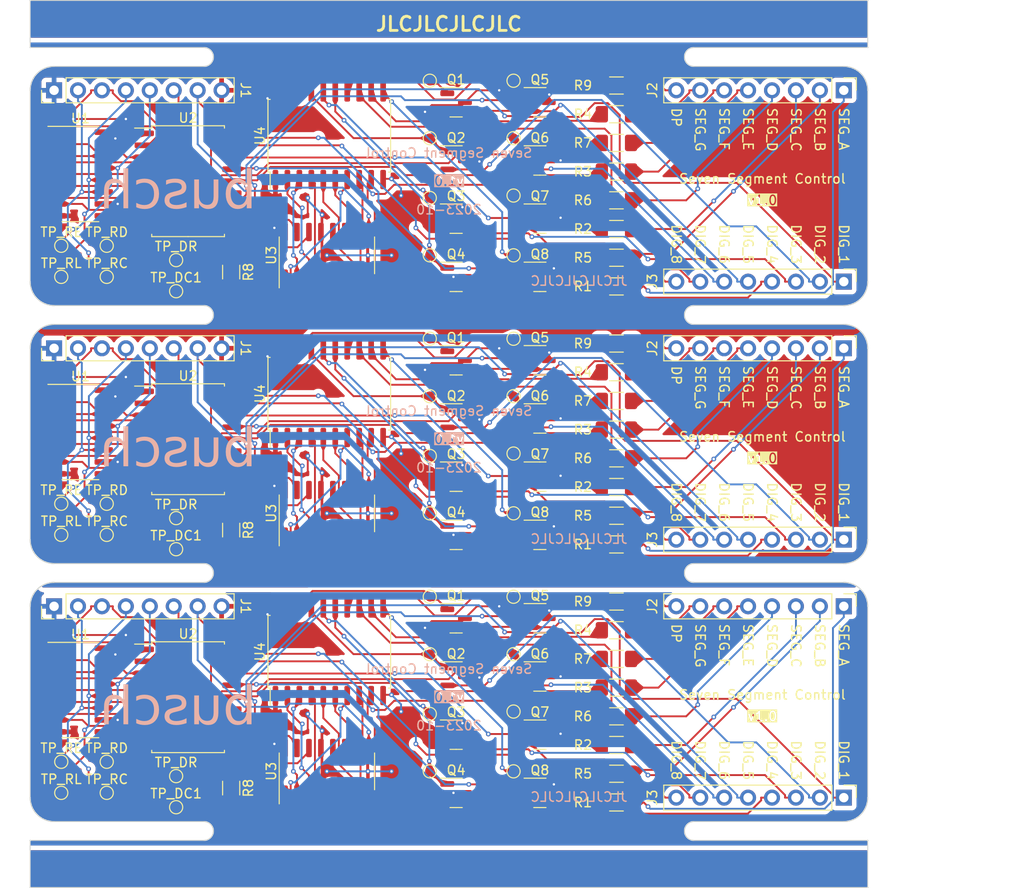
<source format=kicad_pcb>
(kicad_pcb (version 20221018) (generator pcbnew)
  (title_block (title "Seven Segment Control") (date "2023-10") (rev "v1.0") (company "busch"))
  (layers (0 "F.Cu" signal) (31 "B.Cu" signal) (34 "B.Paste" user) (35 "F.Paste" user) (36 "B.SilkS" user "B.Silkscreen") (37 "F.SilkS" user "F.Silkscreen") (38 "B.Mask" user) (39 "F.Mask" user) (44 "Edge.Cuts" user))
  (net 0 "")
  (net 1 "Board_0-+5V")
  (net 2 "Board_0-/DEC_1")
  (net 3 "Board_0-/DEC_2")
  (net 4 "Board_0-/DEC_3")
  (net 5 "Board_0-/DEC_4")
  (net 6 "Board_0-/DEC_5")
  (net 7 "Board_0-/DEC_6")
  (net 8 "Board_0-/DEC_7")
  (net 9 "Board_0-/DEC_8")
  (net 10 "Board_0-/DEC_CLOCK")
  (net 11 "Board_0-/DEC_RESET")
  (net 12 "Board_0-/DIG_1")
  (net 13 "Board_0-/DIG_2")
  (net 14 "Board_0-/DIG_3")
  (net 15 "Board_0-/DIG_4")
  (net 16 "Board_0-/DIG_5")
  (net 17 "Board_0-/DIG_6")
  (net 18 "Board_0-/DIG_7")
  (net 19 "Board_0-/DIG_8")
  (net 20 "Board_0-/DP")
  (net 21 "Board_0-/QA")
  (net 22 "Board_0-/QB")
  (net 23 "Board_0-/QC")
  (net 24 "Board_0-/QD")
  (net 25 "Board_0-/QE")
  (net 26 "Board_0-/QF")
  (net 27 "Board_0-/QG")
  (net 28 "Board_0-/QH")
  (net 29 "Board_0-/REG_CLOCK")
  (net 30 "Board_0-/REG_DATA")
  (net 31 "Board_0-/REG_LATCH")
  (net 32 "Board_0-/SEG_A")
  (net 33 "Board_0-/SEG_B")
  (net 34 "Board_0-/SEG_C")
  (net 35 "Board_0-/SEG_D")
  (net 36 "Board_0-/SEG_E")
  (net 37 "Board_0-/SEG_F")
  (net 38 "Board_0-/SEG_G")
  (net 39 "Board_0-/~{REG_ENABLE}")
  (net 40 "Board_0-GND")
  (net 41 "Board_0-Net-(U2-O1)")
  (net 42 "Board_0-Net-(U2-O2)")
  (net 43 "Board_0-Net-(U2-O3)")
  (net 44 "Board_0-Net-(U2-O4)")
  (net 45 "Board_0-Net-(U2-O5)")
  (net 46 "Board_0-Net-(U2-O6)")
  (net 47 "Board_0-Net-(U2-O7)")
  (net 48 "Board_0-Net-(U2-O8)")
  (net 49 "Board_0-Net-(U3-Q0)")
  (net 50 "Board_0-Net-(U3-Q1)")
  (net 51 "Board_0-Net-(U3-Q2)")
  (net 52 "Board_0-Net-(U3-Q3)")
  (net 53 "Board_0-Net-(U3-Q4)")
  (net 54 "Board_0-Net-(U3-Q5)")
  (net 55 "Board_0-Net-(U3-Q6)")
  (net 56 "Board_0-Net-(U3-Q7)")
  (net 57 "Board_0-unconnected-(U1-QH'-Pad9)")
  (net 58 "Board_0-unconnected-(U2-COM-Pad10)")
  (net 59 "Board_0-unconnected-(U3-Cout-Pad12)")
  (net 60 "Board_0-unconnected-(U3-Q9-Pad11)")
  (net 61 "Board_1-+5V")
  (net 62 "Board_1-/DEC_1")
  (net 63 "Board_1-/DEC_2")
  (net 64 "Board_1-/DEC_3")
  (net 65 "Board_1-/DEC_4")
  (net 66 "Board_1-/DEC_5")
  (net 67 "Board_1-/DEC_6")
  (net 68 "Board_1-/DEC_7")
  (net 69 "Board_1-/DEC_8")
  (net 70 "Board_1-/DEC_CLOCK")
  (net 71 "Board_1-/DEC_RESET")
  (net 72 "Board_1-/DIG_1")
  (net 73 "Board_1-/DIG_2")
  (net 74 "Board_1-/DIG_3")
  (net 75 "Board_1-/DIG_4")
  (net 76 "Board_1-/DIG_5")
  (net 77 "Board_1-/DIG_6")
  (net 78 "Board_1-/DIG_7")
  (net 79 "Board_1-/DIG_8")
  (net 80 "Board_1-/DP")
  (net 81 "Board_1-/QA")
  (net 82 "Board_1-/QB")
  (net 83 "Board_1-/QC")
  (net 84 "Board_1-/QD")
  (net 85 "Board_1-/QE")
  (net 86 "Board_1-/QF")
  (net 87 "Board_1-/QG")
  (net 88 "Board_1-/QH")
  (net 89 "Board_1-/REG_CLOCK")
  (net 90 "Board_1-/REG_DATA")
  (net 91 "Board_1-/REG_LATCH")
  (net 92 "Board_1-/SEG_A")
  (net 93 "Board_1-/SEG_B")
  (net 94 "Board_1-/SEG_C")
  (net 95 "Board_1-/SEG_D")
  (net 96 "Board_1-/SEG_E")
  (net 97 "Board_1-/SEG_F")
  (net 98 "Board_1-/SEG_G")
  (net 99 "Board_1-/~{REG_ENABLE}")
  (net 100 "Board_1-GND")
  (net 101 "Board_1-Net-(U2-O1)")
  (net 102 "Board_1-Net-(U2-O2)")
  (net 103 "Board_1-Net-(U2-O3)")
  (net 104 "Board_1-Net-(U2-O4)")
  (net 105 "Board_1-Net-(U2-O5)")
  (net 106 "Board_1-Net-(U2-O6)")
  (net 107 "Board_1-Net-(U2-O7)")
  (net 108 "Board_1-Net-(U2-O8)")
  (net 109 "Board_1-Net-(U3-Q0)")
  (net 110 "Board_1-Net-(U3-Q1)")
  (net 111 "Board_1-Net-(U3-Q2)")
  (net 112 "Board_1-Net-(U3-Q3)")
  (net 113 "Board_1-Net-(U3-Q4)")
  (net 114 "Board_1-Net-(U3-Q5)")
  (net 115 "Board_1-Net-(U3-Q6)")
  (net 116 "Board_1-Net-(U3-Q7)")
  (net 117 "Board_1-unconnected-(U1-QH'-Pad9)")
  (net 118 "Board_1-unconnected-(U2-COM-Pad10)")
  (net 119 "Board_1-unconnected-(U3-Cout-Pad12)")
  (net 120 "Board_1-unconnected-(U3-Q9-Pad11)")
  (net 121 "Board_2-+5V")
  (net 122 "Board_2-/DEC_1")
  (net 123 "Board_2-/DEC_2")
  (net 124 "Board_2-/DEC_3")
  (net 125 "Board_2-/DEC_4")
  (net 126 "Board_2-/DEC_5")
  (net 127 "Board_2-/DEC_6")
  (net 128 "Board_2-/DEC_7")
  (net 129 "Board_2-/DEC_8")
  (net 130 "Board_2-/DEC_CLOCK")
  (net 131 "Board_2-/DEC_RESET")
  (net 132 "Board_2-/DIG_1")
  (net 133 "Board_2-/DIG_2")
  (net 134 "Board_2-/DIG_3")
  (net 135 "Board_2-/DIG_4")
  (net 136 "Board_2-/DIG_5")
  (net 137 "Board_2-/DIG_6")
  (net 138 "Board_2-/DIG_7")
  (net 139 "Board_2-/DIG_8")
  (net 140 "Board_2-/DP")
  (net 141 "Board_2-/QA")
  (net 142 "Board_2-/QB")
  (net 143 "Board_2-/QC")
  (net 144 "Board_2-/QD")
  (net 145 "Board_2-/QE")
  (net 146 "Board_2-/QF")
  (net 147 "Board_2-/QG")
  (net 148 "Board_2-/QH")
  (net 149 "Board_2-/REG_CLOCK")
  (net 150 "Board_2-/REG_DATA")
  (net 151 "Board_2-/REG_LATCH")
  (net 152 "Board_2-/SEG_A")
  (net 153 "Board_2-/SEG_B")
  (net 154 "Board_2-/SEG_C")
  (net 155 "Board_2-/SEG_D")
  (net 156 "Board_2-/SEG_E")
  (net 157 "Board_2-/SEG_F")
  (net 158 "Board_2-/SEG_G")
  (net 159 "Board_2-/~{REG_ENABLE}")
  (net 160 "Board_2-GND")
  (net 161 "Board_2-Net-(U2-O1)")
  (net 162 "Board_2-Net-(U2-O2)")
  (net 163 "Board_2-Net-(U2-O3)")
  (net 164 "Board_2-Net-(U2-O4)")
  (net 165 "Board_2-Net-(U2-O5)")
  (net 166 "Board_2-Net-(U2-O6)")
  (net 167 "Board_2-Net-(U2-O7)")
  (net 168 "Board_2-Net-(U2-O8)")
  (net 169 "Board_2-Net-(U3-Q0)")
  (net 170 "Board_2-Net-(U3-Q1)")
  (net 171 "Board_2-Net-(U3-Q2)")
  (net 172 "Board_2-Net-(U3-Q3)")
  (net 173 "Board_2-Net-(U3-Q4)")
  (net 174 "Board_2-Net-(U3-Q5)")
  (net 175 "Board_2-Net-(U3-Q6)")
  (net 176 "Board_2-Net-(U3-Q7)")
  (net 177 "Board_2-unconnected-(U1-QH'-Pad9)")
  (net 178 "Board_2-unconnected-(U2-COM-Pad10)")
  (net 179 "Board_2-unconnected-(U3-Cout-Pad12)")
  (net 180 "Board_2-unconnected-(U3-Q9-Pad11)")
  (footprint "Resistor_SMD:R_1206_3216Metric_Pad1.30x1.75mm_HandSolder" (layer "F.Cu") (at 166.28 47.32 180)
    (fp_text reference "R5")
    (fp_text value "150")
  )
  (footprint "TestPoint:TestPoint_Pad_D1.0mm" (layer "F.Cu") (at 146.468 101.866)
    (fp_text reference "TP_DEC4" hide)
    (fp_text value "~")
  )
  (footprint "Resistor_SMD:R_1206_3216Metric_Pad1.30x1.75mm_HandSolder" (layer "F.Cu") (at 125.386 48.844 -90)
    (fp_text reference "R8")
    (fp_text value "10K")
  )
  (footprint "Connector_PinHeader_2.54mm:PinHeader_1x08_P2.54mm_Vertical" (layer "F.Cu") (at 190.41 104.66 -90)
    (fp_text reference "J3")
    (fp_text value "Digits")
  )
  (footprint "TestPoint:TestPoint_Pad_D1.0mm" (layer "F.Cu") (at 155.358 34.62)
    (fp_text reference "TP_DEC6" hide)
    (fp_text value "~")
  )
  (footprint "Package_SO:SOIC-16_3.9x9.9mm_P1.27mm" (layer "F.Cu") (at 109.384 93.23)
    (fp_text reference "U1")
    (fp_text value "74HC595")
  )
  (footprint "Package_TO_SOT_SMD:SOT-23" (layer "F.Cu") (at 149.262 104.152)
    (fp_text reference "Q4")
    (fp_text value "BSS84")
  )
  (footprint "Resistor_SMD:R_1206_3216Metric_Pad1.30x1.75mm_HandSolder" (layer "F.Cu") (at 166.28 92.976 180)
    (fp_text reference "R3")
    (fp_text value "150")
  )
  (footprint "Resistor_SMD:R_1206_3216Metric_Pad1.30x1.75mm_HandSolder" (layer "F.Cu") (at 125.386 76.244 -90)
    (fp_text reference "R8")
    (fp_text value "10K")
  )
  (footprint "Package_TO_SOT_SMD:SOT-23" (layer "F.Cu") (at 149.262 30.81)
    (fp_text reference "Q1")
    (fp_text value "BSS84")
  )
  (footprint "Package_TO_SOT_SMD:SOT-23" (layer "F.Cu") (at 158.152 64.3907)
    (fp_text reference "Q6")
    (fp_text value "BSS84")
  )
  (footprint "TestPoint:TestPoint_Pad_D1.0mm" (layer "F.Cu") (at 112.178 104.152)
    (fp_text reference "TP_RC")
    (fp_text value "~")
  )
  (footprint "TestPoint:TestPoint_Pad_D1.0mm" (layer "F.Cu") (at 107.352 46.05)
    (fp_text reference "TP_RE")
    (fp_text value "~")
  )
  (footprint "TestPoint:TestPoint_Pad_D1.0mm" (layer "F.Cu") (at 146.468 47.066)
    (fp_text reference "TP_DEC4" hide)
    (fp_text value "~")
  )
  (footprint "Resistor_SMD:R_1206_3216Metric_Pad1.30x1.75mm_HandSolder" (layer "F.Cu") (at 166.28 77.768 180)
    (fp_text reference "R1")
    (fp_text value "150")
  )
  (footprint "TestPoint:TestPoint_Pad_D1.0mm" (layer "F.Cu") (at 155.358 74.466)
    (fp_text reference "TP_DEC8" hide)
    (fp_text value "~")
  )
  (footprint "Resistor_SMD:R_1206_3216Metric_Pad1.30x1.75mm_HandSolder" (layer "F.Cu") (at 166.28 102.12 180)
    (fp_text reference "R5")
    (fp_text value "150")
  )
  (footprint "TestPoint:TestPoint_Pad_D1.0mm" (layer "F.Cu") (at 155.358 83.324)
    (fp_text reference "TP_DEC5" hide)
    (fp_text value "~")
  )
  (footprint "TestPoint:TestPoint_Pad_D1.0mm" (layer "F.Cu") (at 107.352 76.752)
    (fp_text reference "TP_RL")
    (fp_text value "~")
  )
  (footprint "TestPoint:TestPoint_Pad_D1.0mm" (layer "F.Cu") (at 155.358 68.116)
    (fp_text reference "TP_DEC7" hide)
    (fp_text value "~")
  )
  (footprint "TestPoint:TestPoint_Pad_D1.0mm" (layer "F.Cu") (at 155.358 95.516)
    (fp_text reference "TP_DEC7" hide)
    (fp_text value "~")
  )
  (footprint "TestPoint:TestPoint_Pad_D1.0mm" (layer "F.Cu") (at 112.178 73.45)
    (fp_text reference "TP_RD")
    (fp_text value "~")
  )
  (footprint "TestPoint:TestPoint_Pad_D1.0mm" (layer "F.Cu") (at 146.468 95.77)
    (fp_text reference "TP_DEC3" hide)
    (fp_text value "~")
  )
  (footprint "TestPoint:TestPoint_Pad_D1.0mm" (layer "F.Cu") (at 112.178 46.05)
    (fp_text reference "TP_RD")
    (fp_text value "~")
  )
  (footprint "Package_TO_SOT_SMD:SOT-23" (layer "F.Cu") (at 158.152 76.752)
    (fp_text reference "Q8")
    (fp_text value "BSS84")
  )
  (footprint "Package_TO_SOT_SMD:SOT-23" (layer "F.Cu") (at 158.152 30.81)
    (fp_text reference "Q5")
    (fp_text value "BSS84")
  )
  (footprint "Package_TO_SOT_SMD:SOT-23" (layer "F.Cu") (at 149.262 58.21)
    (fp_text reference "Q1")
    (fp_text value "BSS84")
  )
  (footprint "Package_TO_SOT_SMD:SOT-23" (layer "F.Cu") (at 149.262 76.752)
    (fp_text reference "Q4")
    (fp_text value "BSS84")
  )
  (footprint "TestPoint:TestPoint_Pad_D1.0mm" (layer "F.Cu") (at 107.352 104.152)
    (fp_text reference "TP_RL")
    (fp_text value "~")
  )
  (footprint "Resistor_SMD:R_1206_3216Metric_Pad1.30x1.75mm_HandSolder" (layer "F.Cu") (at 166.28 68.624 180)
    (fp_text reference "R6")
    (fp_text value "150")
  )
  (footprint "Resistor_SMD:R_1206_3216Metric_Pad1.30x1.75mm_HandSolder" (layer "F.Cu") (at 166.28 89.928 180)
    (fp_text reference "R7")
    (fp_text value "150")
  )
  (footprint "Resistor_SMD:R_1206_3216Metric_Pad1.30x1.75mm_HandSolder" (layer "F.Cu") (at 166.28 74.72 180)
    (fp_text reference "R5")
    (fp_text value "150")
  )
  (footprint "Resistor_SMD:R_1206_3216Metric_Pad1.30x1.75mm_HandSolder" (layer "F.Cu") (at 166.28 62.528 180)
    (fp_text reference "R7")
    (fp_text value "150")
  )
  (footprint "Package_SO:SOIC-20W_7.5x12.8mm_P1.27mm" (layer "F.Cu") (at 135.8 61.766 90)
    (fp_text reference "U4")
    (fp_text value "74LS540")
  )
  (footprint "Package_TO_SOT_SMD:SOT-23" (layer "F.Cu") (at 158.152 70.5713)
    (fp_text reference "Q7")
    (fp_text value "BSS84")
  )
  (footprint "Connector_PinHeader_2.54mm:PinHeader_1x08_P2.54mm_Vertical" (layer "F.Cu") (at 190.41 84.34 -90)
    (fp_text reference "J2")
    (fp_text value "Segments")
  )
  (footprint "Resistor_SMD:R_1206_3216Metric_Pad1.30x1.75mm_HandSolder" (layer "F.Cu") (at 166.28 50.368 180)
    (fp_text reference "R1")
    (fp_text value "150")
  )
  (footprint "Package_SO:SOIC-20W_7.5x12.8mm_P1.27mm" (layer "F.Cu") (at 135.8 89.166 90)
    (fp_text reference "U4")
    (fp_text value "74LS540")
  )
  (footprint "Resistor_SMD:R_1206_3216Metric_Pad1.30x1.75mm_HandSolder" (layer "F.Cu") (at 166.28 59.48 180)
    (fp_text reference "R4")
    (fp_text value "150")
  )
  (footprint "Resistor_SMD:R_1206_3216Metric_Pad1.30x1.75mm_HandSolder" (layer "F.Cu") (at 166.28 99.072 180)
    (fp_text reference "R2")
    (fp_text value "150")
  )
  (footprint "TestPoint:TestPoint_Pad_D1.0mm" (layer "F.Cu") (at 155.358 40.716)
    (fp_text reference "TP_DEC7" hide)
    (fp_text value "~")
  )
  (footprint "TestPoint:TestPoint_Pad_D1.0mm" (layer "F.Cu") (at 146.468 83.324)
    (fp_text reference "TP_DEC1" hide)
    (fp_text value "~")
  )
  (footprint "TestPoint:TestPoint_Pad_D1.0mm" (layer "F.Cu") (at 119.544 102.374)
    (fp_text reference "TP_DR")
    (fp_text value "~")
  )
  (footprint "TestPoint:TestPoint_Pad_D1.0mm" (layer "F.Cu") (at 119.544 78.276)
    (fp_text reference "TP_DC1")
    (fp_text value "~")
  )
  (footprint "TestPoint:TestPoint_Pad_D1.0mm" (layer "F.Cu") (at 146.468 89.42)
    (fp_text reference "TP_DEC2" hide)
    (fp_text value "~")
  )
  (footprint "Package_TO_SOT_SMD:SOT-23" (layer "F.Cu") (at 158.152 85.61)
    (fp_text reference "Q5")
    (fp_text value "BSS84")
  )
  (footprint "TestPoint:TestPoint_Pad_D1.0mm" (layer "F.Cu") (at 112.178 49.352)
    (fp_text reference "TP_RC")
    (fp_text value "~")
  )
  (footprint "Connector_PinHeader_2.54mm:PinHeader_1x08_P2.54mm_Vertical" (layer "F.Cu") (at 106.59 56.94 90)
    (fp_text reference "J1")
    (fp_text value "Input")
  )
  (footprint "Package_TO_SOT_SMD:SOT-23" (layer "F.Cu") (at 158.152 36.9907)
    (fp_text reference "Q6")
    (fp_text value "BSS84")
  )
  (footprint "TestPoint:TestPoint_Pad_D1.0mm" (layer "F.Cu") (at 146.468 40.97)
    (fp_text reference "TP_DEC3" hide)
    (fp_text value "~")
  )
  (footprint "Resistor_SMD:R_1206_3216Metric_Pad1.30x1.75mm_HandSolder" (layer "F.Cu") (at 166.28 105.168 180)
    (fp_text reference "R1")
    (fp_text value "150")
  )
  (footprint "TestPoint:TestPoint_Pad_D1.0mm" (layer "F.Cu") (at 155.358 89.42)
    (fp_text reference "TP_DEC6" hide)
    (fp_text value "~")
  )
  (footprint "Package_SO:SOIC-18W_7.5x11.6mm_P1.27mm" (layer "F.Cu") (at 120.814 93.992)
    (fp_text reference "U2")
    (fp_text value "ULN2803A")
  )
  (footprint "Package_TO_SOT_SMD:SOT-23" (layer "F.Cu") (at 149.262 70.5713)
    (fp_text reference "Q3")
    (fp_text value "BSS84")
  )
  (footprint "Connector_PinHeader_2.54mm:PinHeader_1x08_P2.54mm_Vertical" (layer "F.Cu") (at 190.41 49.86 -90)
    (fp_text reference "J3")
    (fp_text value "Digits")
  )
  (footprint "Package_TO_SOT_SMD:SOT-23" (layer "F.Cu") (at 149.262 36.9907)
    (fp_text reference "Q2")
    (fp_text value "BSS84")
  )
  (footprint "TestPoint:TestPoint_Pad_D1.0mm" (layer "F.Cu") (at 112.178 100.85)
    (fp_text reference "TP_RD")
    (fp_text value "~")
  )
  (footprint "Package_SO:SOIC-18W_7.5x11.6mm_P1.27mm" (layer "F.Cu") (at 120.814 66.592)
    (fp_text reference "U2")
    (fp_text value "ULN2803A")
  )
  (footprint "TestPoint:TestPoint_Pad_D1.0mm" (layer "F.Cu") (at 107.352 73.45)
    (fp_text reference "TP_RE")
    (fp_text value "~")
  )
  (footprint "Package_TO_SOT_SMD:SOT-23" (layer "F.Cu") (at 158.152 104.152)
    (fp_text reference "Q8")
    (fp_text value "BSS84")
  )
  (footprint "TestPoint:TestPoint_Pad_D1.0mm" (layer "F.Cu") (at 107.352 49.352)
    (fp_text reference "TP_RL")
    (fp_text value "~")
  )
  (footprint "TestPoint:TestPoint_Pad_D1.0mm" (layer "F.Cu") (at 146.468 28.524)
    (fp_text reference "TP_DEC1" hide)
    (fp_text value "~")
  )
  (footprint "TestPoint:TestPoint_Pad_D1.0mm" (layer "F.Cu") (at 155.358 55.924)
    (fp_text reference "TP_DEC5" hide)
    (fp_text value "~")
  )
  (footprint "Package_SO:SOIC-16_3.9x9.9mm_P1.27mm" (layer "F.Cu") (at 135.546 47.066 90)
    (fp_text reference "U3")
    (fp_text value "4017")
  )
  (footprint "Resistor_SMD:R_1206_3216Metric_Pad1.30x1.75mm_HandSolder" (layer "F.Cu") (at 166.28 29.032 180)
    (fp_text reference "R9")
    (fp_text value "150")
  )
  (footprint "Package_SO:SOIC-16_3.9x9.9mm_P1.27mm" (layer "F.Cu") (at 135.546 74.466 90)
    (fp_text reference "U3")
    (fp_text value "4017")
  )
  (footprint "Package_TO_SOT_SMD:SOT-23" (layer "F.Cu") (at 149.262 64.3907)
    (fp_text reference "Q2")
    (fp_text value "BSS84")
  )
  (footprint "Package_SO:SOIC-16_3.9x9.9mm_P1.27mm" (layer "F.Cu") (at 109.384 38.43)
    (fp_text reference "U1")
    (fp_text value "74HC595")
  )
  (footprint "Package_SO:SOIC-16_3.9x9.9mm_P1.27mm" (layer "F.Cu") (at 135.546 101.866 90)
    (fp_text reference "U3")
    (fp_text value "4017")
  )
  (footprint "Resistor_SMD:R_1206_3216Metric_Pad1.30x1.75mm_HandSolder" (layer "F.Cu") (at 166.28 56.432 180)
    (fp_text reference "R9")
    (fp_text value "150")
  )
  (footprint "Resistor_SMD:R_1206_3216Metric_Pad1.30x1.75mm_HandSolder" (layer "F.Cu") (at 166.28 96.024 180)
    (fp_text reference "R6")
    (fp_text value "150")
  )
  (footprint "Package_TO_SOT_SMD:SOT-23" (layer "F.Cu") (at 158.152 97.9713)
    (fp_text reference "Q7")
    (fp_text value "BSS84")
  )
  (footprint "Package_SO:SOIC-20W_7.5x12.8mm_P1.27mm" (layer "F.Cu") (at 135.8 34.366 90)
    (fp_text reference "U4")
    (fp_text value "74LS540")
  )
  (footprint "TestPoint:TestPoint_Pad_D1.0mm" (layer "F.Cu") (at 155.358 28.524)
    (fp_text reference "TP_DEC5" hide)
    (fp_text value "~")
  )
  (footprint "Package_TO_SOT_SMD:SOT-23" (layer "F.Cu") (at 149.262 97.9713)
    (fp_text reference "Q3")
    (fp_text value "BSS84")
  )
  (footprint "Connector_PinHeader_2.54mm:PinHeader_1x08_P2.54mm_Vertical" (layer "F.Cu") (at 106.59 84.34 90)
    (fp_text reference "J1")
    (fp_text value "Input")
  )
  (footprint "TestPoint:TestPoint_Pad_D1.0mm" (layer "F.Cu") (at 146.468 55.924)
    (fp_text reference "TP_DEC1" hide)
    (fp_text value "~")
  )
  (footprint "Connector_PinHeader_2.54mm:PinHeader_1x08_P2.54mm_Vertical" (layer "F.Cu") (at 190.41 29.54 -90)
    (fp_text reference "J2")
    (fp_text value "Segments")
  )
  (footprint "Package_TO_SOT_SMD:SOT-23" (layer "F.Cu") (at 158.152 58.21)
    (fp_text reference "Q5")
    (fp_text value "BSS84")
  )
  (footprint "TestPoint:TestPoint_Pad_D1.0mm" (layer "F.Cu") (at 119.544 74.974)
    (fp_text reference "TP_DR")
    (fp_text value "~")
  )
  (footprint "TestPoint:TestPoint_Pad_D1.0mm" (layer "F.Cu") (at 146.468 62.02)
    (fp_text reference "TP_DEC2" hide)
    (fp_text value "~")
  )
  (footprint "TestPoint:TestPoint_Pad_D1.0mm" (layer "F.Cu") (at 119.544 50.876)
    (fp_text reference "TP_DC1")
    (fp_text value "~")
  )
  (footprint "TestPoint:TestPoint_Pad_D1.0mm" (layer "F.Cu") (at 107.352 100.85)
    (fp_text reference "TP_RE")
    (fp_text value "~")
  )
  (footprint "Package_TO_SOT_SMD:SOT-23" (layer "F.Cu") (at 149.262 43.1713)
    (fp_text reference "Q3")
    (fp_text value "BSS84")
  )
  (footprint "Resistor_SMD:R_1206_3216Metric_Pad1.30x1.75mm_HandSolder" (layer "F.Cu") (at 166.28 32.08 180)
    (fp_text reference "R4")
    (fp_text value "150")
  )
  (footprint "Resistor_SMD:R_1206_3216Metric_Pad1.30x1.75mm_HandSolder" (layer "F.Cu") (at 166.28 86.88 180)
    (fp_text reference "R4")
    (fp_text value "150")
  )
  (footprint "Resistor_SMD:R_1206_3216Metric_Pad1.30x1.75mm_HandSolder" (layer "F.Cu") (at 166.28 65.576 180)
    (fp_text reference "R3")
    (fp_text value "150")
  )
  (footprint "Connector_PinHeader_2.54mm:PinHeader_1x08_P2.54mm_Vertical" (layer "F.Cu") (at 106.59 29.54 90)
    (fp_text reference "J1")
    (fp_text value "Input")
  )
  (footprint "TestPoint:TestPoint_Pad_D1.0mm" (layer "F.Cu") (at 112.178 76.752)
    (fp_text reference "TP_RC")
    (fp_text value "~")
  )
  (footprint "Package_SO:SOIC-18W_7.5x11.6mm_P1.27mm" (layer "F.Cu") (at 120.814 39.192)
    (fp_text reference "U2")
    (fp_text value "ULN2803A")
  )
  (footprint "Package_TO_SOT_SMD:SOT-23" (layer "F.Cu") (at 158.152 49.352)
    (fp_text reference "Q8")
    (fp_text value "BSS84")
  )
  (footprint "TestPoint:TestPoint_Pad_D1.0mm" (layer "F.Cu") (at 119.544 47.574)
    (fp_text reference "TP_DR")
    (fp_text value "~")
  )
  (footprint "Package_SO:SOIC-16_3.9x9.9mm_P1.27mm" (layer "F.Cu") (at 109.384 65.83)
    (fp_text reference "U1")
    (fp_text value "74HC595")
  )
  (footprint "Connector_PinHeader_2.54mm:PinHeader_1x08_P2.54mm_Vertical" (layer "F.Cu") (at 190.41 77.26 -90)
    (fp_text reference "J3")
    (fp_text value "Digits")
  )
  (footprint "Package_TO_SOT_SMD:SOT-23" (layer "F.Cu") (at 149.262 91.7907)
    (fp_text reference "Q2")
    (fp_text value "BSS84")
  )
  (footprint "Resistor_SMD:R_1206_3216Metric_Pad1.30x1.75mm_HandSolder" (layer "F.Cu") (at 166.28 35.128 180)
    (fp_text reference "R7")
    (fp_text value "150")
  )
  (footprint "Resistor_SMD:R_1206_3216Metric_Pad1.30x1.75mm_HandSolder" (layer "F.Cu") (at 166.28 44.272 180)
    (fp_text reference "R2")
    (fp_text value "150")
  )
  (footprint "Resistor_SMD:R_1206_3216Metric_Pad1.30x1.75mm_HandSolder" (layer "F.Cu") (at 166.28 83.832 180)
    (fp_text reference "R9")
    (fp_text value "150")
  )
  (footprint "Package_TO_SOT_SMD:SOT-23" (layer "F.Cu") (at 149.262 85.61)
    (fp_text reference "Q1")
    (fp_text value "BSS84")
  )
  (footprint "Resistor_SMD:R_1206_3216Metric_Pad1.30x1.75mm_HandSolder" (layer "F.Cu") (at 125.386 103.644 -90)
    (fp_text reference "R8")
    (fp_text value "10K")
  )
  (footprint "TestPoint:TestPoint_Pad_D1.0mm" (layer "F.Cu") (at 146.468 34.62)
    (fp_text reference "TP_DEC2" hide)
    (fp_text value "~")
  )
  (footprint "Package_TO_SOT_SMD:SOT-23" (layer "F.Cu") (at 158.152 43.1713)
    (fp_text reference "Q7")
    (fp_text value "BSS84")
  )
  (footprint "TestPoint:TestPoint_Pad_D1.0mm" (layer "F.Cu") (at 155.358 47.066)
    (fp_text reference "TP_DEC8" hide)
    (fp_text value "~")
  )
  (footprint "TestPoint:TestPoint_Pad_D1.0mm" (layer "F.Cu") (at 146.468 68.37)
    (fp_text reference "TP_DEC3" hide)
    (fp_text value "~")
  )
  (footprint "Package_TO_SOT_SMD:SOT-23" (layer "F.Cu") (at 149.262 49.352)
    (fp_text reference "Q4")
    (fp_text value "BSS84")
  )
  (footprint "TestPoint:TestPoint_Pad_D1.0mm" (layer "F.Cu") (at 119.544 105.676)
    (fp_text reference "TP_DC1")
    (fp_text value "~")
  )
  (footprint "TestPoint:TestPoint_Pad_D1.0mm" (layer "F.Cu") (at 155.358 101.866)
    (fp_text reference "TP_DEC8" hide)
    (fp_text value "~")
  )
  (footprint "Resistor_SMD:R_1206_3216Metric_Pad1.30x1.75mm_HandSolder" (layer "F.Cu") (at 166.28 41.224 180)
    (fp_text reference "R6")
    (fp_text value "150")
  )
  (footprint "Package_TO_SOT_SMD:SOT-23" (layer "F.Cu") (at 158.152 91.7907)
    (fp_text reference "Q6")
    (fp_text value "BSS84")
  )
  (footprint "TestPoint:TestPoint_Pad_D1.0mm" (layer "F.Cu") (at 146.468 74.466)
    (fp_text reference "TP_DEC4" hide)
    (fp_text value "~")
  )
  (footprint "Resistor_SMD:R_1206_3216Metric_Pad1.30x1.75mm_HandSolder" (layer "F.Cu") (at 166.28 38.176 180)
    (fp_text reference "R3")
    (fp_text value "150")
  )
  (footprint "TestPoint:TestPoint_Pad_D1.0mm" (layer "F.Cu") (at 155.358 62.02)
    (fp_text reference "TP_DEC6" hide)
    (fp_text value "~")
  )
  (footprint "Resistor_SMD:R_1206_3216Metric_Pad1.30x1.75mm_HandSolder" (layer "F.Cu") (at 166.28 71.672 180)
    (fp_text reference "R2")
    (fp_text value "150")
  )
  (footprint "Connector_PinHeader_2.54mm:PinHeader_1x08_P2.54mm_Vertical" (layer "F.Cu") (at 190.41 56.94 -90)
    (fp_text reference "J2")
    (fp_text value "Segments")
  )
  (gr_line (start 191.653584 106.874413) (end 191.742651 106.821983) (stroke (width 0.1)) (layer "Edge.Cuts"))
  (gr_line (start 191.974567 106.660564) (end 192.054667 106.595251) (stroke (width 0.1)) (layer "Edge.Cuts"))
  (gr_line (start 104.654748 78.904667) (end 104.654911 78.904862) (stroke (width 0.1)) (layer "Edge.Cuts"))
  (gr_line (start 192.32892 51.523696) (end 192.345088 51.504862) (stroke (width 0.1)) (layer "Edge.Cuts"))
  (gr_line (start 105.128973 27.462611) (end 105.128767 27.462758) (stroke (width 0.1)) (layer "Edge.Cuts"))
  (gr_line (start 104.261136 50.873175) (end 104.304287 50.967089) (stroke (width 0.1)) (layer "Edge.Cuts"))
  (gr_line (start 173.981039 52.540851) (end 174.023318 52.5169) (stroke (width 0.1)) (layer "Edge.Cuts"))
  (gr_line (start 192.073886 79.178752) (end 192.150575 79.109466) (stroke (width 0.1)) (layer "Edge.Cuts"))
  (gr_line (start 191.280167 79.645987) (end 191.280406 79.645902) (stroke (width 0.1)) (layer "Edge.Cuts"))
  (gr_line (start 105.149346 54.848431) (end 105.128973 54.862611) (stroke (width 0.1)) (layer "Edge.Cuts"))
  (gr_line (start 192.242192 55.181247) (end 192.242015 55.181066) (stroke (width 0.1)) (layer "Edge.Cuts"))
  (gr_line (start 191.974567 54.939435) (end 191.974369 54.939277) (stroke (width 0.1)) (layer "Edge.Cuts"))
  (gr_line (start 192.945794 50.001027) (end 192.947051 49.976237) (stroke (width 0.1)) (layer "Edge.Cuts"))
  (gr_line (start 104.051878 109.204296) (end 104.051605 109.204704) (stroke (width 0.1)) (layer "Edge.Cuts"))
  (gr_line (start 104.926303 106.57892) (end 104.945137 106.595088) (stroke (width 0.1)) (layer "Edge.Cuts"))
  (gr_line (start 104.055125 24.998646) (end 104.055558 24.998877) (stroke (width 0.1)) (layer "Edge.Cuts"))
  (gr_line (start 105.460396 79.534672) (end 105.482681 79.545604) (stroke (width 0.1)) (layer "Edge.Cuts"))
  (gr_line (start 191.303683 107.037282) (end 191.303919 107.037191) (stroke (width 0.1)) (layer "Edge.Cuts"))
  (gr_line (start 106.21794 107.17231) (end 106.320465 107.185367) (stroke (width 0.1)) (layer "Edge.Cuts"))
  (gr_line (start 122.750549 52.429671) (end 122.79738 52.442631) (stroke (width 0.1)) (layer "Edge.Cuts"))
  (gr_line (start 104.062092 50.104588) (end 104.064603 50.129282) (stroke (width 0.1)) (layer "Edge.Cuts"))
  (gr_line (start 104.057387 24.999583) (end 104.057863 24.999702) (stroke (width 0.1)) (layer "Edge.Cuts"))
  (gr_line (start 192.636705 83.118561) (end 192.636585 83.118338) (stroke (width 0.1)) (layer "Edge.Cuts"))
  (gr_line (start 192.94987 114.191169) (end 192.949918 114.190681) (stroke (width 0.1)) (layer "Edge.Cuts"))
  (gr_line (start 173.575362 53.788855) (end 173.557874 53.743519) (stroke (width 0.1)) (layer "Edge.Cuts"))
  (gr_line (start 192.918474 50.257096) (end 192.918516 50.256846) (stroke (width 0.1)) (layer "Edge.Cuts"))
  (gr_line (start 104.441278 78.613933) (end 104.441414 78.614146) (stroke (width 0.1)) (layer "Edge.Cuts"))
  (gr_line (start 104.163074 83.591554) (end 104.163001 83.591797) (stroke (width 0.1)) (layer "Edge.Cuts"))
  (gr_line (start 191.95474 27.524084) (end 191.954538 27.523931) (stroke (width 0.1)) (layer "Edge.Cuts"))
  (gr_line (start 192.949702 114.192136) (end 192.949798 114.191655) (stroke (width 0.1)) (layer "Edge.Cuts"))
  (gr_line (start 174.344737 79.810718) (end 174.392963 79.80477) (stroke (width 0.1)) (layer "Edge.Cuts"))
  (gr_line (start 173.557874 107.85648) (end 173.575362 107.811144) (stroke (width 0.1)) (layer "Edge.Cuts"))
  (gr_line (start 122.607036 79.80477) (end 122.655262 79.810718) (stroke (width 0.1)) (layer "Edge.Cuts"))
  (gr_line (start 105.719832 81.954012) (end 105.719593 81.954097) (stroke (width 0.1)) (layer "Edge.Cuts"))
  (gr_line (start 104.212717 28.646316) (end 104.204097 28.669593) (stroke (width 0.1)) (layer "Edge.Cuts"))
  (gr_line (start 192.748852 83.3501) (end 192.748755 83.349866) (stroke (width 0.1)) (layer "Edge.Cuts"))
  (gr_line (start 192.865497 105.308592) (end 192.871719 105.284562) (stroke (width 0.1)) (layer "Edge.Cuts"))
  (gr_line (start 192.259466 27.799424) (end 192.259294 27.799238) (stroke (width 0.1)) (layer "Edge.Cuts"))
  (gr_line (start 123.275278 80.161952) (end 123.305173 80.200259) (stroke (width 0.1)) (layer "Edge.Cuts"))
  (gr_line (start 104.304287 55.83291) (end 104.261136 55.926824) (stroke (width 0.1)) (layer "Edge.Cuts"))
  (gr_line (start 190.526237 52.397051) (end 190.551027 52.395794) (stroke (width 0.1)) (layer "Edge.Cuts"))
  (gr_line (start 105.149556 82.248289) (end 105.149346 82.248431) (stroke (width 0.1)) (layer "Edge.Cuts"))
  (gr_line (start 191.158445 52.286925) (end 191.182129 52.279495) (stroke (width 0.1)) (layer "Edge.Cuts"))
  (gr_line (start 104.654748 82.695332) (end 104.589435 82.775432) (stroke (width 0.1)) (layer "Edge.Cuts"))
  (gr_line (start 123.5 108.209877) (end 123.498804 108.258576) (stroke (width 0.1)) (layer "Edge.Cuts"))
  (gr_line (start 106.345664 107.18793) (end 106.448719 107.195777) (stroke (width 0.1)) (layer "Edge.Cuts"))
  (gr_line (start 123.359148 108.71896) (end 123.333152 108.760012) (stroke (width 0.1)) (layer "Edge.Cuts"))
  (gr_line (start 192.150761 27.690705) (end 192.150575 27.690533) (stroke (width 0.1)) (layer "Edge.Cuts"))
  (gr_line (start 173.861952 54.175278) (end 173.825158 54.143539) (stroke (width 0.1)) (layer "Edge.Cuts"))
  (gr_line (start 192.426068 55.395461) (end 192.425915 55.395259) (stroke (width 0.1)) (layer "Edge.Cuts"))
  (gr_line (start 104.251244 83.349866) (end 104.251147 83.3501) (stroke (width 0.1)) (layer "Edge.Cuts"))
  (gr_line (start 104.926303 82.421079) (end 104.926113 82.421247) (stroke (width 0.1)) (layer "Edge.Cuts"))
  (gr_line (start 104.37546 78.503364) (end 104.375586 78.503584) (stroke (width 0.1)) (layer "Edge.Cuts"))
  (gr_line (start 191.400133 82.001244) (end 191.399899 82.001147) (stroke (width 0.1)) (layer "Edge.Cuts"))
  (gr_line (start 192.900193 83.840922) (end 192.895196 83.816608) (stroke (width 0.1)) (layer "Edge.Cuts"))
  (gr_line (start 104.945332 51.795251) (end 105.025432 51.860564) (stroke (width 0.1)) (layer "Edge.Cuts"))
  (gr_line (start 104.05 56.946333) (end 104.05 77.253666) (stroke (width 0.1)) (layer "Edge.Cuts"))
  (gr_line (start 104.081483 56.543153) (end 104.077725 56.567689) (stroke (width 0.1)) (layer "Edge.Cuts"))
  (gr_line (start 192.624539 51.103364) (end 192.636585 51.081661) (stroke (width 0.1)) (layer "Edge.Cuts"))
  (gr_line (start 192.946097 20.00217) (end 192.945703 20.001878) (stroke (width 0.1)) (layer "Edge.Cuts"))
  (gr_line (start 104.057863 114.199702) (end 104.058344 114.199798) (stroke (width 0.1)) (layer "Edge.Cuts"))
  (gr_line (start 106.090922 107.150193) (end 106.091171 107.150241) (stroke (width 0.1)) (layer "Edge.Cuts"))
  (gr_line (start 191.871026 79.337388) (end 191.871232 79.337241) (stroke (width 0.1)) (layer "Edge.Cuts"))
  (gr_line (start 104.051605 20.004704) (end 104.051353 20.005125) (stroke (width 0.1)) (layer "Edge.Cuts"))
  (gr_line (start 122.655262 25.010718) (end 122.703138 25.019025) (stroke (width 0.1)) (layer "Edge.Cuts"))
  (gr_line (start 105.599866 82.001244) (end 105.577056 82.011033) (stroke (width 0.1)) (layer "Edge.Cuts"))
  (gr_line (start 173.981039 54.259148) (end 173.939987 54.233152) (stroke (width 0.1)) (layer "Edge.Cuts"))
  (gr_line (start 191.058592 107.115497) (end 191.058837 107.11543) (stroke (width 0.1)) (layer "Edge.Cuts"))
  (gr_line (start 174.24945 109.170328) (end 174.202619 109.157368) (stroke (width 0.1)) (layer "Edge.Cuts"))
  (gr_line (start 123.470328 81.050549) (end 123.457368 81.09738) (stroke (width 0.1)) (layer "Edge.Cuts"))
  (gr_line (start 192.410722 55.37563) (end 192.410564 55.375432) (stroke (width 0.1)) (layer "Edge.Cuts"))
  (gr_line (start 105.235853 27.391414) (end 105.149556 27.448289) (stroke (width 0.1)) (layer "Edge.Cuts"))
  (gr_line (start 105.576824 106.988863) (end 105.577056 106.988966) (stroke (width 0.1)) (layer "Edge.Cuts"))
  (gr_line (start 192.95 56.946333) (end 192.949999 56.946207) (stroke (width 0.1)) (layer "Edge.Cuts"))
  (gr_line (start 123.498804 80.858576) (end 123.495229 80.907036) (stroke (width 0.1)) (layer "Edge.Cuts"))
  (gr_line (start 105.81787 54.520504) (end 105.81763 54.520583) (stroke (width 0.1)) (layer "Edge.Cuts"))
  (gr_line (start 192.748852 55.9501) (end 192.748755 55.949866) (stroke (width 0.1)) (layer "Edge.Cuts"))
  (gr_line (start 105.46017 79.534558) (end 105.460396 79.534672) (stroke (width 0.1)) (layer "Edge.Cuts"))
  (gr_line (start 192.571851 55.607131) (end 192.558721 55.586066) (stroke (width 0.1)) (layer "Edge.Cuts"))
  (gr_line (start 104.757807 79.018752) (end 104.757984 79.018933) (stroke (width 0.1)) (layer "Edge.Cuts"))
  (gr_line (start 174.441423 54.398804) (end 174.392963 54.395229) (stroke (width 0.1)) (layer "Edge.Cuts"))
  (gr_line (start 174.202619 52.442631) (end 174.24945 52.429671) (stroke (width 0.1)) (layer "Edge.Cuts"))
  (gr_line (start 192.949996 109.212027) (end 192.949942 109.209809) (stroke (width 0.1)) (layer "Edge.Cuts"))
  (gr_line (start 105.02563 106.660722) (end 105.045259 106.675915) (stroke (width 0.1)) (layer "Edge.Cuts"))
  (gr_line (start 192.073886 82.421247) (end 192.073696 82.421079) (stroke (width 0.1)) (layer "Edge.Cuts"))
  (gr_line (start 191.742651 82.178016) (end 191.653584 82.125586) (stroke (width 0.1)) (layer "Edge.Cuts"))
  (gr_line (start 192.259294 51.600761) (end 192.259466 51.600575) (stroke (width 0.1)) (layer "Edge.Cuts"))
  (gr_line (start 173.542631 108.49738) (end 173.529671 108.450549) (stroke (width 0.1)) (layer "Edge.Cuts"))
  (gr_line (start 104.926303 51.77892) (end 104.945137 51.795088) (stroke (width 0.1)) (layer "Edge.Cuts"))
  (gr_line (start 105.941407 54.484502) (end 105.941162 54.484569) (stroke (width 0.1)) (layer "Edge.Cuts"))
  (gr_line (start 104.163074 28.791554) (end 104.163001 28.791797) (stroke (width 0.1)) (layer "Edge.Cuts"))
  (gr_line (start 104.671247 106.323886) (end 104.740533 106.400575) (stroke (width 0.1)) (layer "Edge.Cuts"))
  (gr_line (start 104.055558 20.001122) (end 104.055125 20.001353) (stroke (width 0.1)) (layer "Edge.Cuts"))
  (gr_line (start 173.529671 26.250549) (end 173.519025 26.203138) (stroke (width 0.1)) (layer "Edge.Cuts"))
  (gr_line (start 123.442125 26.343519) (end 123.424637 26.388855) (stroke (width 0.1)) (layer "Edge.Cuts"))
  (gr_line (start 104.212717 50.753683) (end 104.212808 50.753919) (stroke (width 0.1)) (layer "Edge.Cuts"))
  (gr_line (start 174.24945 81.770328) (end 174.202619 81.757368) (stroke (width 0.1)) (layer "Edge.Cuts"))
  (gr_line (start 104.052948 49.976237) (end 104.054205 50.001027) (stroke (width 0.1)) (layer "Edge.Cuts"))
  (gr_line (start 173.724721 107.561952) (end 173.75646 107.525158) (stroke (width 0.1)) (layer "Edge.Cuts"))
  (gr_line (start 173.6169 81.276681) (end 173.595053 81.233278) (stroke (width 0.1)) (layer "Edge.Cuts"))
  (gr_line (start 104.104803 83.816608) (end 104.099806 83.840922) (stroke (width 0.1)) (layer "Edge.Cuts"))
  (gr_line (start 191.303919 27.162808) (end 191.303683 27.162717) (stroke (width 0.1)) (layer "Edge.Cuts"))
  (gr_line (start 191.742868 106.821851) (end 191.763933 106.808721) (stroke (width 0.1)) (layer "Edge.Cuts"))
  (gr_line (start 191.158445 79.686925) (end 191.182129 79.679495) (stroke (width 0.1)) (layer "Edge.Cuts"))
  (gr_line (start 104.058344 20.000201) (end 104.057863 20.000297) (stroke (width 0.1)) (layer "Edge.Cuts"))
  (gr_line (start 123.404946 81.233278) (end 123.383099 81.276681) (stroke (width 0.1)) (layer "Edge.Cuts"))
  (gr_line (start 192.943997 109.200912) (end 192.943544 109.200724) (stroke (width 0.1)) (layer "Edge.Cuts"))
  (gr_line (start 191.954538 79.276068) (end 191.95474 79.275915) (stroke (width 0.1)) (layer "Edge.Cuts"))
  (gr_line (start 123.09974 107.394826) (end 123.138047 107.424721) (stroke (width 0.1)) (layer "Edge.Cuts"))
  (gr_line (start 105.69608 107.037191) (end 105.696316 107.037282) (stroke (width 0.1)) (layer "Edge.Cuts"))
  (gr_line (start 123.305173 81.39974) (end 123.275278 81.438047) (stroke (width 0.1)) (layer "Edge.Cuts"))
  (gr_line (start 192.871779 105.284316) (end 192.895142 105.183638) (stroke (width 0.1)) (layer "Edge.Cuts"))
  (gr_line (start 104.051605 114.195295) (end 104.051878 114.195703) (stroke (width 0.1)) (layer "Edge.Cuts"))
  (gr_line (start 104.052939 84.224015) (end 104.05016 84.333668) (stroke (width 0.1)) (layer "Edge.Cuts"))
  (gr_line (start 190.78231 79.772274) (end 190.806846 79.768516) (stroke (width 0.1)) (layer "Edge.Cuts"))
  (gr_line (start 104.212808 83.44608) (end 104.212717 83.446316) (stroke (width 0.1)) (layer "Edge.Cuts"))
  (gr_line (start 191.058592 54.484502) (end 191.034562 54.47828) (stroke (width 0.1)) (layer "Edge.Cuts"))
  (gr_line (start 192.425915 55.395259) (end 192.410722 55.37563) (stroke (width 0.1)) (layer "Edge.Cuts"))
  (gr_line (start 105.696316 27.162717) (end 105.69608 27.162808) (stroke (width 0.1)) (layer "Edge.Cuts"))
  (gr_line (start 174.441423 26.998804) (end 174.392963 26.995229) (stroke (width 0.1)) (layer "Edge.Cuts"))
  (gr_line (start 123.383099 26.476681) (end 123.359148 26.51896) (stroke (width 0.1)) (layer "Edge.Cuts"))
  (gr_line (start 123.275278 25.361952) (end 123.305173 25.400259) (stroke (width 0.1)) (layer "Edge.Cuts"))
  (gr_line (start 191.871026 54.862611) (end 191.850653 54.848431) (stroke (width 0.1)) (layer "Edge.Cuts"))
  (gr_line (start 192.941169 114.19987) (end 192.941655 114.199798) (stroke (width 0.1)) (layer "Edge.Cuts"))
  (gr_line (start 104.849424 55.090533) (end 104.849238 55.090705) (stroke (width 0.1)) (layer "Edge.Cuts"))
  (gr_line (start 191.539829 79.534558) (end 191.631438 79.486705) (stroke (width 0.1)) (layer "Edge.Cuts"))
  (gr_line (start 104.054222 104.80128) (end 104.062069 104.904335) (stroke (width 0.1)) (layer "Edge.Cuts"))
  (gr_line (start 105.236066 54.791278) (end 105.235853 54.791414) (stroke (width 0.1)) (layer "Edge.Cuts"))
  (gr_line (start 191.631438 79.486705) (end 191.631661 79.486585) (stroke (width 0.1)) (layer "Edge.Cuts"))
  (gr_line (start 123.404946 80.366721) (end 123.424637 80.411144) (stroke (width 0.1)) (layer "Edge.Cuts"))
  (gr_line (start 104.059809 20.000057) (end 104.059809 20.000057) (stroke (width 0.1)) (layer "Edge.Cuts"))
  (gr_line (start 192.695604 28.432681) (end 192.684672 28.410396) (stroke (width 0.1)) (layer "Edge.Cuts"))
  (gr_line (start 105.235853 106.808585) (end 105.236066 106.808721) (stroke (width 0.1)) (layer "Edge.Cuts"))
  (gr_line (start 123.457368 26.29738) (end 123.442125 26.343519) (stroke (width 0.1)) (layer "Edge.Cuts"))
  (gr_line (start 104.081525 83.942903) (end 104.081483 83.943153) (stroke (width 0.1)) (layer "Edge.Cuts"))
  (gr_line (start 192.748852 105.649899) (end 192.787191 105.553919) (stroke (width 0.1)) (layer "Edge.Cuts"))
  (gr_line (start 173.789966 108.910033) (end 173.75646 108.874841) (stroke (width 0.1)) (layer "Edge.Cuts"))
  (gr_line (start 104.053159 109.202811) (end 104.052811 109.203159) (stroke (width 0.1)) (layer "Edge.Cuts"))
  (gr_line (start 104.512611 28.078973) (end 104.498431 28.099346) (stroke (width 0.1)) (layer "Edge.Cuts"))
  (gr_line (start 192.943544 24.999275) (end 192.943997 24.999087) (stroke (width 0.1)) (layer "Edge.Cuts"))
  (gr_line (start 106.596207 79.799999) (end 106.596333 79.8) (stroke (width 0.1)) (layer "Edge.Cuts"))
  (gr_line (start 191.742651 79.421983) (end 191.742868 79.421851) (stroke (width 0.1)) (layer "Edge.Cuts"))
  (gr_line (start 192.94019 109.200057) (end 192.937972 109.200003) (stroke (width 0.1)) (layer "Edge.Cuts"))
  (gr_line (start 191.954538 27.523931) (end 191.871232 27.462758) (stroke (width 0.1)) (layer "Edge.Cuts"))
  (gr_line (start 104.573931 106.204538) (end 104.574084 106.20474) (stroke (width 0.1)) (layer "Edge.Cuts"))
  (gr_line (start 192.501568 28.099346) (end 192.487388 28.078973) (stroke (width 0.1)) (layer "Edge.Cuts"))
  (gr_line (start 104.054222 29.398719) (end 104.054205 29.398972) (stroke (width 0.1)) (layer "Edge.Cuts"))
  (gr_line (start 190.526237 107.197051) (end 190.551027 107.195794) (stroke (width 0.1)) (layer "Edge.Cuts"))
  (gr_line (start 173.529671 80.54945) (end 173.542631 80.502619) (stroke (width 0.1)) (layer "Edge.Cuts"))
  (gr_line (start 105.257348 27.378016) (end 105.257131 27.378148) (stroke (width 0.1)) (layer "Edge.Cuts"))
  (gr_line (start 192.937972 24.999996) (end 192.94019 24.999942) (stroke (width 0.1)) (layer "Edge.Cuts"))
  (gr_line (start 191.850443 27.448289) (end 191.764146 27.391414) (stroke (width 0.1)) (layer "Edge.Cuts"))
  (gr_line (start 192.738863 78.273175) (end 192.738966 78.272943) (stroke (width 0.1)) (layer "Edge.Cuts"))
  (gr_line (start 192.947829 109.203902) (end 192.947517 109.203522) (stroke (width 0.1)) (layer "Edge.Cuts"))
  (gr_line (start 192.054667 51.795251) (end 192.054862 51.795088) (stroke (width 0.1)) (layer "Edge.Cuts"))
  (gr_line (start 105.149556 51.95171) (end 105.235853 52.008585) (stroke (width 0.1)) (layer "Edge.Cuts"))
  (gr_line (start 104.589435 27.975432) (end 104.589277 27.97563) (stroke (width 0.1)) (layer "Edge.Cuts"))
  (gr_line (start 191.95474 51.875915) (end 191.974369 51.860722) (stroke (width 0.1)) (layer "Edge.Cuts"))
  (gr_line (start 106.320465 52.385367) (end 106.320717 52.385396) (stroke (width 0.1)) (layer "Edge.Cuts"))
  (gr_line (start 192.748755 105.650133) (end 192.748852 105.649899) (stroke (width 0.1)) (layer "Edge.Cuts"))
  (gr_line (start 174.15648 81.742125) (end 174.111144 81.724637) (stroke (width 0.1)) (layer "Edge.Cuts"))
  (gr_line (start 105.696316 107.037282) (end 105.719593 107.045902) (stroke (width 0.1)) (layer "Edge.Cuts"))
  (gr_line (start 192.918516 50.256846) (end 192.922274 50.23231) (stroke (width 0.1)) (layer "Edge.Cuts"))
  (gr_line (start 192.86543 50.508837) (end 192.865497 50.508592) (stroke (width 0.1)) (layer "Edge.Cuts"))
  (gr_line (start 104.945332 106.595251) (end 105.025432 106.660564) (stroke (width 0.1)) (layer "Edge.Cuts"))
  (gr_line (start 192.895196 105.183391) (end 192.900193 105.159077) (stroke (width 0.1)) (layer "Edge.Cuts"))
  (gr_line (start 173.595053 53.833278) (end 173.575362 53.788855) (stroke (width 0.1)) (layer "Edge.Cuts"))
  (gr_line (start 190.55128 107.195777) (end 190.654335 107.18793) (stroke (width 0.1)) (layer "Edge.Cuts"))
  (gr_line (start 192.795987 56.069832) (end 192.795902 56.069593) (stroke (width 0.1)) (layer "Edge.Cuts"))
  (gr_line (start 173.501195 80.858576) (end 173.5 80.809877) (stroke (width 0.1)) (layer "Edge.Cuts"))
  (gr_line (start 123.243539 81.474841) (end 123.210033 81.510033) (stroke (width 0.1)) (layer "Edge.Cuts"))
  (gr_line (start 104.315327 50.989603) (end 104.315441 50.989829) (stroke (width 0.1)) (layer "Edge.Cuts"))
  (gr_line (start 104.757984 51.618933) (end 104.831066 51.692015) (stroke (width 0.1)) (layer "Edge.Cuts"))
  (gr_line (start 192.943544 114.199275) (end 192.943997 114.199087) (stroke (width 0.1)) (layer "Edge.Cuts"))
  (gr_line (start 122.843519 81.742125) (end 122.79738 81.757368) (stroke (width 0.1)) (layer "Edge.Cuts"))
  (gr_line (start 173.6169 107.723318) (end 173.640851 107.681039) (stroke (width 0.1)) (layer "Edge.Cuts"))
  (gr_line (start 173.75646 25.325158) (end 173.789966 25.289966) (stroke (width 0.1)) (layer "Edge.Cuts"))
  (gr_line (start 104.059809 109.200057) (end 104.059318 109.200081) (stroke (width 0.1)) (layer "Edge.Cuts"))
  (gr_line (start 104.831066 106.492015) (end 104.831247 106.492192) (stroke (width 0.1)) (layer "Edge.Cuts"))
  (gr_line (start 106.066608 79.745196) (end 106.090922 79.750193) (stroke (width 0.1)) (layer "Edge.Cuts"))
  (gr_line (start 106.345664 54.412069) (end 106.345411 54.412092) (stroke (width 0.1)) (layer "Edge.Cuts"))
  (gr_line (start 173.575362 80.411144) (end 173.595053 80.366721) (stroke (width 0.1)) (layer "Edge.Cuts"))
  (gr_line (start 104.498431 28.099346) (end 104.498289 28.099556) (stroke (width 0.1)) (layer "Edge.Cuts"))
  (gr_line (start 105.128767 51.937241) (end 105.128973 51.937388) (stroke (width 0.1)) (layer "Edge.Cuts"))
  (gr_line (start 192.636585 55.718338) (end 192.624539 55.696635) (stroke (width 0.1)) (layer "Edge.Cuts"))
  (gr_line (start 104.740705 82.599238) (end 104.740533 82.599424) (stroke (width 0.1)) (layer "Edge.Cuts"))
  (gr_line (start 190.55128 52.395777) (end 190.654335 52.38793) (stroke (width 0.1)) (layer "Edge.Cuts"))
  (gr_line (start 104.37546 83.096635) (end 104.363414 83.118338) (stroke (width 0.1)) (layer "Edge.Cuts"))
  (gr_line (start 190.679534 81.814632) (end 190.679282 81.814603) (stroke (width 0.1)) (layer "Edge.Cuts"))
  (gr_line (start 173.501195 108.141423) (end 173.50477 108.092963) (stroke (width 0.1)) (layer "Edge.Cuts"))
  (gr_line (start 105.6001 82.001147) (end 105.599866 82.001244) (stroke (width 0.1)) (layer "Edge.Cuts"))
  (gr_line (start 192.937972 109.200003) (end 192.937727 109.2) (stroke (width 0.1)) (layer "Edge.Cuts"))
  (gr_line (start 192.949583 114.192612) (end 192.949702 114.192136) (stroke (width 0.1)) (layer "Edge.Cuts"))
  (gr_line (start 173.861952 108.975278) (end 173.825158 108.943539) (stroke (width 0.1)) (layer "Edge.Cuts"))
  (gr_line (start 174.023318 54.283099) (end 173.981039 54.259148) (stroke (width 0.1)) (layer "Edge.Cuts"))
  (gr_line (start 106.596333 27) (end 106.596207 27) (stroke (width 0.1)) (layer "Edge.Cuts"))
  (gr_line (start 104.849238 106.509294) (end 104.849424 106.509466) (stroke (width 0.1)) (layer "Edge.Cuts"))
  (gr_line (start 191.400133 27.201244) (end 191.399899 27.201147) (stroke (width 0.1)) (layer "Edge.Cuts"))
  (gr_line (start 190.782059 54.427689) (end 190.679534 54.414632) (stroke (width 0.1)) (layer "Edge.Cuts"))
  (gr_line (start 192.558721 51.213933) (end 192.571851 51.192868) (stroke (width 0.1)) (layer "Edge.Cuts"))
  (gr_line (start 192.487388 55.478973) (end 192.487241 55.478767) (stroke (width 0.1)) (layer "Edge.Cuts"))
  (gr_line (start 104.363414 105.881661) (end 104.37546 105.903364) (stroke (width 0.1)) (layer "Edge.Cuts"))
  (gr_line (start 123.480974 81.003138) (end 123.470328 81.050549) (stroke (width 0.1)) (layer "Edge.Cuts"))
  (gr_line (start 104.057387 109.200416) (end 104.056917 109.200559) (stroke (width 0.1)) (layer "Edge.Cuts"))
  (gr_line (start 173.542631 80.502619) (end 173.557874 80.45648) (stroke (width 0.1)) (layer "Edge.Cuts"))
  (gr_line (start 190.416205 81.800158) (end 190.403792 81.8) (stroke (width 0.1)) (layer "Edge.Cuts"))
  (gr_line (start 192.558721 78.613933) (end 192.571851 78.592868) (stroke (width 0.1)) (layer "Edge.Cuts"))
  (gr_line (start 104.081525 56.542903) (end 104.081483 56.543153) (stroke (width 0.1)) (layer "Edge.Cuts"))
  (gr_line (start 190.679534 79.785367) (end 190.782059 79.77231) (stroke (width 0.1)) (layer "Edge.Cuts"))
  (gr_line (start 105.6001 54.601147) (end 105.599866 54.601244) (stroke (width 0.1)) (layer "Edge.Cuts"))
  (gr_line (start 104.831247 51.692192) (end 104.849238 51.709294) (stroke (width 0.1)) (layer "Edge.Cuts"))
  (gr_line (start 192.94987 24.991169) (end 192.949918 24.990681) (stroke (width 0.1)) (layer "Edge.Cuts"))
  (gr_line (start 104.052948 56.823762) (end 104.052939 56.824015) (stroke (width 0.1)) (layer "Edge.Cuts"))
  (gr_line (start 192.947517 109.203522) (end 192.947188 109.203159) (stroke (width 0.1)) (layer "Edge.Cuts"))
  (gr_line (start 104.062272 114.2) (end 192.937727 114.2) (stroke (width 0.1)) (layer "Edge.Cuts"))
  (gr_line (start 173.666847 80.239987) (end 173.694826 80.200259) (stroke (width 0.1)) (layer "Edge.Cuts"))
  (gr_line (start 104.363414 55.718338) (end 104.363294 55.718561) (stroke (width 0.1)) (layer "Edge.Cuts"))
  (gr_line (start 192.829495 28.76787) (end 192.829416 28.76763) (stroke (width 0.1)) (layer "Edge.Cuts"))
  (gr_line (start 104.064632 29.270465) (end 104.064603 29.270717) (stroke (width 0.1)) (layer "Edge.Cuts"))
  (gr_line (start 122.843519 54.342125) (end 122.79738 54.357368) (stroke (width 0.1)) (layer "Edge.Cuts"))
  (gr_line (start 192.787282 28.646316) (end 192.787191 28.64608) (stroke (width 0.1)) (layer "Edge.Cuts"))
  (gr_line (start 192.829416 28.76763) (end 192.795987 28.669832) (stroke (width 0.1)) (layer "Edge.Cuts"))
  (gr_line (start 123.442125 80.45648) (end 123.457368 80.502619) (stroke (width 0.1)) (layer "Edge.Cuts"))
  (gr_line (start 192.829416 78.032369) (end 192.829495 78.032129) (stroke (width 0.1)) (layer "Edge.Cuts"))
  (gr_line (start 122.888855 81.724637) (end 122.843519 81.742125) (stroke (width 0.1)) (layer "Edge.Cuts"))
  (gr_line (start 191.742868 52.021851) (end 191.763933 52.008721) (stroke (width 0.1)) (layer "Edge.Cuts"))
  (gr_line (start 105.482681 106.945604) (end 105.48291 106.945712) (stroke (width 0.1)) (layer "Edge.Cuts"))
  (gr_line (start 192.242015 51.618933) (end 192.242192 51.618752) (stroke (width 0.1)) (layer "Edge.Cuts"))
  (gr_line (start 105.368561 82.113294) (end 105.368338 82.113414) (stroke (width 0.1)) (layer "Edge.Cuts"))
  (gr_line (start 192.937907 84.095411) (end 192.935396 84.070717) (stroke (width 0.1)) (layer "Edge.Cuts"))
  (gr_line (start 104.251244 28.549866) (end 104.251147 28.5501) (stroke (width 0.1)) (layer "Edge.Cuts"))
  (gr_line (start 191.850443 82.248289) (end 191.764146 82.191414) (stroke (width 0.1)) (layer "Edge.Cuts"))
  (gr_line (start 192.94684 109.202811) (end 192.946477 109.202482) (stroke (width 0.1)) (layer "Edge.Cuts"))
  (gr_line (start 190.403666 79.8) (end 190.403792 79.799999) (stroke (width 0.1)) (layer "Edge.Cuts"))
  (gr_line (start 123.442125 108.543519) (end 123.424637 108.588855) (stroke (width 0.1)) (layer "Edge.Cuts"))
  (gr_line (start 173.825158 107.45646) (end 173.861952 107.424721) (stroke (width 0.1)) (layer "Edge.Cuts"))
  (gr_line (start 173.75646 108.874841) (end 173.724721 108.838047) (stroke (width 0.1)) (layer "Edge.Cuts"))
  (gr_line (start 192.410564 78.824567) (end 192.410722 78.824369) (stroke (width 0.1)) (layer "Edge.Cuts"))
  (gr_line (start 123.495229 80.907036) (end 123.489281 80.955262) (stroke (width 0.1)) (layer "Edge.Cuts"))
  (gr_line (start 192.871779 83.715683) (end 192.871719 83.715437) (stroke (width 0.1)) (layer "Edge.Cuts"))
  (gr_line (start 105.128973 82.262611) (end 105.128767 82.262758) (stroke (width 0.1)) (layer "Edge.Cuts"))
  (gr_line (start 104.428148 51.192868) (end 104.441278 51.213933) (stroke (width 0.1)) (layer "Edge.Cuts"))
  (gr_line (start 104.056002 114.199087) (end 104.056455 114.199275) (stroke (width 0.1)) (layer "Edge.Cuts"))
  (gr_line (start 192.054862 51.795088) (end 192.073696 51.77892) (stroke (width 0.1)) (layer "Edge.Cuts"))
  (gr_line (start 104.064632 77.529534) (end 104.077689 77.632059) (stroke (width 0.1)) (layer "Edge.Cuts"))
  (gr_line (start 122.509877 54.4) (end 106.596333 54.4) (stroke (width 0.1)) (layer "Edge.Cuts"))
  (gr_line (start 190.654588 54.412092) (end 190.654335 54.412069) (stroke (width 0.1)) (layer "Edge.Cuts"))
  (gr_line (start 190.654335 52.38793) (end 190.654588 52.387907) (stroke (width 0.1)) (layer "Edge.Cuts"))
  (gr_line (start 191.764146 27.391414) (end 191.763933 27.391278) (stroke (width 0.1)) (layer "Edge.Cuts"))
  (gr_line (start 173.825158 54.143539) (end 173.789966 54.110033) (stroke (width 0.1)) (layer "Edge.Cuts"))
  (gr_line (start 192.945794 29.398972) (end 192.945777 29.398719) (stroke (width 0.1)) (layer "Edge.Cuts"))
  (gr_line (start 173.861952 52.624721) (end 173.900259 52.594826) (stroke (width 0.1)) (layer "Edge.Cuts"))
  (gr_line (start 192.949839 29.533668) (end 192.94706 29.424015) (stroke (width 0.1)) (layer "Edge.Cuts"))
  (gr_line (start 105.599866 52.198755) (end 105.6001 52.198852) (stroke (width 0.1)) (layer "Edge.Cuts"))
  (gr_line (start 104.261033 50.872943) (end 104.261136 50.873175) (stroke (width 0.1)) (layer "Edge.Cuts"))
  (gr_line (start 104.363294 78.481438) (end 104.363414 78.481661) (stroke (width 0.1)) (layer "Edge.Cuts"))
  (gr_line (start 123.383099 53.876681) (end 123.359148 53.91896) (stroke (width 0.1)) (layer "Edge.Cuts"))
  (gr_line (start 191.182129 52.279495) (end 191.182369 52.279416) (stroke (width 0.1)) (layer "Edge.Cuts"))
  (gr_line (start 104.051605 24.995295) (end 104.051878 24.995703) (stroke (width 0.1)) (layer "Edge.Cuts"))
  (gr_line (start 104.05217 24.996097) (end 104.052482 24.996477) (stroke (width 0.1)) (layer "Edge.Cuts"))
  (gr_line (start 192.918516 56.543153) (end 192.918474 56.542903) (stroke (width 0.1)) (layer "Edge.Cuts"))
  (gr_line (start 105.941162 81.884569) (end 105.841797 81.913001) (stroke (width 0.1)) (layer "Edge.Cuts"))
  (gr_line (start 192.259466 106.400575) (end 192.328752 106.323886) (stroke (width 0.1)) (layer "Edge.Cuts"))
  (gr_line (start 191.423175 27.211136) (end 191.422943 27.211033) (stroke (width 0.1)) (layer "Edge.Cuts"))
  (gr_line (start 123.210033 54.110033) (end 123.174841 54.143539) (stroke (width 0.1)) (layer "Edge.Cuts"))
  (gr_line (start 192.073696 82.421079) (end 192.054862 82.404911) (stroke (width 0.1)) (layer "Edge.Cuts"))
  (gr_line (start 192.949942 109.209809) (end 192.949918 109.209318) (stroke (width 0.1)) (layer "Edge.Cuts"))
  (gr_line (start 174.490122 107.2) (end 190.403666 107.2) (stroke (width 0.1)) (layer "Edge.Cuts"))
  (gr_line (start 192.948877 114.194441) (end 192.949087 114.193997) (stroke (width 0.1)) (layer "Edge.Cuts"))
  (gr_line (start 105.576824 27.211136) (end 105.48291 27.254287) (stroke (width 0.1)) (layer "Edge.Cuts"))
  (gr_line (start 192.94684 20.002811) (end 192.946477 20.002482) (stroke (width 0.1)) (layer "Edge.Cuts"))
  (gr_line (start 192.945703 24.998121) (end 192.946097 24.997829) (stroke (width 0.1)) (layer "Edge.Cuts"))
  (gr_line (start 191.158445 27.113074) (end 191.158202 27.113001) (stroke (width 0.1)) (layer "Edge.Cuts"))
  (gr_line (start 122.703138 81.780974) (end 122.655262 81.789281) (stroke (width 0.1)) (layer "Edge.Cuts"))
  (gr_line (start 192.150575 82.490533) (end 192.073886 82.421247) (stroke (width 0.1)) (layer "Edge.Cuts"))
  (gr_line (start 123.01896 26.859148) (end 122.976681 26.883099) (stroke (width 0.1)) (layer "Edge.Cuts"))
  (gr_line (start 192.93793 84.095664) (end 192.937907 84.095411) (stroke (width 0.1)) (layer "Edge.Cuts"))
  (gr_line (start 192.922274 105.03231) (end 192.92231 105.032059) (stroke (width 0.1)) (layer "Edge.Cuts"))
  (gr_line (start 191.974369 51.860722) (end 191.974567 51.860564) (stroke (width 0.1)) (layer "Edge.Cuts"))
  (gr_line (start 192.949841 56.933794) (end 192.949839 56.933668) (stroke (width 0.1)) (layer "Edge.Cuts"))
  (gr_line (start 191.400133 106.998755) (end 191.422943 106.988966) (stroke (width 0.1)) (layer "Edge.Cuts"))
  (gr_line (start 192.32892 27.876303) (end 192.328752 27.876113) (stroke (width 0.1)) (layer "Edge.Cuts"))
  (gr_line (start 192.946477 24.997517) (end 192.94684 24.997188) (stroke (width 0.1)) (layer "Edge.Cuts"))
  (gr_line (start 104.104803 29.016608) (end 104.099806 29.040922) (stroke (width 0.1)) (layer "Edge.Cuts"))
  (gr_line (start 106.596333 54.4) (end 106.596207 54.4) (stroke (width 0.1)) (layer "Edge.Cuts"))
  (gr_line (start 173.5 80.790122) (end 173.501195 80.741423) (stroke (width 0.1)) (layer "Edge.Cuts"))
  (gr_line (start 192.918516 105.056846) (end 192.922274 105.03231) (stroke (width 0.1)) (layer "Edge.Cuts"))
  (gr_line (start 105.460396 82.065327) (end 105.46017 82.065441) (stroke (width 0.1)) (layer "Edge.Cuts"))
  (gr_line (start 105.46017 54.665441) (end 105.368561 54.713294) (stroke (width 0.1)) (layer "Edge.Cuts"))
  (gr_line (start 192.947829 20.003902) (end 192.947517 20.003522) (stroke (width 0.1)) (layer "Edge.Cuts"))
  (gr_line (start 104.498431 82.899346) (end 104.498289 82.899556) (stroke (width 0.1)) (layer "Edge.Cuts"))
  (gr_line (start 192.425915 51.40474) (end 192.426068 51.404538) (stroke (width 0.1)) (layer "Edge.Cuts"))
  (gr_line (start 173.595053 25.566721) (end 173.6169 25.523318) (stroke (width 0.1)) (layer "Edge.Cuts"))
  (gr_line (start 106.217689 81.827725) (end 106.193153 81.831483) (stroke (width 0.1)) (layer "Edge.Cuts"))
  (gr_line (start 191.034562 107.121719) (end 191.058592 107.115497) (stroke (width 0.1)) (layer "Edge.Cuts"))
  (gr_line (start 104.134502 105.308592) (end 104.134569 105.308837) (stroke (width 0.1)) (layer "Edge.Cuts"))
  (gr_line (start 191.631438 82.113294) (end 191.539829 82.065441) (stroke (width 0.1)) (layer "Edge.Cuts"))
  (gr_line (start 190.933638 81.854857) (end 190.933391 81.854803) (stroke (width 0.1)) (layer "Edge.Cuts"))
  (gr_line (start 192.787191 50.753919) (end 192.787282 50.753683) (stroke (width 0.1)) (layer "Edge.Cuts"))
  (gr_line (start 105.719832 79.645987) (end 105.81763 79.679416) (stroke (width 0.1)) (layer "Edge.Cuts"))
  (gr_line (start 191.850653 27.448431) (end 191.850443 27.448289) (stroke (width 0.1)) (layer "Edge.Cuts"))
  (gr_line (start 173.900259 52.594826) (end 173.939987 52.566847) (stroke (width 0.1)) (layer "Edge.Cuts"))
  (gr_line (start 123.383099 107.723318) (end 123.404946 107.766721) (stroke (width 0.1)) (layer "Edge.Cuts"))
  (gr_line (start 123.498804 108.141423) (end 123.5 108.190122) (stroke (width 0.1)) (layer "Edge.Cuts"))
  (gr_line (start 123.305173 107.600259) (end 123.333152 107.639987) (stroke (width 0.1)) (layer "Edge.Cuts"))
  (gr_line (start 192.168933 106.492015) (end 192.242015 106.418933) (stroke (width 0.1)) (layer "Edge.Cuts"))
  (gr_line (start 104.050416 20.007387) (end 104.050297 20.007863) (stroke (width 0.1)) (layer "Edge.Cuts"))
  (gr_line (start 122.888855 26.924637) (end 122.843519 26.942125) (stroke (width 0.1)) (layer "Edge.Cuts"))
  (gr_line (start 174.490122 81.8) (end 174.441423 81.798804) (stroke (width 0.1)) (layer "Edge.Cuts"))
  (gr_line (start 123.210033 107.489966) (end 123.243539 107.525158) (stroke (width 0.1)) (layer "Edge.Cuts"))
  (gr_line (start 190.909077 52.350193) (end 190.933391 52.345196) (stroke (width 0.1)) (layer "Edge.Cuts"))
  (gr_line (start 192.945295 109.201605) (end 192.944874 109.201353) (stroke (width 0.1)) (layer "Edge.Cuts"))
  (gr_line (start 192.947517 24.996477) (end 192.947829 24.996097) (stroke (width 0.1)) (layer "Edge.Cuts"))
  (gr_line (start 104.05 24.987727) (end 104.050003 24.987972) (stroke (width 0.1)) (layer "Edge.Cuts"))
  (gr_line (start 104.062092 56.695411) (end 104.062069 56.695664) (stroke (width 0.1)) (layer "Edge.Cuts"))
  (gr_line (start 106.448719 27.004222) (end 106.345664 27.012069) (stroke (width 0.1)) (layer "Edge.Cuts"))
  (gr_line (start 122.976681 109.083099) (end 122.933278 109.104946) (stroke (width 0.1)) (layer "Edge.Cuts"))
  (gr_line (start 192.073886 106.578752) (end 192.150575 106.509466) (stroke (width 0.1)) (layer "Edge.Cuts"))
  (gr_line (start 105.841554 52.286925) (end 105.841797 52.286998) (stroke (width 0.1)) (layer "Edge.Cuts"))
  (gr_line (start 122.976681 54.283099) (end 122.933278 54.304946) (stroke (width 0.1)) (layer "Edge.Cuts"))
  (gr_line (start 190.654588 52.387907) (end 190.679282 52.385396) (stroke (width 0.1)) (layer "Edge.Cuts"))
  (gr_line (start 105.6001 106.998852) (end 105.69608 107.037191) (stroke (width 0.1)) (layer "Edge.Cuts"))
  (gr_line (start 173.595053 80.366721) (end 173.6169 80.323318) (stroke (width 0.1)) (layer "Edge.Cuts"))
  (gr_line (start 174.344737 107.210718) (end 174.392963 107.20477) (stroke (width 0.1)) (layer "Edge.Cuts"))
  (gr_line (start 106.474015 107.19706) (end 106.583668 107.199839) (stroke (width 0.1)) (layer "Edge.Cuts"))
  (gr_line (start 104.498289 82.899556) (end 104.441414 82.985853) (stroke (width 0.1)) (layer "Edge.Cuts"))
  (gr_line (start 106.217689 107.172274) (end 106.21794 107.17231) (stroke (width 0.1)) (layer "Edge.Cuts"))
  (gr_line (start 104.050724 24.993544) (end 104.050912 24.993997) (stroke (width 0.1)) (layer "Edge.Cuts"))
  (gr_line (start 192.168933 51.692015) (end 192.242015 51.618933) (stroke (width 0.1)) (layer "Edge.Cuts"))
  (gr_line (start 123.480974 53.603138) (end 123.470328 53.650549) (stroke (width 0.1)) (layer "Edge.Cuts"))
  (gr_line (start 104.37546 28.296635) (end 104.363414 28.318338) (stroke (width 0.1)) (layer "Edge.Cuts"))
  (gr_line (start 192.940681 24.999918) (end 192.941169 24.99987) (stroke (width 0.1)) (layer "Edge.Cuts"))
  (gr_line (start 192.943082 114.19944) (end 192.943544 114.199275) (stroke (width 0.1)) (layer "Edge.Cuts"))
  (gr_line (start 192.501568 106.100653) (end 192.50171 106.100443) (stroke (width 0.1)) (layer "Edge.Cuts"))
  (gr_line (start 106.21794 54.427689) (end 106.217689 54.427725) (stroke (width 0.1)) (layer "Edge.Cuts"))
  (gr_line (start 105.236066 79.408721) (end 105.257131 79.421851) (stroke (width 0.1)) (layer "Edge.Cuts"))
  (gr_line (start 104.926303 27.621079) (end 104.926113 27.621247) (stroke (width 0.1)) (layer "Edge.Cuts"))
  (gr_line (start 104.573931 82.795461) (end 104.512758 82.878767) (stroke (width 0.1)) (layer "Edge.Cuts"))
  (gr_line (start 173.640851 81.31896) (end 173.6169 81.276681) (stroke (width 0.1)) (layer "Edge.Cuts"))
  (gr_line (start 191.034562 54.47828) (end 191.034316 54.47822) (stroke (width 0.1)) (layer "Edge.Cuts"))
  (gr_line (start 190.403792 52.399999) (end 190.416205 52.399841) (stroke (width 0.1)) (layer "Edge.Cuts"))
  (gr_line (start 105.149556 106.75171) (end 105.235853 106.808585) (stroke (width 0.1)) (layer "Edge.Cuts"))
  (gr_line (start 192.918516 29.143153) (end 192.918474 29.142903) (stroke (width 0.1)) (layer "Edge.Cuts"))
  (gr_line (start 104.573931 55.395461) (end 104.512758 55.478767) (stroke (width 0.1)) (layer "Edge.Cuts"))
  (gr_line (start 104.054222 56.798719) (end 104.054205 56.798972) (stroke (width 0.1)) (layer "Edge.Cuts"))
  (gr_line (start 104.099758 77.758828) (end 104.099806 77.759077) (stroke (width 0.1)) (layer "Edge.Cuts"))
  (gr_line (start 104.428148 55.607131) (end 104.428016 55.607348) (stroke (width 0.1)) (layer "Edge.Cuts"))
  (gr_line (start 192.895196 50.383391) (end 192.900193 50.359077) (stroke (width 0.1)) (layer "Edge.Cuts"))
  (gr_line (start 173.557874 80.45648) (end 173.575362 80.411144) (stroke (width 0.1)) (layer "Edge.Cuts"))
  (gr_line (start 104.37546 105.903364) (end 104.375586 105.903584) (stroke (width 0.1)) (layer "Edge.Cuts"))
  (gr_line (start 192.738966 105.672943) (end 192.748755 105.650133) (stroke (width 0.1)) (layer "Edge.Cuts"))
  (gr_line (start 190.806846 54.431483) (end 190.78231 54.427725) (stroke (width 0.1)) (layer "Edge.Cuts"))
  (gr_line (start 192.426068 82.795461) (end 192.425915 82.795259) (stroke (width 0.1)) (layer "Edge.Cuts"))
  (gr_line (start 192.50171 55.499556) (end 192.501568 55.499346) (stroke (width 0.1)) (layer "Edge.Cuts"))
  (gr_line (start 173.519025 107.996861) (end 173.529671 107.94945) (stroke (width 0.1)) (layer "Edge.Cuts"))
  (gr_line (start 104.926113 79.178752) (end 104.926303 79.17892) (stroke (width 0.1)) (layer "Edge.Cuts"))
  (gr_line (start 123.01896 79.940851) (end 123.060012 79.966847) (stroke (width 0.1)) (layer "Edge.Cuts"))
  (gr_line (start 104.054205 84.198972) (end 104.052948 84.223762) (stroke (width 0.1)) (layer "Edge.Cuts"))
  (gr_line (start 173.861952 26.775278) (end 173.825158 26.743539) (stroke (width 0.1)) (layer "Edge.Cuts"))
  (gr_line (start 104.441414 78.614146) (end 104.498289 78.700443) (stroke (width 0.1)) (layer "Edge.Cuts"))
  (gr_line (start 192.918474 77.657096) (end 192.918516 77.656846) (stroke (width 0.1)) (layer "Edge.Cuts"))
  (gr_line (start 191.280406 52.245902) (end 191.303683 52.237282) (stroke (width 0.1)) (layer "Edge.Cuts"))
  (gr_line (start 191.871026 82.262611) (end 191.850653 82.248431) (stroke (width 0.1)) (layer "Edge.Cuts"))
  (gr_line (start 104.212808 28.64608) (end 104.212717 28.646316) (stroke (width 0.1)) (layer "Edge.Cuts"))
  (gr_line (start 105.577056 27.211033) (end 105.576824 27.211136) (stroke (width 0.1)) (layer "Edge.Cuts"))
  (gr_line (start 104.064603 77.529282) (end 104.064632 77.529534) (stroke (width 0.1)) (layer "Edge.Cuts"))
  (gr_line (start 104.05 49.853666) (end 104.05 49.853792) (stroke (width 0.1)) (layer "Edge.Cuts"))
  (gr_line (start 106.066361 79.745142) (end 106.066608 79.745196) (stroke (width 0.1)) (layer "Edge.Cuts"))
  (gr_line (start 173.5 26.009877) (end 173.5 25.990122) (stroke (width 0.1)) (layer "Edge.Cuts"))
  (gr_line (start 105.941162 79.71543) (end 105.941407 79.715497) (stroke (width 0.1)) (layer "Edge.Cuts"))
  (gr_line (start 174.066721 54.304946) (end 174.023318 54.283099) (stroke (width 0.1)) (layer "Edge.Cuts"))
  (gr_line (start 104.05 77.253792) (end 104.050158 77.266205) (stroke (width 0.1)) (layer "Edge.Cuts"))
  (gr_line (start 105.941162 27.084569) (end 105.841797 27.113001) (stroke (width 0.1)) (layer "Edge.Cuts"))
  (gr_line (start 173.501195 108.258576) (end 173.5 108.209877) (stroke (width 0.1)) (layer "Edge.Cuts"))
  (gr_line (start 192.150575 27.690533) (end 192.073886 27.621247) (stroke (width 0.1)) (layer "Edge.Cuts"))
  (gr_line (start 104.05016 29.533668) (end 104.050158 29.533794) (stroke (width 0.1)) (layer "Edge.Cuts"))
  (gr_line (start 191.399899 79.598852) (end 191.400133 79.598755) (stroke (width 0.1)) (layer "Edge.Cuts"))
  (gr_line (start 190.526237 81.802948) (end 190.525984 81.802939) (stroke (width 0.1)) (layer "Edge.Cuts"))
  (gr_line (start 106.090922 52.350193) (end 106.091171 52.350241) (stroke (width 0.1)) (layer "Edge.Cuts"))
  (gr_line (start 104.163001 28.791797) (end 104.134569 28.891162) (stroke (width 0.1)) (layer "Edge.Cuts"))
  (gr_line (start 192.695712 50.967089) (end 192.738863 50.873175) (stroke (width 0.1)) (layer "Edge.Cuts"))
  (gr_line (start 105.128973 79.337388) (end 105.149346 79.351568) (stroke (width 0.1)) (layer "Edge.Cuts"))
  (gr_line (start 104.740533 27.799424) (end 104.671247 27.876113) (stroke (width 0.1)) (layer "Edge.Cuts"))
  (gr_line (start 104.134569 28.891162) (end 104.134502 28.891407) (stroke (width 0.1)) (layer "Edge.Cuts"))
  (gr_line (start 106.320717 81.814603) (end 106.320465 81.814632) (stroke (width 0.1)) (layer "Edge.Cuts"))
  (gr_line (start 192.949583 109.207387) (end 192.94944 109.206917) (stroke (width 0.1)) (layer "Edge.Cuts"))
  (gr_line (start 104.054296 20.001878) (end 104.053902 20.00217) (stroke (width 0.1)) (layer "Edge.Cuts"))
  (gr_line (start 192.949087 109.206002) (end 192.948877 109.205558) (stroke (width 0.1)) (layer "Edge.Cuts"))
  (gr_line (start 122.888855 54.324637) (end 122.843519 54.342125) (stroke (width 0.1)) (layer "Edge.Cuts"))
  (gr_line (start 190.403792 79.799999) (end 190.416205 79.799841) (stroke (width 0.1)) (layer "Edge.Cuts"))
  (gr_line (start 192.410722 51.424369) (end 192.425915 51.40474) (stroke (width 0.1)) (layer "Edge.Cuts"))
  (gr_line (start 104.064603 104.929282) (end 104.064632 104.929534) (stroke (width 0.1)) (layer "Edge.Cuts"))
  (gr_line (start 192.168933 79.092015) (end 192.242015 79.018933) (stroke (width 0.1)) (layer "Edge.Cuts"))
  (gr_line (start 123.333152 108.760012) (end 123.305173 108.79974) (stroke (width 0.1)) (layer "Edge.Cuts"))
  (gr_line (start 105.965683 81.87822) (end 105.965437 81.87828) (stroke (width 0.1)) (layer "Edge.Cuts"))
  (gr_line (start 191.517089 27.254287) (end 191.423175 27.211136) (stroke (width 0.1)) (layer "Edge.Cuts"))
  (gr_line (start 173.5 25.990122) (end 173.501195 25.941423) (stroke (width 0.1)) (layer "Edge.Cuts"))
  (gr_line (start 104.050201 114.191655) (end 104.050297 114.192136) (stroke (width 0.1)) (layer "Edge.Cuts"))
  (gr_line (start 104.512611 82.878973) (end 104.498431 82.899346) (stroke (width 0.1)) (layer "Edge.Cuts"))
  (gr_line (start 104.574084 51.40474) (end 104.589277 51.424369) (stroke (width 0.1)) (layer "Edge.Cuts"))
  (gr_line (start 105.841554 54.513074) (end 105.81787 54.520504) (stroke (width 0.1)) (layer "Edge.Cuts"))
  (gr_line (start 104.099806 29.040922) (end 104.099758 29.041171) (stroke (width 0.1)) (layer "Edge.Cuts"))
  (gr_line (start 192.624413 105.903584) (end 192.624539 105.903364) (stroke (width 0.1)) (layer "Edge.Cuts"))
  (gr_line (start 192.829495 50.632129) (end 192.836925 50.608445) (stroke (width 0.1)) (layer "Edge.Cuts"))
  (gr_line (start 105.460396 52.134672) (end 105.482681 52.145604) (stroke (width 0.1)) (layer "Edge.Cuts"))
  (gr_line (start 191.631438 54.713294) (end 191.539829 54.665441) (stroke (width 0.1)) (layer "Edge.Cuts"))
  (gr_line (start 104.428148 78.592868) (end 104.441278 78.613933) (stroke (width 0.1)) (layer "Edge.Cuts"))
  (gr_line (start 192.636585 105.881661) (end 192.636705 105.881438) (stroke (width 0.1)) (layer "Edge.Cuts"))
  (gr_line (start 192.410722 27.97563) (end 192.410564 27.975432) (stroke (width 0.1)) (layer "Edge.Cuts"))
  (gr_line (start 190.525984 27.002939) (end 190.416331 27.00016) (stroke (width 0.1)) (layer "Edge.Cuts"))
  (gr_line (start 192.259294 82.599238) (end 192.242192 82.581247) (stroke (width 0.1)) (layer "Edge.Cuts"))
  (gr_line (start 191.182129 79.679495) (end 191.182369 79.679416) (stroke (width 0.1)) (layer "Edge.Cuts"))
  (gr_line (start 191.399899 106.998852) (end 191.400133 106.998755) (stroke (width 0.1)) (layer "Edge.Cuts"))
  (gr_line (start 123.495229 26.107036) (end 123.489281 26.155262) (stroke (width 0.1)) (layer "Edge.Cuts"))
  (gr_line (start 123.498804 26.058576) (end 123.495229 26.107036) (stroke (width 0.1)) (layer "Edge.Cuts"))
  (gr_line (start 106.596333 52.4) (end 122.509877 52.4) (stroke (width 0.1)) (layer "Edge.Cuts"))
  (gr_line (start 105.346635 79.474539) (end 105.368338 79.486585) (stroke (width 0.1)) (layer "Edge.Cuts"))
  (gr_line (start 123.383099 25.523318) (end 123.404946 25.566721) (stroke (width 0.1)) (layer "Edge.Cuts"))
  (gr_line (start 173.557874 26.343519) (end 173.542631 26.29738) (stroke (width 0.1)) (layer "Edge.Cuts"))
  (gr_line (start 174.344737 52.410718) (end 174.392963 52.40477) (stroke (width 0.1)) (layer "Edge.Cuts"))
  (gr_line (start 104.441414 51.214146) (end 104.498289 51.300443) (stroke (width 0.1)) (layer "Edge.Cuts"))
  (gr_line (start 191.182369 54.520583) (end 191.182129 54.520504) (stroke (width 0.1)) (layer "Edge.Cuts"))
  (gr_line (start 192.624539 83.096635) (end 192.624413 83.096415) (stroke (width 0.1)) (layer "Edge.Cuts"))
  (gr_line (start 104.053522 20.002482) (end 104.053159 20.002811) (stroke (width 0.1)) (layer "Edge.Cuts"))
  (gr_line (start 191.182129 107.079495) (end 191.182369 107.079416) (stroke (width 0.1)) (layer "Edge.Cuts"))
  (gr_line (start 123.424637 26.388855) (end 123.404946 26.433278) (stroke (width 0.1)) (layer "Edge.Cuts"))
  (gr_line (start 104.062272 20) (end 104.062027 20.000003) (stroke (width 0.1)) (layer "Edge.Cuts"))
  (gr_line (start 192.150575 55.090533) (end 192.073886 55.021247) (stroke (width 0.1)) (layer "Edge.Cuts"))
  (gr_line (start 192.94944 20.006917) (end 192.949275 20.006455) (stroke (width 0.1)) (layer "Edge.Cuts"))
  (gr_line (start 192.94944 114.193082) (end 192.949583 114.192612) (stroke (width 0.1)) (layer "Edge.Cuts"))
  (gr_line (start 191.058837 54.484569) (end 191.058592 54.484502) (stroke (width 0.1)) (layer "Edge.Cuts"))
  (gr_line (start 192.946097 109.20217) (end 192.945703 109.201878) (stroke (width 0.1)) (layer "Edge.Cuts"))
  (gr_line (start 190.806846 107.168516) (end 190.807096 107.168474) (stroke (width 0.1)) (layer "Edge.Cuts"))
  (gr_line (start 105.128767 106.737241) (end 105.128973 106.737388) (stroke (width 0.1)) (layer "Edge.Cuts"))
  (gr_line (start 105.81787 52.279495) (end 105.841554 52.286925) (stroke (width 0.1)) (layer "Edge.Cuts"))
  (gr_line (start 122.607036 25.00477) (end 122.655262 25.010718) (stroke (width 0.1)) (layer "Edge.Cuts"))
  (gr_line (start 104.512611 51.321026) (end 104.512758 51.321232) (stroke (width 0.1)) (layer "Edge.Cuts"))
  (gr_line (start 104.375586 78.503584) (end 104.428016 78.592651) (stroke (width 0.1)) (layer "Edge.Cuts"))
  (gr_line (start 173.519025 53.603138) (end 173.510718 53.555262) (stroke (width 0.1)) (layer "Edge.Cuts"))
  (gr_line (start 106.217689 52.372274) (end 106.21794 52.37231) (stroke (width 0.1)) (layer "Edge.Cuts"))
  (gr_line (start 174.023318 81.683099) (end 173.981039 81.659148) (stroke (width 0.1)) (layer "Edge.Cuts"))
  (gr_line (start 106.217689 79.772274) (end 106.21794 79.77231) (stroke (width 0.1)) (layer "Edge.Cuts"))
  (gr_line (start 192.900193 77.759077) (end 192.900241 77.758828) (stroke (width 0.1)) (layer "Edge.Cuts"))
  (gr_line (start 173.666847 52.839987) (end 173.694826 52.800259) (stroke (width 0.1)) (layer "Edge.Cuts"))
  (gr_line (start 104.757807 27.781247) (end 104.740705 27.799238) (stroke (width 0.1)) (layer "Edge.Cuts"))
  (gr_line (start 192.949999 104.653792) (end 192.95 104.653666) (stroke (width 0.1)) (layer "Edge.Cuts"))
  (gr_line (start 192.426068 27.995461) (end 192.425915 27.995259) (stroke (width 0.1)) (layer "Edge.Cuts"))
  (gr_line (start 122.79738 52.442631) (end 122.843519 52.457874) (stroke (width 0.1)) (layer "Edge.Cuts"))
  (gr_line (start 104.081483 105.056846) (end 104.081525 105.057096) (stroke (width 0.1)) (layer "Edge.Cuts"))
  (gr_line (start 192.948394 20.004704) (end 192.948121 20.004296) (stroke (width 0.1)) (layer "Edge.Cuts"))
  (gr_line (start 191.653584 27.325586) (end 191.653364 27.32546) (stroke (width 0.1)) (layer "Edge.Cuts"))
  (gr_line (start 192.054862 106.595088) (end 192.073696 106.57892) (stroke (width 0.1)) (layer "Edge.Cuts"))
  (gr_line (start 105.719593 107.045902) (end 105.719832 107.045987) (stroke (width 0.1)) (layer "Edge.Cuts"))
  (gr_line (start 190.679282 27.014603) (end 190.654588 27.012092) (stroke (width 0.1)) (layer "Edge.Cuts"))
  (gr_line (start 123.305173 52.800259) (end 123.333152 52.839987) (stroke (width 0.1)) (layer "Edge.Cuts"))
  (gr_line (start 104.589435 82.775432) (end 104.589277 82.77563) (stroke (width 0.1)) (layer "Edge.Cuts"))
  (gr_line (start 104.081525 77.657096) (end 104.099758 77.758828) (stroke (width 0.1)) (layer "Edge.Cuts"))
  (gr_line (start 123.404946 53.833278) (end 123.383099 53.876681) (stroke (width 0.1)) (layer "Edge.Cuts"))
  (gr_line (start 105.368561 54.713294) (end 105.368338 54.713414) (stroke (width 0.1)) (layer "Edge.Cuts"))
  (gr_line (start 173.666847 108.760012) (end 173.640851 108.71896) (stroke (width 0.1)) (layer "Edge.Cuts"))
  (gr_line (start 192.92231 105.032059) (end 192.935367 104.929534) (stroke (width 0.1)) (layer "Edge.Cuts"))
  (gr_line (start 104.428016 78.592651) (end 104.428148 78.592868) (stroke (width 0.1)) (layer "Edge.Cuts"))
  (gr_line (start 191.653364 82.12546) (end 191.631661 82.113414) (stroke (width 0.1)) (layer "Edge.Cuts"))
  (gr_line (start 105.346415 79.474413) (end 105.346635 79.474539) (stroke (width 0.1)) (layer "Edge.Cuts"))
  (gr_line (start 104.050724 109.206455) (end 104.050559 109.206917) (stroke (width 0.1)) (layer "Edge.Cuts"))
  (gr_line (start 104.304287 78.367089) (end 104.304395 78.367318) (stroke (width 0.1)) (layer "Edge.Cuts"))
  (gr_line (start 106.473762 54.402948) (end 106.448972 54.404205) (stroke (width 0.1)) (layer "Edge.Cuts"))
  (gr_line (start 192.937727 25) (end 192.937972 24.999996) (stroke (width 0.1)) (layer "Edge.Cuts"))
  (gr_line (start 106.193153 54.431483) (end 106.192903 54.431525) (stroke (width 0.1)) (layer "Edge.Cuts"))
  (gr_line (start 192.836998 83.591797) (end 192.836925 83.591554) (stroke (width 0.1)) (layer "Edge.Cuts"))
  (gr_line (start 191.763933 82.191278) (end 191.742868 82.178148) (stroke (width 0.1)) (layer "Edge.Cuts"))
  (gr_line (start 105.045461 82.323931) (end 105.045259 82.324084) (stroke (width 0.1)) (layer "Edge.Cuts"))
  (gr_line (start 104.831066 82.507984) (end 104.757984 82.581066) (stroke (width 0.1)) (layer "Edge.Cuts"))
  (gr_line (start 191.631438 106.886705) (end 191.631661 106.886585) (stroke (width 0.1)) (layer "Edge.Cuts"))
  (gr_line (start 122.933278 25.095053) (end 122.976681 25.1169) (stroke (width 0.1)) (layer "Edge.Cuts"))
  (gr_line (start 192.624413 78.503584) (end 192.624539 78.503364) (stroke (width 0.1)) (layer "Edge.Cuts"))
  (gr_line (start 123.305173 25.400259) (end 123.333152 25.439987) (stroke (width 0.1)) (layer "Edge.Cuts"))
  (gr_line (start 173.501195 26.058576) (end 173.5 26.009877) (stroke (width 0.1)) (layer "Edge.Cuts"))
  (gr_line (start 104.261136 83.326824) (end 104.261033 83.327056) (stroke (width 0.1)) (layer "Edge.Cuts"))
  (gr_line (start 192.944874 24.998646) (end 192.945295 24.998394) (stroke (width 0.1)) (layer "Edge.Cuts"))
  (gr_line (start 192.949841 84.333794) (end 192.949839 84.333668) (stroke (width 0.1)) (layer "Edge.Cuts"))
  (gr_line (start 174.202619 109.157368) (end 174.15648 109.142125) (stroke (width 0.1)) (layer "Edge.Cuts"))
  (gr_line (start 192.836998 28.791797) (end 192.836925 28.791554) (stroke (width 0.1)) (layer "Edge.Cuts"))
  (gr_line (start 104.251147 78.249899) (end 104.251244 78.250133) (stroke (width 0.1)) (layer "Edge.Cuts"))
  (gr_line (start 122.607036 54.395229) (end 122.558576 54.398804) (stroke (width 0.1)) (layer "Edge.Cuts"))
  (gr_line (start 192.571851 51.192868) (end 192.571983 51.192651) (stroke (width 0.1)) (layer "Edge.Cuts"))
  (gr_line (start 173.939987 52.566847) (end 173.981039 52.540851) (stroke (width 0.1)) (layer "Edge.Cuts"))
  (gr_line (start 105.368338 82.113414) (end 105.346635 82.12546) (stroke (width 0.1)) (layer "Edge.Cuts"))
  (gr_line (start 191.539603 82.065327) (end 191.517318 82.054395) (stroke (width 0.1)) (layer "Edge.Cuts"))
  (gr_line (start 104.062092 77.504588) (end 104.064603 77.529282) (stroke (width 0.1)) (layer "Edge.Cuts"))
  (gr_line (start 174.296861 109.180974) (end 174.24945 109.170328) (stroke (width 0.1)) (layer "Edge.Cuts"))
  (gr_line (start 192.684672 28.410396) (end 192.684558 28.41017) (stroke (width 0.1)) (layer "Edge.Cuts"))
  (gr_line (start 192.946477 20.002482) (end 192.946097 20.00217) (stroke (width 0.1)) (layer "Edge.Cuts"))
  (gr_line (start 123.359148 52.881039) (end 123.383099 52.923318) (stroke (width 0.1)) (layer "Edge.Cuts"))
  (gr_line (start 104.104803 77.783391) (end 104.104857 77.783638) (stroke (width 0.1)) (layer "Edge.Cuts"))
  (gr_line (start 174.066721 81.704946) (end 174.023318 81.683099) (stroke (width 0.1)) (layer "Edge.Cuts"))
  (gr_line (start 104.054296 24.998121) (end 104.054704 24.998394) (stroke (width 0.1)) (layer "Edge.Cuts"))
  (gr_line (start 192.558585 55.585853) (end 192.50171 55.499556) (stroke (width 0.1)) (layer "Edge.Cuts"))
  (gr_line (start 192.947051 29.423762) (end 192.945794 29.398972) (stroke (width 0.1)) (layer "Edge.Cuts"))
  (gr_line (start 192.900193 50.359077) (end 192.900241 50.358828) (stroke (width 0.1)) (layer "Edge.Cuts"))
  (gr_line (start 191.763933 52.008721) (end 191.764146 52.008585) (stroke (width 0.1)) (layer "Edge.Cuts"))
  (gr_line (start 192.684672 83.210396) (end 192.684558 83.21017) (stroke (width 0.1)) (layer "Edge.Cuts"))
  (gr_line (start 192.345251 106.304667) (end 192.410564 106.224567) (stroke (width 0.1)) (layer "Edge.Cuts"))
  (gr_line (start 192.946477 109.202482) (end 192.946097 109.20217) (stroke (width 0.1)) (layer "Edge.Cuts"))
  (gr_line (start 104.315441 78.389829) (end 104.363294 78.481438) (stroke (width 0.1)) (layer "Edge.Cuts"))
  (gr_line (start 104.512758 51.321232) (end 104.573931 51.404538) (stroke (width 0.1)) (layer "Edge.Cuts"))
  (gr_line (start 192.92231 56.56794) (end 192.922274 56.567689) (stroke (width 0.1)) (layer "Edge.Cuts"))
  (gr_line (start 106.474015 81.802939) (end 106.473762 81.802948) (stroke (width 0.1)) (layer "Edge.Cuts"))
  (gr_line (start 105.48291 79.545712) (end 105.576824 79.588863) (stroke (width 0.1)) (layer "Edge.Cuts"))
  (gr_line (start 190.807096 81.831525) (end 190.806846 81.831483) (stroke (width 0.1)) (layer "Edge.Cuts"))
  (gr_line (start 192.871719 77.884562) (end 192.871779 77.884316) (stroke (width 0.1)) (layer "Edge.Cuts"))
  (gr_line (start 191.974567 27.539435) (end 191.974369 27.539277) (stroke (width 0.1)) (layer "Edge.Cuts"))
  (gr_line (start 104.052939 104.775984) (end 104.052948 104.776237) (stroke (width 0.1)) (layer "Edge.Cuts"))
  (gr_line (start 174.15648 107.257874) (end 174.202619 107.242631) (stroke (width 0.1)) (layer "Edge.Cuts"))
  (gr_line (start 192.93793 56.695664) (end 192.937907 56.695411) (stroke (width 0.1)) (layer "Edge.Cuts"))
  (gr_line (start 104.05217 109.203902) (end 104.051878 109.204296) (stroke (width 0.1)) (layer "Edge.Cuts"))
  (gr_line (start 104.104803 50.383391) (end 104.104857 50.383638) (stroke (width 0.1)) (layer "Edge.Cuts"))
  (gr_line (start 192.93793 50.104335) (end 192.945777 50.00128) (stroke (width 0.1)) (layer "Edge.Cuts"))
  (gr_line (start 104.574084 78.80474) (end 104.589277 78.824369) (stroke (width 0.1)) (layer "Edge.Cuts"))
  (gr_line (start 191.871232 79.337241) (end 191.954538 79.276068) (stroke (width 0.1)) (layer "Edge.Cuts"))
  (gr_line (start 104.062027 24.999996) (end 104.062272 25) (stroke (width 0.1)) (layer "Edge.Cuts"))
  (gr_line (start 105.841554 27.113074) (end 105.81787 27.120504) (stroke (width 0.1)) (layer "Edge.Cuts"))
  (gr_line (start 191.850653 51.951568) (end 191.871026 51.937388) (stroke (width 0.1)) (layer "Edge.Cuts"))
  (gr_line (start 174.344737 26.989281) (end 174.296861 26.980974) (stroke (width 0.1)) (layer "Edge.Cuts"))
  (gr_line (start 106.091171 79.750241) (end 106.192903 79.768474) (stroke (width 0.1)) (layer "Edge.Cuts"))
  (gr_line (start 173.510718 53.244737) (end 173.519025 53.196861) (stroke (width 0.1)) (layer "Edge.Cuts"))
  (gr_line (start 104.056455 24.999275) (end 104.056917 24.99944) (stroke (width 0.1)) (layer "Edge.Cuts"))
  (gr_line (start 104.050081 24.990681) (end 104.050129 24.991169) (stroke (width 0.1)) (layer "Edge.Cuts"))
  (gr_line (start 104.052939 49.975984) (end 104.052948 49.976237) (stroke (width 0.1)) (layer "Edge.Cuts"))
  (gr_line (start 104.315441 105.789829) (end 104.363294 105.881438) (stroke (width 0.1)) (layer "Edge.Cuts"))
  (gr_line (start 190.933638 27.054857) (end 190.933391 27.054803) (stroke (width 0.1)) (layer "Edge.Cuts"))
  (gr_line (start 123.470328 108.450549) (end 123.457368 108.49738) (stroke (width 0.1)) (layer "Edge.Cuts"))
  (gr_line (start 104.104803 56.416608) (end 104.099806 56.440922) (stroke (width 0.1)) (layer "Edge.Cuts"))
  (gr_line (start 192.795902 50.730406) (end 192.795987 50.730167) (stroke (width 0.1)) (layer "Edge.Cuts"))
  (gr_line (start 173.6169 52.923318) (end 173.640851 52.881039) (stroke (width 0.1)) (layer "Edge.Cuts"))
  (gr_line (start 104.055558 114.198877) (end 104.056002 114.199087) (stroke (width 0.1)) (layer "Edge.Cuts"))
  (gr_line (start 173.825158 26.743539) (end 173.789966 26.710033) (stroke (width 0.1)) (layer "Edge.Cuts"))
  (gr_line (start 104.740705 106.400761) (end 104.757807 106.418752) (stroke (width 0.1)) (layer "Edge.Cuts"))
  (gr_line (start 123.383099 81.276681) (end 123.359148 81.31896) (stroke (width 0.1)) (layer "Edge.Cuts"))
  (gr_line (start 191.954538 82.323931) (end 191.871232 82.262758) (stroke (width 0.1)) (layer "Edge.Cuts"))
  (gr_line (start 191.974567 51.860564) (end 192.054667 51.795251) (stroke (width 0.1)) (layer "Edge.Cuts"))
  (gr_line (start 105.965683 107.121779) (end 106.066361 107.145142) (stroke (width 0.1)) (layer "Edge.Cuts"))
  (gr_line (start 104.099806 105.159077) (end 104.104803 105.183391) (stroke (width 0.1)) (layer "Edge.Cuts"))
  (gr_line (start 104.053902 24.997829) (end 104.054296 24.998121) (stroke (width 0.1)) (layer "Edge.Cuts"))
  (gr_line (start 173.900259 107.394826) (end 173.939987 107.366847) (stroke (width 0.1)) (layer "Edge.Cuts"))
  (gr_line (start 192.871719 83.715437) (end 192.865497 83.691407) (stroke (width 0.1)) (layer "Edge.Cuts"))
  (gr_line (start 123.138047 108.975278) (end 123.09974 109.005173) (stroke (width 0.1)) (layer "Edge.Cuts"))
  (gr_line (start 192.345088 78.904862) (end 192.345251 78.904667) (stroke (width 0.1)) (layer "Edge.Cuts"))
  (gr_line (start 190.679282 54.414603) (end 190.654588 54.412092) (stroke (width 0.1)) (layer "Edge.Cuts"))
  (gr_line (start 192.937727 109.2) (end 174.490122 109.2) (stroke (width 0.1)) (layer "Edge.Cuts"))
  (gr_line (start 122.933278 26.904946) (end 122.888855 26.924637) (stroke (width 0.1)) (layer "Edge.Cuts"))
  (gr_line (start 104.212717 83.446316) (end 104.204097 83.469593) (stroke (width 0.1)) (layer "Edge.Cuts"))
  (gr_line (start 192.935396 84.070717) (end 192.935367 84.070465) (stroke (width 0.1)) (layer "Edge.Cuts"))
  (gr_line (start 192.949839 56.933668) (end 192.94706 56.824015) (stroke (width 0.1)) (layer "Edge.Cuts"))
  (gr_line (start 123.174841 26.743539) (end 123.138047 26.775278) (stroke (width 0.1)) (layer "Edge.Cuts"))
  (gr_line (start 104.077689 29.16794) (end 104.064632 29.270465) (stroke (width 0.1)) (layer "Edge.Cuts"))
  (gr_line (start 192.748755 78.250133) (end 192.748852 78.249899) (stroke (width 0.1)) (layer "Edge.Cuts"))
  (gr_line (start 191.850443 106.75171) (end 191.850653 106.751568) (stroke (width 0.1)) (layer "Edge.Cuts"))
  (gr_line (start 190.909077 54.449806) (end 190.908828 54.449758) (stroke (width 0.1)) (layer "Edge.Cuts"))
  (gr_line (start 192.94706 49.975984) (end 192.949839 49.866331) (stroke (width 0.1)) (layer "Edge.Cuts"))
  (gr_line (start 192.948121 109.204296) (end 192.947829 109.203902) (stroke (width 0.1)) (layer "Edge.Cuts"))
  (gr_line (start 191.034316 79.721779) (end 191.034562 79.721719) (stroke (width 0.1)) (layer "Edge.Cuts"))
  (gr_line (start 173.510718 26.155262) (end 173.50477 26.107036) (stroke (width 0.1)) (layer "Edge.Cuts"))
  (gr_line (start 104.849424 82.490533) (end 104.849238 82.490705) (stroke (width 0.1)) (layer "Edge.Cuts"))
  (gr_line (start 192.86543 28.891162) (end 192.836998 28.791797) (stroke (width 0.1)) (layer "Edge.Cuts"))
  (gr_line (start 173.575362 25.611144) (end 173.595053 25.566721) (stroke (width 0.1)) (layer "Edge.Cuts"))
  (gr_line (start 192.328752 55.276113) (end 192.259466 55.199424) (stroke (width 0.1)) (layer "Edge.Cuts"))
  (gr_line (start 190.908828 107.150241) (end 190.909077 107.150193) (stroke (width 0.1)) (layer "Edge.Cuts"))
  (gr_line (start 104.945137 106.595088) (end 104.945332 106.595251) (stroke (width 0.1)) (layer "Edge.Cuts"))
  (gr_line (start 190.933391 27.054803) (end 190.909077 27.049806) (stroke (width 0.1)) (layer "Edge.Cuts"))
  (gr_line (start 104.062027 20.000003) (end 104.059809 20.000057) (stroke (width 0.1)) (layer "Edge.Cuts"))
  (gr_line (start 105.577056 54.611033) (end 105.576824 54.611136) (stroke (width 0.1)) (layer "Edge.Cuts"))
  (gr_line (start 191.058592 52.315497) (end 191.058837 52.31543) (stroke (width 0.1)) (layer "Edge.Cuts"))
  (gr_line (start 173.595053 108.633278) (end 173.575362 108.588855) (stroke (width 0.1)) (layer "Edge.Cuts"))
  (gr_line (start 173.519025 25.796861) (end 173.529671 25.74945) (stroke (width 0.1)) (layer "Edge.Cuts"))
  (gr_line (start 105.025432 54.939435) (end 104.945332 55.004748) (stroke (width 0.1)) (layer "Edge.Cuts"))
  (gr_line (start 104.261033 28.527056) (end 104.251244 28.549866) (stroke (width 0.1)) (layer "Edge.Cuts"))
  (gr_line (start 104.056002 24.999087) (end 104.056455 24.999275) (stroke (width 0.1)) (layer "Edge.Cuts"))
  (gr_line (start 106.583794 107.199841) (end 106.596207 107.199999) (stroke (width 0.1)) (layer "Edge.Cuts"))
  (gr_line (start 192.949798 114.191655) (end 192.94987 114.191169) (stroke (width 0.1)) (layer "Edge.Cuts"))
  (gr_line (start 173.939987 79.966847) (end 173.981039 79.940851) (stroke (width 0.1)) (layer "Edge.Cuts"))
  (gr_line (start 104.05883 114.19987) (end 104.059318 114.199918) (stroke (width 0.1)) (layer "Edge.Cuts"))
  (gr_line (start 104.498289 28.099556) (end 104.441414 28.185853) (stroke (width 0.1)) (layer "Edge.Cuts"))
  (gr_line (start 190.551027 107.195794) (end 190.55128 107.195777) (stroke (width 0.1)) (layer "Edge.Cuts"))
  (gr_line (start 104.757807 82.581247) (end 104.740705 82.599238) (stroke (width 0.1)) (layer "Edge.Cuts"))
  (gr_line (start 192.949996 114.187972) (end 192.95 114.187727) (stroke (width 0.1)) (layer "Edge.Cuts"))
  (gr_line (start 190.416205 107.199841) (end 190.416331 107.199839) (stroke (width 0.1)) (layer "Edge.Cuts"))
  (gr_line (start 191.539829 27.265441) (end 191.539603 27.265327) (stroke (width 0.1)) (layer "Edge.Cuts"))
  (gr_line (start 192.94684 24.997188) (end 192.947188 24.99684) (stroke (width 0.1)) (layer "Edge.Cuts"))
  (gr_line (start 105.482681 82.054395) (end 105.460396 82.065327) (stroke (width 0.1)) (layer "Edge.Cuts"))
  (gr_line (start 192.829495 78.032129) (end 192.836925 78.008445) (stroke (width 0.1)) (layer "Edge.Cuts"))
  (gr_line (start 104.163001 105.408202) (end 104.163074 105.408445) (stroke (width 0.1)) (layer "Edge.Cuts"))
  (gr_line (start 192.836998 105.408202) (end 192.86543 105.308837) (stroke (width 0.1)) (layer "Edge.Cuts"))
  (gr_line (start 190.933391 52.345196) (end 190.933638 52.345142) (stroke (width 0.1)) (layer "Edge.Cuts"))
  (gr_line (start 192.949918 24.990681) (end 192.949942 24.99019) (stroke (width 0.1)) (layer "Edge.Cuts"))
  (gr_line (start 191.631661 79.486585) (end 191.653364 79.474539) (stroke (width 0.1)) (layer "Edge.Cuts"))
  (gr_line (start 192.94019 114.199942) (end 192.940681 114.199918) (stroke (width 0.1)) (layer "Edge.Cuts"))
  (gr_line (start 192.95 49.853666) (end 192.95 29.546333) (stroke (width 0.1)) (layer "Edge.Cuts"))
  (gr_line (start 106.596207 107.199999) (end 106.596333 107.2) (stroke (width 0.1)) (layer "Edge.Cuts"))
  (gr_line (start 192.949275 114.193544) (end 192.94944 114.193082) (stroke (width 0.1)) (layer "Edge.Cuts"))
  (gr_line (start 191.280406 54.554097) (end 191.280167 54.554012) (stroke (width 0.1)) (layer "Edge.Cuts"))
  (gr_line (start 192.943997 20.000912) (end 192.943544 20.000724) (stroke (width 0.1)) (layer "Edge.Cuts"))
  (gr_line (start 122.558576 107.201195) (end 122.607036 107.20477) (stroke (width 0.1)) (layer "Edge.Cuts"))
  (gr_line (start 104.05 104.653792) (end 104.050158 104.666205) (stroke (width 0.1)) (layer "Edge.Cuts"))
  (gr_line (start 122.976681 52.5169) (end 123.01896 52.540851) (stroke (width 0.1)) (layer "Edge.Cuts"))
  (gr_line (start 106.345664 81.812069) (end 106.345411 81.812092) (stroke (width 0.1)) (layer "Edge.Cuts"))
  (gr_line (start 104.304395 83.232681) (end 104.304287 83.23291) (stroke (width 0.1)) (layer "Edge.Cuts"))
  (gr_line (start 104.498289 106.100443) (end 104.498431 106.100653) (stroke (width 0.1)) (layer "Edge.Cuts"))
  (gr_line (start 192.624539 105.903364) (end 192.636585 105.881661) (stroke (width 0.1)) (layer "Edge.Cuts"))
  (gr_line (start 190.679282 107.185396) (end 190.679534 107.185367) (stroke (width 0.1)) (layer "Edge.Cuts"))
  (gr_line (start 105.719593 52.245902) (end 105.719832 52.245987) (stroke (width 0.1)) (layer "Edge.Cuts"))
  (gr_line (start 190.782059 27.027689) (end 190.679534 27.014632) (stroke (width 0.1)) (layer "Edge.Cuts"))
  (gr_line (start 104.055125 20.001353) (end 104.054704 20.001605) (stroke (width 0.1)) (layer "Edge.Cuts"))
  (gr_line (start 192.947829 24.996097) (end 192.948121 24.995703) (stroke (width 0.1)) (layer "Edge.Cuts"))
  (gr_line (start 192.426068 78.804538) (end 192.487241 78.721232) (stroke (width 0.1)) (layer "Edge.Cuts"))
  (gr_line (start 105.02563 51.860722) (end 105.045259 51.875915) (stroke (width 0.1)) (layer "Edge.Cuts"))
  (gr_line (start 123.305173 26.59974) (end 123.275278 26.638047) (stroke (width 0.1)) (layer "Edge.Cuts"))
  (gr_line (start 191.764146 52.008585) (end 191.850443 51.95171) (stroke (width 0.1)) (layer "Edge.Cuts"))
  (gr_line (start 105.482681 54.654395) (end 105.460396 54.665327) (stroke (width 0.1)) (layer "Edge.Cuts"))
  (gr_line (start 104.170583 56.16763) (end 104.170504 56.16787) (stroke (width 0.1)) (layer "Edge.Cuts"))
  (gr_line (start 190.806846 27.031483) (end 190.78231 27.027725) (stroke (width 0.1)) (layer "Edge.Cuts"))
  (gr_line (start 192.636705 105.881438) (end 192.684558 105.789829) (stroke (width 0.1)) (layer "Edge.Cuts"))
  (gr_line (start 104.757984 82.581066) (end 104.757807 82.581247) (stroke (width 0.1)) (layer "Edge.Cuts"))
  (gr_line (start 104.441278 82.986066) (end 104.428148 83.007131) (stroke (width 0.1)) (layer "Edge.Cuts"))
  (gr_line (start 173.529671 25.74945) (end 173.542631 25.702619) (stroke (width 0.1)) (layer "Edge.Cuts"))
  (gr_line (start 105.941407 81.884502) (end 105.941162 81.884569) (stroke (width 0.1)) (layer "Edge.Cuts"))
  (gr_line (start 173.939987 54.233152) (end 173.900259 54.205173) (stroke (width 0.1)) (layer "Edge.Cuts"))
  (gr_line (start 191.034562 81.87828) (end 191.034316 81.87822) (stroke (width 0.1)) (layer "Edge.Cuts"))
  (gr_line (start 106.192903 54.431525) (end 106.091171 54.449758) (stroke (width 0.1)) (layer "Edge.Cuts"))
  (gr_line (start 123.424637 25.611144) (end 123.442125 25.65648) (stroke (width 0.1)) (layer "Edge.Cuts"))
  (gr_line (start 122.79738 54.357368) (end 122.750549 54.370328) (stroke (width 0.1)) (layer "Edge.Cuts"))
  (gr_line (start 104.05217 20.003902) (end 104.051878 20.004296) (stroke (width 0.1)) (layer "Edge.Cuts"))
  (gr_line (start 104.589435 106.224567) (end 104.654748 106.304667) (stroke (width 0.1)) (layer "Edge.Cuts"))
  (gr_line (start 192.949275 109.206455) (end 192.949087 109.206002) (stroke (width 0.1)) (layer "Edge.Cuts"))
  (gr_line (start 104.498431 51.300653) (end 104.512611 51.321026) (stroke (width 0.1)) (layer "Edge.Cuts"))
  (gr_line (start 192.073886 55.021247) (end 192.073696 55.021079) (stroke (width 0.1)) (layer "Edge.Cuts"))
  (gr_line (start 104.498431 55.499346) (end 104.498289 55.499556) (stroke (width 0.1)) (layer "Edge.Cuts"))
  (gr_line (start 104.170583 83.56763) (end 104.170504 83.56787) (stroke (width 0.1)) (layer "Edge.Cuts"))
  (gr_line (start 192.871719 56.315437) (end 192.865497 56.291407) (stroke (width 0.1)) (layer "Edge.Cuts"))
  (gr_line (start 192.945295 114.198394) (end 192.945703 114.198121) (stroke (width 0.1)) (layer "Edge.Cuts"))
  (gr_line (start 192.073696 27.621079) (end 192.054862 27.604911) (stroke (width 0.1)) (layer "Edge.Cuts"))
  (gr_line (start 192.937727 114.2) (end 192.937972 114.199996) (stroke (width 0.1)) (layer "Edge.Cuts"))
  (gr_line (start 192.624413 55.696415) (end 192.571983 55.607348) (stroke (width 0.1)) (layer "Edge.Cuts"))
  (gr_line (start 192.949841 77.266205) (end 192.949999 77.253792) (stroke (width 0.1)) (layer "Edge.Cuts"))
  (gr_line (start 104.212717 105.553683) (end 104.212808 105.553919) (stroke (width 0.1)) (layer "Edge.Cuts"))
  (gr_line (start 123.174841 52.65646) (end 123.210033 52.689966) (stroke (width 0.1)) (layer "Edge.Cuts"))
  (gr_line (start 104.315441 83.21017) (end 104.315327 83.210396) (stroke (width 0.1)) (layer "Edge.Cuts"))
  (gr_line (start 104.512758 106.121232) (end 104.573931 106.204538) (stroke (width 0.1)) (layer "Edge.Cuts"))
  (gr_line (start 104.740705 79.000761) (end 104.757807 79.018752) (stroke (width 0.1)) (layer "Edge.Cuts"))
  (gr_line (start 104.574084 82.795259) (end 104.573931 82.795461) (stroke (width 0.1)) (layer "Edge.Cuts"))
  (gr_line (start 106.474015 27.002939) (end 106.473762 27.002948) (stroke (width 0.1)) (layer "Edge.Cuts"))
  (gr_line (start 104.099758 50.358828) (end 104.099806 50.359077) (stroke (width 0.1)) (layer "Edge.Cuts"))
  (gr_line (start 191.422943 106.988966) (end 191.423175 106.988863) (stroke (width 0.1)) (layer "Edge.Cuts"))
  (gr_line (start 105.576824 79.588863) (end 105.577056 79.588966) (stroke (width 0.1)) (layer "Edge.Cuts"))
  (gr_line (start 104.05 77.253666) (end 104.05 77.253792) (stroke (width 0.1)) (layer "Edge.Cuts"))
  (gr_line (start 173.694826 26.59974) (end 173.666847 26.560012) (stroke (width 0.1)) (layer "Edge.Cuts"))
  (gr_line (start 192.865497 50.508592) (end 192.871719 50.484562) (stroke (width 0.1)) (layer "Edge.Cuts"))
  (gr_line (start 192.054667 27.604748) (end 191.974567 27.539435) (stroke (width 0.1)) (layer "Edge.Cuts"))
  (gr_line (start 192.695604 83.232681) (end 192.684672 83.210396) (stroke (width 0.1)) (layer "Edge.Cuts"))
  (gr_line (start 192.150575 79.109466) (end 192.150761 79.109294) (stroke (width 0.1)) (layer "Edge.Cuts"))
  (gr_line (start 192.795987 78.130167) (end 192.829416 78.032369) (stroke (width 0.1)) (layer "Edge.Cuts"))
  (gr_line (start 192.571983 55.607348) (end 192.571851 55.607131) (stroke (width 0.1)) (layer "Edge.Cuts"))
  (gr_line (start 192.949999 77.253792) (end 192.95 77.253666) (stroke (width 0.1)) (layer "Edge.Cuts"))
  (gr_line (start 191.974369 106.660722) (end 191.974567 106.660564) (stroke (width 0.1)) (layer "Edge.Cuts"))
  (gr_line (start 106.448972 79.795794) (end 106.473762 79.797051) (stroke (width 0.1)) (layer "Edge.Cuts"))
  (gr_line (start 192.944441 24.998877) (end 192.944874 24.998646) (stroke (width 0.1)) (layer "Edge.Cuts"))
  (gr_line (start 173.666847 25.439987) (end 173.694826 25.400259) (stroke (width 0.1)) (layer "Edge.Cuts"))
  (gr_line (start 173.981039 107.340851) (end 174.023318 107.3169) (stroke (width 0.1)) (layer "Edge.Cuts"))
  (gr_line (start 192.949839 84.333668) (end 192.94706 84.224015) (stroke (width 0.1)) (layer "Edge.Cuts"))
  (gr_line (start 122.933278 79.895053) (end 122.976681 79.9169) (stroke (width 0.1)) (layer "Edge.Cuts"))
  (gr_line (start 104.05883 24.99987) (end 104.059318 24.999918) (stroke (width 0.1)) (layer "Edge.Cuts"))
  (gr_line (start 104.849424 106.509466) (end 104.926113 106.578752) (stroke (width 0.1)) (layer "Edge.Cuts"))
  (gr_line (start 104.945332 79.195251) (end 105.025432 79.260564) (stroke (width 0.1)) (layer "Edge.Cuts"))
  (gr_line (start 192.50171 28.099556) (end 192.501568 28.099346) (stroke (width 0.1)) (layer "Edge.Cuts"))
  (gr_line (start 104.050003 20.012027) (end 104.05 20.012272) (stroke (width 0.1)) (layer "Edge.Cuts"))
  (gr_line (start 173.510718 25.844737) (end 173.519025 25.796861) (stroke (width 0.1)) (layer "Edge.Cuts"))
  (gr_line (start 192.949841 49.866205) (end 192.949999 49.853792) (stroke (width 0.1)) (layer "Edge.Cuts"))
  (gr_line (start 173.75646 52.725158) (end 173.789966 52.689966) (stroke (width 0.1)) (layer "Edge.Cuts"))
  (gr_line (start 104.251147 55.9501) (end 104.212808 56.04608) (stroke (width 0.1)) (layer "Edge.Cuts"))
  (gr_line (start 192.900241 56.441171) (end 192.900193 56.440922) (stroke (width 0.1)) (layer "Edge.Cuts"))
  (gr_line (start 106.448972 52.395794) (end 106.473762 52.397051) (stroke (width 0.1)) (layer "Edge.Cuts"))
  (gr_line (start 123.498804 108.258576) (end 123.495229 108.307036) (stroke (width 0.1)) (layer "Edge.Cuts"))
  (gr_line (start 192.328752 27.876113) (end 192.259466 27.799424) (stroke (width 0.1)) (layer "Edge.Cuts"))
  (gr_line (start 105.576824 82.011136) (end 105.48291 82.054287) (stroke (width 0.1)) (layer "Edge.Cuts"))
  (gr_line (start 122.933278 52.495053) (end 122.976681 52.5169) (stroke (width 0.1)) (layer "Edge.Cuts"))
  (gr_line (start 104.099806 83.840922) (end 104.099758 83.841171) (stroke (width 0.1)) (layer "Edge.Cuts"))
  (gr_line (start 105.02563 79.260722) (end 105.045259 79.275915) (stroke (width 0.1)) (layer "Edge.Cuts"))
  (gr_line (start 191.871026 51.937388) (end 191.871232 51.937241) (stroke (width 0.1)) (layer "Edge.Cuts"))
  (gr_line (start 104.052948 104.776237) (end 104.054205 104.801027) (stroke (width 0.1)) (layer "Edge.Cuts"))
  (gr_line (start 104.05 114.187727) (end 104.050003 114.187972) (stroke (width 0.1)) (layer "Edge.Cuts"))
  (gr_line (start 104.315327 83.210396) (end 104.304395 83.232681) (stroke (width 0.1)) (layer "Edge.Cuts"))
  (gr_line (start 105.69608 81.962808) (end 105.6001 82.001147) (stroke (width 0.1)) (layer "Edge.Cuts"))
  (gr_line (start 106.596333 107.2) (end 122.509877 107.2) (stroke (width 0.1)) (layer "Edge.Cuts"))
  (gr_line (start 105.46017 52.134558) (end 105.460396 52.134672) (stroke (width 0.1)) (layer "Edge.Cuts"))
  (gr_line (start 105.257131 79.421851) (end 105.257348 79.421983) (stroke (width 0.1)) (layer "Edge.Cuts"))
  (gr_line (start 192.168752 55.107807) (end 192.150761 55.090705) (stroke (width 0.1)) (layer "Edge.Cuts"))
  (gr_line (start 191.653584 79.474413) (end 191.742651 79.421983) (stroke (width 0.1)) (layer "Edge.Cuts"))
  (gr_line (start 192.558585 78.614146) (end 192.558721 78.613933) (stroke (width 0.1)) (layer "Edge.Cuts"))
  (gr_line (start 104.050057 24.99019) (end 104.050081 24.990681) (stroke (width 0.1)) (layer "Edge.Cuts"))
  (gr_line (start 192.900241 105.158828) (end 192.918474 105.057096) (stroke (width 0.1)) (layer "Edge.Cuts"))
  (gr_line (start 192.073886 51.778752) (end 192.150575 51.709466) (stroke (width 0.1)) (layer "Edge.Cuts"))
  (gr_line (start 192.259466 51.600575) (end 192.328752 51.523886) (stroke (width 0.1)) (layer "Edge.Cuts"))
  (gr_line (start 104.740533 79.000575) (end 104.740705 79.000761) (stroke (width 0.1)) (layer "Edge.Cuts"))
  (gr_line (start 192.945703 109.201878) (end 192.945295 109.201605) (stroke (width 0.1)) (layer "Edge.Cuts"))
  (gr_line (start 191.653364 79.474539) (end 191.653584 79.474413) (stroke (width 0.1)) (layer "Edge.Cuts"))
  (gr_line (start 192.150761 51.709294) (end 192.168752 51.692192) (stroke (width 0.1)) (layer "Edge.Cuts"))
  (gr_line (start 173.529671 108.450549) (end 173.519025 108.403138) (stroke (width 0.1)) (layer "Edge.Cuts"))
  (gr_line (start 190.909077 81.849806) (end 190.908828 81.849758) (stroke (width 0.1)) (layer "Edge.Cuts"))
  (gr_line (start 123.442125 53.743519) (end 123.424637 53.788855) (stroke (width 0.1)) (layer "Edge.Cuts"))
  (gr_line (start 104.512758 55.478767) (end 104.512611 55.478973) (stroke (width 0.1)) (layer "Edge.Cuts"))
  (gr_line (start 191.400133 52.198755) (end 191.422943 52.188966) (stroke (width 0.1)) (layer "Edge.Cuts"))
  (gr_line (start 174.392963 26.995229) (end 174.344737 26.989281) (stroke (width 0.1)) (layer "Edge.Cuts"))
  (gr_line (start 104.054222 50.00128) (end 104.062069 50.104335) (stroke (width 0.1)) (layer "Edge.Cuts"))
  (gr_line (start 192.943082 20.000559) (end 192.942612 20.000416) (stroke (width 0.1)) (layer "Edge.Cuts"))
  (gr_line (start 104.050912 114.193997) (end 104.051122 114.194441) (stroke (width 0.1)) (layer "Edge.Cuts"))
  (gr_line (start 174.066721 107.295053) (end 174.111144 107.275362) (stroke (width 0.1)) (layer "Edge.Cuts"))
  (gr_line (start 105.941407 52.315497) (end 105.965437 52.321719) (stroke (width 0.1)) (layer "Edge.Cuts"))
  (gr_line (start 173.50477 80.692963) (end 173.510718 80.644737) (stroke (width 0.1)) (layer "Edge.Cuts"))
  (gr_line (start 191.742651 27.378016) (end 191.653584 27.325586) (stroke (width 0.1)) (layer "Edge.Cuts"))
  (gr_line (start 192.50171 82.899556) (end 192.501568 82.899346) (stroke (width 0.1)) (layer "Edge.Cuts"))
  (gr_line (start 123.09974 79.994826) (end 123.138047 80.024721) (stroke (width 0.1)) (layer "Edge.Cuts"))
  (gr_line (start 192.949798 109.208344) (end 192.949702 109.207863) (stroke (width 0.1)) (layer "Edge.Cuts"))
  (gr_line (start 104.740705 27.799238) (end 104.740533 27.799424) (stroke (width 0.1)) (layer "Edge.Cuts"))
  (gr_line (start 192.787191 28.64608) (end 192.748852 28.5501) (stroke (width 0.1)) (layer "Edge.Cuts"))
  (gr_line (start 173.542631 81.09738) (end 173.529671 81.050549) (stroke (width 0.1)) (layer "Edge.Cuts"))
  (gr_line (start 174.111144 52.475362) (end 174.15648 52.457874) (stroke (width 0.1)) (layer "Edge.Cuts"))
  (gr_line (start 191.850653 79.351568) (end 191.871026 79.337388) (stroke (width 0.1)) (layer "Edge.Cuts"))
  (gr_line (start 104.050081 114.190681) (end 104.050129 114.191169) (stroke (width 0.1)) (layer "Edge.Cuts"))
  (gr_line (start 192.937907 29.295411) (end 192.935396 29.270717) (stroke (width 0.1)) (layer "Edge.Cuts"))
  (gr_line (start 192.947188 24.99684) (end 192.947517 24.996477) (stroke (width 0.1)) (layer "Edge.Cuts"))
  (gr_line (start 174.392963 109.195229) (end 174.344737 109.189281) (stroke (width 0.1)) (layer "Edge.Cuts"))
  (gr_line (start 191.400133 79.598755) (end 191.422943 79.588966) (stroke (width 0.1)) (layer "Edge.Cuts"))
  (gr_line (start 191.539603 52.134672) (end 191.539829 52.134558) (stroke (width 0.1)) (layer "Edge.Cuts"))
  (gr_line (start 192.86543 56.291162) (end 192.836998 56.191797) (stroke (width 0.1)) (layer "Edge.Cuts"))
  (gr_line (start 105.719832 27.154012) (end 105.719593 27.154097) (stroke (width 0.1)) (layer "Edge.Cuts"))
  (gr_line (start 105.128973 51.937388) (end 105.149346 51.951568) (stroke (width 0.1)) (layer "Edge.Cuts"))
  (gr_line (start 105.257348 106.821983) (end 105.346415 106.874413) (stroke (width 0.1)) (layer "Edge.Cuts"))
  (gr_line (start 190.782059 81.827689) (end 190.679534 81.814632) (stroke (width 0.1)) (layer "Edge.Cuts"))
  (gr_line (start 190.416331 107.199839) (end 190.525984 107.19706) (stroke (width 0.1)) (layer "Edge.Cuts"))
  (gr_line (start 174.296861 52.419025) (end 174.344737 52.410718) (stroke (width 0.1)) (layer "Edge.Cuts"))
  (gr_line (start 104.37546 55.696635) (end 104.363414 55.718338) (stroke (width 0.1)) (layer "Edge.Cuts"))
  (gr_line (start 191.764146 82.191414) (end 191.763933 82.191278) (stroke (width 0.1)) (layer "Edge.Cuts"))
  (gr_line (start 122.843519 79.857874) (end 122.888855 79.875362) (stroke (width 0.1)) (layer "Edge.Cuts"))
  (gr_line (start 192.949918 109.209318) (end 192.94987 109.20883) (stroke (width 0.1)) (layer "Edge.Cuts"))
  (gr_line (start 105.719593 54.554097) (end 105.696316 54.562717) (stroke (width 0.1)) (layer "Edge.Cuts"))
  (gr_line (start 192.073696 55.021079) (end 192.054862 55.004911) (stroke (width 0.1)) (layer "Edge.Cuts"))
  (gr_line (start 174.023318 109.083099) (end 173.981039 109.059148) (stroke (width 0.1)) (layer "Edge.Cuts"))
  (gr_line (start 192.345088 51.504862) (end 192.345251 51.504667) (stroke (width 0.1)) (layer "Edge.Cuts"))
  (gr_line (start 192.425915 106.20474) (end 192.426068 106.204538) (stroke (width 0.1)) (layer "Edge.Cuts"))
  (gr_line (start 105.965683 54.47822) (end 105.965437 54.47828) (stroke (width 0.1)) (layer "Edge.Cuts"))
  (gr_line (start 104.441414 55.585853) (end 104.441278 55.586066) (stroke (width 0.1)) (layer "Edge.Cuts"))
  (gr_line (start 174.066721 25.095053) (end 174.111144 25.075362) (stroke (width 0.1)) (layer "Edge.Cuts"))
  (gr_line (start 105.719593 27.154097) (end 105.696316 27.162717) (stroke (width 0.1)) (layer "Edge.Cuts"))
  (gr_line (start 104.204097 56.069593) (end 104.204012 56.069832) (stroke (width 0.1)) (layer "Edge.Cuts"))
  (gr_line (start 192.940681 109.200081) (end 192.94019 109.200057) (stroke (width 0.1)) (layer "Edge.Cuts"))
  (gr_line (start 122.655262 26.989281) (end 122.607036 26.995229) (stroke (width 0.1)) (layer "Edge.Cuts"))
  (gr_line (start 191.742868 27.378148) (end 191.742651 27.378016) (stroke (width 0.1)) (layer "Edge.Cuts"))
  (gr_line (start 104.099758 105.158828) (end 104.099806 105.159077) (stroke (width 0.1)) (layer "Edge.Cuts"))
  (gr_line (start 192.695712 83.23291) (end 192.695604 83.232681) (stroke (width 0.1)) (layer "Edge.Cuts"))
  (gr_line (start 174.392963 81.795229) (end 174.344737 81.789281) (stroke (width 0.1)) (layer "Edge.Cuts"))
  (gr_line (start 123.333152 25.439987) (end 123.359148 25.481039) (stroke (width 0.1)) (layer "Edge.Cuts"))
  (gr_line (start 105.599866 27.201244) (end 105.577056 27.211033) (stroke (width 0.1)) (layer "Edge.Cuts"))
  (gr_line (start 191.871232 27.462758) (end 191.871026 27.462611) (stroke (width 0.1)) (layer "Edge.Cuts"))
  (gr_line (start 122.750549 79.829671) (end 122.79738 79.842631) (stroke (width 0.1)) (layer "Edge.Cuts"))
  (gr_line (start 191.517318 82.054395) (end 191.517089 82.054287) (stroke (width 0.1)) (layer "Edge.Cuts"))
  (gr_line (start 192.922274 56.567689) (end 192.918516 56.543153) (stroke (width 0.1)) (layer "Edge.Cuts"))
  (gr_line (start 173.50477 26.107036) (end 173.501195 26.058576) (stroke (width 0.1)) (layer "Edge.Cuts"))
  (gr_line (start 173.542631 26.29738) (end 173.529671 26.250549) (stroke (width 0.1)) (layer "Edge.Cuts"))
  (gr_line (start 192.242015 55.181066) (end 192.168933 55.107984) (stroke (width 0.1)) (layer "Edge.Cuts"))
  (gr_line (start 192.949918 20.009318) (end 192.94987 20.00883) (stroke (width 0.1)) (layer "Edge.Cuts"))
  (gr_line (start 190.933391 107.145196) (end 190.933638 107.145142) (stroke (width 0.1)) (layer "Edge.Cuts"))
  (gr_line (start 104.654911 55.295137) (end 104.654748 55.295332) (stroke (width 0.1)) (layer "Edge.Cuts"))
  (gr_line (start 173.519025 53.196861) (end 173.529671 53.14945) (stroke (width 0.1)) (layer "Edge.Cuts"))
  (gr_line (start 191.422943 82.011033) (end 191.400133 82.001244) (stroke (width 0.1)) (layer "Edge.Cuts"))
  (gr_line (start 104.12828 56.315437) (end 104.12822 56.315683) (stroke (width 0.1)) (layer "Edge.Cuts"))
  (gr_line (start 192.945295 24.998394) (end 192.945703 24.998121) (stroke (width 0.1)) (layer "Edge.Cuts"))
  (gr_line (start 122.558576 109.198804) (end 122.509877 109.2) (stroke (width 0.1)) (layer "Edge.Cuts"))
  (gr_line (start 104.050297 109.207863) (end 104.050201 109.208344) (stroke (width 0.1)) (layer "Edge.Cuts"))
  (gr_line (start 104.050057 20.009809) (end 104.050003 20.012027) (stroke (width 0.1)) (layer "Edge.Cuts"))
  (gr_line (start 104.512611 55.478973) (end 104.498431 55.499346) (stroke (width 0.1)) (layer "Edge.Cuts"))
  (gr_line (start 106.583794 79.799841) (end 106.596207 79.799999) (stroke (width 0.1)) (layer "Edge.Cuts"))
  (gr_line (start 106.192903 81.831525) (end 106.091171 81.849758) (stroke (width 0.1)) (layer "Edge.Cuts"))
  (gr_line (start 191.850653 54.848431) (end 191.850443 54.848289) (stroke (width 0.1)) (layer "Edge.Cuts"))
  (gr_line (start 192.345251 78.904667) (end 192.410564 78.824567) (stroke (width 0.1)) (layer "Edge.Cuts"))
  (gr_line (start 192.947051 56.823762) (end 192.945794 56.798972) (stroke (width 0.1)) (layer "Edge.Cuts"))
  (gr_line (start 123.174841 81.543539) (end 123.138047 81.575278) (stroke (width 0.1)) (layer "Edge.Cuts"))
  (gr_line (start 173.640851 108.71896) (end 173.6169 108.676681) (stroke (width 0.1)) (layer "Edge.Cuts"))
  (gr_line (start 104.831247 55.107807) (end 104.831066 55.107984) (stroke (width 0.1)) (layer "Edge.Cuts"))
  (gr_line (start 191.034316 81.87822) (end 190.933638 81.854857) (stroke (width 0.1)) (layer "Edge.Cuts"))
  (gr_line (start 191.517089 79.545712) (end 191.517318 79.545604) (stroke (width 0.1)) (layer "Edge.Cuts"))
  (gr_line (start 123.424637 108.588855) (end 123.404946 108.633278) (stroke (width 0.1)) (layer "Edge.Cuts"))
  (gr_line (start 104.170504 50.632129) (end 104.170583 50.632369) (stroke (width 0.1)) (layer "Edge.Cuts"))
  (gr_line (start 190.525984 54.402939) (end 190.416331 54.40016) (stroke (width 0.1)) (layer "Edge.Cuts"))
  (gr_line (start 173.557874 25.65648) (end 173.575362 25.611144) (stroke (width 0.1)) (layer "Edge.Cuts"))
  (gr_line (start 104.050003 114.187972) (end 104.050057 114.19019) (stroke (width 0.1)) (layer "Edge.Cuts"))
  (gr_line (start 191.517318 52.145604) (end 191.539603 52.134672) (stroke (width 0.1)) (layer "Edge.Cuts"))
  (gr_line (start 191.653584 82.125586) (end 191.653364 82.12546) (stroke (width 0.1)) (layer "Edge.Cuts"))
  (gr_line (start 173.6169 25.523318) (end 173.640851 25.481039) (stroke (width 0.1)) (layer "Edge.Cuts"))
  (gr_line (start 104.757807 106.418752) (end 104.757984 106.418933) (stroke (width 0.1)) (layer "Edge.Cuts"))
  (gr_line (start 192.946097 24.997829) (end 192.946477 24.997517) (stroke (width 0.1)) (layer "Edge.Cuts"))
  (gr_line (start 192.895196 56.416608) (end 192.895142 56.416361) (stroke (width 0.1)) (layer "Edge.Cuts"))
  (gr_line (start 192.900241 77.758828) (end 192.918474 77.657096) (stroke (width 0.1)) (layer "Edge.Cuts"))
  (gr_line (start 106.320717 27.014603) (end 106.320465 27.014632) (stroke (width 0.1)) (layer "Edge.Cuts"))
  (gr_line (start 104.050129 109.20883) (end 104.050081 109.209318) (stroke (width 0.1)) (layer "Edge.Cuts"))
  (gr_line (start 105.149346 51.951568) (end 105.149556 51.95171) (stroke (width 0.1)) (layer "Edge.Cuts"))
  (gr_line (start 104.077725 83.967689) (end 104.077689 83.96794) (stroke (width 0.1)) (layer "Edge.Cuts"))
  (gr_line (start 104.304395 50.967318) (end 104.315327 50.989603) (stroke (width 0.1)) (layer "Edge.Cuts"))
  (gr_line (start 174.344737 54.389281) (end 174.296861 54.380974) (stroke (width 0.1)) (layer "Edge.Cuts"))
  (gr_line (start 105.48291 82.054287) (end 105.482681 82.054395) (stroke (width 0.1)) (layer "Edge.Cuts"))
  (gr_line (start 191.182129 27.120504) (end 191.158445 27.113074) (stroke (width 0.1)) (layer "Edge.Cuts"))
  (gr_line (start 123.470328 25.74945) (end 123.480974 25.796861) (stroke (width 0.1)) (layer "Edge.Cuts"))
  (gr_line (start 104.104857 56.416361) (end 104.104803 56.416608) (stroke (width 0.1)) (layer "Edge.Cuts"))
  (gr_line (start 105.149346 79.351568) (end 105.149556 79.35171) (stroke (width 0.1)) (layer "Edge.Cuts"))
  (gr_line (start 192.942136 109.200297) (end 192.941655 109.200201) (stroke (width 0.1)) (layer "Edge.Cuts"))
  (gr_line (start 104.363294 83.118561) (end 104.315441 83.21017) (stroke (width 0.1)) (layer "Edge.Cuts"))
  (gr_line (start 104.062272 109.2) (end 104.062027 109.200003) (stroke (width 0.1)) (layer "Edge.Cuts"))
  (gr_line (start 105.965437 81.87828) (end 105.941407 81.884502) (stroke (width 0.1)) (layer "Edge.Cuts"))
  (gr_line (start 192.948394 24.995295) (end 192.948646 24.994874) (stroke (width 0.1)) (layer "Edge.Cuts"))
  (gr_line (start 105.841797 81.913001) (end 105.841554 81.913074) (stroke (width 0.1)) (layer "Edge.Cuts"))
  (gr_line (start 192.684672 78.389603) (end 192.695604 78.367318) (stroke (width 0.1)) (layer "Edge.Cuts"))
  (gr_line (start 123.01896 25.140851) (end 123.060012 25.166847) (stroke (width 0.1)) (layer "Edge.Cuts"))
  (gr_line (start 174.24945 107.229671) (end 174.296861 107.219025) (stroke (width 0.1)) (layer "Edge.Cuts"))
  (gr_line (start 173.861952 80.024721) (end 173.900259 79.994826) (stroke (width 0.1)) (layer "Edge.Cuts"))
  (gr_line (start 123.09974 109.005173) (end 123.060012 109.033152) (stroke (width 0.1)) (layer "Edge.Cuts"))
  (gr_line (start 106.091171 27.049758) (end 106.090922 27.049806) (stroke (width 0.1)) (layer "Edge.Cuts"))
  (gr_line (start 105.045461 106.676068) (end 105.128767 106.737241) (stroke (width 0.1)) (layer "Edge.Cuts"))
  (gr_line (start 106.448972 27.004205) (end 106.448719 27.004222) (stroke (width 0.1)) (layer "Edge.Cuts"))
  (gr_line (start 191.303919 81.962808) (end 191.303683 81.962717) (stroke (width 0.1)) (layer "Edge.Cuts"))
  (gr_line (start 104.050129 20.00883) (end 104.050081 20.009318) (stroke (width 0.1)) (layer "Edge.Cuts"))
  (gr_line (start 123.498804 25.941423) (end 123.5 25.990122) (stroke (width 0.1)) (layer "Edge.Cuts"))
  (gr_line (start 192.829416 105.432369) (end 192.829495 105.432129) (stroke (width 0.1)) (layer "Edge.Cuts"))
  (gr_line (start 192.935367 104.929534) (end 192.935396 104.929282) (stroke (width 0.1)) (layer "Edge.Cuts"))
  (gr_line (start 104.428016 83.007348) (end 104.375586 83.096415) (stroke (width 0.1)) (layer "Edge.Cuts"))
  (gr_line (start 173.640851 80.281039) (end 173.666847 80.239987) (stroke (width 0.1)) (layer "Edge.Cuts"))
  (gr_line (start 106.21794 81.827689) (end 106.217689 81.827725) (stroke (width 0.1)) (layer "Edge.Cuts"))
  (gr_line (start 123.489281 26.155262) (end 123.480974 26.203138) (stroke (width 0.1)) (layer "Edge.Cuts"))
  (gr_line (start 104.057863 20.000297) (end 104.057387 20.000416) (stroke (width 0.1)) (layer "Edge.Cuts"))
  (gr_line (start 104.945332 82.404748) (end 104.945137 82.404911) (stroke (width 0.1)) (layer "Edge.Cuts"))
  (gr_line (start 104.081525 29.142903) (end 104.081483 29.143153) (stroke (width 0.1)) (layer "Edge.Cuts"))
  (gr_line (start 104.051122 114.194441) (end 104.051353 114.194874) (stroke (width 0.1)) (layer "Edge.Cuts"))
  (gr_line (start 106.596207 27) (end 106.583794 27.000158) (stroke (width 0.1)) (layer "Edge.Cuts"))
  (gr_line (start 192.94706 104.775984) (end 192.949839 104.666331) (stroke (width 0.1)) (layer "Edge.Cuts"))
  (gr_line (start 174.441423 52.401195) (end 174.490122 52.4) (stroke (width 0.1)) (layer "Edge.Cuts"))
  (gr_line (start 192.695604 50.967318) (end 192.695712 50.967089) (stroke (width 0.1)) (layer "Edge.Cuts"))
  (gr_line (start 104.057387 114.199583) (end 104.057863 114.199702) (stroke (width 0.1)) (layer "Edge.Cuts"))
  (gr_line (start 192.738966 83.327056) (end 192.738863 83.326824) (stroke (width 0.1)) (layer "Edge.Cuts"))
  (gr_line (start 123.333152 107.639987) (end 123.359148 107.681039) (stroke (width 0.1)) (layer "Edge.Cuts"))
  (gr_line (start 123.060012 54.233152) (end 123.01896 54.259148) (stroke (width 0.1)) (layer "Edge.Cuts"))
  (gr_line (start 191.399899 82.001147) (end 191.303919 81.962808) (stroke (width 0.1)) (layer "Edge.Cuts"))
  (gr_line (start 191.764146 54.791414) (end 191.763933 54.791278) (stroke (width 0.1)) (layer "Edge.Cuts"))
  (gr_line (start 192.947188 114.19684) (end 192.947517 114.196477) (stroke (width 0.1)) (layer "Edge.Cuts"))
  (gr_line (start 104.12822 28.915683) (end 104.104857 29.016361) (stroke (width 0.1)) (layer "Edge.Cuts"))
  (gr_line (start 104.671079 51.523696) (end 104.671247 51.523886) (stroke (width 0.1)) (layer "Edge.Cuts"))
  (gr_line (start 105.045461 54.923931) (end 105.045259 54.924084) (stroke (width 0.1)) (layer "Edge.Cuts"))
  (gr_line (start 122.509877 79.8) (end 122.558576 79.801195) (stroke (width 0.1)) (layer "Edge.Cuts"))
  (gr_line (start 105.719593 81.954097) (end 105.696316 81.962717) (stroke (width 0.1)) (layer "Edge.Cuts"))
  (gr_line (start 192.943544 109.200724) (end 192.943082 109.200559) (stroke (width 0.1)) (layer "Edge.Cuts"))
  (gr_line (start 174.24945 54.370328) (end 174.202619 54.357368) (stroke (width 0.1)) (layer "Edge.Cuts"))
  (gr_line (start 122.703138 25.019025) (end 122.750549 25.029671) (stroke (width 0.1)) (layer "Edge.Cuts"))
  (gr_line (start 191.631661 54.713414) (end 191.631438 54.713294) (stroke (width 0.1)) (layer "Edge.Cuts"))
  (gr_line (start 104.251147 105.649899) (end 104.251244 105.650133) (stroke (width 0.1)) (layer "Edge.Cuts"))
  (gr_line (start 122.750549 54.370328) (end 122.703138 54.380974) (stroke (width 0.1)) (layer "Edge.Cuts"))
  (gr_line (start 191.517089 106.945712) (end 191.517318 106.945604) (stroke (width 0.1)) (layer "Edge.Cuts"))
  (gr_line (start 104.315441 28.41017) (end 104.315327 28.410396) (stroke (width 0.1)) (layer "Edge.Cuts"))
  (gr_line (start 104.304395 78.367318) (end 104.315327 78.389603) (stroke (width 0.1)) (layer "Edge.Cuts"))
  (gr_line (start 190.807096 52.368474) (end 190.908828 52.350241) (stroke (width 0.1)) (layer "Edge.Cuts"))
  (gr_line (start 123.457368 107.902619) (end 123.470328 107.94945) (stroke (width 0.1)) (layer "Edge.Cuts"))
  (gr_line (start 105.69608 27.162808) (end 105.6001 27.201147) (stroke (width 0.1)) (layer "Edge.Cuts"))
  (gr_line (start 192.918474 56.542903) (end 192.900241 56.441171) (stroke (width 0.1)) (layer "Edge.Cuts"))
  (gr_line (start 192.684558 105.789829) (end 192.684672 105.789603) (stroke (width 0.1)) (layer "Edge.Cuts"))
  (gr_line (start 191.871232 54.862758) (end 191.871026 54.862611) (stroke (width 0.1)) (layer "Edge.Cuts"))
  (gr_line (start 104.051353 24.994874) (end 104.051605 24.995295) (stroke (width 0.1)) (layer "Edge.Cuts"))
  (gr_line (start 105.257348 79.421983) (end 105.346415 79.474413) (stroke (width 0.1)) (layer "Edge.Cuts"))
  (gr_line (start 192.945703 20.001878) (end 192.945295 20.001605) (stroke (width 0.1)) (layer "Edge.Cuts"))
  (gr_line (start 191.742651 106.821983) (end 191.742868 106.821851) (stroke (width 0.1)) (layer "Edge.Cuts"))
  (gr_line (start 106.448972 81.804205) (end 106.448719 81.804222) (stroke (width 0.1)) (layer "Edge.Cuts"))
  (gr_line (start 191.742651 54.778016) (end 191.653584 54.725586) (stroke (width 0.1)) (layer "Edge.Cuts"))
  (gr_line (start 104.163001 78.008202) (end 104.163074 78.008445) (stroke (width 0.1)) (layer "Edge.Cuts"))
  (gr_line (start 104.654748 51.504667) (end 104.654911 51.504862) (stroke (width 0.1)) (layer "Edge.Cuts"))
  (gr_line (start 191.763933 54.791278) (end 191.742868 54.778148) (stroke (width 0.1)) (layer "Edge.Cuts"))
  (gr_line (start 104.163001 56.191797) (end 104.134569 56.291162) (stroke (width 0.1)) (layer "Edge.Cuts"))
  (gr_line (start 106.473762 52.397051) (end 106.474015 52.39706) (stroke (width 0.1)) (layer "Edge.Cuts"))
  (gr_line (start 173.694826 80.200259) (end 173.724721 80.161952) (stroke (width 0.1)) (layer "Edge.Cuts"))
  (gr_line (start 173.666847 53.960012) (end 173.640851 53.91896) (stroke (width 0.1)) (layer "Edge.Cuts"))
  (gr_line (start 173.789966 80.089966) (end 173.825158 80.05646) (stroke (width 0.1)) (layer "Edge.Cuts"))
  (gr_line (start 191.280406 79.645902) (end 191.303683 79.637282) (stroke (width 0.1)) (layer "Edge.Cuts"))
  (gr_line (start 190.908828 54.449758) (end 190.807096 54.431525) (stroke (width 0.1)) (layer "Edge.Cuts"))
  (gr_line (start 192.944441 114.198877) (end 192.944874 114.198646) (stroke (width 0.1)) (layer "Edge.Cuts"))
  (gr_line (start 174.202619 26.957368) (end 174.15648 26.942125) (stroke (width 0.1)) (layer "Edge.Cuts"))
  (gr_line (start 173.50477 108.307036) (end 173.501195 108.258576) (stroke (width 0.1)) (layer "Edge.Cuts"))
  (gr_line (start 104.05 29.546207) (end 104.05 29.546333) (stroke (width 0.1)) (layer "Edge.Cuts"))
  (gr_line (start 173.510718 108.044737) (end 173.519025 107.996861) (stroke (width 0.1)) (layer "Edge.Cuts"))
  (gr_line (start 104.050201 20.008344) (end 104.050129 20.00883) (stroke (width 0.1)) (layer "Edge.Cuts"))
  (gr_line (start 104.12822 56.315683) (end 104.104857 56.416361) (stroke (width 0.1)) (layer "Edge.Cuts"))
  (gr_line (start 105.460396 106.934672) (end 105.482681 106.945604) (stroke (width 0.1)) (layer "Edge.Cuts"))
  (gr_line (start 123.210033 80.089966) (end 123.243539 80.125158) (stroke (width 0.1)) (layer "Edge.Cuts"))
  (gr_line (start 191.158202 54.513001) (end 191.058837 54.484569) (stroke (width 0.1)) (layer "Edge.Cuts"))
  (gr_line (start 106.583668 54.40016) (end 106.474015 54.402939) (stroke (width 0.1)) (layer "Edge.Cuts"))
  (gr_line (start 192.949942 114.19019) (end 192.949996 114.187972) (stroke (width 0.1)) (layer "Edge.Cuts"))
  (gr_line (start 104.058344 24.999798) (end 104.05883 24.99987) (stroke (width 0.1)) (layer "Edge.Cuts"))
  (gr_line (start 104.926303 79.17892) (end 104.945137 79.195088) (stroke (width 0.1)) (layer "Edge.Cuts"))
  (gr_line (start 192.93793 29.295664) (end 192.937907 29.295411) (stroke (width 0.1)) (layer "Edge.Cuts"))
  (gr_line (start 123.359148 25.481039) (end 123.383099 25.523318) (stroke (width 0.1)) (layer "Edge.Cuts"))
  (gr_line (start 123.275278 52.761952) (end 123.305173 52.800259) (stroke (width 0.1)) (layer "Edge.Cuts"))
  (gr_line (start 104.654911 51.504862) (end 104.671079 51.523696) (stroke (width 0.1)) (layer "Edge.Cuts"))
  (gr_line (start 173.694826 81.39974) (end 173.666847 81.360012) (stroke (width 0.1)) (layer "Edge.Cuts"))
  (gr_line (start 123.5 108.190122) (end 123.5 108.209877) (stroke (width 0.1)) (layer "Edge.Cuts"))
  (gr_line (start 104.077689 50.232059) (end 104.077725 50.23231) (stroke (width 0.1)) (layer "Edge.Cuts"))
  (gr_line (start 106.066361 81.854857) (end 105.965683 81.87822) (stroke (width 0.1)) (layer "Edge.Cuts"))
  (gr_line (start 192.636705 78.481438) (end 192.684558 78.389829) (stroke (width 0.1)) (layer "Edge.Cuts"))
  (gr_line (start 105.46017 27.265441) (end 105.368561 27.313294) (stroke (width 0.1)) (layer "Edge.Cuts"))
  (gr_line (start 192.345251 55.295332) (end 192.345088 55.295137) (stroke (width 0.1)) (layer "Edge.Cuts"))
  (gr_line (start 105.045259 82.324084) (end 105.02563 82.339277) (stroke (width 0.1)) (layer "Edge.Cuts"))
  (gr_line (start 192.073886 27.621247) (end 192.073696 27.621079) (stroke (width 0.1)) (layer "Edge.Cuts"))
  (gr_line (start 191.182129 54.520504) (end 191.158445 54.513074) (stroke (width 0.1)) (layer "Edge.Cuts"))
  (gr_line (start 190.403792 107.199999) (end 190.416205 107.199841) (stroke (width 0.1)) (layer "Edge.Cuts"))
  (gr_line (start 104.757984 55.181066) (end 104.757807 55.181247) (stroke (width 0.1)) (layer "Edge.Cuts"))
  (gr_line (start 104.315327 28.410396) (end 104.304395 28.432681) (stroke (width 0.1)) (layer "Edge.Cuts"))
  (gr_line (start 191.034562 79.721719) (end 191.058592 79.715497) (stroke (width 0.1)) (layer "Edge.Cuts"))
  (gr_line (start 190.525984 52.39706) (end 190.526237 52.397051) (stroke (width 0.1)) (layer "Edge.Cuts"))
  (gr_line (start 173.694826 25.400259) (end 173.724721 25.361952) (stroke (width 0.1)) (layer "Edge.Cuts"))
  (gr_line (start 190.782059 52.37231) (end 190.78231 52.372274) (stroke (width 0.1)) (layer "Edge.Cuts"))
  (gr_line (start 104.261033 78.272943) (end 104.261136 78.273175) (stroke (width 0.1)) (layer "Edge.Cuts"))
  (gr_line (start 190.551027 54.404205) (end 190.526237 54.402948) (stroke (width 0.1)) (layer "Edge.Cuts"))
  (gr_line (start 192.738863 50.873175) (end 192.738966 50.872943) (stroke (width 0.1)) (layer "Edge.Cuts"))
  (gr_line (start 104.057387 20.000416) (end 104.056917 20.000559) (stroke (width 0.1)) (layer "Edge.Cuts"))
  (gr_line (start 173.501195 53.341423) (end 173.50477 53.292963) (stroke (width 0.1)) (layer "Edge.Cuts"))
  (gr_line (start 192.944874 20.001353) (end 192.944441 20.001122) (stroke (width 0.1)) (layer "Edge.Cuts"))
  (gr_line (start 104.831066 51.692015) (end 104.831247 51.692192) (stroke (width 0.1)) (layer "Edge.Cuts"))
  (gr_line (start 192.95 109.212272) (end 192.949996 109.212027) (stroke (width 0.1)) (layer "Edge.Cuts"))
  (gr_line (start 123.174841 107.45646) (end 123.210033 107.489966) (stroke (width 0.1)) (layer "Edge.Cuts"))
  (gr_line (start 122.509877 109.2) (end 104.062272 109.2) (stroke (width 0.1)) (layer "Edge.Cuts"))
  (gr_line (start 104.589435 55.375432) (end 104.589277 55.37563) (stroke (width 0.1)) (layer "Edge.Cuts"))
  (gr_line (start 192.054862 79.195088) (end 192.073696 79.17892) (stroke (width 0.1)) (layer "Edge.Cuts"))
  (gr_line (start 173.640851 52.881039) (end 173.666847 52.839987) (stroke (width 0.1)) (layer "Edge.Cuts"))
  (gr_line (start 105.48291 52.145712) (end 105.576824 52.188863) (stroke (width 0.1)) (layer "Edge.Cuts"))
  (gr_line (start 192.787282 56.046316) (end 192.787191 56.04608) (stroke (width 0.1)) (layer "Edge.Cuts"))
  (gr_line (start 192.787191 83.44608) (end 192.748852 83.3501) (stroke (width 0.1)) (layer "Edge.Cuts"))
  (gr_line (start 105.719593 79.645902) (end 105.719832 79.645987) (stroke (width 0.1)) (layer "Edge.Cuts"))
  (gr_line (start 191.399899 27.201147) (end 191.303919 27.162808) (stroke (width 0.1)) (layer "Edge.Cuts"))
  (gr_line (start 174.392963 107.20477) (end 174.441423 107.201195) (stroke (width 0.1)) (layer "Edge.Cuts"))
  (gr_line (start 106.596207 52.399999) (end 106.596333 52.4) (stroke (width 0.1)) (layer "Edge.Cuts"))
  (gr_line (start 104.058344 114.199798) (end 104.05883 114.19987) (stroke (width 0.1)) (layer "Edge.Cuts"))
  (gr_line (start 104.05 29.546333) (end 104.05 49.853666) (stroke (width 0.1)) (layer "Edge.Cuts"))
  (gr_line (start 191.303919 54.562808) (end 191.303683 54.562717) (stroke (width 0.1)) (layer "Edge.Cuts"))
  (gr_line (start 104.304287 50.967089) (end 104.304395 50.967318) (stroke (width 0.1)) (layer "Edge.Cuts"))
  (gr_line (start 192.945777 50.00128) (end 192.945794 50.001027) (stroke (width 0.1)) (layer "Edge.Cuts"))
  (gr_line (start 192.949087 20.006002) (end 192.948877 20.005558) (stroke (width 0.1)) (layer "Edge.Cuts"))
  (gr_line (start 192.948394 114.195295) (end 192.948646 114.194874) (stroke (width 0.1)) (layer "Edge.Cuts"))
  (gr_line (start 106.583668 81.80016) (end 106.474015 81.802939) (stroke (width 0.1)) (layer "Edge.Cuts"))
  (gr_line (start 192.94706 77.375984) (end 192.949839 77.266331) (stroke (width 0.1)) (layer "Edge.Cuts"))
  (gr_line (start 104.055125 109.201353) (end 104.054704 109.201605) (stroke (width 0.1)) (layer "Edge.Cuts"))
  (gr_line (start 191.303683 27.162717) (end 191.280406 27.154097) (stroke (width 0.1)) (layer "Edge.Cuts"))
  (gr_line (start 104.428016 55.607348) (end 104.375586 55.696415) (stroke (width 0.1)) (layer "Edge.Cuts"))
  (gr_line (start 192.787282 83.446316) (end 192.787191 83.44608) (stroke (width 0.1)) (layer "Edge.Cuts"))
  (gr_line (start 123.495229 25.892963) (end 123.498804 25.941423) (stroke (width 0.1)) (layer "Edge.Cuts"))
  (gr_line (start 106.066608 27.054803) (end 106.066361 27.054857) (stroke (width 0.1)) (layer "Edge.Cuts"))
  (gr_line (start 123.174841 25.25646) (end 123.210033 25.289966) (stroke (width 0.1)) (layer "Edge.Cuts"))
  (gr_line (start 174.202619 25.042631) (end 174.24945 25.029671) (stroke (width 0.1)) (layer "Edge.Cuts"))
  (gr_line (start 122.655262 54.389281) (end 122.607036 54.395229) (stroke (width 0.1)) (layer "Edge.Cuts"))
  (gr_line (start 105.576824 54.611136) (end 105.48291 54.654287) (stroke (width 0.1)) (layer "Edge.Cuts"))
  (gr_line (start 190.551027 52.395794) (end 190.55128 52.395777) (stroke (width 0.1)) (layer "Edge.Cuts"))
  (gr_line (start 192.865497 83.691407) (end 192.86543 83.691162) (stroke (width 0.1)) (layer "Edge.Cuts"))
  (gr_line (start 122.509877 25) (end 122.558576 25.001195) (stroke (width 0.1)) (layer "Edge.Cuts"))
  (gr_line (start 192.242192 51.618752) (end 192.259294 51.600761) (stroke (width 0.1)) (layer "Edge.Cuts"))
  (gr_line (start 190.416331 52.399839) (end 190.525984 52.39706) (stroke (width 0.1)) (layer "Edge.Cuts"))
  (gr_line (start 191.742868 54.778148) (end 191.742651 54.778016) (stroke (width 0.1)) (layer "Edge.Cuts"))
  (gr_line (start 104.926113 55.021247) (end 104.849424 55.090533) (stroke (width 0.1)) (layer "Edge.Cuts"))
  (gr_line (start 106.193153 52.368516) (end 106.217689 52.372274) (stroke (width 0.1)) (layer "Edge.Cuts"))
  (gr_line (start 192.738863 28.526824) (end 192.695712 28.43291) (stroke (width 0.1)) (layer "Edge.Cuts"))
  (gr_line (start 104.050057 114.19019) (end 104.050081 114.190681) (stroke (width 0.1)) (layer "Edge.Cuts"))
  (gr_line (start 192.941655 20.000201) (end 192.941169 20.000129) (stroke (width 0.1)) (layer "Edge.Cuts"))
  (gr_line (start 192.943082 24.99944) (end 192.943544 24.999275) (stroke (width 0.1)) (layer "Edge.Cuts"))
  (gr_line (start 104.757984 106.418933) (end 104.831066 106.492015) (stroke (width 0.1)) (layer "Edge.Cuts"))
  (gr_line (start 105.941162 54.484569) (end 105.841797 54.513001) (stroke (width 0.1)) (layer "Edge.Cuts"))
  (gr_line (start 173.50477 53.292963) (end 173.510718 53.244737) (stroke (width 0.1)) (layer "Edge.Cuts"))
  (gr_line (start 173.640851 26.51896) (end 173.6169 26.476681) (stroke (width 0.1)) (layer "Edge.Cuts"))
  (gr_line (start 104.441278 106.013933) (end 104.441414 106.014146) (stroke (width 0.1)) (layer "Edge.Cuts"))
  (gr_line (start 104.062092 104.904588) (end 104.064603 104.929282) (stroke (width 0.1)) (layer "Edge.Cuts"))
  (gr_line (start 104.428148 83.007131) (end 104.428016 83.007348) (stroke (width 0.1)) (layer "Edge.Cuts"))
  (gr_line (start 122.843519 25.057874) (end 122.888855 25.075362) (stroke (width 0.1)) (layer "Edge.Cuts"))
  (gr_line (start 192.94944 109.206917) (end 192.949275 109.206455) (stroke (width 0.1)) (layer "Edge.Cuts"))
  (gr_line (start 104.261033 105.672943) (end 104.261136 105.673175) (stroke (width 0.1)) (layer "Edge.Cuts"))
  (gr_line (start 192.684672 50.989603) (end 192.695604 50.967318) (stroke (width 0.1)) (layer "Edge.Cuts"))
  (gr_line (start 192.328752 82.676113) (end 192.259466 82.599424) (stroke (width 0.1)) (layer "Edge.Cuts"))
  (gr_line (start 105.48291 54.654287) (end 105.482681 54.654395) (stroke (width 0.1)) (layer "Edge.Cuts"))
  (gr_line (start 173.981039 109.059148) (end 173.939987 109.033152) (stroke (width 0.1)) (layer "Edge.Cuts"))
  (gr_line (start 192.695604 55.832681) (end 192.684672 55.810396) (stroke (width 0.1)) (layer "Edge.Cuts"))
  (gr_line (start 174.441423 25.001195) (end 174.490122 25) (stroke (width 0.1)) (layer "Edge.Cuts"))
  (gr_line (start 190.679282 79.785396) (end 190.679534 79.785367) (stroke (width 0.1)) (layer "Edge.Cuts"))
  (gr_line (start 174.441423 81.798804) (end 174.392963 81.795229) (stroke (width 0.1)) (layer "Edge.Cuts"))
  (gr_line (start 192.900241 29.041171) (end 192.900193 29.040922) (stroke (width 0.1)) (layer "Edge.Cuts"))
  (gr_line (start 104.574084 55.395259) (end 104.573931 55.395461) (stroke (width 0.1)) (layer "Edge.Cuts"))
  (gr_line (start 192.95 114.187727) (end 192.95 109.212272) (stroke (width 0.1)) (layer "Edge.Cuts"))
  (gr_line (start 174.15648 52.457874) (end 174.202619 52.442631) (stroke (width 0.1)) (layer "Edge.Cuts"))
  (gr_line (start 105.941407 27.084502) (end 105.941162 27.084569) (stroke (width 0.1)) (layer "Edge.Cuts"))
  (gr_line (start 191.954538 51.876068) (end 191.95474 51.875915) (stroke (width 0.1)) (layer "Edge.Cuts"))
  (gr_line (start 104.740533 106.400575) (end 104.740705 106.400761) (stroke (width 0.1)) (layer "Edge.Cuts"))
  (gr_line (start 192.501568 51.300653) (end 192.50171 51.300443) (stroke (width 0.1)) (layer "Edge.Cuts"))
  (gr_line (start 191.400133 54.601244) (end 191.399899 54.601147) (stroke (width 0.1)) (layer "Edge.Cuts"))
  (gr_line (start 192.900193 56.440922) (end 192.895196 56.416608) (stroke (width 0.1)) (layer "Edge.Cuts"))
  (gr_line (start 192.738863 105.673175) (end 192.738966 105.672943) (stroke (width 0.1)) (layer "Edge.Cuts"))
  (gr_line (start 192.073696 106.57892) (end 192.073886 106.578752) (stroke (width 0.1)) (layer "Edge.Cuts"))
  (gr_line (start 106.091171 107.150241) (end 106.192903 107.168474) (stroke (width 0.1)) (layer "Edge.Cuts"))
  (gr_line (start 105.045461 27.523931) (end 105.045259 27.524084) (stroke (width 0.1)) (layer "Edge.Cuts"))
  (gr_line (start 192.942612 114.199583) (end 192.943082 114.19944) (stroke (width 0.1)) (layer "Edge.Cuts"))
  (gr_line (start 104.081483 77.656846) (end 104.081525 77.657096) (stroke (width 0.1)) (layer "Edge.Cuts"))
  (gr_line (start 173.542631 53.69738) (end 173.529671 53.650549) (stroke (width 0.1)) (layer "Edge.Cuts"))
  (gr_line (start 105.128767 79.337241) (end 105.128973 79.337388) (stroke (width 0.1)) (layer "Edge.Cuts"))
  (gr_line (start 191.871232 82.262758) (end 191.871026 82.262611) (stroke (width 0.1)) (layer "Edge.Cuts"))
  (gr_line (start 105.48291 27.254287) (end 105.482681 27.254395) (stroke (width 0.1)) (layer "Edge.Cuts"))
  (gr_line (start 174.392963 54.395229) (end 174.344737 54.389281) (stroke (width 0.1)) (layer "Edge.Cuts"))
  (gr_line (start 104.064603 56.670717) (end 104.062092 56.695411) (stroke (width 0.1)) (layer "Edge.Cuts"))
  (gr_line (start 106.583794 54.400158) (end 106.583668 54.40016) (stroke (width 0.1)) (layer "Edge.Cuts"))
  (gr_line (start 105.6001 27.201147) (end 105.599866 27.201244) (stroke (width 0.1)) (layer "Edge.Cuts"))
  (gr_line (start 192.948646 20.005125) (end 192.948394 20.004704) (stroke (width 0.1)) (layer "Edge.Cuts"))
  (gr_line (start 192.795987 50.730167) (end 192.829416 50.632369) (stroke (width 0.1)) (layer "Edge.Cuts"))
  (gr_line (start 192.945777 77.40128) (end 192.945794 77.401027) (stroke (width 0.1)) (layer "Edge.Cuts"))
  (gr_line (start 104.134502 50.508592) (end 104.134569 50.508837) (stroke (width 0.1)) (layer "Edge.Cuts"))
  (gr_line (start 104.251244 78.250133) (end 104.261033 78.272943) (stroke (width 0.1)) (layer "Edge.Cuts"))
  (gr_line (start 104.170504 78.032129) (end 104.170583 78.032369) (stroke (width 0.1)) (layer "Edge.Cuts"))
  (gr_line (start 104.051353 20.005125) (end 104.051122 20.005558) (stroke (width 0.1)) (layer "Edge.Cuts"))
  (gr_line (start 173.789966 26.710033) (end 173.75646 26.674841) (stroke (width 0.1)) (layer "Edge.Cuts"))
  (gr_line (start 192.501568 82.899346) (end 192.487388 82.878973) (stroke (width 0.1)) (layer "Edge.Cuts"))
  (gr_line (start 104.050297 20.007863) (end 104.050201 20.008344) (stroke (width 0.1)) (layer "Edge.Cuts"))
  (gr_line (start 104.052948 84.223762) (end 104.052939 84.224015) (stroke (width 0.1)) (layer "Edge.Cuts"))
  (gr_line (start 192.150575 51.709466) (end 192.150761 51.709294) (stroke (width 0.1)) (layer "Edge.Cuts"))
  (gr_line (start 122.558576 52.401195) (end 122.607036 52.40477) (stroke (width 0.1)) (layer "Edge.Cuts"))
  (gr_line (start 192.345251 27.895332) (end 192.345088 27.895137) (stroke (width 0.1)) (layer "Edge.Cuts"))
  (gr_line (start 104.926113 82.421247) (end 104.849424 82.490533) (stroke (width 0.1)) (layer "Edge.Cuts"))
  (gr_line (start 192.95 29.546333) (end 192.949999 29.546207) (stroke (width 0.1)) (layer "Edge.Cuts"))
  (gr_line (start 173.861952 107.424721) (end 173.900259 107.394826) (stroke (width 0.1)) (layer "Edge.Cuts"))
  (gr_line (start 192.328752 106.323886) (end 192.32892 106.323696) (stroke (width 0.1)) (layer "Edge.Cuts"))
  (gr_line (start 192.949996 20.012027) (end 192.949942 20.009809) (stroke (width 0.1)) (layer "Edge.Cuts"))
  (gr_line (start 104.052811 109.203159) (end 104.052482 109.203522) (stroke (width 0.1)) (layer "Edge.Cuts"))
  (gr_line (start 123.305173 108.79974) (end 123.275278 108.838047) (stroke (width 0.1)) (layer "Edge.Cuts"))
  (gr_line (start 104.054205 50.001027) (end 104.054222 50.00128) (stroke (width 0.1)) (layer "Edge.Cuts"))
  (gr_line (start 105.025432 82.339435) (end 104.945332 82.404748) (stroke (width 0.1)) (layer "Edge.Cuts"))
  (gr_line (start 123.01896 52.540851) (end 123.060012 52.566847) (stroke (width 0.1)) (layer "Edge.Cuts"))
  (gr_line (start 190.908828 79.750241) (end 190.909077 79.750193) (stroke (width 0.1)) (layer "Edge.Cuts"))
  (gr_line (start 123.489281 108.044737) (end 123.495229 108.092963) (stroke (width 0.1)) (layer "Edge.Cuts"))
  (gr_line (start 192.922274 29.167689) (end 192.918516 29.143153) (stroke (width 0.1)) (layer "Edge.Cuts"))
  (gr_line (start 123.495229 53.292963) (end 123.498804 53.341423) (stroke (width 0.1)) (layer "Edge.Cuts"))
  (gr_line (start 190.525984 107.19706) (end 190.526237 107.197051) (stroke (width 0.1)) (layer "Edge.Cuts"))
  (gr_line (start 191.280406 81.954097) (end 191.280167 81.954012) (stroke (width 0.1)) (layer "Edge.Cuts"))
  (gr_line (start 190.416205 54.400158) (end 190.403792 54.4) (stroke (width 0.1)) (layer "Edge.Cuts"))
  (gr_line (start 191.653364 54.72546) (end 191.631661 54.713414) (stroke (width 0.1)) (layer "Edge.Cuts"))
  (gr_line (start 122.750549 109.170328) (end 122.703138 109.180974) (stroke (width 0.1)) (layer "Edge.Cuts"))
  (gr_line (start 190.403792 27) (end 190.403666 27) (stroke (width 0.1)) (layer "Edge.Cuts"))
  (gr_line (start 190.679282 52.385396) (end 190.679534 52.385367) (stroke (width 0.1)) (layer "Edge.Cuts"))
  (gr_line (start 105.965683 27.07822) (end 105.965437 27.07828) (stroke (width 0.1)) (layer "Edge.Cuts"))
  (gr_line (start 104.441414 106.014146) (end 104.498289 106.100443) (stroke (width 0.1)) (layer "Edge.Cuts"))
  (gr_line (start 192.558721 82.986066) (end 192.558585 82.985853) (stroke (width 0.1)) (layer "Edge.Cuts"))
  (gr_line (start 191.280167 81.954012) (end 191.182369 81.920583) (stroke (width 0.1)) (layer "Edge.Cuts"))
  (gr_line (start 192.94987 109.20883) (end 192.949798 109.208344) (stroke (width 0.1)) (layer "Edge.Cuts"))
  (gr_line (start 192.636705 55.718561) (end 192.636585 55.718338) (stroke (width 0.1)) (layer "Edge.Cuts"))
  (gr_line (start 191.423175 54.611136) (end 191.422943 54.611033) (stroke (width 0.1)) (layer "Edge.Cuts"))
  (gr_line (start 104.058344 109.200201) (end 104.057863 109.200297) (stroke (width 0.1)) (layer "Edge.Cuts"))
  (gr_line (start 123.275278 26.638047) (end 123.243539 26.674841) (stroke (width 0.1)) (layer "Edge.Cuts"))
  (gr_line (start 192.949798 20.008344) (end 192.949702 20.007863) (stroke (width 0.1)) (layer "Edge.Cuts"))
  (gr_line (start 192.787282 78.153683) (end 192.795902 78.130406) (stroke (width 0.1)) (layer "Edge.Cuts"))
  (gr_line (start 122.843519 52.457874) (end 122.888855 52.475362) (stroke (width 0.1)) (layer "Edge.Cuts"))
  (gr_line (start 192.943082 109.200559) (end 192.942612 109.200416) (stroke (width 0.1)) (layer "Edge.Cuts"))
  (gr_line (start 192.259466 55.199424) (end 192.259294 55.199238) (stroke (width 0.1)) (layer "Edge.Cuts"))
  (gr_line (start 173.595053 107.766721) (end 173.6169 107.723318) (stroke (width 0.1)) (layer "Edge.Cuts"))
  (gr_line (start 173.501195 53.458576) (end 173.5 53.409877) (stroke (width 0.1)) (layer "Edge.Cuts"))
  (gr_line (start 105.368338 52.086585) (end 105.368561 52.086705) (stroke (width 0.1)) (layer "Edge.Cuts"))
  (gr_line (start 123.470328 80.54945) (end 123.480974 80.596861) (stroke (width 0.1)) (layer "Edge.Cuts"))
  (gr_line (start 104.081483 83.943153) (end 104.077725 83.967689) (stroke (width 0.1)) (layer "Edge.Cuts"))
  (gr_line (start 173.724721 80.161952) (end 173.75646 80.125158) (stroke (width 0.1)) (layer "Edge.Cuts"))
  (gr_line (start 123.5 53.409877) (end 123.498804 53.458576) (stroke (width 0.1)) (layer "Edge.Cuts"))
  (gr_line (start 123.01896 109.059148) (end 122.976681 109.083099) (stroke (width 0.1)) (layer "Edge.Cuts"))
  (gr_line (start 105.045461 79.276068) (end 105.128767 79.337241) (stroke (width 0.1)) (layer "Edge.Cuts"))
  (gr_line (start 122.843519 109.142125) (end 122.79738 109.157368) (stroke (width 0.1)) (layer "Edge.Cuts"))
  (gr_line (start 106.345411 79.787907) (end 106.345664 79.78793) (stroke (width 0.1)) (layer "Edge.Cuts"))
  (gr_line (start 192.259294 106.400761) (end 192.259466 106.400575) (stroke (width 0.1)) (layer "Edge.Cuts"))
  (gr_line (start 106.192903 107.168474) (end 106.193153 107.168516) (stroke (width 0.1)) (layer "Edge.Cuts"))
  (gr_line (start 105.025432 27.539435) (end 104.945332 27.604748) (stroke (width 0.1)) (layer "Edge.Cuts"))
  (gr_line (start 104.441278 51.213933) (end 104.441414 51.214146) (stroke (width 0.1)) (layer "Edge.Cuts"))
  (gr_line (start 104.204012 28.669832) (end 104.170583 28.76763) (stroke (width 0.1)) (layer "Edge.Cuts"))
  (gr_line (start 192.92231 50.232059) (end 192.935367 50.129534) (stroke (width 0.1)) (layer "Edge.Cuts"))
  (gr_line (start 192.795987 83.469832) (end 192.795902 83.469593) (stroke (width 0.1)) (layer "Edge.Cuts"))
  (gr_line (start 104.134569 56.291162) (end 104.134502 56.291407) (stroke (width 0.1)) (layer "Edge.Cuts"))
  (gr_line (start 191.763933 106.808721) (end 191.764146 106.808585) (stroke (width 0.1)) (layer "Edge.Cuts"))
  (gr_line (start 123.275278 81.438047) (end 123.243539 81.474841) (stroke (width 0.1)) (layer "Edge.Cuts"))
  (gr_line (start 173.939987 109.033152) (end 173.900259 109.005173) (stroke (width 0.1)) (layer "Edge.Cuts"))
  (gr_line (start 104.170583 28.76763) (end 104.170504 28.76787) (stroke (width 0.1)) (layer "Edge.Cuts"))
  (gr_line (start 104.059809 20.000057) (end 104.059318 20.000081) (stroke (width 0.1)) (layer "Edge.Cuts"))
  (gr_line (start 106.320717 54.414603) (end 106.320465 54.414632) (stroke (width 0.1)) (layer "Edge.Cuts"))
  (gr_line (start 105.368561 79.486705) (end 105.46017 79.534558) (stroke (width 0.1)) (layer "Edge.Cuts"))
  (gr_line (start 106.090922 54.449806) (end 106.066608 54.454803) (stroke (width 0.1)) (layer "Edge.Cuts"))
  (gr_line (start 192.738966 55.927056) (end 192.738863 55.926824) (stroke (width 0.1)) (layer "Edge.Cuts"))
  (gr_line (start 174.202619 79.842631) (end 174.24945 79.829671) (stroke (width 0.1)) (layer "Edge.Cuts"))
  (gr_line (start 192.918516 77.656846) (end 192.922274 77.63231) (stroke (width 0.1)) (layer "Edge.Cuts"))
  (gr_line (start 104.062069 84.095664) (end 104.054222 84.198719) (stroke (width 0.1)) (layer "Edge.Cuts"))
  (gr_line (start 192.829495 83.56787) (end 192.829416 83.56763) (stroke (width 0.1)) (layer "Edge.Cuts"))
  (gr_line (start 190.679534 54.414632) (end 190.679282 54.414603) (stroke (width 0.1)) (layer "Edge.Cuts"))
  (gr_line (start 104.050559 20.006917) (end 104.050416 20.007387) (stroke (width 0.1)) (layer "Edge.Cuts"))
  (gr_line (start 104.059318 114.199918) (end 104.059809 114.199942) (stroke (width 0.1)) (layer "Edge.Cuts"))
  (gr_line (start 192.748852 50.849899) (end 192.787191 50.753919) (stroke (width 0.1)) (layer "Edge.Cuts"))
  (gr_line (start 104.134569 105.308837) (end 104.163001 105.408202) (stroke (width 0.1)) (layer "Edge.Cuts"))
  (gr_line (start 106.473762 79.797051) (end 106.474015 79.79706) (stroke (width 0.1)) (layer "Edge.Cuts"))
  (gr_line (start 123.275278 108.838047) (end 123.243539 108.874841) (stroke (width 0.1)) (layer "Edge.Cuts"))
  (gr_line (start 105.482681 52.145604) (end 105.48291 52.145712) (stroke (width 0.1)) (layer "Edge.Cuts"))
  (gr_line (start 173.75646 81.474841) (end 173.724721 81.438047) (stroke (width 0.1)) (layer "Edge.Cuts"))
  (gr_line (start 106.192903 52.368474) (end 106.193153 52.368516) (stroke (width 0.1)) (layer "Edge.Cuts"))
  (gr_line (start 104.261136 28.526824) (end 104.261033 28.527056) (stroke (width 0.1)) (layer "Edge.Cuts"))
  (gr_line (start 192.948877 20.005558) (end 192.948646 20.005125) (stroke (width 0.1)) (layer "Edge.Cuts"))
  (gr_line (start 104.170583 78.032369) (end 104.204012 78.130167) (stroke (width 0.1)) (layer "Edge.Cuts"))
  (gr_line (start 174.441423 109.198804) (end 174.392963 109.195229) (stroke (width 0.1)) (layer "Edge.Cuts"))
  (gr_line (start 122.558576 26.998804) (end 122.509877 27) (stroke (width 0.1)) (layer "Edge.Cuts"))
  (gr_line (start 105.81787 27.120504) (end 105.81763 27.120583) (stroke (width 0.1)) (layer "Edge.Cuts"))
  (gr_line (start 104.052939 56.824015) (end 104.05016 56.933668) (stroke (width 0.1)) (layer "Edge.Cuts"))
  (gr_line (start 191.158445 107.086925) (end 191.182129 107.079495) (stroke (width 0.1)) (layer "Edge.Cuts"))
  (gr_line (start 104.204097 83.469593) (end 104.204012 83.469832) (stroke (width 0.1)) (layer "Edge.Cuts"))
  (gr_line (start 106.345411 54.412092) (end 106.320717 54.414603) (stroke (width 0.1)) (layer "Edge.Cuts"))
  (gr_line (start 173.5 108.190122) (end 173.501195 108.141423) (stroke (width 0.1)) (layer "Edge.Cuts"))
  (gr_line (start 192.93793 104.904335) (end 192.945777 104.80128) (stroke (width 0.1)) (layer "Edge.Cuts"))
  (gr_line (start 105.460396 27.265327) (end 105.46017 27.265441) (stroke (width 0.1)) (layer "Edge.Cuts"))
  (gr_line (start 123.489281 80.955262) (end 123.480974 81.003138) (stroke (width 0.1)) (layer "Edge.Cuts"))
  (gr_line (start 104.375586 28.296415) (end 104.37546 28.296635) (stroke (width 0.1)) (layer "Edge.Cuts"))
  (gr_line (start 191.517089 52.145712) (end 191.517318 52.145604) (stroke (width 0.1)) (layer "Edge.Cuts"))
  (gr_line (start 191.974369 82.339277) (end 191.95474 82.324084) (stroke (width 0.1)) (layer "Edge.Cuts"))
  (gr_line (start 173.529671 107.94945) (end 173.542631 107.902619) (stroke (width 0.1)) (layer "Edge.Cuts"))
  (gr_line (start 192.865497 56.291407) (end 192.86543 56.291162) (stroke (width 0.1)) (layer "Edge.Cuts"))
  (gr_line (start 123.498804 80.741423) (end 123.5 80.790122) (stroke (width 0.1)) (layer "Edge.Cuts"))
  (gr_line (start 173.789966 54.110033) (end 173.75646 54.074841) (stroke (width 0.1)) (layer "Edge.Cuts"))
  (gr_line (start 123.09974 26.805173) (end 123.060012 26.833152) (stroke (width 0.1)) (layer "Edge.Cuts"))
  (gr_line (start 192.054862 27.604911) (end 192.054667 27.604748) (stroke (width 0.1)) (layer "Edge.Cuts"))
  (gr_line (start 104.170504 83.56787) (end 104.163074 83.591554) (stroke (width 0.1)) (layer "Edge.Cuts"))
  (gr_line (start 190.403666 81.8) (end 174.490122 81.8) (stroke (width 0.1)) (layer "Edge.Cuts"))
  (gr_line (start 173.557874 108.543519) (end 173.542631 108.49738) (stroke (width 0.1)) (layer "Edge.Cuts"))
  (gr_line (start 191.034316 27.07822) (end 190.933638 27.054857) (stroke (width 0.1)) (layer "Edge.Cuts"))
  (gr_line (start 192.94944 24.993082) (end 192.949583 24.992612) (stroke (width 0.1)) (layer "Edge.Cuts"))
  (gr_line (start 191.742868 82.178148) (end 191.742651 82.178016) (stroke (width 0.1)) (layer "Edge.Cuts"))
  (gr_line (start 192.624413 51.103584) (end 192.624539 51.103364) (stroke (width 0.1)) (layer "Edge.Cuts"))
  (gr_line (start 106.448719 54.404222) (end 106.345664 54.412069) (stroke (width 0.1)) (layer "Edge.Cuts"))
  (gr_line (start 192.944874 114.198646) (end 192.945295 114.198394) (stroke (width 0.1)) (layer "Edge.Cuts"))
  (gr_line (start 123.138047 107.424721) (end 123.174841 107.45646) (stroke (width 0.1)) (layer "Edge.Cuts"))
  (gr_line (start 174.24945 52.429671) (end 174.296861 52.419025) (stroke (width 0.1)) (layer "Edge.Cuts"))
  (gr_line (start 104.057863 109.200297) (end 104.057387 109.200416) (stroke (width 0.1)) (layer "Edge.Cuts"))
  (gr_line (start 104.441278 28.186066) (end 104.428148 28.207131) (stroke (width 0.1)) (layer "Edge.Cuts"))
  (gr_line (start 104.740533 55.199424) (end 104.671247 55.276113) (stroke (width 0.1)) (layer "Edge.Cuts"))
  (gr_line (start 192.695712 28.43291) (end 192.695604 28.432681) (stroke (width 0.1)) (layer "Edge.Cuts"))
  (gr_line (start 105.482681 79.545604) (end 105.48291 79.545712) (stroke (width 0.1)) (layer "Edge.Cuts"))
  (gr_line (start 191.158202 27.113001) (end 191.058837 27.084569) (stroke (width 0.1)) (layer "Edge.Cuts"))
  (gr_line (start 173.861952 25.224721) (end 173.900259 25.194826) (stroke (width 0.1)) (layer "Edge.Cuts"))
  (gr_line (start 104.375586 55.696415) (end 104.37546 55.696635) (stroke (width 0.1)) (layer "Edge.Cuts"))
  (gr_line (start 174.202619 107.242631) (end 174.24945 107.229671) (stroke (width 0.1)) (layer "Edge.Cuts"))
  (gr_line (start 192.922274 50.23231) (end 192.92231 50.232059) (stroke (width 0.1)) (layer "Edge.Cuts"))
  (gr_line (start 191.158445 54.513074) (end 191.158202 54.513001) (stroke (width 0.1)) (layer "Edge.Cuts"))
  (gr_line (start 192.487241 106.121232) (end 192.487388 106.121026) (stroke (width 0.1)) (layer "Edge.Cuts"))
  (gr_line (start 190.416205 79.799841) (end 190.416331 79.799839) (stroke (width 0.1)) (layer "Edge.Cuts"))
  (gr_line (start 192.242192 82.581247) (end 192.242015 82.581066) (stroke (width 0.1)) (layer "Edge.Cuts"))
  (gr_line (start 104.05 49.853792) (end 104.050158 49.866205) (stroke (width 0.1)) (layer "Edge.Cuts"))
  (gr_line (start 192.259294 55.199238) (end 192.242192 55.181247) (stroke (width 0.1)) (layer "Edge.Cuts"))
  (gr_line (start 192.949087 24.993997) (end 192.949275 24.993544) (stroke (width 0.1)) (layer "Edge.Cuts"))
  (gr_line (start 104.945137 79.195088) (end 104.945332 79.195251) (stroke (width 0.1)) (layer "Edge.Cuts"))
  (gr_line (start 106.448719 81.804222) (end 106.345664 81.812069) (stroke (width 0.1)) (layer "Edge.Cuts"))
  (gr_line (start 174.490122 52.4) (end 190.403666 52.4) (stroke (width 0.1)) (layer "Edge.Cuts"))
  (gr_line (start 173.510718 80.955262) (end 173.50477 80.907036) (stroke (width 0.1)) (layer "Edge.Cuts"))
  (gr_line (start 192.945794 84.198972) (end 192.945777 84.198719) (stroke (width 0.1)) (layer "Edge.Cuts"))
  (gr_line (start 104.498289 51.300443) (end 104.498431 51.300653) (stroke (width 0.1)) (layer "Edge.Cuts"))
  (gr_line (start 123.060012 107.366847) (end 123.09974 107.394826) (stroke (width 0.1)) (layer "Edge.Cuts"))
  (gr_line (start 104.081525 50.257096) (end 104.099758 50.358828) (stroke (width 0.1)) (layer "Edge.Cuts"))
  (gr_line (start 192.949999 49.853792) (end 192.95 49.853666) (stroke (width 0.1)) (layer "Edge.Cuts"))
  (gr_line (start 192.795902 78.130406) (end 192.795987 78.130167) (stroke (width 0.1)) (layer "Edge.Cuts"))
  (gr_line (start 173.542631 53.102619) (end 173.557874 53.05648) (stroke (width 0.1)) (layer "Edge.Cuts"))
  (gr_line (start 123.424637 53.011144) (end 123.442125 53.05648) (stroke (width 0.1)) (layer "Edge.Cuts"))
  (gr_line (start 106.21794 79.77231) (end 106.320465 79.785367) (stroke (width 0.1)) (layer "Edge.Cuts"))
  (gr_line (start 192.410722 106.224369) (end 192.425915 106.20474) (stroke (width 0.1)) (layer "Edge.Cuts"))
  (gr_line (start 104.945332 55.004748) (end 104.945137 55.004911) (stroke (width 0.1)) (layer "Edge.Cuts"))
  (gr_line (start 123.333152 81.360012) (end 123.305173 81.39974) (stroke (width 0.1)) (layer "Edge.Cuts"))
  (gr_line (start 192.259466 82.599424) (end 192.259294 82.599238) (stroke (width 0.1)) (layer "Edge.Cuts"))
  (gr_line (start 104.740533 82.599424) (end 104.671247 82.676113) (stroke (width 0.1)) (layer "Edge.Cuts"))
  (gr_line (start 192.949702 24.992136) (end 192.949798 24.991655) (stroke (width 0.1)) (layer "Edge.Cuts"))
  (gr_line (start 192.695712 105.767089) (end 192.738863 105.673175) (stroke (width 0.1)) (layer "Edge.Cuts"))
  (gr_line (start 192.949087 114.193997) (end 192.949275 114.193544) (stroke (width 0.1)) (layer "Edge.Cuts"))
  (gr_line (start 174.392963 52.40477) (end 174.441423 52.401195) (stroke (width 0.1)) (layer "Edge.Cuts"))
  (gr_line (start 104.050081 109.209318) (end 104.050057 109.209809) (stroke (width 0.1)) (layer "Edge.Cuts"))
  (gr_line (start 191.763933 79.408721) (end 191.764146 79.408585) (stroke (width 0.1)) (layer "Edge.Cuts"))
  (gr_line (start 192.947188 20.003159) (end 192.94684 20.002811) (stroke (width 0.1)) (layer "Edge.Cuts"))
  (gr_line (start 123.174841 80.05646) (end 123.210033 80.089966) (stroke (width 0.1)) (layer "Edge.Cuts"))
  (gr_line (start 174.111144 109.124637) (end 174.066721 109.104946) (stroke (width 0.1)) (layer "Edge.Cuts"))
  (gr_line (start 104.064632 50.129534) (end 104.077689 50.232059) (stroke (width 0.1)) (layer "Edge.Cuts"))
  (gr_line (start 192.942612 24.999583) (end 192.943082 24.99944) (stroke (width 0.1)) (layer "Edge.Cuts"))
  (gr_line (start 104.512611 106.121026) (end 104.512758 106.121232) (stroke (width 0.1)) (layer "Edge.Cuts"))
  (gr_line (start 105.599866 79.598755) (end 105.6001 79.598852) (stroke (width 0.1)) (layer "Edge.Cuts"))
  (gr_line (start 104.050158 104.666205) (end 104.05016 104.666331) (stroke (width 0.1)) (layer "Edge.Cuts"))
  (gr_line (start 192.624539 55.696635) (end 192.624413 55.696415) (stroke (width 0.1)) (layer "Edge.Cuts"))
  (gr_line (start 173.557874 53.05648) (end 173.575362 53.011144) (stroke (width 0.1)) (layer "Edge.Cuts"))
  (gr_line (start 106.448972 54.404205) (end 106.448719 54.404222) (stroke (width 0.1)) (layer "Edge.Cuts"))
  (gr_line (start 173.900259 109.005173) (end 173.861952 108.975278) (stroke (width 0.1)) (layer "Edge.Cuts"))
  (gr_line (start 190.403666 27) (end 174.490122 27) (stroke (width 0.1)) (layer "Edge.Cuts"))
  (gr_line (start 192.410564 27.975432) (end 192.345251 27.895332) (stroke (width 0.1)) (layer "Edge.Cuts"))
  (gr_line (start 191.034316 54.47822) (end 190.933638 54.454857) (stroke (width 0.1)) (layer "Edge.Cuts"))
  (gr_line (start 104.104803 105.183391) (end 104.104857 105.183638) (stroke (width 0.1)) (layer "Edge.Cuts"))
  (gr_line (start 192.558721 55.586066) (end 192.558585 55.585853) (stroke (width 0.1)) (layer "Edge.Cuts"))
  (gr_line (start 104.740533 51.600575) (end 104.740705 51.600761) (stroke (width 0.1)) (layer "Edge.Cuts"))
  (gr_line (start 190.654335 107.18793) (end 190.654588 107.187907) (stroke (width 0.1)) (layer "Edge.Cuts"))
  (gr_line (start 123.442125 107.85648) (end 123.457368 107.902619) (stroke (width 0.1)) (layer "Edge.Cuts"))
  (gr_line (start 104.064632 104.929534) (end 104.077689 105.032059) (stroke (width 0.1)) (layer "Edge.Cuts"))
  (gr_line (start 104.050416 114.192612) (end 104.050559 114.193082) (stroke (width 0.1)) (layer "Edge.Cuts"))
  (gr_line (start 123.333152 80.239987) (end 123.359148 80.281039) (stroke (width 0.1)) (layer "Edge.Cuts"))
  (gr_line (start 104.050158 49.866205) (end 104.05016 49.866331) (stroke (width 0.1)) (layer "Edge.Cuts"))
  (gr_line (start 104.654911 82.695137) (end 104.654748 82.695332) (stroke (width 0.1)) (layer "Edge.Cuts"))
  (gr_line (start 192.410722 82.77563) (end 192.410564 82.775432) (stroke (width 0.1)) (layer "Edge.Cuts"))
  (gr_line (start 173.724721 52.761952) (end 173.75646 52.725158) (stroke (width 0.1)) (layer "Edge.Cuts"))
  (gr_line (start 190.526237 79.797051) (end 190.551027 79.795794) (stroke (width 0.1)) (layer "Edge.Cuts"))
  (gr_line (start 192.945794 104.801027) (end 192.947051 104.776237) (stroke (width 0.1)) (layer "Edge.Cuts"))
  (gr_line (start 104.054296 109.201878) (end 104.053902 109.20217) (stroke (width 0.1)) (layer "Edge.Cuts"))
  (gr_line (start 174.296861 54.380974) (end 174.24945 54.370328) (stroke (width 0.1)) (layer "Edge.Cuts"))
  (gr_line (start 191.280406 107.045902) (end 191.303683 107.037282) (stroke (width 0.1)) (layer "Edge.Cuts"))
  (gr_line (start 106.596207 54.4) (end 106.583794 54.400158) (stroke (width 0.1)) (layer "Edge.Cuts"))
  (gr_line (start 173.900259 54.205173) (end 173.861952 54.175278) (stroke (width 0.1)) (layer "Edge.Cuts"))
  (gr_line (start 192.259294 27.799238) (end 192.242192 27.781247) (stroke (width 0.1)) (layer "Edge.Cuts"))
  (gr_line (start 104.050129 24.991169) (end 104.050201 24.991655) (stroke (width 0.1)) (layer "Edge.Cuts"))
  (gr_line (start 104.050081 20.009318) (end 104.050057 20.009809) (stroke (width 0.1)) (layer "Edge.Cuts"))
  (gr_line (start 174.441423 79.801195) (end 174.490122 79.8) (stroke (width 0.1)) (layer "Edge.Cuts"))
  (gr_line (start 123.495229 108.092963) (end 123.498804 108.141423) (stroke (width 0.1)) (layer "Edge.Cuts"))
  (gr_line (start 192.949841 104.666205) (end 192.949999 104.653792) (stroke (width 0.1)) (layer "Edge.Cuts"))
  (gr_line (start 192.943997 24.999087) (end 192.944441 24.998877) (stroke (width 0.1)) (layer "Edge.Cuts"))
  (gr_line (start 191.517318 79.545604) (end 191.539603 79.534672) (stroke (width 0.1)) (layer "Edge.Cuts"))
  (gr_line (start 104.053159 24.997188) (end 104.053522 24.997517) (stroke (width 0.1)) (layer "Edge.Cuts"))
  (gr_line (start 104.053522 109.202482) (end 104.053159 109.202811) (stroke (width 0.1)) (layer "Edge.Cuts"))
  (gr_line (start 190.654335 54.412069) (end 190.55128 54.404222) (stroke (width 0.1)) (layer "Edge.Cuts"))
  (gr_line (start 104.056455 114.199275) (end 104.056917 114.19944) (stroke (width 0.1)) (layer "Edge.Cuts"))
  (gr_line (start 104.05883 20.000129) (end 104.058344 20.000201) (stroke (width 0.1)) (layer "Edge.Cuts"))
  (gr_line (start 192.242015 79.018933) (end 192.242192 79.018752) (stroke (width 0.1)) (layer "Edge.Cuts"))
  (gr_line (start 106.091171 54.449758) (end 106.090922 54.449806) (stroke (width 0.1)) (layer "Edge.Cuts"))
  (gr_line (start 104.056455 109.200724) (end 104.056002 109.200912) (stroke (width 0.1)) (layer "Edge.Cuts"))
  (gr_line (start 192.895142 29.016361) (end 192.871779 28.915683) (stroke (width 0.1)) (layer "Edge.Cuts"))
  (gr_line (start 174.24945 79.829671) (end 174.296861 79.819025) (stroke (width 0.1)) (layer "Edge.Cuts"))
  (gr_line (start 104.099758 29.041171) (end 104.081525 29.142903) (stroke (width 0.1)) (layer "Edge.Cuts"))
  (gr_line (start 105.577056 106.988966) (end 105.599866 106.998755) (stroke (width 0.1)) (layer "Edge.Cuts"))
  (gr_line (start 106.448719 79.795777) (end 106.448972 79.795794) (stroke (width 0.1)) (layer "Edge.Cuts"))
  (gr_line (start 192.571983 28.207348) (end 192.571851 28.207131) (stroke (width 0.1)) (layer "Edge.Cuts"))
  (gr_line (start 104.945137 55.004911) (end 104.926303 55.021079) (stroke (width 0.1)) (layer "Edge.Cuts"))
  (gr_line (start 190.908828 52.350241) (end 190.909077 52.350193) (stroke (width 0.1)) (layer "Edge.Cuts"))
  (gr_line (start 122.703138 79.819025) (end 122.750549 79.829671) (stroke (width 0.1)) (layer "Edge.Cuts"))
  (gr_line (start 173.861952 81.575278) (end 173.825158 81.543539) (stroke (width 0.1)) (layer "Edge.Cuts"))
  (gr_line (start 105.149556 54.848289) (end 105.149346 54.848431) (stroke (width 0.1)) (layer "Edge.Cuts"))
  (gr_line (start 104.671247 82.676113) (end 104.671079 82.676303) (stroke (width 0.1)) (layer "Edge.Cuts"))
  (gr_line (start 105.346635 54.72546) (end 105.346415 54.725586) (stroke (width 0.1)) (layer "Edge.Cuts"))
  (gr_line (start 173.724721 26.638047) (end 173.694826 26.59974) (stroke (width 0.1)) (layer "Edge.Cuts"))
  (gr_line (start 192.942612 20.000416) (end 192.942136 20.000297) (stroke (width 0.1)) (layer "Edge.Cuts"))
  (gr_line (start 104.051878 114.195703) (end 104.05217 114.196097) (stroke (width 0.1)) (layer "Edge.Cuts"))
  (gr_line (start 104.077689 105.032059) (end 104.077725 105.03231) (stroke (width 0.1)) (layer "Edge.Cuts"))
  (gr_line (start 106.583668 79.799839) (end 106.583794 79.799841) (stroke (width 0.1)) (layer "Edge.Cuts"))
  (gr_line (start 192.738966 50.872943) (end 192.748755 50.850133) (stroke (width 0.1)) (layer "Edge.Cuts"))
  (gr_line (start 192.168933 55.107984) (end 192.168752 55.107807) (stroke (width 0.1)) (layer "Edge.Cuts"))
  (gr_line (start 106.090922 79.750193) (end 106.091171 79.750241) (stroke (width 0.1)) (layer "Edge.Cuts"))
  (gr_line (start 123.060012 52.566847) (end 123.09974 52.594826) (stroke (width 0.1)) (layer "Edge.Cuts"))
  (gr_line (start 104.589435 78.824567) (end 104.654748 78.904667) (stroke (width 0.1)) (layer "Edge.Cuts"))
  (gr_line (start 123.489281 108.355262) (end 123.480974 108.403138) (stroke (width 0.1)) (layer "Edge.Cuts"))
  (gr_line (start 106.345664 52.38793) (end 106.448719 52.395777) (stroke (width 0.1)) (layer "Edge.Cuts"))
  (gr_line (start 192.795902 28.669593) (end 192.787282 28.646316) (stroke (width 0.1)) (layer "Edge.Cuts"))
  (gr_line (start 105.46017 82.065441) (end 105.368561 82.113294) (stroke (width 0.1)) (layer "Edge.Cuts"))
  (gr_line (start 190.654335 81.812069) (end 190.55128 81.804222) (stroke (width 0.1)) (layer "Edge.Cuts"))
  (gr_line (start 174.296861 79.819025) (end 174.344737 79.810718) (stroke (width 0.1)) (layer "Edge.Cuts"))
  (gr_line (start 105.149346 106.751568) (end 105.149556 106.75171) (stroke (width 0.1)) (layer "Edge.Cuts"))
  (gr_line (start 190.806846 81.831483) (end 190.78231 81.827725) (stroke (width 0.1)) (layer "Edge.Cuts"))
  (gr_line (start 104.059318 24.999918) (end 104.059809 24.999942) (stroke (width 0.1)) (layer "Edge.Cuts"))
  (gr_line (start 105.235853 82.191414) (end 105.149556 82.248289) (stroke (width 0.1)) (layer "Edge.Cuts"))
  (gr_line (start 123.383099 80.323318) (end 123.404946 80.366721) (stroke (width 0.1)) (layer "Edge.Cuts"))
  (gr_line (start 104.134502 77.908592) (end 104.134569 77.908837) (stroke (width 0.1)) (layer "Edge.Cuts"))
  (gr_line (start 104.052811 24.99684) (end 104.053159 24.997188) (stroke (width 0.1)) (layer "Edge.Cuts"))
  (gr_line (start 105.599866 54.601244) (end 105.577056 54.611033) (stroke (width 0.1)) (layer "Edge.Cuts"))
  (gr_line (start 192.054862 55.004911) (end 192.054667 55.004748) (stroke (width 0.1)) (layer "Edge.Cuts"))
  (gr_line (start 105.235853 54.791414) (end 105.149556 54.848289) (stroke (width 0.1)) (layer "Edge.Cuts"))
  (gr_line (start 173.6169 53.876681) (end 173.595053 53.833278) (stroke (width 0.1)) (layer "Edge.Cuts"))
  (gr_line (start 192.636585 83.118338) (end 192.624539 83.096635) (stroke (width 0.1)) (layer "Edge.Cuts"))
  (gr_line (start 192.684672 55.810396) (end 192.684558 55.81017) (stroke (width 0.1)) (layer "Edge.Cuts"))
  (gr_line (start 105.025432 79.260564) (end 105.02563 79.260722) (stroke (width 0.1)) (layer "Edge.Cuts"))
  (gr_line (start 192.410564 106.224567) (end 192.410722 106.224369) (stroke (width 0.1)) (layer "Edge.Cuts"))
  (gr_line (start 122.703138 52.419025) (end 122.750549 52.429671) (stroke (width 0.1)) (layer "Edge.Cuts"))
  (gr_line (start 106.345664 79.78793) (end 106.448719 79.795777) (stroke (width 0.1)) (layer "Edge.Cuts"))
  (gr_line (start 123.489281 53.555262) (end 123.480974 53.603138) (stroke (width 0.1)) (layer "Edge.Cuts"))
  (gr_line (start 104.054205 104.801027) (end 104.054222 104.80128) (stroke (width 0.1)) (layer "Edge.Cuts"))
  (gr_line (start 192.947051 77.376237) (end 192.94706 77.375984) (stroke (width 0.1)) (layer "Edge.Cuts"))
  (gr_line (start 104.077689 56.56794) (end 104.064632 56.670465) (stroke (width 0.1)) (layer "Edge.Cuts"))
  (gr_line (start 192.487388 106.121026) (end 192.501568 106.100653) (stroke (width 0.1)) (layer "Edge.Cuts"))
  (gr_line (start 123.424637 81.188855) (end 123.404946 81.233278) (stroke (width 0.1)) (layer "Edge.Cuts"))
  (gr_line (start 173.825158 81.543539) (end 173.789966 81.510033) (stroke (width 0.1)) (layer "Edge.Cuts"))
  (gr_line (start 192.054667 106.595251) (end 192.054862 106.595088) (stroke (width 0.1)) (layer "Edge.Cuts"))
  (gr_line (start 192.949942 24.99019) (end 192.949996 24.987972) (stroke (width 0.1)) (layer "Edge.Cuts"))
  (gr_line (start 192.949839 49.866331) (end 192.949841 49.866205) (stroke (width 0.1)) (layer "Edge.Cuts"))
  (gr_line (start 106.090922 27.049806) (end 106.066608 27.054803) (stroke (width 0.1)) (layer "Edge.Cuts"))
  (gr_line (start 104.062272 25) (end 122.509877 25) (stroke (width 0.1)) (layer "Edge.Cuts"))
  (gr_line (start 191.764146 106.808585) (end 191.850443 106.75171) (stroke (width 0.1)) (layer "Edge.Cuts"))
  (gr_line (start 173.595053 81.233278) (end 173.575362 81.188855) (stroke (width 0.1)) (layer "Edge.Cuts"))
  (gr_line (start 104.441414 28.185853) (end 104.441278 28.186066) (stroke (width 0.1)) (layer "Edge.Cuts"))
  (gr_line (start 104.574084 106.20474) (end 104.589277 106.224369) (stroke (width 0.1)) (layer "Edge.Cuts"))
  (gr_line (start 104.050003 24.987972) (end 104.050057 24.99019) (stroke (width 0.1)) (layer "Edge.Cuts"))
  (gr_line (start 174.202619 81.757368) (end 174.15648 81.742125) (stroke (width 0.1)) (layer "Edge.Cuts"))
  (gr_line (start 173.519025 108.403138) (end 173.510718 108.355262) (stroke (width 0.1)) (layer "Edge.Cuts"))
  (gr_line (start 192.738863 55.926824) (end 192.695712 55.83291) (stroke (width 0.1)) (layer "Edge.Cuts"))
  (gr_line (start 190.679534 107.185367) (end 190.782059 107.17231) (stroke (width 0.1)) (layer "Edge.Cuts"))
  (gr_line (start 105.941407 79.715497) (end 105.965437 79.721719) (stroke (width 0.1)) (layer "Edge.Cuts"))
  (gr_line (start 174.066721 109.104946) (end 174.023318 109.083099) (stroke (width 0.1)) (layer "Edge.Cuts"))
  (gr_line (start 104.251147 28.5501) (end 104.212808 28.64608) (stroke (width 0.1)) (layer "Edge.Cuts"))
  (gr_line (start 104.062027 114.199996) (end 104.062272 114.2) (stroke (width 0.1)) (layer "Edge.Cuts"))
  (gr_line (start 105.257348 52.021983) (end 105.346415 52.074413) (stroke (width 0.1)) (layer "Edge.Cuts"))
  (gr_line (start 192.900241 83.841171) (end 192.900193 83.840922) (stroke (width 0.1)) (layer "Edge.Cuts"))
  (gr_line (start 192.935396 77.529282) (end 192.937907 77.504588) (stroke (width 0.1)) (layer "Edge.Cuts"))
  (gr_line (start 192.940681 20.000081) (end 192.94019 20.000057) (stroke (width 0.1)) (layer "Edge.Cuts"))
  (gr_line (start 173.575362 108.588855) (end 173.557874 108.543519) (stroke (width 0.1)) (layer "Edge.Cuts"))
  (gr_line (start 173.900259 79.994826) (end 173.939987 79.966847) (stroke (width 0.1)) (layer "Edge.Cuts"))
  (gr_line (start 105.346635 27.32546) (end 105.346415 27.325586) (stroke (width 0.1)) (layer "Edge.Cuts"))
  (gr_line (start 104.251147 83.3501) (end 104.212808 83.44608) (stroke (width 0.1)) (layer "Edge.Cuts"))
  (gr_line (start 105.577056 82.011033) (end 105.576824 82.011136) (stroke (width 0.1)) (layer "Edge.Cuts"))
  (gr_line (start 104.050416 109.207387) (end 104.050297 109.207863) (stroke (width 0.1)) (layer "Edge.Cuts"))
  (gr_line (start 191.653364 27.32546) (end 191.631661 27.313414) (stroke (width 0.1)) (layer "Edge.Cuts"))
  (gr_line (start 192.571851 83.007131) (end 192.558721 82.986066) (stroke (width 0.1)) (layer "Edge.Cuts"))
  (gr_line (start 104.212717 78.153683) (end 104.212808 78.153919) (stroke (width 0.1)) (layer "Edge.Cuts"))
  (gr_line (start 173.501195 25.941423) (end 173.50477 25.892963) (stroke (width 0.1)) (layer "Edge.Cuts"))
  (gr_line (start 174.490122 25) (end 192.937727 25) (stroke (width 0.1)) (layer "Edge.Cuts"))
  (gr_line (start 174.15648 109.142125) (end 174.111144 109.124637) (stroke (width 0.1)) (layer "Edge.Cuts"))
  (gr_line (start 104.050912 24.993997) (end 104.051122 24.994441) (stroke (width 0.1)) (layer "Edge.Cuts"))
  (gr_line (start 174.111144 54.324637) (end 174.066721 54.304946) (stroke (width 0.1)) (layer "Edge.Cuts"))
  (gr_line (start 190.933638 79.745142) (end 191.034316 79.721779) (stroke (width 0.1)) (layer "Edge.Cuts"))
  (gr_line (start 191.058592 81.884502) (end 191.034562 81.87828) (stroke (width 0.1)) (layer "Edge.Cuts"))
  (gr_line (start 192.949702 20.007863) (end 192.949583 20.007387) (stroke (width 0.1)) (layer "Edge.Cuts"))
  (gr_line (start 106.066361 54.454857) (end 105.965683 54.47822) (stroke (width 0.1)) (layer "Edge.Cuts"))
  (gr_line (start 192.95 20.012272) (end 192.949996 20.012027) (stroke (width 0.1)) (layer "Edge.Cuts"))
  (gr_line (start 105.460396 54.665327) (end 105.46017 54.665441) (stroke (width 0.1)) (layer "Edge.Cuts"))
  (gr_line (start 104.573931 27.995461) (end 104.512758 28.078767) (stroke (width 0.1)) (layer "Edge.Cuts"))
  (gr_line (start 173.6169 26.476681) (end 173.595053 26.433278) (stroke (width 0.1)) (layer "Edge.Cuts"))
  (gr_line (start 104.052939 77.375984) (end 104.052948 77.376237) (stroke (width 0.1)) (layer "Edge.Cuts"))
  (gr_line (start 190.654588 107.187907) (end 190.679282 107.185396) (stroke (width 0.1)) (layer "Edge.Cuts"))
  (gr_line (start 104.064603 84.070717) (end 104.062092 84.095411) (stroke (width 0.1)) (layer "Edge.Cuts"))
  (gr_line (start 104.212808 78.153919) (end 104.251147 78.249899) (stroke (width 0.1)) (layer "Edge.Cuts"))
  (gr_line (start 173.50477 108.092963) (end 173.510718 108.044737) (stroke (width 0.1)) (layer "Edge.Cuts"))
  (gr_line (start 106.193153 81.831483) (end 106.192903 81.831525) (stroke (width 0.1)) (layer "Edge.Cuts"))
  (gr_line (start 104.050912 20.006002) (end 104.050724 20.006455) (stroke (width 0.1)) (layer "Edge.Cuts"))
  (gr_line (start 173.939987 107.366847) (end 173.981039 107.340851) (stroke (width 0.1)) (layer "Edge.Cuts"))
  (gr_line (start 191.423175 106.988863) (end 191.517089 106.945712) (stroke (width 0.1)) (layer "Edge.Cuts"))
  (gr_line (start 190.403666 54.4) (end 174.490122 54.4) (stroke (width 0.1)) (layer "Edge.Cuts"))
  (gr_line (start 105.346415 52.074413) (end 105.346635 52.074539) (stroke (width 0.1)) (layer "Edge.Cuts"))
  (gr_line (start 192.871719 105.284562) (end 192.871779 105.284316) (stroke (width 0.1)) (layer "Edge.Cuts"))
  (gr_line (start 105.81787 107.079495) (end 105.841554 107.086925) (stroke (width 0.1)) (layer "Edge.Cuts"))
  (gr_line (start 104.064603 50.129282) (end 104.064632 50.129534) (stroke (width 0.1)) (layer "Edge.Cuts"))
  (gr_line (start 173.724721 54.038047) (end 173.694826 53.99974) (stroke (width 0.1)) (layer "Edge.Cuts"))
  (gr_line (start 104.261136 78.273175) (end 104.304287 78.367089) (stroke (width 0.1)) (layer "Edge.Cuts"))
  (gr_line (start 123.138047 52.624721) (end 123.174841 52.65646) (stroke (width 0.1)) (layer "Edge.Cuts"))
  (gr_line (start 190.416205 52.399841) (end 190.416331 52.399839) (stroke (width 0.1)) (layer "Edge.Cuts"))
  (gr_line (start 192.150575 106.509466) (end 192.150761 106.509294) (stroke (width 0.1)) (layer "Edge.Cuts"))
  (gr_line (start 105.69608 79.637191) (end 105.696316 79.637282) (stroke (width 0.1)) (layer "Edge.Cuts"))
  (gr_line (start 104.757984 79.018933) (end 104.831066 79.092015) (stroke (width 0.1)) (layer "Edge.Cuts"))
  (gr_line (start 190.908828 27.049758) (end 190.807096 27.031525) (stroke (width 0.1)) (layer "Edge.Cuts"))
  (gr_line (start 192.487388 28.078973) (end 192.487241 28.078767) (stroke (width 0.1)) (layer "Edge.Cuts"))
  (gr_line (start 190.525984 81.802939) (end 190.416331 81.80016) (stroke (width 0.1)) (layer "Edge.Cuts"))
  (gr_line (start 192.900193 29.040922) (end 192.895196 29.016608) (stroke (width 0.1)) (layer "Edge.Cuts"))
  (gr_line (start 104.261033 55.927056) (end 104.251244 55.949866) (stroke (width 0.1)) (layer "Edge.Cuts"))
  (gr_line (start 174.490122 27) (end 174.441423 26.998804) (stroke (width 0.1)) (layer "Edge.Cuts"))
  (gr_line (start 192.942136 20.000297) (end 192.941655 20.000201) (stroke (width 0.1)) (layer "Edge.Cuts"))
  (gr_line (start 190.909077 107.150193) (end 190.933391 107.145196) (stroke (width 0.1)) (layer "Edge.Cuts"))
  (gr_line (start 105.69608 52.237191) (end 105.696316 52.237282) (stroke (width 0.1)) (layer "Edge.Cuts"))
  (gr_line (start 191.850443 51.95171) (end 191.850653 51.951568) (stroke (width 0.1)) (layer "Edge.Cuts"))
  (gr_line (start 104.315327 55.810396) (end 104.304395 55.832681) (stroke (width 0.1)) (layer "Edge.Cuts"))
  (gr_line (start 105.6001 79.598852) (end 105.69608 79.637191) (stroke (width 0.1)) (layer "Edge.Cuts"))
  (gr_line (start 122.843519 107.257874) (end 122.888855 107.275362) (stroke (width 0.1)) (layer "Edge.Cuts"))
  (gr_line (start 122.703138 109.180974) (end 122.655262 109.189281) (stroke (width 0.1)) (layer "Edge.Cuts"))
  (gr_line (start 104.050201 24.991655) (end 104.050297 24.992136) (stroke (width 0.1)) (layer "Edge.Cuts"))
  (gr_line (start 123.333152 53.960012) (end 123.305173 53.99974) (stroke (width 0.1)) (layer "Edge.Cuts"))
  (gr_line (start 105.045259 79.275915) (end 105.045461 79.276068) (stroke (width 0.1)) (layer "Edge.Cuts"))
  (gr_line (start 192.558721 106.013933) (end 192.571851 105.992868) (stroke (width 0.1)) (layer "Edge.Cuts"))
  (gr_line (start 192.93793 77.504335) (end 192.945777 77.40128) (stroke (width 0.1)) (layer "Edge.Cuts"))
  (gr_line (start 190.403792 81.8) (end 190.403666 81.8) (stroke (width 0.1)) (layer "Edge.Cuts"))
  (gr_line (start 192.836925 78.008445) (end 192.836998 78.008202) (stroke (width 0.1)) (layer "Edge.Cuts"))
  (gr_line (start 192.937972 20.000003) (end 192.937727 20) (stroke (width 0.1)) (layer "Edge.Cuts"))
  (gr_line (start 104.671079 78.923696) (end 104.671247 78.923886) (stroke (width 0.1)) (layer "Edge.Cuts"))
  (gr_line (start 104.062069 29.295664) (end 104.054222 29.398719) (stroke (width 0.1)) (layer "Edge.Cuts"))
  (gr_line (start 122.750549 25.029671) (end 122.79738 25.042631) (stroke (width 0.1)) (layer "Edge.Cuts"))
  (gr_line (start 190.55128 81.804222) (end 190.551027 81.804205) (stroke (width 0.1)) (layer "Edge.Cuts"))
  (gr_line (start 191.850443 79.35171) (end 191.850653 79.351568) (stroke (width 0.1)) (layer "Edge.Cuts"))
  (gr_line (start 106.320465 107.185367) (end 106.320717 107.185396) (stroke (width 0.1)) (layer "Edge.Cuts"))
  (gr_line (start 104.077725 77.63231) (end 104.081483 77.656846) (stroke (width 0.1)) (layer "Edge.Cuts"))
  (gr_line (start 192.949996 24.987972) (end 192.95 24.987727) (stroke (width 0.1)) (layer "Edge.Cuts"))
  (gr_line (start 104.849238 51.709294) (end 104.849424 51.709466) (stroke (width 0.1)) (layer "Edge.Cuts"))
  (gr_line (start 173.640851 53.91896) (end 173.6169 53.876681) (stroke (width 0.1)) (layer "Edge.Cuts"))
  (gr_line (start 192.345088 82.695137) (end 192.32892 82.676303) (stroke (width 0.1)) (layer "Edge.Cuts"))
  (gr_line (start 104.363294 28.318561) (end 104.315441 28.41017) (stroke (width 0.1)) (layer "Edge.Cuts"))
  (gr_line (start 192.895142 77.783638) (end 192.895196 77.783391) (stroke (width 0.1)) (layer "Edge.Cuts"))
  (gr_line (start 192.558585 106.014146) (end 192.558721 106.013933) (stroke (width 0.1)) (layer "Edge.Cuts"))
  (gr_line (start 123.359148 81.31896) (end 123.333152 81.360012) (stroke (width 0.1)) (layer "Edge.Cuts"))
  (gr_line (start 192.949583 24.992612) (end 192.949702 24.992136) (stroke (width 0.1)) (layer "Edge.Cuts"))
  (gr_line (start 105.719832 52.245987) (end 105.81763 52.279416) (stroke (width 0.1)) (layer "Edge.Cuts"))
  (gr_line (start 122.607036 107.20477) (end 122.655262 107.210718) (stroke (width 0.1)) (layer "Edge.Cuts"))
  (gr_line (start 192.948646 114.194874) (end 192.948877 114.194441) (stroke (width 0.1)) (layer "Edge.Cuts"))
  (gr_line (start 104.051878 24.995703) (end 104.05217 24.996097) (stroke (width 0.1)) (layer "Edge.Cuts"))
  (gr_line (start 191.058837 107.11543) (end 191.158202 107.086998) (stroke (width 0.1)) (layer "Edge.Cuts"))
  (gr_line (start 191.303683 52.237282) (end 191.303919 52.237191) (stroke (width 0.1)) (layer "Edge.Cuts"))
  (gr_line (start 174.066721 52.495053) (end 174.111144 52.475362) (stroke (width 0.1)) (layer "Edge.Cuts"))
  (gr_line (start 174.296861 25.019025) (end 174.344737 25.010718) (stroke (width 0.1)) (layer "Edge.Cuts"))
  (gr_line (start 173.939987 81.633152) (end 173.900259 81.605173) (stroke (width 0.1)) (layer "Edge.Cuts"))
  (gr_line (start 104.654911 106.304862) (end 104.671079 106.323696) (stroke (width 0.1)) (layer "Edge.Cuts"))
  (gr_line (start 122.703138 54.380974) (end 122.655262 54.389281) (stroke (width 0.1)) (layer "Edge.Cuts"))
  (gr_line (start 191.034316 107.121779) (end 191.034562 107.121719) (stroke (width 0.1)) (layer "Edge.Cuts"))
  (gr_line (start 191.974369 27.539277) (end 191.95474 27.524084) (stroke (width 0.1)) (layer "Edge.Cuts"))
  (gr_line (start 190.416205 27.000158) (end 190.403792 27) (stroke (width 0.1)) (layer "Edge.Cuts"))
  (gr_line (start 104.134502 56.291407) (end 104.12828 56.315437) (stroke (width 0.1)) (layer "Edge.Cuts"))
  (gr_line (start 192.829416 50.632369) (end 192.829495 50.632129) (stroke (width 0.1)) (layer "Edge.Cuts"))
  (gr_line (start 173.981039 26.859148) (end 173.939987 26.833152) (stroke (width 0.1)) (layer "Edge.Cuts"))
  (gr_line (start 104.363414 51.081661) (end 104.37546 51.103364) (stroke (width 0.1)) (layer "Edge.Cuts"))
  (gr_line (start 192.684672 105.789603) (end 192.695604 105.767318) (stroke (width 0.1)) (layer "Edge.Cuts"))
  (gr_line (start 122.509877 81.8) (end 106.596333 81.8) (stroke (width 0.1)) (layer "Edge.Cuts"))
  (gr_line (start 123.457368 80.502619) (end 123.470328 80.54945) (stroke (width 0.1)) (layer "Edge.Cuts"))
  (gr_line (start 104.050724 20.006455) (end 104.050559 20.006917) (stroke (width 0.1)) (layer "Edge.Cuts"))
  (gr_line (start 105.128767 27.462758) (end 105.045461 27.523931) (stroke (width 0.1)) (layer "Edge.Cuts"))
  (gr_line (start 123.333152 26.560012) (end 123.305173 26.59974) (stroke (width 0.1)) (layer "Edge.Cuts"))
  (gr_line (start 104.428016 105.992651) (end 104.428148 105.992868) (stroke (width 0.1)) (layer "Edge.Cuts"))
  (gr_line (start 192.738966 28.527056) (end 192.738863 28.526824) (stroke (width 0.1)) (layer "Edge.Cuts"))
  (gr_line (start 192.501568 78.700653) (end 192.50171 78.700443) (stroke (width 0.1)) (layer "Edge.Cuts"))
  (gr_line (start 122.558576 54.398804) (end 122.509877 54.4) (stroke (width 0.1)) (layer "Edge.Cuts"))
  (gr_line (start 104.363414 28.318338) (end 104.363294 28.318561) (stroke (width 0.1)) (layer "Edge.Cuts"))
  (gr_line (start 174.490122 109.2) (end 174.441423 109.198804) (stroke (width 0.1)) (layer "Edge.Cuts"))
  (gr_line (start 104.589277 78.824369) (end 104.589435 78.824567) (stroke (width 0.1)) (layer "Edge.Cuts"))
  (gr_line (start 173.75646 26.674841) (end 173.724721 26.638047) (stroke (width 0.1)) (layer "Edge.Cuts"))
  (gr_line (start 123.138047 81.575278) (end 123.09974 81.605173) (stroke (width 0.1)) (layer "Edge.Cuts"))
  (gr_line (start 192.922274 77.63231) (end 192.92231 77.632059) (stroke (width 0.1)) (layer "Edge.Cuts"))
  (gr_line (start 104.363414 83.118338) (end 104.363294 83.118561) (stroke (width 0.1)) (layer "Edge.Cuts"))
  (gr_line (start 192.935367 84.070465) (end 192.92231 83.96794) (stroke (width 0.1)) (layer "Edge.Cuts"))
  (gr_line (start 104.849238 79.109294) (end 104.849424 79.109466) (stroke (width 0.1)) (layer "Edge.Cuts"))
  (gr_line (start 104.104857 105.183638) (end 104.12822 105.284316) (stroke (width 0.1)) (layer "Edge.Cuts"))
  (gr_line (start 104.204012 50.730167) (end 104.204097 50.730406) (stroke (width 0.1)) (layer "Edge.Cuts"))
  (gr_line (start 105.235853 52.008585) (end 105.236066 52.008721) (stroke (width 0.1)) (layer "Edge.Cuts"))
  (gr_line (start 104.077725 50.23231) (end 104.081483 50.256846) (stroke (width 0.1)) (layer "Edge.Cuts"))
  (gr_line (start 190.551027 27.004205) (end 190.526237 27.002948) (stroke (width 0.1)) (layer "Edge.Cuts"))
  (gr_line (start 192.748852 28.5501) (end 192.748755 28.549866) (stroke (width 0.1)) (layer "Edge.Cuts"))
  (gr_line (start 104.251244 50.850133) (end 104.261033 50.872943) (stroke (width 0.1)) (layer "Edge.Cuts"))
  (gr_line (start 104.05016 77.266331) (end 104.052939 77.375984) (stroke (width 0.1)) (layer "Edge.Cuts"))
  (gr_line (start 106.320717 107.185396) (end 106.345411 107.187907) (stroke (width 0.1)) (layer "Edge.Cuts"))
  (gr_line (start 191.631661 52.086585) (end 191.653364 52.074539) (stroke (width 0.1)) (layer "Edge.Cuts"))
  (gr_line (start 192.943997 114.199087) (end 192.944441 114.198877) (stroke (width 0.1)) (layer "Edge.Cuts"))
  (gr_line (start 123.442125 81.143519) (end 123.424637 81.188855) (stroke (width 0.1)) (layer "Edge.Cuts"))
  (gr_line (start 173.5 80.809877) (end 173.5 80.790122) (stroke (width 0.1)) (layer "Edge.Cuts"))
  (gr_line (start 123.359148 26.51896) (end 123.333152 26.560012) (stroke (width 0.1)) (layer "Edge.Cuts"))
  (gr_line (start 192.922274 83.967689) (end 192.918516 83.943153) (stroke (width 0.1)) (layer "Edge.Cuts"))
  (gr_line (start 173.75646 80.125158) (end 173.789966 80.089966) (stroke (width 0.1)) (layer "Edge.Cuts"))
  (gr_line (start 173.900259 26.805173) (end 173.861952 26.775278) (stroke (width 0.1)) (layer "Edge.Cuts"))
  (gr_line (start 191.850653 82.248431) (end 191.850443 82.248289) (stroke (width 0.1)) (layer "Edge.Cuts"))
  (gr_line (start 173.825158 25.25646) (end 173.861952 25.224721) (stroke (width 0.1)) (layer "Edge.Cuts"))
  (gr_line (start 122.933278 109.104946) (end 122.888855 109.124637) (stroke (width 0.1)) (layer "Edge.Cuts"))
  (gr_line (start 106.320717 79.785396) (end 106.345411 79.787907) (stroke (width 0.1)) (layer "Edge.Cuts"))
  (gr_line (start 174.296861 107.219025) (end 174.344737 107.210718) (stroke (width 0.1)) (layer "Edge.Cuts"))
  (gr_line (start 192.942136 24.999702) (end 192.942612 24.999583) (stroke (width 0.1)) (layer "Edge.Cuts"))
  (gr_line (start 104.099806 50.359077) (end 104.104803 50.383391) (stroke (width 0.1)) (layer "Edge.Cuts"))
  (gr_line (start 192.795987 28.669832) (end 192.795902 28.669593) (stroke (width 0.1)) (layer "Edge.Cuts"))
  (gr_line (start 192.168752 82.507807) (end 192.150761 82.490705) (stroke (width 0.1)) (layer "Edge.Cuts"))
  (gr_line (start 174.344737 109.189281) (end 174.296861 109.180974) (stroke (width 0.1)) (layer "Edge.Cuts"))
  (gr_line (start 104.059318 20.000081) (end 104.05883 20.000129) (stroke (width 0.1)) (layer "Edge.Cuts"))
  (gr_line (start 173.724721 81.438047) (end 173.694826 81.39974) (stroke (width 0.1)) (layer "Edge.Cuts"))
  (gr_line (start 174.392963 25.00477) (end 174.441423 25.001195) (stroke (width 0.1)) (layer "Edge.Cuts"))
  (gr_line (start 192.95 24.987727) (end 192.95 20.012272) (stroke (width 0.1)) (layer "Edge.Cuts"))
  (gr_line (start 104.050003 109.212027) (end 104.05 109.212272) (stroke (width 0.1)) (layer "Edge.Cuts"))
  (gr_line (start 122.558576 81.798804) (end 122.509877 81.8) (stroke (width 0.1)) (layer "Edge.Cuts"))
  (gr_line (start 191.303919 107.037191) (end 191.399899 106.998852) (stroke (width 0.1)) (layer "Edge.Cuts"))
  (gr_line (start 105.941407 107.115497) (end 105.965437 107.121719) (stroke (width 0.1)) (layer "Edge.Cuts"))
  (gr_line (start 192.948877 24.994441) (end 192.949087 24.993997) (stroke (width 0.1)) (layer "Edge.Cuts"))
  (gr_line (start 173.666847 107.639987) (end 173.694826 107.600259) (stroke (width 0.1)) (layer "Edge.Cuts"))
  (gr_line (start 192.945295 20.001605) (end 192.944874 20.001353) (stroke (width 0.1)) (layer "Edge.Cuts"))
  (gr_line (start 105.46017 106.934558) (end 105.460396 106.934672) (stroke (width 0.1)) (layer "Edge.Cuts"))
  (gr_line (start 104.052811 114.19684) (end 104.053159 114.197188) (stroke (width 0.1)) (layer "Edge.Cuts"))
  (gr_line (start 192.558585 28.185853) (end 192.50171 28.099556) (stroke (width 0.1)) (layer "Edge.Cuts"))
  (gr_line (start 191.422943 27.211033) (end 191.400133 27.201244) (stroke (width 0.1)) (layer "Edge.Cuts"))
  (gr_line (start 192.947188 109.203159) (end 192.94684 109.202811) (stroke (width 0.1)) (layer "Edge.Cuts"))
  (gr_line (start 104.053159 114.197188) (end 104.053522 114.197517) (stroke (width 0.1)) (layer "Edge.Cuts"))
  (gr_line (start 104.134502 83.691407) (end 104.12828 83.715437) (stroke (width 0.1)) (layer "Edge.Cuts"))
  (gr_line (start 190.654588 27.012092) (end 190.654335 27.012069) (stroke (width 0.1)) (layer "Edge.Cuts"))
  (gr_line (start 174.111144 81.724637) (end 174.066721 81.704946) (stroke (width 0.1)) (layer "Edge.Cuts"))
  (gr_line (start 122.703138 107.219025) (end 122.750549 107.229671) (stroke (width 0.1)) (layer "Edge.Cuts"))
  (gr_line (start 104.441278 55.586066) (end 104.428148 55.607131) (stroke (width 0.1)) (layer "Edge.Cuts"))
  (gr_line (start 104.052482 24.996477) (end 104.052811 24.99684) (stroke (width 0.1)) (layer "Edge.Cuts"))
  (gr_line (start 104.054222 77.40128) (end 104.062069 77.504335) (stroke (width 0.1)) (layer "Edge.Cuts"))
  (gr_line (start 106.596333 79.8) (end 122.509877 79.8) (stroke (width 0.1)) (layer "Edge.Cuts"))
  (gr_line (start 190.416331 54.40016) (end 190.416205 54.400158) (stroke (width 0.1)) (layer "Edge.Cuts"))
  (gr_line (start 104.055558 24.998877) (end 104.056002 24.999087) (stroke (width 0.1)) (layer "Edge.Cuts"))
  (gr_line (start 104.831247 79.092192) (end 104.849238 79.109294) (stroke (width 0.1)) (layer "Edge.Cuts"))
  (gr_line (start 192.941169 24.99987) (end 192.941655 24.999798) (stroke (width 0.1)) (layer "Edge.Cuts"))
  (gr_line (start 105.841797 54.513001) (end 105.841554 54.513074) (stroke (width 0.1)) (layer "Edge.Cuts"))
  (gr_line (start 104.051122 20.005558) (end 104.050912 20.006002) (stroke (width 0.1)) (layer "Edge.Cuts"))
  (gr_line (start 192.949942 20.009809) (end 192.949918 20.009318) (stroke (width 0.1)) (layer "Edge.Cuts"))
  (gr_line (start 173.694826 52.800259) (end 173.724721 52.761952) (stroke (width 0.1)) (layer "Edge.Cuts"))
  (gr_line (start 191.182129 81.920504) (end 191.158445 81.913074) (stroke (width 0.1)) (layer "Edge.Cuts"))
  (gr_line (start 122.79738 25.042631) (end 122.843519 25.057874) (stroke (width 0.1)) (layer "Edge.Cuts"))
  (gr_line (start 173.510718 53.555262) (end 173.50477 53.507036) (stroke (width 0.1)) (layer "Edge.Cuts"))
  (gr_line (start 190.526237 27.002948) (end 190.525984 27.002939) (stroke (width 0.1)) (layer "Edge.Cuts"))
  (gr_line (start 191.034316 52.321779) (end 191.034562 52.321719) (stroke (width 0.1)) (layer "Edge.Cuts"))
  (gr_line (start 191.058837 52.31543) (end 191.158202 52.286998) (stroke (width 0.1)) (layer "Edge.Cuts"))
  (gr_line (start 104.204012 56.069832) (end 104.170583 56.16763) (stroke (width 0.1)) (layer "Edge.Cuts"))
  (gr_line (start 123.404946 108.633278) (end 123.383099 108.676681) (stroke (width 0.1)) (layer "Edge.Cuts"))
  (gr_line (start 192.935396 50.129282) (end 192.937907 50.104588) (stroke (width 0.1)) (layer "Edge.Cuts"))
  (gr_line (start 104.104857 83.816361) (end 104.104803 83.816608) (stroke (width 0.1)) (layer "Edge.Cuts"))
  (gr_line (start 191.158445 81.913074) (end 191.158202 81.913001) (stroke (width 0.1)) (layer "Edge.Cuts"))
  (gr_line (start 190.807096 79.768474) (end 190.908828 79.750241) (stroke (width 0.1)) (layer "Edge.Cuts"))
  (gr_line (start 173.789966 107.489966) (end 173.825158 107.45646) (stroke (width 0.1)) (layer "Edge.Cuts"))
  (gr_line (start 105.045461 51.876068) (end 105.128767 51.937241) (stroke (width 0.1)) (layer "Edge.Cuts"))
  (gr_line (start 105.257348 54.778016) (end 105.257131 54.778148) (stroke (width 0.1)) (layer "Edge.Cuts"))
  (gr_line (start 190.654335 79.78793) (end 190.654588 79.787907) (stroke (width 0.1)) (layer "Edge.Cuts"))
  (gr_line (start 192.410564 51.424567) (end 192.410722 51.424369) (stroke (width 0.1)) (layer "Edge.Cuts"))
  (gr_line (start 192.328752 78.923886) (end 192.32892 78.923696) (stroke (width 0.1)) (layer "Edge.Cuts"))
  (gr_line (start 192.787191 56.04608) (end 192.748852 55.9501) (stroke (width 0.1)) (layer "Edge.Cuts"))
  (gr_line (start 122.607036 52.40477) (end 122.655262 52.410718) (stroke (width 0.1)) (layer "Edge.Cuts"))
  (gr_line (start 192.94706 84.224015) (end 192.947051 84.223762) (stroke (width 0.1)) (layer "Edge.Cuts"))
  (gr_line (start 104.050158 77.266205) (end 104.05016 77.266331) (stroke (width 0.1)) (layer "Edge.Cuts"))
  (gr_line (start 192.865497 77.908592) (end 192.871719 77.884562) (stroke (width 0.1)) (layer "Edge.Cuts"))
  (gr_line (start 192.947517 114.196477) (end 192.947829 114.196097) (stroke (width 0.1)) (layer "Edge.Cuts"))
  (gr_line (start 104.062069 56.695664) (end 104.054222 56.798719) (stroke (width 0.1)) (layer "Edge.Cuts"))
  (gr_line (start 122.558576 25.001195) (end 122.607036 25.00477) (stroke (width 0.1)) (layer "Edge.Cuts"))
  (gr_line (start 192.94019 20.000057) (end 192.937972 20.000003) (stroke (width 0.1)) (layer "Edge.Cuts"))
  (gr_line (start 104.589277 106.224369) (end 104.589435 106.224567) (stroke (width 0.1)) (layer "Edge.Cuts"))
  (gr_line (start 192.054667 55.004748) (end 191.974567 54.939435) (stroke (width 0.1)) (layer "Edge.Cuts"))
  (gr_line (start 192.836925 28.791554) (end 192.829495 28.76787) (stroke (width 0.1)) (layer "Edge.Cuts"))
  (gr_line (start 104.757807 55.181247) (end 104.740705 55.199238) (stroke (width 0.1)) (layer "Edge.Cuts"))
  (gr_line (start 173.640851 25.481039) (end 173.666847 25.439987) (stroke (width 0.1)) (layer "Edge.Cuts"))
  (gr_line (start 104.053159 20.002811) (end 104.052811 20.003159) (stroke (width 0.1)) (layer "Edge.Cuts"))
  (gr_line (start 105.81763 27.120583) (end 105.719832 27.154012) (stroke (width 0.1)) (layer "Edge.Cuts"))
  (gr_line (start 173.575362 107.811144) (end 173.595053 107.766721) (stroke (width 0.1)) (layer "Edge.Cuts"))
  (gr_line (start 192.948646 109.205125) (end 192.948394 109.204704) (stroke (width 0.1)) (layer "Edge.Cuts"))
  (gr_line (start 192.624539 28.296635) (end 192.624413 28.296415) (stroke (width 0.1)) (layer "Edge.Cuts"))
  (gr_line (start 174.023318 52.5169) (end 174.066721 52.495053) (stroke (width 0.1)) (layer "Edge.Cuts"))
  (gr_line (start 192.636585 78.481661) (end 192.636705 78.481438) (stroke (width 0.1)) (layer "Edge.Cuts"))
  (gr_line (start 105.599866 106.998755) (end 105.6001 106.998852) (stroke (width 0.1)) (layer "Edge.Cuts"))
  (gr_line (start 192.32892 106.323696) (end 192.345088 106.304862) (stroke (width 0.1)) (layer "Edge.Cuts"))
  (gr_line (start 190.78231 27.027725) (end 190.782059 27.027689) (stroke (width 0.1)) (layer "Edge.Cuts"))
  (gr_line (start 192.918474 105.057096) (end 192.918516 105.056846) (stroke (width 0.1)) (layer "Edge.Cuts"))
  (gr_line (start 192.871779 56.315683) (end 192.871719 56.315437) (stroke (width 0.1)) (layer "Edge.Cuts"))
  (gr_line (start 104.050158 56.933794) (end 104.05 56.946207) (stroke (width 0.1)) (layer "Edge.Cuts"))
  (gr_line (start 190.806846 79.768516) (end 190.807096 79.768474) (stroke (width 0.1)) (layer "Edge.Cuts"))
  (gr_line (start 191.539603 106.934672) (end 191.539829 106.934558) (stroke (width 0.1)) (layer "Edge.Cuts"))
  (gr_line (start 174.15648 25.057874) (end 174.202619 25.042631) (stroke (width 0.1)) (layer "Edge.Cuts"))
  (gr_line (start 104.062092 84.095411) (end 104.062069 84.095664) (stroke (width 0.1)) (layer "Edge.Cuts"))
  (gr_line (start 123.359148 53.91896) (end 123.333152 53.960012) (stroke (width 0.1)) (layer "Edge.Cuts"))
  (gr_line (start 190.55128 54.404222) (end 190.551027 54.404205) (stroke (width 0.1)) (layer "Edge.Cuts"))
  (gr_line (start 192.425915 78.80474) (end 192.426068 78.804538) (stroke (width 0.1)) (layer "Edge.Cuts"))
  (gr_line (start 192.895142 56.416361) (end 192.871779 56.315683) (stroke (width 0.1)) (layer "Edge.Cuts"))
  (gr_line (start 104.512758 28.078767) (end 104.512611 28.078973) (stroke (width 0.1)) (layer "Edge.Cuts"))
  (gr_line (start 104.054205 56.798972) (end 104.052948 56.823762) (stroke (width 0.1)) (layer "Edge.Cuts"))
  (gr_line (start 191.95474 106.675915) (end 191.974369 106.660722) (stroke (width 0.1)) (layer "Edge.Cuts"))
  (gr_line (start 123.424637 107.811144) (end 123.442125 107.85648) (stroke (width 0.1)) (layer "Edge.Cuts"))
  (gr_line (start 173.694826 107.600259) (end 173.724721 107.561952) (stroke (width 0.1)) (layer "Edge.Cuts"))
  (gr_line (start 105.346635 82.12546) (end 105.346415 82.125586) (stroke (width 0.1)) (layer "Edge.Cuts"))
  (gr_line (start 192.748755 55.949866) (end 192.738966 55.927056) (stroke (width 0.1)) (layer "Edge.Cuts"))
  (gr_line (start 105.719832 107.045987) (end 105.81763 107.079416) (stroke (width 0.1)) (layer "Edge.Cuts"))
  (gr_line (start 106.583794 27.000158) (end 106.583668 27.00016) (stroke (width 0.1)) (layer "Edge.Cuts"))
  (gr_line (start 123.470328 26.250549) (end 123.457368 26.29738) (stroke (width 0.1)) (layer "Edge.Cuts"))
  (gr_line (start 104.170504 56.16787) (end 104.163074 56.191554) (stroke (width 0.1)) (layer "Edge.Cuts"))
  (gr_line (start 191.954538 106.676068) (end 191.95474 106.675915) (stroke (width 0.1)) (layer "Edge.Cuts"))
  (gr_line (start 123.470328 53.14945) (end 123.480974 53.196861) (stroke (width 0.1)) (layer "Edge.Cuts"))
  (gr_line (start 192.918474 29.142903) (end 192.900241 29.041171) (stroke (width 0.1)) (layer "Edge.Cuts"))
  (gr_line (start 122.509877 107.2) (end 122.558576 107.201195) (stroke (width 0.1)) (layer "Edge.Cuts"))
  (gr_line (start 105.149556 27.448289) (end 105.149346 27.448431) (stroke (width 0.1)) (layer "Edge.Cuts"))
  (gr_line (start 123.210033 81.510033) (end 123.174841 81.543539) (stroke (width 0.1)) (layer "Edge.Cuts"))
  (gr_line (start 106.583668 52.399839) (end 106.583794 52.399841) (stroke (width 0.1)) (layer "Edge.Cuts"))
  (gr_line (start 192.941655 24.999798) (end 192.942136 24.999702) (stroke (width 0.1)) (layer "Edge.Cuts"))
  (gr_line (start 191.974369 54.939277) (end 191.95474 54.924084) (stroke (width 0.1)) (layer "Edge.Cuts"))
  (gr_line (start 104.051878 20.004296) (end 104.051605 20.004704) (stroke (width 0.1)) (layer "Edge.Cuts"))
  (gr_line (start 104.062092 29.295411) (end 104.062069 29.295664) (stroke (width 0.1)) (layer "Edge.Cuts"))
  (gr_line (start 104.050912 109.206002) (end 104.050724 109.206455) (stroke (width 0.1)) (layer "Edge.Cuts"))
  (gr_line (start 192.86543 77.908837) (end 192.865497 77.908592) (stroke (width 0.1)) (layer "Edge.Cuts"))
  (gr_line (start 190.416331 27.00016) (end 190.416205 27.000158) (stroke (width 0.1)) (layer "Edge.Cuts"))
  (gr_line (start 191.182369 107.079416) (end 191.280167 107.045987) (stroke (width 0.1)) (layer "Edge.Cuts"))
  (gr_line (start 122.509877 52.4) (end 122.558576 52.401195) (stroke (width 0.1)) (layer "Edge.Cuts"))
  (gr_line (start 106.320465 54.414632) (end 106.21794 54.427689) (stroke (width 0.1)) (layer "Edge.Cuts"))
  (gr_line (start 192.32892 82.676303) (end 192.328752 82.676113) (stroke (width 0.1)) (layer "Edge.Cuts"))
  (gr_line (start 192.945777 84.198719) (end 192.93793 84.095664) (stroke (width 0.1)) (layer "Edge.Cuts"))
  (gr_line (start 104.057863 24.999702) (end 104.058344 24.999798) (stroke (width 0.1)) (layer "Edge.Cuts"))
  (gr_line (start 192.949999 84.346207) (end 192.949841 84.333794) (stroke (width 0.1)) (layer "Edge.Cuts"))
  (gr_line (start 192.795902 83.469593) (end 192.787282 83.446316) (stroke (width 0.1)) (layer "Edge.Cuts"))
  (gr_line (start 123.404946 26.433278) (end 123.383099 26.476681) (stroke (width 0.1)) (layer "Edge.Cuts"))
  (gr_line (start 192.949702 109.207863) (end 192.949583 109.207387) (stroke (width 0.1)) (layer "Edge.Cuts"))
  (gr_line (start 174.111144 79.875362) (end 174.15648 79.857874) (stroke (width 0.1)) (layer "Edge.Cuts"))
  (gr_line (start 123.5 80.809877) (end 123.498804 80.858576) (stroke (width 0.1)) (layer "Edge.Cuts"))
  (gr_line (start 122.976681 26.883099) (end 122.933278 26.904946) (stroke (width 0.1)) (layer "Edge.Cuts"))
  (gr_line (start 123.138047 54.175278) (end 123.09974 54.205173) (stroke (width 0.1)) (layer "Edge.Cuts"))
  (gr_line (start 192.836925 50.608445) (end 192.836998 50.608202) (stroke (width 0.1)) (layer "Edge.Cuts"))
  (gr_line (start 192.487241 78.721232) (end 192.487388 78.721026) (stroke (width 0.1)) (layer "Edge.Cuts"))
  (gr_line (start 173.939987 25.166847) (end 173.981039 25.140851) (stroke (width 0.1)) (layer "Edge.Cuts"))
  (gr_line (start 104.654748 55.295332) (end 104.589435 55.375432) (stroke (width 0.1)) (layer "Edge.Cuts"))
  (gr_line (start 192.900193 105.159077) (end 192.900241 105.158828) (stroke (width 0.1)) (layer "Edge.Cuts"))
  (gr_line (start 122.655262 79.810718) (end 122.703138 79.819025) (stroke (width 0.1)) (layer "Edge.Cuts"))
  (gr_line (start 104.12822 50.484316) (end 104.12828 50.484562) (stroke (width 0.1)) (layer "Edge.Cuts"))
  (gr_line (start 104.926113 27.621247) (end 104.849424 27.690533) (stroke (width 0.1)) (layer "Edge.Cuts"))
  (gr_line (start 192.748755 83.349866) (end 192.738966 83.327056) (stroke (width 0.1)) (layer "Edge.Cuts"))
  (gr_line (start 173.666847 26.560012) (end 173.640851 26.51896) (stroke (width 0.1)) (layer "Edge.Cuts"))
  (gr_line (start 191.303683 81.962717) (end 191.280406 81.954097) (stroke (width 0.1)) (layer "Edge.Cuts"))
  (gr_line (start 191.850443 54.848289) (end 191.764146 54.791414) (stroke (width 0.1)) (layer "Edge.Cuts"))
  (gr_line (start 174.111144 26.924637) (end 174.066721 26.904946) (stroke (width 0.1)) (layer "Edge.Cuts"))
  (gr_line (start 122.79738 81.757368) (end 122.750549 81.770328) (stroke (width 0.1)) (layer "Edge.Cuts"))
  (gr_line (start 191.631438 27.313294) (end 191.539829 27.265441) (stroke (width 0.1)) (layer "Edge.Cuts"))
  (gr_line (start 191.399899 52.198852) (end 191.400133 52.198755) (stroke (width 0.1)) (layer "Edge.Cuts"))
  (gr_line (start 190.551027 81.804205) (end 190.526237 81.802948) (stroke (width 0.1)) (layer "Edge.Cuts"))
  (gr_line (start 190.807096 107.168474) (end 190.908828 107.150241) (stroke (width 0.1)) (layer "Edge.Cuts"))
  (gr_line (start 192.943544 20.000724) (end 192.943082 20.000559) (stroke (width 0.1)) (layer "Edge.Cuts"))
  (gr_line (start 192.345251 51.504667) (end 192.410564 51.424567) (stroke (width 0.1)) (layer "Edge.Cuts"))
  (gr_line (start 123.060012 109.033152) (end 123.01896 109.059148) (stroke (width 0.1)) (layer "Edge.Cuts"))
  (gr_line (start 105.149346 82.248431) (end 105.128973 82.262611) (stroke (width 0.1)) (layer "Edge.Cuts"))
  (gr_line (start 105.025432 106.660564) (end 105.02563 106.660722) (stroke (width 0.1)) (layer "Edge.Cuts"))
  (gr_line (start 191.303919 79.637191) (end 191.399899 79.598852) (stroke (width 0.1)) (layer "Edge.Cuts"))
  (gr_line (start 105.368338 79.486585) (end 105.368561 79.486705) (stroke (width 0.1)) (layer "Edge.Cuts"))
  (gr_line (start 105.719832 54.554012) (end 105.719593 54.554097) (stroke (width 0.1)) (layer "Edge.Cuts"))
  (gr_line (start 104.054205 29.398972) (end 104.052948 29.423762) (stroke (width 0.1)) (layer "Edge.Cuts"))
  (gr_line (start 104.05 84.346207) (end 104.05 84.346333) (stroke (width 0.1)) (layer "Edge.Cuts"))
  (gr_line (start 105.02563 27.539277) (end 105.025432 27.539435) (stroke (width 0.1)) (layer "Edge.Cuts"))
  (gr_line (start 104.498289 78.700443) (end 104.498431 78.700653) (stroke (width 0.1)) (layer "Edge.Cuts"))
  (gr_line (start 104.204012 83.469832) (end 104.170583 83.56763) (stroke (width 0.1)) (layer "Edge.Cuts"))
  (gr_line (start 104.050559 114.193082) (end 104.050724 114.193544) (stroke (width 0.1)) (layer "Edge.Cuts"))
  (gr_line (start 104.831066 55.107984) (end 104.757984 55.181066) (stroke (width 0.1)) (layer "Edge.Cuts"))
  (gr_line (start 192.168752 27.707807) (end 192.150761 27.690705) (stroke (width 0.1)) (layer "Edge.Cuts"))
  (gr_line (start 104.134502 28.891407) (end 104.12828 28.915437) (stroke (width 0.1)) (layer "Edge.Cuts"))
  (gr_line (start 104.064632 84.070465) (end 104.064603 84.070717) (stroke (width 0.1)) (layer "Edge.Cuts"))
  (gr_line (start 105.257131 27.378148) (end 105.236066 27.391278) (stroke (width 0.1)) (layer "Edge.Cuts"))
  (gr_line (start 192.624413 28.296415) (end 192.571983 28.207348) (stroke (width 0.1)) (layer "Edge.Cuts"))
  (gr_line (start 192.242192 27.781247) (end 192.242015 27.781066) (stroke (width 0.1)) (layer "Edge.Cuts"))
  (gr_line (start 104.05 104.653666) (end 104.05 104.653792) (stroke (width 0.1)) (layer "Edge.Cuts"))
  (gr_line (start 105.368338 27.313414) (end 105.346635 27.32546) (stroke (width 0.1)) (layer "Edge.Cuts"))
  (gr_line (start 192.636705 28.318561) (end 192.636585 28.318338) (stroke (width 0.1)) (layer "Edge.Cuts"))
  (gr_line (start 106.474015 79.79706) (end 106.583668 79.799839) (stroke (width 0.1)) (layer "Edge.Cuts"))
  (gr_line (start 191.280167 54.554012) (end 191.182369 54.520583) (stroke (width 0.1)) (layer "Edge.Cuts"))
  (gr_line (start 104.12828 50.484562) (end 104.134502 50.508592) (stroke (width 0.1)) (layer "Edge.Cuts"))
  (gr_line (start 104.081483 50.256846) (end 104.081525 50.257096) (stroke (width 0.1)) (layer "Edge.Cuts"))
  (gr_line (start 192.425915 27.995259) (end 192.410722 27.97563) (stroke (width 0.1)) (layer "Edge.Cuts"))
  (gr_line (start 191.95474 82.324084) (end 191.954538 82.323931) (stroke (width 0.1)) (layer "Edge.Cuts"))
  (gr_line (start 192.624413 83.096415) (end 192.571983 83.007348) (stroke (width 0.1)) (layer "Edge.Cuts"))
  (gr_line (start 173.50477 25.892963) (end 173.510718 25.844737) (stroke (width 0.1)) (layer "Edge.Cuts"))
  (gr_line (start 104.077725 56.567689) (end 104.077689 56.56794) (stroke (width 0.1)) (layer "Edge.Cuts"))
  (gr_line (start 123.457368 81.09738) (end 123.442125 81.143519) (stroke (width 0.1)) (layer "Edge.Cuts"))
  (gr_line (start 123.060012 81.633152) (end 123.01896 81.659148) (stroke (width 0.1)) (layer "Edge.Cuts"))
  (gr_line (start 106.066608 107.145196) (end 106.090922 107.150193) (stroke (width 0.1)) (layer "Edge.Cuts"))
  (gr_line (start 192.949918 114.190681) (end 192.949942 114.19019) (stroke (width 0.1)) (layer "Edge.Cuts"))
  (gr_line (start 104.304395 28.432681) (end 104.304287 28.43291) (stroke (width 0.1)) (layer "Edge.Cuts"))
  (gr_line (start 104.428148 105.992868) (end 104.441278 106.013933) (stroke (width 0.1)) (layer "Edge.Cuts"))
  (gr_line (start 174.490122 79.8) (end 190.403666 79.8) (stroke (width 0.1)) (layer "Edge.Cuts"))
  (gr_line (start 192.95 77.253666) (end 192.95 56.946333) (stroke (width 0.1)) (layer "Edge.Cuts"))
  (gr_line (start 104.05016 56.933668) (end 104.050158 56.933794) (stroke (width 0.1)) (layer "Edge.Cuts"))
  (gr_line (start 104.12822 77.884316) (end 104.12828 77.884562) (stroke (width 0.1)) (layer "Edge.Cuts"))
  (gr_line (start 191.871026 27.462611) (end 191.850653 27.448431) (stroke (width 0.1)) (layer "Edge.Cuts"))
  (gr_line (start 106.345411 52.387907) (end 106.345664 52.38793) (stroke (width 0.1)) (layer "Edge.Cuts"))
  (gr_line (start 104.204097 78.130406) (end 104.212717 78.153683) (stroke (width 0.1)) (layer "Edge.Cuts"))
  (gr_line (start 174.202619 54.357368) (end 174.15648 54.342125) (stroke (width 0.1)) (layer "Edge.Cuts"))
  (gr_line (start 104.077725 29.167689) (end 104.077689 29.16794) (stroke (width 0.1)) (layer "Edge.Cuts"))
  (gr_line (start 192.86543 83.691162) (end 192.836998 83.591797) (stroke (width 0.1)) (layer "Edge.Cuts"))
  (gr_line (start 104.052482 20.003522) (end 104.05217 20.003902) (stroke (width 0.1)) (layer "Edge.Cuts"))
  (gr_line (start 191.423175 79.588863) (end 191.517089 79.545712) (stroke (width 0.1)) (layer "Edge.Cuts"))
  (gr_line (start 105.236066 27.391278) (end 105.235853 27.391414) (stroke (width 0.1)) (layer "Edge.Cuts"))
  (gr_line (start 192.558585 82.985853) (end 192.50171 82.899556) (stroke (width 0.1)) (layer "Edge.Cuts"))
  (gr_line (start 104.671079 55.276303) (end 104.654911 55.295137) (stroke (width 0.1)) (layer "Edge.Cuts"))
  (gr_line (start 173.510718 80.644737) (end 173.519025 80.596861) (stroke (width 0.1)) (layer "Edge.Cuts"))
  (gr_line (start 105.257131 82.178148) (end 105.236066 82.191278) (stroke (width 0.1)) (layer "Edge.Cuts"))
  (gr_line (start 106.448719 52.395777) (end 106.448972 52.395794) (stroke (width 0.1)) (layer "Edge.Cuts"))
  (gr_line (start 174.15648 26.942125) (end 174.111144 26.924637) (stroke (width 0.1)) (layer "Edge.Cuts"))
  (gr_line (start 192.871779 28.915683) (end 192.871719 28.915437) (stroke (width 0.1)) (layer "Edge.Cuts"))
  (gr_line (start 173.6169 80.323318) (end 173.640851 80.281039) (stroke (width 0.1)) (layer "Edge.Cuts"))
  (gr_line (start 104.053522 24.997517) (end 104.053902 24.997829) (stroke (width 0.1)) (layer "Edge.Cuts"))
  (gr_line (start 174.066721 79.895053) (end 174.111144 79.875362) (stroke (width 0.1)) (layer "Edge.Cuts"))
  (gr_line (start 122.79738 26.957368) (end 122.750549 26.970328) (stroke (width 0.1)) (layer "Edge.Cuts"))
  (gr_line (start 192.684558 83.21017) (end 192.636705 83.118561) (stroke (width 0.1)) (layer "Edge.Cuts"))
  (gr_line (start 104.12828 77.884562) (end 104.134502 77.908592) (stroke (width 0.1)) (layer "Edge.Cuts"))
  (gr_line (start 192.748755 28.549866) (end 192.738966 28.527056) (stroke (width 0.1)) (layer "Edge.Cuts"))
  (gr_line (start 123.210033 26.710033) (end 123.174841 26.743539) (stroke (width 0.1)) (layer "Edge.Cuts"))
  (gr_line (start 104.104857 77.783638) (end 104.12822 77.884316) (stroke (width 0.1)) (layer "Edge.Cuts"))
  (gr_line (start 104.056002 109.200912) (end 104.055558 109.201122) (stroke (width 0.1)) (layer "Edge.Cuts"))
  (gr_line (start 192.949839 77.266331) (end 192.949841 77.266205) (stroke (width 0.1)) (layer "Edge.Cuts"))
  (gr_line (start 104.050158 84.333794) (end 104.05 84.346207) (stroke (width 0.1)) (layer "Edge.Cuts"))
  (gr_line (start 192.895142 105.183638) (end 192.895196 105.183391) (stroke (width 0.1)) (layer "Edge.Cuts"))
  (gr_line (start 105.965683 52.321779) (end 106.066361 52.345142) (stroke (width 0.1)) (layer "Edge.Cuts"))
  (gr_line (start 123.489281 80.644737) (end 123.495229 80.692963) (stroke (width 0.1)) (layer "Edge.Cuts"))
  (gr_line (start 173.825158 52.65646) (end 173.861952 52.624721) (stroke (width 0.1)) (layer "Edge.Cuts"))
  (gr_line (start 173.640851 107.681039) (end 173.666847 107.639987) (stroke (width 0.1)) (layer "Edge.Cuts"))
  (gr_line (start 192.942612 109.200416) (end 192.942136 109.200297) (stroke (width 0.1)) (layer "Edge.Cuts"))
  (gr_line (start 190.78231 107.172274) (end 190.806846 107.168516) (stroke (width 0.1)) (layer "Edge.Cuts"))
  (gr_line (start 123.480974 108.403138) (end 123.470328 108.450549) (stroke (width 0.1)) (layer "Edge.Cuts"))
  (gr_line (start 173.75646 54.074841) (end 173.724721 54.038047) (stroke (width 0.1)) (layer "Edge.Cuts"))
  (gr_line (start 190.403666 52.4) (end 190.403792 52.399999) (stroke (width 0.1)) (layer "Edge.Cuts"))
  (gr_line (start 104.251244 105.650133) (end 104.261033 105.672943) (stroke (width 0.1)) (layer "Edge.Cuts"))
  (gr_line (start 123.442125 25.65648) (end 123.457368 25.702619) (stroke (width 0.1)) (layer "Edge.Cuts"))
  (gr_line (start 192.242192 106.418752) (end 192.259294 106.400761) (stroke (width 0.1)) (layer "Edge.Cuts"))
  (gr_line (start 106.583794 52.399841) (end 106.596207 52.399999) (stroke (width 0.1)) (layer "Edge.Cuts"))
  (gr_line (start 104.054704 20.001605) (end 104.054296 20.001878) (stroke (width 0.1)) (layer "Edge.Cuts"))
  (gr_line (start 173.825158 108.943539) (end 173.789966 108.910033) (stroke (width 0.1)) (layer "Edge.Cuts"))
  (gr_line (start 105.02563 82.339277) (end 105.025432 82.339435) (stroke (width 0.1)) (layer "Edge.Cuts"))
  (gr_line (start 104.163074 105.408445) (end 104.170504 105.432129) (stroke (width 0.1)) (layer "Edge.Cuts"))
  (gr_line (start 105.81763 52.279416) (end 105.81787 52.279495) (stroke (width 0.1)) (layer "Edge.Cuts"))
  (gr_line (start 104.050559 109.206917) (end 104.050416 109.207387) (stroke (width 0.1)) (layer "Edge.Cuts"))
  (gr_line (start 192.836998 78.008202) (end 192.86543 77.908837) (stroke (width 0.1)) (layer "Edge.Cuts"))
  (gr_line (start 173.825158 80.05646) (end 173.861952 80.024721) (stroke (width 0.1)) (layer "Edge.Cuts"))
  (gr_line (start 192.571983 83.007348) (end 192.571851 83.007131) (stroke (width 0.1)) (layer "Edge.Cuts"))
  (gr_line (start 192.949275 24.993544) (end 192.94944 24.993082) (stroke (width 0.1)) (layer "Edge.Cuts"))
  (gr_line (start 191.422943 54.611033) (end 191.400133 54.601244) (stroke (width 0.1)) (layer "Edge.Cuts"))
  (gr_line (start 192.242015 82.581066) (end 192.168933 82.507984) (stroke (width 0.1)) (layer "Edge.Cuts"))
  (gr_line (start 173.666847 81.360012) (end 173.640851 81.31896) (stroke (width 0.1)) (layer "Edge.Cuts"))
  (gr_line (start 190.526237 54.402948) (end 190.525984 54.402939) (stroke (width 0.1)) (layer "Edge.Cuts"))
  (gr_line (start 104.053902 109.20217) (end 104.053522 109.202482) (stroke (width 0.1)) (layer "Edge.Cuts"))
  (gr_line (start 191.517089 82.054287) (end 191.423175 82.011136) (stroke (width 0.1)) (layer "Edge.Cuts"))
  (gr_line (start 104.261033 83.327056) (end 104.251244 83.349866) (stroke (width 0.1)) (layer "Edge.Cuts"))
  (gr_line (start 123.480974 25.796861) (end 123.489281 25.844737) (stroke (width 0.1)) (layer "Edge.Cuts"))
  (gr_line (start 192.94706 56.824015) (end 192.947051 56.823762) (stroke (width 0.1)) (layer "Edge.Cuts"))
  (gr_line (start 105.149556 79.35171) (end 105.235853 79.408585) (stroke (width 0.1)) (layer "Edge.Cuts"))
  (gr_line (start 191.539603 27.265327) (end 191.517318 27.254395) (stroke (width 0.1)) (layer "Edge.Cuts"))
  (gr_line (start 105.368338 106.886585) (end 105.368561 106.886705) (stroke (width 0.1)) (layer "Edge.Cuts"))
  (gr_line (start 104.051353 114.194874) (end 104.051605 114.195295) (stroke (width 0.1)) (layer "Edge.Cuts"))
  (gr_line (start 104.363414 78.481661) (end 104.37546 78.503364) (stroke (width 0.1)) (layer "Edge.Cuts"))
  (gr_line (start 106.596207 81.8) (end 106.583794 81.800158) (stroke (width 0.1)) (layer "Edge.Cuts"))
  (gr_line (start 104.589277 27.97563) (end 104.574084 27.995259) (stroke (width 0.1)) (layer "Edge.Cuts"))
  (gr_line (start 106.066361 52.345142) (end 106.066608 52.345196) (stroke (width 0.1)) (layer "Edge.Cuts"))
  (gr_line (start 192.947829 114.196097) (end 192.948121 114.195703) (stroke (width 0.1)) (layer "Edge.Cuts"))
  (gr_line (start 104.498431 78.700653) (end 104.512611 78.721026) (stroke (width 0.1)) (layer "Edge.Cuts"))
  (gr_line (start 191.742651 52.021983) (end 191.742868 52.021851) (stroke (width 0.1)) (layer "Edge.Cuts"))
  (gr_line (start 191.423175 82.011136) (end 191.422943 82.011033) (stroke (width 0.1)) (layer "Edge.Cuts"))
  (gr_line (start 192.94987 20.00883) (end 192.949798 20.008344) (stroke (width 0.1)) (layer "Edge.Cuts"))
  (gr_line (start 123.174841 54.143539) (end 123.138047 54.175278) (stroke (width 0.1)) (layer "Edge.Cuts"))
  (gr_line (start 104.428016 51.192651) (end 104.428148 51.192868) (stroke (width 0.1)) (layer "Edge.Cuts"))
  (gr_line (start 104.831066 79.092015) (end 104.831247 79.092192) (stroke (width 0.1)) (layer "Edge.Cuts"))
  (gr_line (start 192.940681 114.199918) (end 192.941169 114.19987) (stroke (width 0.1)) (layer "Edge.Cuts"))
  (gr_line (start 192.935367 29.270465) (end 192.92231 29.16794) (stroke (width 0.1)) (layer "Edge.Cuts"))
  (gr_line (start 123.275278 54.038047) (end 123.243539 54.074841) (stroke (width 0.1)) (layer "Edge.Cuts"))
  (gr_line (start 104.05 109.212272) (end 104.05 114.187727) (stroke (width 0.1)) (layer "Edge.Cuts"))
  (gr_line (start 105.81763 107.079416) (end 105.81787 107.079495) (stroke (width 0.1)) (layer "Edge.Cuts"))
  (gr_line (start 105.841554 81.913074) (end 105.81787 81.920504) (stroke (width 0.1)) (layer "Edge.Cuts"))
  (gr_line (start 104.134569 83.691162) (end 104.134502 83.691407) (stroke (width 0.1)) (layer "Edge.Cuts"))
  (gr_line (start 190.933391 54.454803) (end 190.909077 54.449806) (stroke (width 0.1)) (layer "Edge.Cuts"))
  (gr_line (start 192.787282 105.553683) (end 192.795902 105.530406) (stroke (width 0.1)) (layer "Edge.Cuts"))
  (gr_line (start 105.841797 52.286998) (end 105.941162 52.31543) (stroke (width 0.1)) (layer "Edge.Cuts"))
  (gr_line (start 173.5 53.390122) (end 173.501195 53.341423) (stroke (width 0.1)) (layer "Edge.Cuts"))
  (gr_line (start 191.871026 106.737388) (end 191.871232 106.737241) (stroke (width 0.1)) (layer "Edge.Cuts"))
  (gr_line (start 173.724721 25.361952) (end 173.75646 25.325158) (stroke (width 0.1)) (layer "Edge.Cuts"))
  (gr_line (start 104.050724 114.193544) (end 104.050912 114.193997) (stroke (width 0.1)) (layer "Edge.Cuts"))
  (gr_line (start 105.841797 107.086998) (end 105.941162 107.11543) (stroke (width 0.1)) (layer "Edge.Cuts"))
  (gr_line (start 104.163074 78.008445) (end 104.170504 78.032129) (stroke (width 0.1)) (layer "Edge.Cuts"))
  (gr_line (start 173.519025 26.203138) (end 173.510718 26.155262) (stroke (width 0.1)) (layer "Edge.Cuts"))
  (gr_line (start 190.933638 107.145142) (end 191.034316 107.121779) (stroke (width 0.1)) (layer "Edge.Cuts"))
  (gr_line (start 192.684558 55.81017) (end 192.636705 55.718561) (stroke (width 0.1)) (layer "Edge.Cuts"))
  (gr_line (start 190.679282 81.814603) (end 190.654588 81.812092) (stroke (width 0.1)) (layer "Edge.Cuts"))
  (gr_line (start 104.671247 78.923886) (end 104.740533 79.000575) (stroke (width 0.1)) (layer "Edge.Cuts"))
  (gr_line (start 104.163001 50.608202) (end 104.163074 50.608445) (stroke (width 0.1)) (layer "Edge.Cuts"))
  (gr_line (start 192.94706 29.424015) (end 192.947051 29.423762) (stroke (width 0.1)) (layer "Edge.Cuts"))
  (gr_line (start 106.217689 54.427725) (end 106.193153 54.431483) (stroke (width 0.1)) (layer "Edge.Cuts"))
  (gr_line (start 105.257131 54.778148) (end 105.236066 54.791278) (stroke (width 0.1)) (layer "Edge.Cuts"))
  (gr_line (start 174.490122 54.4) (end 174.441423 54.398804) (stroke (width 0.1)) (layer "Edge.Cuts"))
  (gr_line (start 104.056917 114.19944) (end 104.057387 114.199583) (stroke (width 0.1)) (layer "Edge.Cuts"))
  (gr_line (start 192.787191 78.153919) (end 192.787282 78.153683) (stroke (width 0.1)) (layer "Edge.Cuts"))
  (gr_line (start 192.738863 83.326824) (end 192.695712 83.23291) (stroke (width 0.1)) (layer "Edge.Cuts"))
  (gr_line (start 192.949275 20.006455) (end 192.949087 20.006002) (stroke (width 0.1)) (layer "Edge.Cuts"))
  (gr_line (start 122.976681 25.1169) (end 123.01896 25.140851) (stroke (width 0.1)) (layer "Edge.Cuts"))
  (gr_line (start 104.050559 24.993082) (end 104.050724 24.993544) (stroke (width 0.1)) (layer "Edge.Cuts"))
  (gr_line (start 191.517318 27.254395) (end 191.517089 27.254287) (stroke (width 0.1)) (layer "Edge.Cuts"))
  (gr_line (start 192.054667 82.404748) (end 191.974567 82.339435) (stroke (width 0.1)) (layer "Edge.Cuts"))
  (gr_line (start 104.062069 50.104335) (end 104.062092 50.104588) (stroke (width 0.1)) (layer "Edge.Cuts"))
  (gr_line (start 192.94684 114.197188) (end 192.947188 114.19684) (stroke (width 0.1)) (layer "Edge.Cuts"))
  (gr_line (start 191.303683 79.637282) (end 191.303919 79.637191) (stroke (width 0.1)) (layer "Edge.Cuts"))
  (gr_line (start 192.426068 51.404538) (end 192.487241 51.321232) (stroke (width 0.1)) (layer "Edge.Cuts"))
  (gr_line (start 104.056002 20.000912) (end 104.055558 20.001122) (stroke (width 0.1)) (layer "Edge.Cuts"))
  (gr_line (start 104.12828 83.715437) (end 104.12822 83.715683) (stroke (width 0.1)) (layer "Edge.Cuts"))
  (gr_line (start 104.441414 82.985853) (end 104.441278 82.986066) (stroke (width 0.1)) (layer "Edge.Cuts"))
  (gr_line (start 122.607036 26.995229) (end 122.558576 26.998804) (stroke (width 0.1)) (layer "Edge.Cuts"))
  (gr_line (start 105.6001 52.198852) (end 105.69608 52.237191) (stroke (width 0.1)) (layer "Edge.Cuts"))
  (gr_line (start 192.865497 28.891407) (end 192.86543 28.891162) (stroke (width 0.1)) (layer "Edge.Cuts"))
  (gr_line (start 174.023318 26.883099) (end 173.981039 26.859148) (stroke (width 0.1)) (layer "Edge.Cuts"))
  (gr_line (start 192.684558 50.989829) (end 192.684672 50.989603) (stroke (width 0.1)) (layer "Edge.Cuts"))
  (gr_line (start 192.558585 51.214146) (end 192.558721 51.213933) (stroke (width 0.1)) (layer "Edge.Cuts"))
  (gr_line (start 123.01896 107.340851) (end 123.060012 107.366847) (stroke (width 0.1)) (layer "Edge.Cuts"))
  (gr_line (start 106.192903 27.031525) (end 106.091171 27.049758) (stroke (width 0.1)) (layer "Edge.Cuts"))
  (gr_line (start 104.170583 50.632369) (end 104.204012 50.730167) (stroke (width 0.1)) (layer "Edge.Cuts"))
  (gr_line (start 192.487241 51.321232) (end 192.487388 51.321026) (stroke (width 0.1)) (layer "Edge.Cuts"))
  (gr_line (start 192.345088 27.895137) (end 192.32892 27.876303) (stroke (width 0.1)) (layer "Edge.Cuts"))
  (gr_line (start 104.163001 83.591797) (end 104.134569 83.691162) (stroke (width 0.1)) (layer "Edge.Cuts"))
  (gr_line (start 191.974567 79.260564) (end 192.054667 79.195251) (stroke (width 0.1)) (layer "Edge.Cuts"))
  (gr_line (start 174.066721 26.904946) (end 174.023318 26.883099) (stroke (width 0.1)) (layer "Edge.Cuts"))
  (gr_line (start 104.050297 24.992136) (end 104.050416 24.992612) (stroke (width 0.1)) (layer "Edge.Cuts"))
  (gr_line (start 192.871719 28.915437) (end 192.865497 28.891407) (stroke (width 0.1)) (layer "Edge.Cuts"))
  (gr_line (start 105.841554 107.086925) (end 105.841797 107.086998) (stroke (width 0.1)) (layer "Edge.Cuts"))
  (gr_line (start 105.045259 27.524084) (end 105.02563 27.539277) (stroke (width 0.1)) (layer "Edge.Cuts"))
  (gr_line (start 104.375586 51.103584) (end 104.428016 51.192651) (stroke (width 0.1)) (layer "Edge.Cuts"))
  (gr_line (start 104.081483 29.143153) (end 104.077725 29.167689) (stroke (width 0.1)) (layer "Edge.Cuts"))
  (gr_line (start 192.941655 109.200201) (end 192.941169 109.200129) (stroke (width 0.1)) (layer "Edge.Cuts"))
  (gr_line (start 190.78231 52.372274) (end 190.806846 52.368516) (stroke (width 0.1)) (layer "Edge.Cuts"))
  (gr_line (start 122.843519 26.942125) (end 122.79738 26.957368) (stroke (width 0.1)) (layer "Edge.Cuts"))
  (gr_line (start 104.831247 82.507807) (end 104.831066 82.507984) (stroke (width 0.1)) (layer "Edge.Cuts"))
  (gr_line (start 192.941169 20.000129) (end 192.940681 20.000081) (stroke (width 0.1)) (layer "Edge.Cuts"))
  (gr_line (start 104.498431 106.100653) (end 104.512611 106.121026) (stroke (width 0.1)) (layer "Edge.Cuts"))
  (gr_line (start 192.487388 51.321026) (end 192.501568 51.300653) (stroke (width 0.1)) (layer "Edge.Cuts"))
  (gr_line (start 173.50477 80.907036) (end 173.501195 80.858576) (stroke (width 0.1)) (layer "Edge.Cuts"))
  (gr_line (start 192.571851 105.992868) (end 192.571983 105.992651) (stroke (width 0.1)) (layer "Edge.Cuts"))
  (gr_line (start 105.941162 52.31543) (end 105.941407 52.315497) (stroke (width 0.1)) (layer "Edge.Cuts"))
  (gr_line (start 104.163074 56.191554) (end 104.163001 56.191797) (stroke (width 0.1)) (layer "Edge.Cuts"))
  (gr_line (start 191.517318 106.945604) (end 191.539603 106.934672) (stroke (width 0.1)) (layer "Edge.Cuts"))
  (gr_line (start 104.077689 83.96794) (end 104.064632 84.070465) (stroke (width 0.1)) (layer "Edge.Cuts"))
  (gr_line (start 106.345411 27.012092) (end 106.320717 27.014603) (stroke (width 0.1)) (layer "Edge.Cuts"))
  (gr_line (start 192.636585 28.318338) (end 192.624539 28.296635) (stroke (width 0.1)) (layer "Edge.Cuts"))
  (gr_line (start 105.696316 54.562717) (end 105.69608 54.562808) (stroke (width 0.1)) (layer "Edge.Cuts"))
  (gr_line (start 192.947517 20.003522) (end 192.947188 20.003159) (stroke (width 0.1)) (layer "Edge.Cuts"))
  (gr_line (start 174.344737 81.789281) (end 174.296861 81.780974) (stroke (width 0.1)) (layer "Edge.Cuts"))
  (gr_line (start 104.375586 105.903584) (end 104.428016 105.992651) (stroke (width 0.1)) (layer "Edge.Cuts"))
  (gr_line (start 106.320717 52.385396) (end 106.345411 52.387907) (stroke (width 0.1)) (layer "Edge.Cuts"))
  (gr_line (start 104.671079 27.876303) (end 104.654911 27.895137) (stroke (width 0.1)) (layer "Edge.Cuts"))
  (gr_line (start 104.654748 27.895332) (end 104.589435 27.975432) (stroke (width 0.1)) (layer "Edge.Cuts"))
  (gr_line (start 192.487388 78.721026) (end 192.501568 78.700653) (stroke (width 0.1)) (layer "Edge.Cuts"))
  (gr_line (start 173.6169 108.676681) (end 173.595053 108.633278) (stroke (width 0.1)) (layer "Edge.Cuts"))
  (gr_line (start 191.653584 54.725586) (end 191.653364 54.72546) (stroke (width 0.1)) (layer "Edge.Cuts"))
  (gr_line (start 104.054296 114.198121) (end 104.054704 114.198394) (stroke (width 0.1)) (layer "Edge.Cuts"))
  (gr_line (start 122.79738 107.242631) (end 122.843519 107.257874) (stroke (width 0.1)) (layer "Edge.Cuts"))
  (gr_line (start 104.064632 56.670465) (end 104.064603 56.670717) (stroke (width 0.1)) (layer "Edge.Cuts"))
  (gr_line (start 191.539829 106.934558) (end 191.631438 106.886705) (stroke (width 0.1)) (layer "Edge.Cuts"))
  (gr_line (start 191.974567 82.339435) (end 191.974369 82.339277) (stroke (width 0.1)) (layer "Edge.Cuts"))
  (gr_line (start 192.947051 84.223762) (end 192.945794 84.198972) (stroke (width 0.1)) (layer "Edge.Cuts"))
  (gr_line (start 191.182369 79.679416) (end 191.280167 79.645987) (stroke (width 0.1)) (layer "Edge.Cuts"))
  (gr_line (start 191.182369 52.279416) (end 191.280167 52.245987) (stroke (width 0.1)) (layer "Edge.Cuts"))
  (gr_line (start 123.404946 52.966721) (end 123.424637 53.011144) (stroke (width 0.1)) (layer "Edge.Cuts"))
  (gr_line (start 106.583668 27.00016) (end 106.474015 27.002939) (stroke (width 0.1)) (layer "Edge.Cuts"))
  (gr_line (start 192.945777 56.798719) (end 192.93793 56.695664) (stroke (width 0.1)) (layer "Edge.Cuts"))
  (gr_line (start 122.655262 107.210718) (end 122.703138 107.219025) (stroke (width 0.1)) (layer "Edge.Cuts"))
  (gr_line (start 192.945703 114.198121) (end 192.946097 114.197829) (stroke (width 0.1)) (layer "Edge.Cuts"))
  (gr_line (start 104.849238 82.490705) (end 104.831247 82.507807) (stroke (width 0.1)) (layer "Edge.Cuts"))
  (gr_line (start 106.448719 107.195777) (end 106.448972 107.195794) (stroke (width 0.1)) (layer "Edge.Cuts"))
  (gr_line (start 104.077689 77.632059) (end 104.077725 77.63231) (stroke (width 0.1)) (layer "Edge.Cuts"))
  (gr_line (start 104.204012 105.530167) (end 104.204097 105.530406) (stroke (width 0.1)) (layer "Edge.Cuts"))
  (gr_line (start 192.259466 79.000575) (end 192.328752 78.923886) (stroke (width 0.1)) (layer "Edge.Cuts"))
  (gr_line (start 192.895196 77.783391) (end 192.900193 77.759077) (stroke (width 0.1)) (layer "Edge.Cuts"))
  (gr_line (start 192.871719 50.484562) (end 192.871779 50.484316) (stroke (width 0.1)) (layer "Edge.Cuts"))
  (gr_line (start 104.204097 50.730406) (end 104.212717 50.753683) (stroke (width 0.1)) (layer "Edge.Cuts"))
  (gr_line (start 122.933278 54.304946) (end 122.888855 54.324637) (stroke (width 0.1)) (layer "Edge.Cuts"))
  (gr_line (start 192.895196 83.816608) (end 192.895142 83.816361) (stroke (width 0.1)) (layer "Edge.Cuts"))
  (gr_line (start 104.37546 51.103364) (end 104.375586 51.103584) (stroke (width 0.1)) (layer "Edge.Cuts"))
  (gr_line (start 106.474015 54.402939) (end 106.473762 54.402948) (stroke (width 0.1)) (layer "Edge.Cuts"))
  (gr_line (start 191.539829 52.134558) (end 191.631438 52.086705) (stroke (width 0.1)) (layer "Edge.Cuts"))
  (gr_line (start 191.182369 27.120583) (end 191.182129 27.120504) (stroke (width 0.1)) (layer "Edge.Cuts"))
  (gr_line (start 123.480974 107.996861) (end 123.489281 108.044737) (stroke (width 0.1)) (layer "Edge.Cuts"))
  (gr_line (start 104.304287 28.43291) (end 104.261136 28.526824) (stroke (width 0.1)) (layer "Edge.Cuts"))
  (gr_line (start 192.345088 106.304862) (end 192.345251 106.304667) (stroke (width 0.1)) (layer "Edge.Cuts"))
  (gr_line (start 173.75646 107.525158) (end 173.789966 107.489966) (stroke (width 0.1)) (layer "Edge.Cuts"))
  (gr_line (start 190.782059 79.77231) (end 190.78231 79.772274) (stroke (width 0.1)) (layer "Edge.Cuts"))
  (gr_line (start 192.94019 24.999942) (end 192.940681 24.999918) (stroke (width 0.1)) (layer "Edge.Cuts"))
  (gr_line (start 174.111144 107.275362) (end 174.15648 107.257874) (stroke (width 0.1)) (layer "Edge.Cuts"))
  (gr_line (start 191.763933 27.391278) (end 191.742868 27.378148) (stroke (width 0.1)) (layer "Edge.Cuts"))
  (gr_line (start 192.918474 83.942903) (end 192.900241 83.841171) (stroke (width 0.1)) (layer "Edge.Cuts"))
  (gr_line (start 104.315441 55.81017) (end 104.315327 55.810396) (stroke (width 0.1)) (layer "Edge.Cuts"))
  (gr_line (start 104.054222 84.198719) (end 104.054205 84.198972) (stroke (width 0.1)) (layer "Edge.Cuts"))
  (gr_line (start 192.829416 56.16763) (end 192.795987 56.069832) (stroke (width 0.1)) (layer "Edge.Cuts"))
  (gr_line (start 105.368561 52.086705) (end 105.46017 52.134558) (stroke (width 0.1)) (layer "Edge.Cuts"))
  (gr_line (start 104.849238 55.090705) (end 104.831247 55.107807) (stroke (width 0.1)) (layer "Edge.Cuts"))
  (gr_line (start 105.045259 51.875915) (end 105.045461 51.876068) (stroke (width 0.1)) (layer "Edge.Cuts"))
  (gr_line (start 106.066361 107.145142) (end 106.066608 107.145196) (stroke (width 0.1)) (layer "Edge.Cuts"))
  (gr_line (start 104.757807 51.618752) (end 104.757984 51.618933) (stroke (width 0.1)) (layer "Edge.Cuts"))
  (gr_line (start 174.023318 107.3169) (end 174.066721 107.295053) (stroke (width 0.1)) (layer "Edge.Cuts"))
  (gr_line (start 104.055558 109.201122) (end 104.055125 109.201353) (stroke (width 0.1)) (layer "Edge.Cuts"))
  (gr_line (start 105.128973 54.862611) (end 105.128767 54.862758) (stroke (width 0.1)) (layer "Edge.Cuts"))
  (gr_line (start 105.81787 79.679495) (end 105.841554 79.686925) (stroke (width 0.1)) (layer "Edge.Cuts"))
  (gr_line (start 192.895196 29.016608) (end 192.895142 29.016361) (stroke (width 0.1)) (layer "Edge.Cuts"))
  (gr_line (start 192.624539 78.503364) (end 192.636585 78.481661) (stroke (width 0.1)) (layer "Edge.Cuts"))
  (gr_line (start 104.056917 24.99944) (end 104.057387 24.999583) (stroke (width 0.1)) (layer "Edge.Cuts"))
  (gr_line (start 190.807096 54.431525) (end 190.806846 54.431483) (stroke (width 0.1)) (layer "Edge.Cuts"))
  (gr_line (start 105.965437 79.721719) (end 105.965683 79.721779) (stroke (width 0.1)) (layer "Edge.Cuts"))
  (gr_line (start 192.738966 78.272943) (end 192.748755 78.250133) (stroke (width 0.1)) (layer "Edge.Cuts"))
  (gr_line (start 192.944441 20.001122) (end 192.943997 20.000912) (stroke (width 0.1)) (layer "Edge.Cuts"))
  (gr_line (start 105.128973 106.737388) (end 105.149346 106.751568) (stroke (width 0.1)) (layer "Edge.Cuts"))
  (gr_line (start 106.473762 81.802948) (end 106.448972 81.804205) (stroke (width 0.1)) (layer "Edge.Cuts"))
  (gr_line (start 106.596333 81.8) (end 106.596207 81.8) (stroke (width 0.1)) (layer "Edge.Cuts"))
  (gr_line (start 191.422943 52.188966) (end 191.423175 52.188863) (stroke (width 0.1)) (layer "Edge.Cuts"))
  (gr_line (start 122.976681 79.9169) (end 123.01896 79.940851) (stroke (width 0.1)) (layer "Edge.Cuts"))
  (gr_line (start 104.051122 24.994441) (end 104.051353 24.994874) (stroke (width 0.1)) (layer "Edge.Cuts"))
  (gr_line (start 174.023318 25.1169) (end 174.066721 25.095053) (stroke (width 0.1)) (layer "Edge.Cuts"))
  (gr_line (start 173.724721 108.838047) (end 173.694826 108.79974) (stroke (width 0.1)) (layer "Edge.Cuts"))
  (gr_line (start 173.694826 53.99974) (end 173.666847 53.960012) (stroke (width 0.1)) (layer "Edge.Cuts"))
  (gr_line (start 190.654588 81.812092) (end 190.654335 81.812069) (stroke (width 0.1)) (layer "Edge.Cuts"))
  (gr_line (start 174.023318 79.9169) (end 174.066721 79.895053) (stroke (width 0.1)) (layer "Edge.Cuts"))
  (gr_line (start 192.948121 24.995703) (end 192.948394 24.995295) (stroke (width 0.1)) (layer "Edge.Cuts"))
  (gr_line (start 106.066608 81.854803) (end 106.066361 81.854857) (stroke (width 0.1)) (layer "Edge.Cuts"))
  (gr_line (start 173.529671 53.14945) (end 173.542631 53.102619) (stroke (width 0.1)) (layer "Edge.Cuts"))
  (gr_line (start 173.789966 25.289966) (end 173.825158 25.25646) (stroke (width 0.1)) (layer "Edge.Cuts"))
  (gr_line (start 123.489281 53.244737) (end 123.495229 53.292963) (stroke (width 0.1)) (layer "Edge.Cuts"))
  (gr_line (start 104.170504 28.76787) (end 104.163074 28.791554) (stroke (width 0.1)) (layer "Edge.Cuts"))
  (gr_line (start 192.836925 83.591554) (end 192.829495 83.56787) (stroke (width 0.1)) (layer "Edge.Cuts"))
  (gr_line (start 104.12828 28.915437) (end 104.12822 28.915683) (stroke (width 0.1)) (layer "Edge.Cuts"))
  (gr_line (start 192.571851 78.592868) (end 192.571983 78.592651) (stroke (width 0.1)) (layer "Edge.Cuts"))
  (gr_line (start 191.303919 52.237191) (end 191.399899 52.198852) (stroke (width 0.1)) (layer "Edge.Cuts"))
  (gr_line (start 123.09974 52.594826) (end 123.138047 52.624721) (stroke (width 0.1)) (layer "Edge.Cuts"))
  (gr_line (start 105.346635 52.074539) (end 105.368338 52.086585) (stroke (width 0.1)) (layer "Edge.Cuts"))
  (gr_line (start 191.158202 79.686998) (end 191.158445 79.686925) (stroke (width 0.1)) (layer "Edge.Cuts"))
  (gr_line (start 123.01896 81.659148) (end 122.976681 81.683099) (stroke (width 0.1)) (layer "Edge.Cuts"))
  (gr_line (start 192.92231 29.16794) (end 192.922274 29.167689) (stroke (width 0.1)) (layer "Edge.Cuts"))
  (gr_line (start 104.375586 83.096415) (end 104.37546 83.096635) (stroke (width 0.1)) (layer "Edge.Cuts"))
  (gr_line (start 190.654335 27.012069) (end 190.55128 27.004222) (stroke (width 0.1)) (layer "Edge.Cuts"))
  (gr_line (start 104.945137 27.604911) (end 104.926303 27.621079) (stroke (width 0.1)) (layer "Edge.Cuts"))
  (gr_line (start 173.557874 53.743519) (end 173.542631 53.69738) (stroke (width 0.1)) (layer "Edge.Cuts"))
  (gr_line (start 192.949999 56.946207) (end 192.949841 56.933794) (stroke (width 0.1)) (layer "Edge.Cuts"))
  (gr_line (start 105.696316 79.637282) (end 105.719593 79.645902) (stroke (width 0.1)) (layer "Edge.Cuts"))
  (gr_line (start 174.24945 25.029671) (end 174.296861 25.019025) (stroke (width 0.1)) (layer "Edge.Cuts"))
  (gr_line (start 191.158202 107.086998) (end 191.158445 107.086925) (stroke (width 0.1)) (layer "Edge.Cuts"))
  (gr_line (start 104.315327 105.789603) (end 104.315441 105.789829) (stroke (width 0.1)) (layer "Edge.Cuts"))
  (gr_line (start 105.257131 106.821851) (end 105.257348 106.821983) (stroke (width 0.1)) (layer "Edge.Cuts"))
  (gr_line (start 105.69608 54.562808) (end 105.6001 54.601147) (stroke (width 0.1)) (layer "Edge.Cuts"))
  (gr_line (start 192.345088 55.295137) (end 192.32892 55.276303) (stroke (width 0.1)) (layer "Edge.Cuts"))
  (gr_line (start 105.841797 27.113001) (end 105.841554 27.113074) (stroke (width 0.1)) (layer "Edge.Cuts"))
  (gr_line (start 104.926303 55.021079) (end 104.926113 55.021247) (stroke (width 0.1)) (layer "Edge.Cuts"))
  (gr_line (start 192.944874 109.201353) (end 192.944441 109.201122) (stroke (width 0.1)) (layer "Edge.Cuts"))
  (gr_line (start 192.328752 51.523886) (end 192.32892 51.523696) (stroke (width 0.1)) (layer "Edge.Cuts"))
  (gr_line (start 105.576824 52.188863) (end 105.577056 52.188966) (stroke (width 0.1)) (layer "Edge.Cuts"))
  (gr_line (start 105.346415 27.325586) (end 105.257348 27.378016) (stroke (width 0.1)) (layer "Edge.Cuts"))
  (gr_line (start 122.558576 79.801195) (end 122.607036 79.80477) (stroke (width 0.1)) (layer "Edge.Cuts"))
  (gr_line (start 123.442125 53.05648) (end 123.457368 53.102619) (stroke (width 0.1)) (layer "Edge.Cuts"))
  (gr_line (start 104.671247 55.276113) (end 104.671079 55.276303) (stroke (width 0.1)) (layer "Edge.Cuts"))
  (gr_line (start 190.55128 79.795777) (end 190.654335 79.78793) (stroke (width 0.1)) (layer "Edge.Cuts"))
  (gr_line (start 192.945794 56.798972) (end 192.945777 56.798719) (stroke (width 0.1)) (layer "Edge.Cuts"))
  (gr_line (start 104.740705 51.600761) (end 104.757807 51.618752) (stroke (width 0.1)) (layer "Edge.Cuts"))
  (gr_line (start 106.192903 79.768474) (end 106.193153 79.768516) (stroke (width 0.1)) (layer "Edge.Cuts"))
  (gr_line (start 192.937727 20) (end 104.062272 20) (stroke (width 0.1)) (layer "Edge.Cuts"))
  (gr_line (start 105.128767 82.262758) (end 105.045461 82.323931) (stroke (width 0.1)) (layer "Edge.Cuts"))
  (gr_line (start 190.55128 27.004222) (end 190.551027 27.004205) (stroke (width 0.1)) (layer "Edge.Cuts"))
  (gr_line (start 105.841554 79.686925) (end 105.841797 79.686998) (stroke (width 0.1)) (layer "Edge.Cuts"))
  (gr_line (start 105.368561 106.886705) (end 105.46017 106.934558) (stroke (width 0.1)) (layer "Edge.Cuts"))
  (gr_line (start 190.933638 52.345142) (end 191.034316 52.321779) (stroke (width 0.1)) (layer "Edge.Cuts"))
  (gr_line (start 104.654911 27.895137) (end 104.654748 27.895332) (stroke (width 0.1)) (layer "Edge.Cuts"))
  (gr_line (start 192.948646 24.994874) (end 192.948877 24.994441) (stroke (width 0.1)) (layer "Edge.Cuts"))
  (gr_line (start 123.457368 53.69738) (end 123.442125 53.743519) (stroke (width 0.1)) (layer "Edge.Cuts"))
  (gr_line (start 192.168752 79.092192) (end 192.168933 79.092015) (stroke (width 0.1)) (layer "Edge.Cuts"))
  (gr_line (start 123.138047 80.024721) (end 123.174841 80.05646) (stroke (width 0.1)) (layer "Edge.Cuts"))
  (gr_line (start 191.303683 54.562717) (end 191.280406 54.554097) (stroke (width 0.1)) (layer "Edge.Cuts"))
  (gr_line (start 173.5 53.409877) (end 173.5 53.390122) (stroke (width 0.1)) (layer "Edge.Cuts"))
  (gr_line (start 105.368561 27.313294) (end 105.368338 27.313414) (stroke (width 0.1)) (layer "Edge.Cuts"))
  (gr_line (start 173.519025 81.003138) (end 173.510718 80.955262) (stroke (width 0.1)) (layer "Edge.Cuts"))
  (gr_line (start 174.296861 81.780974) (end 174.24945 81.770328) (stroke (width 0.1)) (layer "Edge.Cuts"))
  (gr_line (start 192.242192 79.018752) (end 192.259294 79.000761) (stroke (width 0.1)) (layer "Edge.Cuts"))
  (gr_line (start 106.320465 81.814632) (end 106.21794 81.827689) (stroke (width 0.1)) (layer "Edge.Cuts"))
  (gr_line (start 104.050057 109.209809) (end 104.050003 109.212027) (stroke (width 0.1)) (layer "Edge.Cuts"))
  (gr_line (start 192.871779 77.884316) (end 192.895142 77.783638) (stroke (width 0.1)) (layer "Edge.Cuts"))
  (gr_line (start 104.054704 24.998394) (end 104.055125 24.998646) (stroke (width 0.1)) (layer "Edge.Cuts"))
  (gr_line (start 192.935396 29.270717) (end 192.935367 29.270465) (stroke (width 0.1)) (layer "Edge.Cuts"))
  (gr_line (start 190.782059 107.17231) (end 190.78231 107.172274) (stroke (width 0.1)) (layer "Edge.Cuts"))
  (gr_line (start 122.655262 52.410718) (end 122.703138 52.419025) (stroke (width 0.1)) (layer "Edge.Cuts"))
  (gr_line (start 104.428148 28.207131) (end 104.428016 28.207348) (stroke (width 0.1)) (layer "Edge.Cuts"))
  (gr_line (start 105.045259 106.675915) (end 105.045461 106.676068) (stroke (width 0.1)) (layer "Edge.Cuts"))
  (gr_line (start 104.849424 27.690533) (end 104.849238 27.690705) (stroke (width 0.1)) (layer "Edge.Cuts"))
  (gr_line (start 123.01896 54.259148) (end 122.976681 54.283099) (stroke (width 0.1)) (layer "Edge.Cuts"))
  (gr_line (start 192.425915 82.795259) (end 192.410722 82.77563) (stroke (width 0.1)) (layer "Edge.Cuts"))
  (gr_line (start 105.965437 107.121719) (end 105.965683 107.121779) (stroke (width 0.1)) (layer "Edge.Cuts"))
  (gr_line (start 123.243539 54.074841) (end 123.210033 54.110033) (stroke (width 0.1)) (layer "Edge.Cuts"))
  (gr_line (start 105.045259 54.924084) (end 105.02563 54.939277) (stroke (width 0.1)) (layer "Edge.Cuts"))
  (gr_line (start 192.946477 114.197517) (end 192.94684 114.197188) (stroke (width 0.1)) (layer "Edge.Cuts"))
  (gr_line (start 173.575362 81.188855) (end 173.557874 81.143519) (stroke (width 0.1)) (layer "Edge.Cuts"))
  (gr_line (start 106.345664 27.012069) (end 106.345411 27.012092) (stroke (width 0.1)) (layer "Edge.Cuts"))
  (gr_line (start 123.060012 26.833152) (end 123.01896 26.859148) (stroke (width 0.1)) (layer "Edge.Cuts"))
  (gr_line (start 192.32892 78.923696) (end 192.345088 78.904862) (stroke (width 0.1)) (layer "Edge.Cuts"))
  (gr_line (start 192.684558 78.389829) (end 192.684672 78.389603) (stroke (width 0.1)) (layer "Edge.Cuts"))
  (gr_line (start 192.426068 106.204538) (end 192.487241 106.121232) (stroke (width 0.1)) (layer "Edge.Cuts"))
  (gr_line (start 104.849238 27.690705) (end 104.831247 27.707807) (stroke (width 0.1)) (layer "Edge.Cuts"))
  (gr_line (start 191.954538 54.923931) (end 191.871232 54.862758) (stroke (width 0.1)) (layer "Edge.Cuts"))
  (gr_line (start 192.949583 20.007387) (end 192.94944 20.006917) (stroke (width 0.1)) (layer "Edge.Cuts"))
  (gr_line (start 105.346415 54.725586) (end 105.257348 54.778016) (stroke (width 0.1)) (layer "Edge.Cuts"))
  (gr_line (start 106.21794 52.37231) (end 106.320465 52.385367) (stroke (width 0.1)) (layer "Edge.Cuts"))
  (gr_line (start 123.243539 80.125158) (end 123.275278 80.161952) (stroke (width 0.1)) (layer "Edge.Cuts"))
  (gr_line (start 104.062069 77.504335) (end 104.062092 77.504588) (stroke (width 0.1)) (layer "Edge.Cuts"))
  (gr_line (start 192.795902 105.530406) (end 192.795987 105.530167) (stroke (width 0.1)) (layer "Edge.Cuts"))
  (gr_line (start 192.95 104.653666) (end 192.95 84.346333) (stroke (width 0.1)) (layer "Edge.Cuts"))
  (gr_line (start 106.066608 54.454803) (end 106.066361 54.454857) (stroke (width 0.1)) (layer "Edge.Cuts"))
  (gr_line (start 104.363294 51.081438) (end 104.363414 51.081661) (stroke (width 0.1)) (layer "Edge.Cuts"))
  (gr_line (start 173.981039 25.140851) (end 174.023318 25.1169) (stroke (width 0.1)) (layer "Edge.Cuts"))
  (gr_line (start 122.750549 26.970328) (end 122.703138 26.980974) (stroke (width 0.1)) (layer "Edge.Cuts"))
  (gr_line (start 105.841797 79.686998) (end 105.941162 79.71543) (stroke (width 0.1)) (layer "Edge.Cuts"))
  (gr_line (start 104.831247 106.492192) (end 104.849238 106.509294) (stroke (width 0.1)) (layer "Edge.Cuts"))
  (gr_line (start 106.583668 107.199839) (end 106.583794 107.199841) (stroke (width 0.1)) (layer "Edge.Cuts"))
  (gr_line (start 192.948121 114.195703) (end 192.948394 114.195295) (stroke (width 0.1)) (layer "Edge.Cuts"))
  (gr_line (start 123.060012 25.166847) (end 123.09974 25.194826) (stroke (width 0.1)) (layer "Edge.Cuts"))
  (gr_line (start 192.487241 82.878767) (end 192.426068 82.795461) (stroke (width 0.1)) (layer "Edge.Cuts"))
  (gr_line (start 106.193153 107.168516) (end 106.217689 107.172274) (stroke (width 0.1)) (layer "Edge.Cuts"))
  (gr_line (start 123.480974 26.203138) (end 123.470328 26.250549) (stroke (width 0.1)) (layer "Edge.Cuts"))
  (gr_line (start 122.888855 79.875362) (end 122.933278 79.895053) (stroke (width 0.1)) (layer "Edge.Cuts"))
  (gr_line (start 106.193153 79.768516) (end 106.217689 79.772274) (stroke (width 0.1)) (layer "Edge.Cuts"))
  (gr_line (start 106.320465 79.785367) (end 106.320717 79.785396) (stroke (width 0.1)) (layer "Edge.Cuts"))
  (gr_line (start 104.512758 82.878767) (end 104.512611 82.878973) (stroke (width 0.1)) (layer "Edge.Cuts"))
  (gr_line (start 123.138047 25.224721) (end 123.174841 25.25646) (stroke (width 0.1)) (layer "Edge.Cuts"))
  (gr_line (start 123.210033 52.689966) (end 123.243539 52.725158) (stroke (width 0.1)) (layer "Edge.Cuts"))
  (gr_line (start 192.558721 28.186066) (end 192.558585 28.185853) (stroke (width 0.1)) (layer "Edge.Cuts"))
  (gr_line (start 173.789966 81.510033) (end 173.75646 81.474841) (stroke (width 0.1)) (layer "Edge.Cuts"))
  (gr_line (start 104.512758 78.721232) (end 104.573931 78.804538) (stroke (width 0.1)) (layer "Edge.Cuts"))
  (gr_line (start 192.945777 29.398719) (end 192.93793 29.295664) (stroke (width 0.1)) (layer "Edge.Cuts"))
  (gr_line (start 191.631661 106.886585) (end 191.653364 106.874539) (stroke (width 0.1)) (layer "Edge.Cuts"))
  (gr_line (start 104.052948 29.423762) (end 104.052939 29.424015) (stroke (width 0.1)) (layer "Edge.Cuts"))
  (gr_line (start 122.655262 109.189281) (end 122.607036 109.195229) (stroke (width 0.1)) (layer "Edge.Cuts"))
  (gr_line (start 192.168933 82.507984) (end 192.168752 82.507807) (stroke (width 0.1)) (layer "Edge.Cuts"))
  (gr_line (start 106.473762 107.197051) (end 106.474015 107.19706) (stroke (width 0.1)) (layer "Edge.Cuts"))
  (gr_line (start 104.05883 109.200129) (end 104.058344 109.200201) (stroke (width 0.1)) (layer "Edge.Cuts"))
  (gr_line (start 104.052482 109.203522) (end 104.05217 109.203902) (stroke (width 0.1)) (layer "Edge.Cuts"))
  (gr_line (start 190.909077 79.750193) (end 190.933391 79.745196) (stroke (width 0.1)) (layer "Edge.Cuts"))
  (gr_line (start 173.575362 26.388855) (end 173.557874 26.343519) (stroke (width 0.1)) (layer "Edge.Cuts"))
  (gr_line (start 192.410722 78.824369) (end 192.425915 78.80474) (stroke (width 0.1)) (layer "Edge.Cuts"))
  (gr_line (start 104.051605 109.204704) (end 104.051353 109.205125) (stroke (width 0.1)) (layer "Edge.Cuts"))
  (gr_line (start 104.099758 83.841171) (end 104.081525 83.942903) (stroke (width 0.1)) (layer "Edge.Cuts"))
  (gr_line (start 123.498804 53.458576) (end 123.495229 53.507036) (stroke (width 0.1)) (layer "Edge.Cuts"))
  (gr_line (start 123.424637 53.788855) (end 123.404946 53.833278) (stroke (width 0.1)) (layer "Edge.Cuts"))
  (gr_line (start 104.050297 114.192136) (end 104.050416 114.192612) (stroke (width 0.1)) (layer "Edge.Cuts"))
  (gr_line (start 192.571983 78.592651) (end 192.624413 78.503584) (stroke (width 0.1)) (layer "Edge.Cuts"))
  (gr_line (start 104.654748 106.304667) (end 104.654911 106.304862) (stroke (width 0.1)) (layer "Edge.Cuts"))
  (gr_line (start 192.836925 56.191554) (end 192.829495 56.16787) (stroke (width 0.1)) (layer "Edge.Cuts"))
  (gr_line (start 104.134569 77.908837) (end 104.163001 78.008202) (stroke (width 0.1)) (layer "Edge.Cuts"))
  (gr_line (start 174.15648 79.857874) (end 174.202619 79.842631) (stroke (width 0.1)) (layer "Edge.Cuts"))
  (gr_line (start 123.495229 53.507036) (end 123.489281 53.555262) (stroke (width 0.1)) (layer "Edge.Cuts"))
  (gr_line (start 104.671079 82.676303) (end 104.654911 82.695137) (stroke (width 0.1)) (layer "Edge.Cuts"))
  (gr_line (start 104.831066 27.707984) (end 104.757984 27.781066) (stroke (width 0.1)) (layer "Edge.Cuts"))
  (gr_line (start 104.050416 24.992612) (end 104.050559 24.993082) (stroke (width 0.1)) (layer "Edge.Cuts"))
  (gr_line (start 104.204012 78.130167) (end 104.204097 78.130406) (stroke (width 0.1)) (layer "Edge.Cuts"))
  (gr_line (start 104.050129 114.191169) (end 104.050201 114.191655) (stroke (width 0.1)) (layer "Edge.Cuts"))
  (gr_line (start 104.104857 50.383638) (end 104.12822 50.484316) (stroke (width 0.1)) (layer "Edge.Cuts"))
  (gr_line (start 192.935396 56.670717) (end 192.935367 56.670465) (stroke (width 0.1)) (layer "Edge.Cuts"))
  (gr_line (start 104.056917 109.200559) (end 104.056455 109.200724) (stroke (width 0.1)) (layer "Edge.Cuts"))
  (gr_line (start 173.519025 80.596861) (end 173.529671 80.54945) (stroke (width 0.1)) (layer "Edge.Cuts"))
  (gr_line (start 104.315441 50.989829) (end 104.363294 51.081438) (stroke (width 0.1)) (layer "Edge.Cuts"))
  (gr_line (start 191.058837 27.084569) (end 191.058592 27.084502) (stroke (width 0.1)) (layer "Edge.Cuts"))
  (gr_line (start 192.695712 55.83291) (end 192.695604 55.832681) (stroke (width 0.1)) (layer "Edge.Cuts"))
  (gr_line (start 104.051122 109.205558) (end 104.050912 109.206002) (stroke (width 0.1)) (layer "Edge.Cuts"))
  (gr_line (start 104.053902 114.197829) (end 104.054296 114.198121) (stroke (width 0.1)) (layer "Edge.Cuts"))
  (gr_line (start 104.05016 104.666331) (end 104.052939 104.775984) (stroke (width 0.1)) (layer "Edge.Cuts"))
  (gr_line (start 173.981039 79.940851) (end 174.023318 79.9169) (stroke (width 0.1)) (layer "Edge.Cuts"))
  (gr_line (start 104.671079 106.323696) (end 104.671247 106.323886) (stroke (width 0.1)) (layer "Edge.Cuts"))
  (gr_line (start 173.510718 108.355262) (end 173.50477 108.307036) (stroke (width 0.1)) (layer "Edge.Cuts"))
  (gr_line (start 191.539829 82.065441) (end 191.539603 82.065327) (stroke (width 0.1)) (layer "Edge.Cuts"))
  (gr_line (start 105.128767 54.862758) (end 105.045461 54.923931) (stroke (width 0.1)) (layer "Edge.Cuts"))
  (gr_line (start 192.242015 27.781066) (end 192.168933 27.707984) (stroke (width 0.1)) (layer "Edge.Cuts"))
  (gr_line (start 192.92231 77.632059) (end 192.935367 77.529534) (stroke (width 0.1)) (layer "Edge.Cuts"))
  (gr_line (start 106.474015 52.39706) (end 106.583668 52.399839) (stroke (width 0.1)) (layer "Edge.Cuts"))
  (gr_line (start 105.236066 52.008721) (end 105.257131 52.021851) (stroke (width 0.1)) (layer "Edge.Cuts"))
  (gr_line (start 192.949798 24.991655) (end 192.94987 24.991169) (stroke (width 0.1)) (layer "Edge.Cuts"))
  (gr_line (start 123.495229 108.307036) (end 123.489281 108.355262) (stroke (width 0.1)) (layer "Edge.Cuts"))
  (gr_line (start 104.573931 78.804538) (end 104.574084 78.80474) (stroke (width 0.1)) (layer "Edge.Cuts"))
  (gr_line (start 122.655262 81.789281) (end 122.607036 81.795229) (stroke (width 0.1)) (layer "Edge.Cuts"))
  (gr_line (start 104.512611 78.721026) (end 104.512758 78.721232) (stroke (width 0.1)) (layer "Edge.Cuts"))
  (gr_line (start 104.05016 49.866331) (end 104.052939 49.975984) (stroke (width 0.1)) (layer "Edge.Cuts"))
  (gr_line (start 104.054704 109.201605) (end 104.054296 109.201878) (stroke (width 0.1)) (layer "Edge.Cuts"))
  (gr_line (start 123.174841 108.943539) (end 123.138047 108.975278) (stroke (width 0.1)) (layer "Edge.Cuts"))
  (gr_line (start 191.95474 54.924084) (end 191.954538 54.923931) (stroke (width 0.1)) (layer "Edge.Cuts"))
  (gr_line (start 104.945332 27.604748) (end 104.945137 27.604911) (stroke (width 0.1)) (layer "Edge.Cuts"))
  (gr_line (start 104.831247 27.707807) (end 104.831066 27.707984) (stroke (width 0.1)) (layer "Edge.Cuts"))
  (gr_line (start 106.066608 52.345196) (end 106.090922 52.350193) (stroke (width 0.1)) (layer "Edge.Cuts"))
  (gr_line (start 104.498289 55.499556) (end 104.441414 55.585853) (stroke (width 0.1)) (layer "Edge.Cuts"))
  (gr_line (start 192.900241 50.358828) (end 192.918474 50.257096) (stroke (width 0.1)) (layer "Edge.Cuts"))
  (gr_line (start 104.051353 109.205125) (end 104.051122 109.205558) (stroke (width 0.1)) (layer "Edge.Cuts"))
  (gr_line (start 192.636705 51.081438) (end 192.684558 50.989829) (stroke (width 0.1)) (layer "Edge.Cuts"))
  (gr_line (start 173.501195 80.741423) (end 173.50477 80.692963) (stroke (width 0.1)) (layer "Edge.Cuts"))
  (gr_line (start 106.583794 81.800158) (end 106.583668 81.80016) (stroke (width 0.1)) (layer "Edge.Cuts"))
  (gr_line (start 191.742868 79.421851) (end 191.763933 79.408721) (stroke (width 0.1)) (layer "Edge.Cuts"))
  (gr_line (start 104.163074 50.608445) (end 104.170504 50.632129) (stroke (width 0.1)) (layer "Edge.Cuts"))
  (gr_line (start 192.487241 55.478767) (end 192.426068 55.395461) (stroke (width 0.1)) (layer "Edge.Cuts"))
  (gr_line (start 192.695712 78.367089) (end 192.738863 78.273175) (stroke (width 0.1)) (layer "Edge.Cuts"))
  (gr_line (start 173.595053 52.966721) (end 173.6169 52.923318) (stroke (width 0.1)) (layer "Edge.Cuts"))
  (gr_line (start 122.933278 81.704946) (end 122.888855 81.724637) (stroke (width 0.1)) (layer "Edge.Cuts"))
  (gr_line (start 191.058837 79.71543) (end 191.158202 79.686998) (stroke (width 0.1)) (layer "Edge.Cuts"))
  (gr_line (start 105.965437 54.47828) (end 105.941407 54.484502) (stroke (width 0.1)) (layer "Edge.Cuts"))
  (gr_line (start 104.134569 50.508837) (end 104.163001 50.608202) (stroke (width 0.1)) (layer "Edge.Cuts"))
  (gr_line (start 174.15648 54.342125) (end 174.111144 54.324637) (stroke (width 0.1)) (layer "Edge.Cuts"))
  (gr_line (start 173.900259 25.194826) (end 173.939987 25.166847) (stroke (width 0.1)) (layer "Edge.Cuts"))
  (gr_line (start 123.138047 26.775278) (end 123.09974 26.805173) (stroke (width 0.1)) (layer "Edge.Cuts"))
  (gr_line (start 173.542631 25.702619) (end 173.557874 25.65648) (stroke (width 0.1)) (layer "Edge.Cuts"))
  (gr_line (start 173.981039 81.659148) (end 173.939987 81.633152) (stroke (width 0.1)) (layer "Edge.Cuts"))
  (gr_line (start 123.5 25.990122) (end 123.5 26.009877) (stroke (width 0.1)) (layer "Edge.Cuts"))
  (gr_line (start 192.32892 55.276303) (end 192.328752 55.276113) (stroke (width 0.1)) (layer "Edge.Cuts"))
  (gr_line (start 105.81763 79.679416) (end 105.81787 79.679495) (stroke (width 0.1)) (layer "Edge.Cuts"))
  (gr_line (start 105.81787 81.920504) (end 105.81763 81.920583) (stroke (width 0.1)) (layer "Edge.Cuts"))
  (gr_line (start 191.95474 79.275915) (end 191.974369 79.260722) (stroke (width 0.1)) (layer "Edge.Cuts"))
  (gr_line (start 105.236066 82.191278) (end 105.235853 82.191414) (stroke (width 0.1)) (layer "Edge.Cuts"))
  (gr_line (start 190.416331 79.799839) (end 190.525984 79.79706) (stroke (width 0.1)) (layer "Edge.Cuts"))
  (gr_line (start 192.935367 77.529534) (end 192.935396 77.529282) (stroke (width 0.1)) (layer "Edge.Cuts"))
  (gr_line (start 104.261136 105.673175) (end 104.304287 105.767089) (stroke (width 0.1)) (layer "Edge.Cuts"))
  (gr_line (start 105.025432 51.860564) (end 105.02563 51.860722) (stroke (width 0.1)) (layer "Edge.Cuts"))
  (gr_line (start 106.21794 27.027689) (end 106.217689 27.027725) (stroke (width 0.1)) (layer "Edge.Cuts"))
  (gr_line (start 192.945794 77.401027) (end 192.947051 77.376237) (stroke (width 0.1)) (layer "Edge.Cuts"))
  (gr_line (start 123.480974 53.196861) (end 123.489281 53.244737) (stroke (width 0.1)) (layer "Edge.Cuts"))
  (gr_line (start 191.280406 27.154097) (end 191.280167 27.154012) (stroke (width 0.1)) (layer "Edge.Cuts"))
  (gr_line (start 192.948394 109.204704) (end 192.948121 109.204296) (stroke (width 0.1)) (layer "Edge.Cuts"))
  (gr_line (start 104.204097 28.669593) (end 104.204012 28.669832) (stroke (width 0.1)) (layer "Edge.Cuts"))
  (gr_line (start 122.888855 25.075362) (end 122.933278 25.095053) (stroke (width 0.1)) (layer "Edge.Cuts"))
  (gr_line (start 192.937907 50.104588) (end 192.93793 50.104335) (stroke (width 0.1)) (layer "Edge.Cuts"))
  (gr_line (start 104.05016 84.333668) (end 104.050158 84.333794) (stroke (width 0.1)) (layer "Edge.Cuts"))
  (gr_line (start 122.976681 107.3169) (end 123.01896 107.340851) (stroke (width 0.1)) (layer "Edge.Cuts"))
  (gr_line (start 123.060012 79.966847) (end 123.09974 79.994826) (stroke (width 0.1)) (layer "Edge.Cuts"))
  (gr_line (start 192.941169 109.200129) (end 192.940681 109.200081) (stroke (width 0.1)) (layer "Edge.Cuts"))
  (gr_line (start 192.947051 49.976237) (end 192.94706 49.975984) (stroke (width 0.1)) (layer "Edge.Cuts"))
  (gr_line (start 190.679534 27.014632) (end 190.679282 27.014603) (stroke (width 0.1)) (layer "Edge.Cuts"))
  (gr_line (start 104.261136 55.926824) (end 104.261033 55.927056) (stroke (width 0.1)) (layer "Edge.Cuts"))
  (gr_line (start 104.212808 105.553919) (end 104.251147 105.649899) (stroke (width 0.1)) (layer "Edge.Cuts"))
  (gr_line (start 192.168752 51.692192) (end 192.168933 51.692015) (stroke (width 0.1)) (layer "Edge.Cuts"))
  (gr_line (start 123.305173 80.200259) (end 123.333152 80.239987) (stroke (width 0.1)) (layer "Edge.Cuts"))
  (gr_line (start 122.703138 26.980974) (end 122.655262 26.989281) (stroke (width 0.1)) (layer "Edge.Cuts"))
  (gr_line (start 104.589277 51.424369) (end 104.589435 51.424567) (stroke (width 0.1)) (layer "Edge.Cuts"))
  (gr_line (start 192.86543 105.308837) (end 192.865497 105.308592) (stroke (width 0.1)) (layer "Edge.Cuts"))
  (gr_line (start 122.750549 81.770328) (end 122.703138 81.780974) (stroke (width 0.1)) (layer "Edge.Cuts"))
  (gr_line (start 105.696316 52.237282) (end 105.719593 52.245902) (stroke (width 0.1)) (layer "Edge.Cuts"))
  (gr_line (start 104.589277 55.37563) (end 104.574084 55.395259) (stroke (width 0.1)) (layer "Edge.Cuts"))
  (gr_line (start 122.888855 52.475362) (end 122.933278 52.495053) (stroke (width 0.1)) (layer "Edge.Cuts"))
  (gr_line (start 123.243539 26.674841) (end 123.210033 26.710033) (stroke (width 0.1)) (layer "Edge.Cuts"))
  (gr_line (start 191.034562 27.07828) (end 191.034316 27.07822) (stroke (width 0.1)) (layer "Edge.Cuts"))
  (gr_line (start 104.204097 105.530406) (end 104.212717 105.553683) (stroke (width 0.1)) (layer "Edge.Cuts"))
  (gr_line (start 190.403666 107.2) (end 190.403792 107.199999) (stroke (width 0.1)) (layer "Edge.Cuts"))
  (gr_line (start 191.653364 106.874539) (end 191.653584 106.874413) (stroke (width 0.1)) (layer "Edge.Cuts"))
  (gr_line (start 106.066361 27.054857) (end 105.965683 27.07822) (stroke (width 0.1)) (layer "Edge.Cuts"))
  (gr_line (start 105.81763 81.920583) (end 105.719832 81.954012) (stroke (width 0.1)) (layer "Edge.Cuts"))
  (gr_line (start 104.052811 20.003159) (end 104.052482 20.003522) (stroke (width 0.1)) (layer "Edge.Cuts"))
  (gr_line (start 104.945137 82.404911) (end 104.926303 82.421079) (stroke (width 0.1)) (layer "Edge.Cuts"))
  (gr_line (start 104.064603 29.270717) (end 104.062092 29.295411) (stroke (width 0.1)) (layer "Edge.Cuts"))
  (gr_line (start 192.937972 114.199996) (end 192.94019 114.199942) (stroke (width 0.1)) (layer "Edge.Cuts"))
  (gr_line (start 192.937907 56.695411) (end 192.935396 56.670717) (stroke (width 0.1)) (layer "Edge.Cuts"))
  (gr_line (start 105.965437 52.321719) (end 105.965683 52.321779) (stroke (width 0.1)) (layer "Edge.Cuts"))
  (gr_line (start 104.945137 51.795088) (end 104.945332 51.795251) (stroke (width 0.1)) (layer "Edge.Cuts"))
  (gr_line (start 192.935396 104.929282) (end 192.937907 104.904588) (stroke (width 0.1)) (layer "Edge.Cuts"))
  (gr_line (start 192.941655 114.199798) (end 192.942136 114.199702) (stroke (width 0.1)) (layer "Edge.Cuts"))
  (gr_line (start 104.104857 29.016361) (end 104.104803 29.016608) (stroke (width 0.1)) (layer "Edge.Cuts"))
  (gr_line (start 190.78231 81.827725) (end 190.782059 81.827689) (stroke (width 0.1)) (layer "Edge.Cuts"))
  (gr_line (start 123.495229 80.692963) (end 123.498804 80.741423) (stroke (width 0.1)) (layer "Edge.Cuts"))
  (gr_line (start 192.345251 82.695332) (end 192.345088 82.695137) (stroke (width 0.1)) (layer "Edge.Cuts"))
  (gr_line (start 104.428016 28.207348) (end 104.375586 28.296415) (stroke (width 0.1)) (layer "Edge.Cuts"))
  (gr_line (start 191.182369 81.920583) (end 191.182129 81.920504) (stroke (width 0.1)) (layer "Edge.Cuts"))
  (gr_line (start 104.056917 20.000559) (end 104.056455 20.000724) (stroke (width 0.1)) (layer "Edge.Cuts"))
  (gr_line (start 192.150761 106.509294) (end 192.168752 106.492192) (stroke (width 0.1)) (layer "Edge.Cuts"))
  (gr_line (start 192.946097 114.197829) (end 192.946477 114.197517) (stroke (width 0.1)) (layer "Edge.Cuts"))
  (gr_line (start 192.748755 50.850133) (end 192.748852 50.849899) (stroke (width 0.1)) (layer "Edge.Cuts"))
  (gr_line (start 192.150761 82.490705) (end 192.150575 82.490533) (stroke (width 0.1)) (layer "Edge.Cuts"))
  (gr_line (start 104.05 84.346333) (end 104.05 104.653666) (stroke (width 0.1)) (layer "Edge.Cuts"))
  (gr_line (start 123.243539 25.325158) (end 123.275278 25.361952) (stroke (width 0.1)) (layer "Edge.Cuts"))
  (gr_line (start 122.509877 27) (end 106.596333 27) (stroke (width 0.1)) (layer "Edge.Cuts"))
  (gr_line (start 122.79738 109.157368) (end 122.750549 109.170328) (stroke (width 0.1)) (layer "Edge.Cuts"))
  (gr_line (start 122.607036 81.795229) (end 122.558576 81.798804) (stroke (width 0.1)) (layer "Edge.Cuts"))
  (gr_line (start 192.50171 106.100443) (end 192.558585 106.014146) (stroke (width 0.1)) (layer "Edge.Cuts"))
  (gr_line (start 174.24945 26.970328) (end 174.202619 26.957368) (stroke (width 0.1)) (layer "Edge.Cuts"))
  (gr_line (start 122.750549 107.229671) (end 122.79738 107.242631) (stroke (width 0.1)) (layer "Edge.Cuts"))
  (gr_line (start 104.054205 77.401027) (end 104.054222 77.40128) (stroke (width 0.1)) (layer "Edge.Cuts"))
  (gr_line (start 104.081525 105.057096) (end 104.099758 105.158828) (stroke (width 0.1)) (layer "Edge.Cuts"))
  (gr_line (start 173.529671 81.050549) (end 173.519025 81.003138) (stroke (width 0.1)) (layer "Edge.Cuts"))
  (gr_line (start 123.424637 80.411144) (end 123.442125 80.45648) (stroke (width 0.1)) (layer "Edge.Cuts"))
  (gr_line (start 191.631438 52.086705) (end 191.631661 52.086585) (stroke (width 0.1)) (layer "Edge.Cuts"))
  (gr_line (start 123.457368 25.702619) (end 123.470328 25.74945) (stroke (width 0.1)) (layer "Edge.Cuts"))
  (gr_line (start 192.410564 55.375432) (end 192.345251 55.295332) (stroke (width 0.1)) (layer "Edge.Cuts"))
  (gr_line (start 106.345411 107.187907) (end 106.345664 107.18793) (stroke (width 0.1)) (layer "Edge.Cuts"))
  (gr_line (start 191.158202 52.286998) (end 191.158445 52.286925) (stroke (width 0.1)) (layer "Edge.Cuts"))
  (gr_line (start 104.251244 55.949866) (end 104.251147 55.9501) (stroke (width 0.1)) (layer "Edge.Cuts"))
  (gr_line (start 104.926113 51.778752) (end 104.926303 51.77892) (stroke (width 0.1)) (layer "Edge.Cuts"))
  (gr_line (start 122.888855 107.275362) (end 122.933278 107.295053) (stroke (width 0.1)) (layer "Edge.Cuts"))
  (gr_line (start 106.090922 81.849806) (end 106.066608 81.854803) (stroke (width 0.1)) (layer "Edge.Cuts"))
  (gr_line (start 104.212808 50.753919) (end 104.251147 50.849899) (stroke (width 0.1)) (layer "Edge.Cuts"))
  (gr_line (start 104.05 56.946207) (end 104.05 56.946333) (stroke (width 0.1)) (layer "Edge.Cuts"))
  (gr_line (start 123.305173 53.99974) (end 123.275278 54.038047) (stroke (width 0.1)) (layer "Edge.Cuts"))
  (gr_line (start 104.099806 77.759077) (end 104.104803 77.783391) (stroke (width 0.1)) (layer "Edge.Cuts"))
  (gr_line (start 104.251147 50.849899) (end 104.251244 50.850133) (stroke (width 0.1)) (layer "Edge.Cuts"))
  (gr_line (start 104.12828 105.284562) (end 104.134502 105.308592) (stroke (width 0.1)) (layer "Edge.Cuts"))
  (gr_line (start 105.965683 79.721779) (end 106.066361 79.745142) (stroke (width 0.1)) (layer "Edge.Cuts"))
  (gr_line (start 104.170583 105.432369) (end 104.204012 105.530167) (stroke (width 0.1)) (layer "Edge.Cuts"))
  (gr_line (start 191.517318 54.654395) (end 191.517089 54.654287) (stroke (width 0.1)) (layer "Edge.Cuts"))
  (gr_line (start 104.055125 114.198646) (end 104.055558 114.198877) (stroke (width 0.1)) (layer "Edge.Cuts"))
  (gr_line (start 123.480974 80.596861) (end 123.489281 80.644737) (stroke (width 0.1)) (layer "Edge.Cuts"))
  (gr_line (start 192.410564 82.775432) (end 192.345251 82.695332) (stroke (width 0.1)) (layer "Edge.Cuts"))
  (gr_line (start 190.933391 81.854803) (end 190.909077 81.849806) (stroke (width 0.1)) (layer "Edge.Cuts"))
  (gr_line (start 191.539829 54.665441) (end 191.539603 54.665327) (stroke (width 0.1)) (layer "Edge.Cuts"))
  (gr_line (start 174.296861 26.980974) (end 174.24945 26.970328) (stroke (width 0.1)) (layer "Edge.Cuts"))
  (gr_line (start 123.09974 54.205173) (end 123.060012 54.233152) (stroke (width 0.1)) (layer "Edge.Cuts"))
  (gr_line (start 190.654588 79.787907) (end 190.679282 79.785396) (stroke (width 0.1)) (layer "Edge.Cuts"))
  (gr_line (start 191.399899 54.601147) (end 191.303919 54.562808) (stroke (width 0.1)) (layer "Edge.Cuts"))
  (gr_line (start 104.573931 51.404538) (end 104.574084 51.40474) (stroke (width 0.1)) (layer "Edge.Cuts"))
  (gr_line (start 191.653584 52.074413) (end 191.742651 52.021983) (stroke (width 0.1)) (layer "Edge.Cuts"))
  (gr_line (start 104.056455 20.000724) (end 104.056002 20.000912) (stroke (width 0.1)) (layer "Edge.Cuts"))
  (gr_line (start 123.383099 108.676681) (end 123.359148 108.71896) (stroke (width 0.1)) (layer "Edge.Cuts"))
  (gr_line (start 105.346635 106.874539) (end 105.368338 106.886585) (stroke (width 0.1)) (layer "Edge.Cuts"))
  (gr_line (start 174.441423 107.201195) (end 174.490122 107.2) (stroke (width 0.1)) (layer "Edge.Cuts"))
  (gr_line (start 192.787282 50.753683) (end 192.795902 50.730406) (stroke (width 0.1)) (layer "Edge.Cuts"))
  (gr_line (start 190.78231 54.427725) (end 190.782059 54.427689) (stroke (width 0.1)) (layer "Edge.Cuts"))
  (gr_line (start 192.945777 104.80128) (end 192.945794 104.801027) (stroke (width 0.1)) (layer "Edge.Cuts"))
  (gr_line (start 104.304287 83.23291) (end 104.261136 83.326824) (stroke (width 0.1)) (layer "Edge.Cuts"))
  (gr_line (start 190.807096 27.031525) (end 190.806846 27.031483) (stroke (width 0.1)) (layer "Edge.Cuts"))
  (gr_line (start 123.243539 108.874841) (end 123.210033 108.910033) (stroke (width 0.1)) (layer "Edge.Cuts"))
  (gr_line (start 104.654911 78.904862) (end 104.671079 78.923696) (stroke (width 0.1)) (layer "Edge.Cuts"))
  (gr_line (start 123.243539 107.525158) (end 123.275278 107.561952) (stroke (width 0.1)) (layer "Edge.Cuts"))
  (gr_line (start 191.034562 52.321719) (end 191.058592 52.315497) (stroke (width 0.1)) (layer "Edge.Cuts"))
  (gr_line (start 104.099758 56.441171) (end 104.081525 56.542903) (stroke (width 0.1)) (layer "Edge.Cuts"))
  (gr_line (start 190.908828 81.849758) (end 190.807096 81.831525) (stroke (width 0.1)) (layer "Edge.Cuts"))
  (gr_line (start 192.829495 56.16787) (end 192.829416 56.16763) (stroke (width 0.1)) (layer "Edge.Cuts"))
  (gr_line (start 191.764146 79.408585) (end 191.850443 79.35171) (stroke (width 0.1)) (layer "Edge.Cuts"))
  (gr_line (start 192.935367 50.129534) (end 192.935396 50.129282) (stroke (width 0.1)) (layer "Edge.Cuts"))
  (gr_line (start 104.12822 105.284316) (end 104.12828 105.284562) (stroke (width 0.1)) (layer "Edge.Cuts"))
  (gr_line (start 123.404946 107.766721) (end 123.424637 107.811144) (stroke (width 0.1)) (layer "Edge.Cuts"))
  (gr_line (start 192.695604 105.767318) (end 192.695712 105.767089) (stroke (width 0.1)) (layer "Edge.Cuts"))
  (gr_line (start 123.489281 25.844737) (end 123.495229 25.892963) (stroke (width 0.1)) (layer "Edge.Cuts"))
  (gr_line (start 106.217689 27.027725) (end 106.193153 27.031483) (stroke (width 0.1)) (layer "Edge.Cuts"))
  (gr_line (start 105.257348 82.178016) (end 105.257131 82.178148) (stroke (width 0.1)) (layer "Edge.Cuts"))
  (gr_line (start 122.888855 109.124637) (end 122.843519 109.142125) (stroke (width 0.1)) (layer "Edge.Cuts"))
  (gr_line (start 192.054862 82.404911) (end 192.054667 82.404748) (stroke (width 0.1)) (layer "Edge.Cuts"))
  (gr_line (start 191.631661 82.113414) (end 191.631438 82.113294) (stroke (width 0.1)) (layer "Edge.Cuts"))
  (gr_line (start 174.344737 25.010718) (end 174.392963 25.00477) (stroke (width 0.1)) (layer "Edge.Cuts"))
  (gr_line (start 191.423175 52.188863) (end 191.517089 52.145712) (stroke (width 0.1)) (layer "Edge.Cuts"))
  (gr_line (start 192.937907 77.504588) (end 192.93793 77.504335) (stroke (width 0.1)) (layer "Edge.Cuts"))
  (gr_line (start 191.058592 79.715497) (end 191.058837 79.71543) (stroke (width 0.1)) (layer "Edge.Cuts"))
  (gr_line (start 192.168752 106.492192) (end 192.168933 106.492015) (stroke (width 0.1)) (layer "Edge.Cuts"))
  (gr_line (start 106.473762 27.002948) (end 106.448972 27.004205) (stroke (width 0.1)) (layer "Edge.Cuts"))
  (gr_line (start 104.849424 79.109466) (end 104.926113 79.178752) (stroke (width 0.1)) (layer "Edge.Cuts"))
  (gr_line (start 192.259294 79.000761) (end 192.259466 79.000575) (stroke (width 0.1)) (layer "Edge.Cuts"))
  (gr_line (start 104.052939 29.424015) (end 104.05016 29.533668) (stroke (width 0.1)) (layer "Edge.Cuts"))
  (gr_line (start 191.280167 27.154012) (end 191.182369 27.120583) (stroke (width 0.1)) (layer "Edge.Cuts"))
  (gr_line (start 192.787191 105.553919) (end 192.787282 105.553683) (stroke (width 0.1)) (layer "Edge.Cuts"))
  (gr_line (start 123.5 26.009877) (end 123.498804 26.058576) (stroke (width 0.1)) (layer "Edge.Cuts"))
  (gr_line (start 104.740705 55.199238) (end 104.740533 55.199424) (stroke (width 0.1)) (layer "Edge.Cuts"))
  (gr_line (start 192.054667 79.195251) (end 192.054862 79.195088) (stroke (width 0.1)) (layer "Edge.Cuts"))
  (gr_line (start 190.416331 81.80016) (end 190.416205 81.800158) (stroke (width 0.1)) (layer "Edge.Cuts"))
  (gr_line (start 192.571983 51.192651) (end 192.624413 51.103584) (stroke (width 0.1)) (layer "Edge.Cuts"))
  (gr_line (start 123.5 80.790122) (end 123.5 80.809877) (stroke (width 0.1)) (layer "Edge.Cuts"))
  (gr_line (start 122.79738 79.842631) (end 122.843519 79.857874) (stroke (width 0.1)) (layer "Edge.Cuts"))
  (gr_line (start 104.053522 114.197517) (end 104.053902 114.197829) (stroke (width 0.1)) (layer "Edge.Cuts"))
  (gr_line (start 104.363294 55.718561) (end 104.315441 55.81017) (stroke (width 0.1)) (layer "Edge.Cuts"))
  (gr_line (start 190.403792 54.4) (end 190.403666 54.4) (stroke (width 0.1)) (layer "Edge.Cuts"))
  (gr_line (start 191.539603 79.534672) (end 191.539829 79.534558) (stroke (width 0.1)) (layer "Edge.Cuts"))
  (gr_line (start 190.933638 54.454857) (end 190.933391 54.454803) (stroke (width 0.1)) (layer "Edge.Cuts"))
  (gr_line (start 192.829495 105.432129) (end 192.836925 105.408445) (stroke (width 0.1)) (layer "Edge.Cuts"))
  (gr_line (start 191.871232 106.737241) (end 191.954538 106.676068) (stroke (width 0.1)) (layer "Edge.Cuts"))
  (gr_line (start 173.694826 108.79974) (end 173.666847 108.760012) (stroke (width 0.1)) (layer "Edge.Cuts"))
  (gr_line (start 123.470328 53.650549) (end 123.457368 53.69738) (stroke (width 0.1)) (layer "Edge.Cuts"))
  (gr_line (start 191.631661 27.313414) (end 191.631438 27.313294) (stroke (width 0.1)) (layer "Edge.Cuts"))
  (gr_line (start 192.949839 104.666331) (end 192.949841 104.666205) (stroke (width 0.1)) (layer "Edge.Cuts"))
  (gr_line (start 105.149346 27.448431) (end 105.128973 27.462611) (stroke (width 0.1)) (layer "Edge.Cuts"))
  (gr_line (start 191.280167 107.045987) (end 191.280406 107.045902) (stroke (width 0.1)) (layer "Edge.Cuts"))
  (gr_line (start 105.257131 52.021851) (end 105.257348 52.021983) (stroke (width 0.1)) (layer "Edge.Cuts"))
  (gr_line (start 105.577056 52.188966) (end 105.599866 52.198755) (stroke (width 0.1)) (layer "Edge.Cuts"))
  (gr_line (start 104.363294 105.881438) (end 104.363414 105.881661) (stroke (width 0.1)) (layer "Edge.Cuts"))
  (gr_line (start 192.487241 28.078767) (end 192.426068 27.995461) (stroke (width 0.1)) (layer "Edge.Cuts"))
  (gr_line (start 192.829416 83.56763) (end 192.795987 83.469832) (stroke (width 0.1)) (layer "Edge.Cuts"))
  (gr_line (start 106.345411 81.812092) (end 106.320717 81.814603) (stroke (width 0.1)) (layer "Edge.Cuts"))
  (gr_line (start 173.50477 53.507036) (end 173.501195 53.458576) (stroke (width 0.1)) (layer "Edge.Cuts"))
  (gr_line (start 192.836925 105.408445) (end 192.836998 105.408202) (stroke (width 0.1)) (layer "Edge.Cuts"))
  (gr_line (start 105.346415 106.874413) (end 105.346635 106.874539) (stroke (width 0.1)) (layer "Edge.Cuts"))
  (gr_line (start 192.150761 79.109294) (end 192.168752 79.092192) (stroke (width 0.1)) (layer "Edge.Cuts"))
  (gr_line (start 192.948121 20.004296) (end 192.947829 20.003902) (stroke (width 0.1)) (layer "Edge.Cuts"))
  (gr_line (start 191.280167 52.245987) (end 191.280406 52.245902) (stroke (width 0.1)) (layer "Edge.Cuts"))
  (gr_line (start 191.158202 81.913001) (end 191.058837 81.884569) (stroke (width 0.1)) (layer "Edge.Cuts"))
  (gr_line (start 192.748852 78.249899) (end 192.787191 78.153919) (stroke (width 0.1)) (layer "Edge.Cuts"))
  (gr_line (start 122.933278 107.295053) (end 122.976681 107.3169) (stroke (width 0.1)) (layer "Edge.Cuts"))
  (gr_line (start 106.091171 81.849758) (end 106.090922 81.849806) (stroke (width 0.1)) (layer "Edge.Cuts"))
  (gr_line (start 104.05217 114.196097) (end 104.052482 114.196477) (stroke (width 0.1)) (layer "Edge.Cuts"))
  (gr_line (start 105.236066 106.808721) (end 105.257131 106.821851) (stroke (width 0.1)) (layer "Edge.Cuts"))
  (gr_line (start 173.542631 107.902619) (end 173.557874 107.85648) (stroke (width 0.1)) (layer "Edge.Cuts"))
  (gr_line (start 105.482681 27.254395) (end 105.460396 27.265327) (stroke (width 0.1)) (layer "Edge.Cuts"))
  (gr_line (start 192.501568 55.499346) (end 192.487388 55.478973) (stroke (width 0.1)) (layer "Edge.Cuts"))
  (gr_line (start 106.193153 27.031483) (end 106.192903 27.031525) (stroke (width 0.1)) (layer "Edge.Cuts"))
  (gr_line (start 104.212717 56.046316) (end 104.204097 56.069593) (stroke (width 0.1)) (layer "Edge.Cuts"))
  (gr_line (start 191.422943 79.588966) (end 191.423175 79.588863) (stroke (width 0.1)) (layer "Edge.Cuts"))
  (gr_line (start 192.949841 29.533794) (end 192.949839 29.533668) (stroke (width 0.1)) (layer "Edge.Cuts"))
  (gr_line (start 192.571983 105.992651) (end 192.624413 105.903584) (stroke (width 0.1)) (layer "Edge.Cuts"))
  (gr_line (start 123.09974 81.605173) (end 123.060012 81.633152) (stroke (width 0.1)) (layer "Edge.Cuts"))
  (gr_line (start 192.836998 56.191797) (end 192.836925 56.191554) (stroke (width 0.1)) (layer "Edge.Cuts"))
  (gr_line (start 123.457368 53.102619) (end 123.470328 53.14945) (stroke (width 0.1)) (layer "Edge.Cuts"))
  (gr_line (start 192.944441 109.201122) (end 192.943997 109.200912) (stroke (width 0.1)) (layer "Edge.Cuts"))
  (gr_line (start 123.5 53.390122) (end 123.5 53.409877) (stroke (width 0.1)) (layer "Edge.Cuts"))
  (gr_line (start 123.359148 107.681039) (end 123.383099 107.723318) (stroke (width 0.1)) (layer "Edge.Cuts"))
  (gr_line (start 173.5 108.209877) (end 173.5 108.190122) (stroke (width 0.1)) (layer "Edge.Cuts"))
  (gr_line (start 104.304287 105.767089) (end 104.304395 105.767318) (stroke (width 0.1)) (layer "Edge.Cuts"))
  (gr_line (start 123.243539 52.725158) (end 123.275278 52.761952) (stroke (width 0.1)) (layer "Edge.Cuts"))
  (gr_line (start 104.099806 56.440922) (end 104.099758 56.441171) (stroke (width 0.1)) (layer "Edge.Cuts"))
  (gr_line (start 173.939987 26.833152) (end 173.900259 26.805173) (stroke (width 0.1)) (layer "Edge.Cuts"))
  (gr_line (start 104.849424 51.709466) (end 104.926113 51.778752) (stroke (width 0.1)) (layer "Edge.Cuts"))
  (gr_line (start 104.926113 106.578752) (end 104.926303 106.57892) (stroke (width 0.1)) (layer "Edge.Cuts"))
  (gr_line (start 173.595053 26.433278) (end 173.575362 26.388855) (stroke (width 0.1)) (layer "Edge.Cuts"))
  (gr_line (start 123.470328 107.94945) (end 123.480974 107.996861) (stroke (width 0.1)) (layer "Edge.Cuts"))
  (gr_line (start 190.933391 79.745196) (end 190.933638 79.745142) (stroke (width 0.1)) (layer "Edge.Cuts"))
  (gr_line (start 105.235853 79.408585) (end 105.236066 79.408721) (stroke (width 0.1)) (layer "Edge.Cuts"))
  (gr_line (start 123.275278 107.561952) (end 123.305173 107.600259) (stroke (width 0.1)) (layer "Edge.Cuts"))
  (gr_line (start 192.947051 104.776237) (end 192.94706 104.775984) (stroke (width 0.1)) (layer "Edge.Cuts"))
  (gr_line (start 191.653364 52.074539) (end 191.653584 52.074413) (stroke (width 0.1)) (layer "Edge.Cuts"))
  (gr_line (start 192.942136 114.199702) (end 192.942612 114.199583) (stroke (width 0.1)) (layer "Edge.Cuts"))
  (gr_line (start 104.077725 105.03231) (end 104.081483 105.056846) (stroke (width 0.1)) (layer "Edge.Cuts"))
  (gr_line (start 192.487388 82.878973) (end 192.487241 82.878767) (stroke (width 0.1)) (layer "Edge.Cuts"))
  (gr_line (start 104.052482 114.196477) (end 104.052811 114.19684) (stroke (width 0.1)) (layer "Edge.Cuts"))
  (gr_line (start 105.696316 81.962717) (end 105.69608 81.962808) (stroke (width 0.1)) (layer "Edge.Cuts"))
  (gr_line (start 192.684558 28.41017) (end 192.636705 28.318561) (stroke (width 0.1)) (layer "Edge.Cuts"))
  (gr_line (start 106.091171 52.350241) (end 106.192903 52.368474) (stroke (width 0.1)) (layer "Edge.Cuts"))
  (gr_line (start 173.529671 53.650549) (end 173.519025 53.603138) (stroke (width 0.1)) (layer "Edge.Cuts"))
  (gr_line (start 104.170504 105.432129) (end 104.170583 105.432369) (stroke (width 0.1)) (layer "Edge.Cuts"))
  (gr_line (start 192.949999 29.546207) (end 192.949841 29.533794) (stroke (width 0.1)) (layer "Edge.Cuts"))
  (gr_line (start 104.212808 56.04608) (end 104.212717 56.046316) (stroke (width 0.1)) (layer "Edge.Cuts"))
  (gr_line (start 192.50171 51.300443) (end 192.558585 51.214146) (stroke (width 0.1)) (layer "Edge.Cuts"))
  (gr_line (start 104.304395 105.767318) (end 104.315327 105.789603) (stroke (width 0.1)) (layer "Edge.Cuts"))
  (gr_line (start 192.895142 50.383638) (end 192.895196 50.383391) (stroke (width 0.1)) (layer "Edge.Cuts"))
  (gr_line (start 173.557874 81.143519) (end 173.542631 81.09738) (stroke (width 0.1)) (layer "Edge.Cuts"))
  (gr_line (start 190.909077 27.049806) (end 190.908828 27.049758) (stroke (width 0.1)) (layer "Edge.Cuts"))
  (gr_line (start 104.059809 114.199942) (end 104.062027 114.199996) (stroke (width 0.1)) (layer "Edge.Cuts"))
  (gr_line (start 123.498804 53.341423) (end 123.5 53.390122) (stroke (width 0.1)) (layer "Edge.Cuts"))
  (gr_line (start 123.333152 52.839987) (end 123.359148 52.881039) (stroke (width 0.1)) (layer "Edge.Cuts"))
  (gr_line (start 104.589277 82.77563) (end 104.574084 82.795259) (stroke (width 0.1)) (layer "Edge.Cuts"))
  (gr_line (start 122.607036 109.195229) (end 122.558576 109.198804) (stroke (width 0.1)) (layer "Edge.Cuts"))
  (gr_line (start 105.81763 54.520583) (end 105.719832 54.554012) (stroke (width 0.1)) (layer "Edge.Cuts"))
  (gr_line (start 104.589435 51.424567) (end 104.654748 51.504667) (stroke (width 0.1)) (layer "Edge.Cuts"))
  (gr_line (start 104.050201 109.208344) (end 104.050129 109.20883) (stroke (width 0.1)) (layer "Edge.Cuts"))
  (gr_line (start 104.059318 109.200081) (end 104.05883 109.200129) (stroke (width 0.1)) (layer "Edge.Cuts"))
  (gr_line (start 123.210033 25.289966) (end 123.243539 25.325158) (stroke (width 0.1)) (layer "Edge.Cuts"))
  (gr_line (start 191.974369 79.260722) (end 191.974567 79.260564) (stroke (width 0.1)) (layer "Edge.Cuts"))
  (gr_line (start 104.052948 77.376237) (end 104.054205 77.401027) (stroke (width 0.1)) (layer "Edge.Cuts"))
  (gr_line (start 190.806846 52.368516) (end 190.807096 52.368474) (stroke (width 0.1)) (layer "Edge.Cuts"))
  (gr_line (start 174.392963 79.80477) (end 174.441423 79.801195) (stroke (width 0.1)) (layer "Edge.Cuts"))
  (gr_line (start 123.09974 25.194826) (end 123.138047 25.224721) (stroke (width 0.1)) (layer "Edge.Cuts"))
  (gr_line (start 191.850653 106.751568) (end 191.871026 106.737388) (stroke (width 0.1)) (layer "Edge.Cuts"))
  (gr_line (start 191.058837 81.884569) (end 191.058592 81.884502) (stroke (width 0.1)) (layer "Edge.Cuts"))
  (gr_line (start 191.539603 54.665327) (end 191.517318 54.654395) (stroke (width 0.1)) (layer "Edge.Cuts"))
  (gr_line (start 104.050158 29.533794) (end 104.05 29.546207) (stroke (width 0.1)) (layer "Edge.Cuts"))
  (gr_line (start 174.111144 25.075362) (end 174.15648 25.057874) (stroke (width 0.1)) (layer "Edge.Cuts"))
  (gr_line (start 192.50171 78.700443) (end 192.558585 78.614146) (stroke (width 0.1)) (layer "Edge.Cuts"))
  (gr_line (start 192.795902 56.069593) (end 192.787282 56.046316) (stroke (width 0.1)) (layer "Edge.Cuts"))
  (gr_line (start 104.671247 51.523886) (end 104.740533 51.600575) (stroke (width 0.1)) (layer "Edge.Cuts"))
  (gr_line (start 106.320465 27.014632) (end 106.21794 27.027689) (stroke (width 0.1)) (layer "Edge.Cuts"))
  (gr_line (start 192.150761 55.090705) (end 192.150575 55.090533) (stroke (width 0.1)) (layer "Edge.Cuts"))
  (gr_line (start 191.517089 54.654287) (end 191.423175 54.611136) (stroke (width 0.1)) (layer "Edge.Cuts"))
  (gr_line (start 191.871232 51.937241) (end 191.954538 51.876068) (stroke (width 0.1)) (layer "Edge.Cuts"))
  (gr_line (start 104.059809 24.999942) (end 104.062027 24.999996) (stroke (width 0.1)) (layer "Edge.Cuts"))
  (gr_line (start 104.062027 109.200003) (end 104.059809 109.200057) (stroke (width 0.1)) (layer "Edge.Cuts"))
  (gr_line (start 104.315327 78.389603) (end 104.315441 78.389829) (stroke (width 0.1)) (layer "Edge.Cuts"))
  (gr_line (start 190.551027 79.795794) (end 190.55128 79.795777) (stroke (width 0.1)) (layer "Edge.Cuts"))
  (gr_line (start 106.448972 107.195794) (end 106.473762 107.197051) (stroke (width 0.1)) (layer "Edge.Cuts"))
  (gr_line (start 173.789966 52.689966) (end 173.825158 52.65646) (stroke (width 0.1)) (layer "Edge.Cuts"))
  (gr_line (start 123.210033 108.910033) (end 123.174841 108.943539) (stroke (width 0.1)) (layer "Edge.Cuts"))
  (gr_line (start 192.918516 83.943153) (end 192.918474 83.942903) (stroke (width 0.1)) (layer "Edge.Cuts"))
  (gr_line (start 192.836998 50.608202) (end 192.86543 50.508837) (stroke (width 0.1)) (layer "Edge.Cuts"))
  (gr_line (start 173.575362 53.011144) (end 173.595053 52.966721) (stroke (width 0.1)) (layer "Edge.Cuts"))
  (gr_line (start 192.95 84.346333) (end 192.949999 84.346207) (stroke (width 0.1)) (layer "Edge.Cuts"))
  (gr_line (start 192.636585 51.081661) (end 192.636705 51.081438) (stroke (width 0.1)) (layer "Edge.Cuts"))
  (gr_line (start 192.073696 51.77892) (end 192.073886 51.778752) (stroke (width 0.1)) (layer "Edge.Cuts"))
  (gr_line (start 190.679534 52.385367) (end 190.782059 52.37231) (stroke (width 0.1)) (layer "Edge.Cuts"))
  (gr_line (start 192.92231 83.96794) (end 192.922274 83.967689) (stroke (width 0.1)) (layer "Edge.Cuts"))
  (gr_line (start 192.895142 83.816361) (end 192.871779 83.715683) (stroke (width 0.1)) (layer "Edge.Cuts"))
  (gr_line (start 105.941162 107.11543) (end 105.941407 107.115497) (stroke (width 0.1)) (layer "Edge.Cuts"))
  (gr_line (start 105.48291 106.945712) (end 105.576824 106.988863) (stroke (width 0.1)) (layer "Edge.Cuts"))
  (gr_line (start 192.948877 109.205558) (end 192.948646 109.205125) (stroke (width 0.1)) (layer "Edge.Cuts"))
  (gr_line (start 192.795987 105.530167) (end 192.829416 105.432369) (stroke (width 0.1)) (layer "Edge.Cuts"))
  (gr_line (start 192.695604 78.367318) (end 192.695712 78.367089) (stroke (width 0.1)) (layer "Edge.Cuts"))
  (gr_line (start 191.058592 27.084502) (end 191.034562 27.07828) (stroke (width 0.1)) (layer "Edge.Cuts"))
  (gr_line (start 123.383099 52.923318) (end 123.404946 52.966721) (stroke (width 0.1)) (layer "Edge.Cuts"))
  (gr_line (start 192.168933 27.707984) (end 192.168752 27.707807) (stroke (width 0.1)) (layer "Edge.Cuts"))
  (gr_line (start 123.404946 25.566721) (end 123.424637 25.611144) (stroke (width 0.1)) (layer "Edge.Cuts"))
  (gr_line (start 104.05 20.012272) (end 104.05 24.987727) (stroke (width 0.1)) (layer "Edge.Cuts"))
  (gr_line (start 104.757984 27.781066) (end 104.757807 27.781247) (stroke (width 0.1)) (layer "Edge.Cuts"))
  (gr_line (start 192.571851 28.207131) (end 192.558721 28.186066) (stroke (width 0.1)) (layer "Edge.Cuts"))
  (gr_line (start 105.965437 27.07828) (end 105.941407 27.084502) (stroke (width 0.1)) (layer "Edge.Cuts"))
  (gr_line (start 104.054704 114.198394) (end 104.055125 114.198646) (stroke (width 0.1)) (layer "Edge.Cuts"))
  (gr_line (start 105.368338 54.713414) (end 105.346635 54.72546) (stroke (width 0.1)) (layer "Edge.Cuts"))
  (gr_line (start 192.935367 56.670465) (end 192.92231 56.56794) (stroke (width 0.1)) (layer "Edge.Cuts"))
  (gr_line (start 104.574084 27.995259) (end 104.573931 27.995461) (stroke (width 0.1)) (layer "Edge.Cuts"))
  (gr_line (start 104.304395 55.832681) (end 104.304287 55.83291) (stroke (width 0.1)) (layer "Edge.Cuts"))
  (gr_line (start 104.12822 83.715683) (end 104.104857 83.816361) (stroke (width 0.1)) (layer "Edge.Cuts"))
  (gr_line (start 104.053902 20.00217) (end 104.053522 20.002482) (stroke (width 0.1)) (layer "Edge.Cuts"))
  (gr_line (start 192.073696 79.17892) (end 192.073886 79.178752) (stroke (width 0.1)) (layer "Edge.Cuts"))
  (gr_line (start 123.359148 80.281039) (end 123.383099 80.323318) (stroke (width 0.1)) (layer "Edge.Cuts"))
  (gr_line (start 105.346415 82.125586) (end 105.257348 82.178016) (stroke (width 0.1)) (layer "Edge.Cuts"))
  (gr_line (start 190.525984 79.79706) (end 190.526237 79.797051) (stroke (width 0.1)) (layer "Edge.Cuts"))
  (gr_line (start 104.671247 27.876113) (end 104.671079 27.876303) (stroke (width 0.1)) (layer "Edge.Cuts"))
  (gr_line (start 104.062069 104.904335) (end 104.062092 104.904588) (stroke (width 0.1)) (layer "Edge.Cuts"))
  (gr_line (start 192.242015 106.418933) (end 192.242192 106.418752) (stroke (width 0.1)) (layer "Edge.Cuts"))
  (gr_line (start 192.871779 50.484316) (end 192.895142 50.383638) (stroke (width 0.1)) (layer "Edge.Cuts"))
  (gr_line (start 173.900259 81.605173) (end 173.861952 81.575278) (stroke (width 0.1)) (layer "Edge.Cuts"))
  (gr_line (start 122.976681 81.683099) (end 122.933278 81.704946) (stroke (width 0.1)) (layer "Edge.Cuts"))
  (gr_line (start 105.02563 54.939277) (end 105.025432 54.939435) (stroke (width 0.1)) (layer "Edge.Cuts"))
  (gr_line (start 192.937907 104.904588) (end 192.93793 104.904335) (stroke (width 0.1)) (layer "Edge.Cuts"))
  (gr_line (start 123.457368 108.49738) (end 123.442125 108.543519) (stroke (width 0.1)) (layer "Edge.Cuts"))
  (gr_line (start 105.577056 79.588966) (end 105.599866 79.598755) (stroke (width 0.1)) (layer "Edge.Cuts"))
  (gr_text "JLCJLCJLCJLC" (at 167.55 77.768) (layer "B.SilkS") (effects (font (size 1 1)) (justify left bottom mirror)))
  (gr_text "Seven Segment Control" (at 148.5 63.590875) (layer "B.SilkS") (effects (font (size 1 1)) (justify mirror)))
  (gr_text "v1.0" (at 148.5 93.992) (layer "B.SilkS" knockout) (effects (font (size 1 1)) (justify mirror)))
  (gr_text "2023-10" (at 148.5 97.594875) (layer "B.SilkS") (effects (font (size 1 1)) (justify bottom mirror)))
  (gr_text "v1.0" (at 148.5 66.592) (layer "B.SilkS" knockout) (effects (font (size 1 1)) (justify mirror)))
  (gr_text "busch" (at 111.416 97.548) (layer "B.SilkS") (effects (font (size 4 4)) (justify right bottom mirror)))
  (gr_text "2023-10" (at 148.5 42.794875) (layer "B.SilkS") (effects (font (size 1 1)) (justify bottom mirror)))
  (gr_text "v1.0" (at 148.5 39.192) (layer "B.SilkS" knockout) (effects (font (size 1 1)) (justify mirror)))
  (gr_text "Seven Segment Control" (at 148.5 36.190875) (layer "B.SilkS") (effects (font (size 1 1)) (justify mirror)))
  (gr_text "busch" (at 111.416 42.748) (layer "B.SilkS") (effects (font (size 4 4)) (justify right bottom mirror)))
  (gr_text "Seven Segment Control" (at 148.5 90.990875) (layer "B.SilkS") (effects (font (size 1 1)) (justify mirror)))
  (gr_text "busch" (at 111.416 70.148) (layer "B.SilkS") (effects (font (size 4 4)) (justify right bottom mirror)))
  (gr_text "JLCJLCJLCJLC" (at 167.55 50.368) (layer "B.SilkS") (effects (font (size 1 1)) (justify left bottom mirror)))
  (gr_text "2023-10" (at 148.5 70.194875) (layer "B.SilkS") (effects (font (size 1 1)) (justify bottom mirror)))
  (gr_text "JLCJLCJLCJLC" (at 167.55 105.168) (layer "B.SilkS") (effects (font (size 1 1)) (justify left bottom mirror)))
  (gr_text locked "SEG_G" (at 175.17 86.118 -90) (layer "F.SilkS") (effects (font (size 1 1)) (justify left)))
  (gr_text "v1.0" (at 181.774 96.024) (layer "F.SilkS" knockout) (effects (font (size 1 1))))
  (gr_text locked "SEG_G" (at 175.17 58.718 -90) (layer "F.SilkS") (effects (font (size 1 1)) (justify left)))
  (gr_text locked "DP" (at 172.63 86.118 -90) (layer "F.SilkS") (effects (font (size 1 1)) (justify left)))
  (gr_text locked "DIG_7" (at 175.17 102.882 -90) (layer "F.SilkS") (effects (font (size 1 1)) (justify right)))
  (gr_text locked "DIG_4" (at 182.79 102.882 -90) (layer "F.SilkS") (effects (font (size 1 1)) (justify right)))
  (gr_text locked "DIG_7" (at 175.17 48.082 -90) (layer "F.SilkS") (effects (font (size 1 1)) (justify right)))
  (gr_text locked "SEG_F" (at 177.71 58.718 -90) (layer "F.SilkS") (effects (font (size 1 1)) (justify left)))
  (gr_text locked "DIG_8" (at 172.63 48.082 -90) (layer "F.SilkS") (effects (font (size 1 1)) (justify right)))
  (gr_text locked "DIG_2" (at 187.87 75.482 -90) (layer "F.SilkS") (effects (font (size 1 1)) (justify right)))
  (gr_text locked "DIG_5" (at 180.25 102.882 -90) (layer "F.SilkS") (effects (font (size 1 1)) (justify right)))
  (gr_text locked "DIG_3" (at 185.33 102.882 -90) (layer "F.SilkS") (effects (font (size 1 1)) (justify right)))
  (gr_text locked "SEG_C" (at 185.33 86.118 -90) (layer "F.SilkS") (effects (font (size 1 1)) (justify left)))
  (gr_text locked "SEG_A" (at 190.41 58.718 -90) (layer "F.SilkS") (effects (font (size 1 1)) (justify left)))
  (gr_text locked "DIG_6" (at 177.71 75.482 -90) (layer "F.SilkS") (effects (font (size 1 1)) (justify right)))
  (gr_text locked "DIG_3" (at 185.33 75.482 -90) (layer "F.SilkS") (effects (font (size 1 1)) (justify right)))
  (gr_text locked "SEG_B" (at 187.87 31.318 -90) (layer "F.SilkS") (effects (font (size 1 1)) (justify left)))
  (gr_text locked "DIG_1" (at 190.41 48.082 -90) (layer "F.SilkS") (effects (font (size 1 1)) (justify right)))
  (gr_text "Seven Segment Control" (at 181.774 66.338) (layer "F.SilkS") (effects (font (size 1 1))))
  (gr_text locked "DIG_6" (at 177.71 48.082 -90) (layer "F.SilkS") (effects (font (size 1 1)) (justify right)))
  (gr_text "JLCJLCJLCJLC" (at 148.5 22.5) (layer "F.SilkS") (effects (font (size 1.5 1.5) (thickness 0.3))))
  (gr_text locked "SEG_D" (at 182.79 31.318 -90) (layer "F.SilkS") (effects (font (size 1 1)) (justify left)))
  (gr_text locked "SEG_B" (at 187.87 86.118 -90) (layer "F.SilkS") (effects (font (size 1 1)) (justify left)))
  (gr_text locked "DIG_5" (at 180.25 75.482 -90) (layer "F.SilkS") (effects (font (size 1 1)) (justify right)))
  (gr_text locked "DIG_7" (at 175.17 75.482 -90) (layer "F.SilkS") (effects (font (size 1 1)) (justify right)))
  (gr_text locked "SEG_C" (at 185.33 31.318 -90) (layer "F.SilkS") (effects (font (size 1 1)) (justify left)))
  (gr_text locked "DP" (at 172.63 31.318 -90) (layer "F.SilkS") (effects (font (size 1 1)) (justify left)))
  (gr_text locked "SEG_F" (at 177.71 86.118 -90) (layer "F.SilkS") (effects (font (size 1 1)) (justify left)))
  (gr_text "Seven Segment Control" (at 181.774 38.938) (layer "F.SilkS") (effects (font (size 1 1))))
  (gr_text locked "SEG_B" (at 187.87 58.718 -90) (layer "F.SilkS") (effects (font (size 1 1)) (justify left)))
  (gr_text locked "SEG_A" (at 190.41 86.118 -90) (layer "F.SilkS") (effects (font (size 1 1)) (justify left)))
  (gr_text locked "DIG_3" (at 185.33 48.082 -90) (layer "F.SilkS") (effects (font (size 1 1)) (justify right)))
  (gr_text locked "DIG_6" (at 177.71 102.882 -90) (layer "F.SilkS") (effects (font (size 1 1)) (justify right)))
  (gr_text locked "SEG_C" (at 185.33 58.718 -90) (layer "F.SilkS") (effects (font (size 1 1)) (justify left)))
  (gr_text locked "DIG_8" (at 172.63 102.882 -90) (layer "F.SilkS") (effects (font (size 1 1)) (justify right)))
  (gr_text locked "DIG_8" (at 172.63 75.482 -90) (layer "F.SilkS") (effects (font (size 1 1)) (justify right)))
  (gr_text "v1.0" (at 181.774 68.624) (layer "F.SilkS" knockout) (effects (font (size 1 1))))
  (gr_text locked "SEG_A" (at 190.41 31.318 -90) (layer "F.SilkS") (effects (font (size 1 1)) (justify left)))
  (gr_text locked "SEG_E" (at 180.25 86.118 -90) (layer "F.SilkS") (effects (font (size 1 1)) (justify left)))
  (gr_text locked "SEG_G" (at 175.17 31.318 -90) (layer "F.SilkS") (effects (font (size 1 1)) (justify left)))
  (gr_text locked "DIG_2" (at 187.87 102.882 -90) (layer "F.SilkS") (effects (font (size 1 1)) (justify right)))
  (gr_text locked "DIG_4" (at 182.79 48.082 -90) (layer "F.SilkS") (effects (font (size 1 1)) (justify right)))
  (gr_text locked "SEG_D" (at 182.79 86.118 -90) (layer "F.SilkS") (effects (font (size 1 1)) (justify left)))
  (gr_text locked "DIG_1" (at 190.41 75.482 -90) (layer "F.SilkS") (effects (font (size 1 1)) (justify right)))
  (gr_text locked "SEG_D" (at 182.79 58.718 -90) (layer "F.SilkS") (effects (font (size 1 1)) (justify left)))
  (gr_text "v1.0" (at 181.774 41.224) (layer "F.SilkS" knockout) (effects (font (size 1 1))))
  (gr_text locked "DIG_4" (at 182.79 75.482 -90) (layer "F.SilkS") (effects (font (size 1 1)) (justify right)))
  (gr_text locked "SEG_E" (at 180.25 58.718 -90) (layer "F.SilkS") (effects (font (size 1 1)) (justify left)))
  (gr_text locked "DIG_1" (at 190.41 102.882 -90) (layer "F.SilkS") (effects (font (size 1 1)) (justify right)))
  (gr_text locked "DP" (at 172.63 58.718 -90) (layer "F.SilkS") (effects (font (size 1 1)) (justify left)))
  (gr_text "Seven Segment Control" (at 181.774 93.738) (layer "F.SilkS") (effects (font (size 1 1))))
  (gr_text locked "DIG_2" (at 187.87 48.082 -90) (layer "F.SilkS") (effects (font (size 1 1)) (justify right)))
  (gr_text locked "SEG_E" (at 180.25 31.318 -90) (layer "F.SilkS") (effects (font (size 1 1)) (justify left)))
  (gr_text locked "DIG_5" (at 180.25 48.082 -90) (layer "F.SilkS") (effects (font (size 1 1)) (justify right)))
  (gr_text locked "SEG_F" (at 177.71 31.318 -90) (layer "F.SilkS") (effects (font (size 1 1)) (justify left)))
  (segment (start 160.3513 36.9863) (end 159.0939 36.9863) (width 0.2) (layer "F.Cu") (net 1))
  (segment (start 114.21 32.588) (end 108.622 32.588) (width 0.2) (layer "F.Cu") (net 1))
  (segment (start 149.8995 31.11) (end 146.676 31.11) (width 0.2) (layer "F.Cu") (net 1))
  (segment (start 146.676 31.11) (end 145.96 31.826) (width 0.2) (layer "F.Cu") (net 1))
  (segment (start 160.3513 43.0748) (end 159.186 43.0748) (width 0.2) (layer "F.Cu") (net 1))
  (segment (start 151.4695 29.54) (end 153.834 29.54) (width 0.2) (layer "F.Cu") (net 1))
  (segment (start 150.1995 42.2178) (end 150.1995 43.1713) (width 0.2) (layer "F.Cu") (net 1))
  (segment (start 159.0895 30.0459) (end 159.1446 29.9908) (width 0.2) (layer "F.Cu") (net 1))
  (segment (start 149.9338 41.9521) (end 150.1995 42.2178) (width 0.2) (layer "F.Cu") (net 1))
  (segment (start 159.0939 36.9863) (end 159.0895 36.9907) (width 0.2) (layer "F.Cu") (net 1))
  (segment (start 112.4267 33.985) (end 111.859 33.985) (width 0.2) (layer "F.Cu") (net 1))
  (segment (start 113.3423 41.605) (end 111.859 41.605) (width 0.2) (layer "F.Cu") (net 1))
  (segment (start 130.6613 44.1513) (end 129.971 44.1513) (width 0.2) (layer "F.Cu") (net 1))
  (segment (start 129.2422 30.3906) (end 129.4104 30.3906) (width 0.2) (layer "F.Cu") (net 1))
  (segment (start 113.0948 34.6531) (end 112.4267 33.985) (width 0.2) (layer "F.Cu") (net 1))
  (segment (start 150.1995 30.81) (end 151.4695 29.54) (width 0.2) (layer "F.Cu") (net 1))
  (segment (start 148.9807 49.352) (end 150.1995 49.352) (width 0.2) (layer "F.Cu") (net 1))
  (segment (start 159.6375 48.4484) (end 159.0895 48.9964) (width 0.2) (layer "F.Cu") (net 1))
  (segment (start 129.4104 30.3906) (end 130.085 29.716) (width 0.2) (layer "F.Cu") (net 1))
  (segment (start 150.1995 30.81) (end 149.8995 31.11) (width 0.2) (layer "F.Cu") (net 1))
  (segment (start 159.0895 30.81) (end 159.0895 30.0459) (width 0.2) (layer "F.Cu") (net 1))
  (segment (start 150.307 37.0982) (end 150.1995 36.9907) (width 0.2) (layer "F.Cu") (net 1))
  (segment (start 131.101 44.591) (end 130.6613 44.1513) (width 0.2) (layer "F.Cu") (net 1))
  (segment (start 159.0895 48.9964) (end 159.0895 49.352) (width 0.2) (layer "F.Cu") (net 1))
  (segment (start 159.186 43.0748) (end 159.0895 43.1713) (width 0.2) (layer "F.Cu") (net 1))
  (segment (start 151.7343 37.0982) (end 150.307 37.0982) (width 0.2) (layer "F.Cu") (net 1))
  (via (at 148.9807 49.352) (size 0.5) (drill 0.25) (layers "F.Cu" "B.Cu") (net 1))
  (via (at 129.2422 30.3906) (size 0.5) (drill 0.25) (layers "F.Cu" "B.Cu") (net 1))
  (via (at 129.971 44.1513) (size 0.5) (drill 0.25) (layers "F.Cu" "B.Cu") (net 1))
  (via (at 159.6375 48.4484) (size 0.5) (drill 0.25) (layers "F.Cu" "B.Cu") (net 1))
  (via (at 113.3423 41.605) (size 0.5) (drill 0.25) (layers "F.Cu" "B.Cu") (net 1))
  (via (at 151.7343 37.0982) (size 0.5) (drill 0.25) (layers "F.Cu" "B.Cu") (net 1))
  (via (at 153.834 29.54) (size 0.5) (drill 0.25) (layers "F.Cu" "B.Cu") (net 1))
  (via (at 149.9338 41.9521) (size 0.5) (drill 0.25) (layers "F.Cu" "B.Cu") (net 1))
  (via (at 159.1446 29.9908) (size 0.5) (drill 0.25) (layers "F.Cu" "B.Cu") (net 1))
  (via (at 108.622 32.588) (size 0.5) (drill 0.25) (layers "F.Cu" "B.Cu") (net 1))
  (via (at 160.3513 43.0748) (size 0.5) (drill 0.25) (layers "F.Cu" "B.Cu") (net 1))
  (via (at 114.21 32.588) (size 0.5) (drill 0.25) (layers "F.Cu" "B.Cu") (net 1))
  (via (at 160.3513 36.9863) (size 0.5) (drill 0.25) (layers "F.Cu" "B.Cu") (net 1))
  (via (at 113.0948 34.6531) (size 0.5) (drill 0.25) (layers "F.Cu" "B.Cu") (net 1))
  (via (at 145.96 31.826) (size 0.5) (drill 0.25) (layers "F.Cu" "B.Cu") (net 1))
  (segment (start 148.3245 29.86) (end 146.9885 28.524) (width 0.2) (layer "F.Cu") (net 2))
  (segment (start 146.468 28.524) (end 145.855 27.911) (width 0.2) (layer "F.Cu") (net 2))
  (segment (start 145.855 27.911) (end 134.0206 27.911) (width 0.2) (layer "F.Cu") (net 2))
  (segment (start 146.9885 28.524) (end 146.468 28.524) (width 0.2) (layer "F.Cu") (net 2))
  (segment (start 132.625 29.3066) (end 132.625 29.716) (width 0.2) (layer "F.Cu") (net 2))
  (segment (start 134.0206 27.911) (end 132.625 29.3066) (width 0.2) (layer "F.Cu") (net 2))
  (segment (start 147.8887 36.0407) (end 146.468 34.62) (width 0.2) (layer "F.Cu") (net 3))
  (segment (start 148.3245 36.0407) (end 147.8887 36.0407) (width 0.2) (layer "F.Cu") (net 3))
  (segment (start 133.895 30.1472) (end 133.895 29.716) (width 0.2) (layer "F.Cu") (net 3))
  (segment (start 138.3678 34.62) (end 133.895 30.1472) (width 0.2) (layer "F.Cu") (net 3))
  (segment (start 146.468 34.62) (end 138.3678 34.62) (width 0.2) (layer "F.Cu") (net 3))
  (segment (start 146.468 40.8465) (end 146.468 40.97) (width 0.2) (layer "F.Cu") (net 4))
  (segment (start 135.165 30.5011) (end 135.165 29.716) (width 0.2) (layer "F.Cu") (net 4))
  (segment (start 145.7519 40.1304) (end 146.468 40.8465) (width 0.2) (layer "F.Cu") (net 4))
  (segment (start 148.3245 42.2213) (end 147.7193 42.2213) (width 0.2) (layer "F.Cu") (net 4))
  (segment (start 147.7193 42.2213) (end 146.468 40.97) (width 0.2) (layer "F.Cu") (net 4))
  (segment (start 135.7705 31.1066) (end 135.165 30.5011) (width 0.2) (layer "F.Cu") (net 4))
  (via (at 145.7519 40.1304) (size 0.5) (drill 0.25) (layers "F.Cu" "B.Cu") (net 4))
  (via (at 135.7705 31.1066) (size 0.5) (drill 0.25) (layers "F.Cu" "B.Cu") (net 4))
  (segment (start 141.8718 36.4269) (end 136.5515 31.1066) (width 0.2) (layer "B.Cu") (net 4))
  (segment (start 136.5515 31.1066) (end 135.7705 31.1066) (width 0.2) (layer "B.Cu") (net 4))
  (segment (start 145.4029 40.1304) (end 141.8718 36.5993) (width 0.2) (layer "B.Cu") (net 4))
  (segment (start 145.7519 40.1304) (end 145.4029 40.1304) (width 0.2) (layer "B.Cu") (net 4))
  (segment (start 141.8718 36.5993) (end 141.8718 36.4269) (width 0.2) (layer "B.Cu") (net 4))
  (segment (start 146.468 47.066) (end 146.4177 47.0157) (width 0.2) (layer "F.Cu") (net 5))
  (segment (start 148.3245 48.402) (end 147.804 48.402) (width 0.2) (layer "F.Cu") (net 5))
  (segment (start 146.4177 47.0157) (end 146.4177 45.9745) (width 0.2) (layer "F.Cu") (net 5))
  (segment (start 136.435 31.7904) (end 137.3625 32.7179) (width 0.2) (layer "F.Cu") (net 5))
  (segment (start 137.3625 32.7179) (end 137.3625 32.7195) (width 0.2) (layer "F.Cu") (net 5))
  (segment (start 147.804 48.402) (end 146.468 47.066) (width 0.2) (layer "F.Cu") (net 5))
  (segment (start 136.435 29.716) (end 136.435 31.7904) (width 0.2) (layer "F.Cu") (net 5))
  (via (at 137.3625 32.7195) (size 0.5) (drill 0.25) (layers "F.Cu" "B.Cu") (net 5))
  (via (at 146.4177 45.9745) (size 0.5) (drill 0.25) (layers "F.Cu" "B.Cu") (net 5))
  (segment (start 146.4177 41.7747) (end 146.4177 45.9745) (width 0.2) (layer "B.Cu") (net 5))
  (segment (start 137.3625 32.7195) (end 146.4177 41.7747) (width 0.2) (layer "B.Cu") (net 5))
  (segment (start 157.2145 29.86) (end 156.694 29.86) (width 0.2) (layer "F.Cu") (net 6))
  (segment (start 149.0772 30.5221) (end 151.0753 28.524) (width 0.2) (layer "F.Cu") (net 6))
  (segment (start 137.705 29.716) (end 137.705 29.3016) (width 0.2) (layer "F.Cu") (net 6))
  (segment (start 144.8051 28.3507) (end 146.9765 30.5221) (width 0.2) (layer "F.Cu") (net 6))
  (segment (start 146.9765 30.5221) (end 149.0772 30.5221) (width 0.2) (layer "F.Cu") (net 6))
  (segment (start 138.6559 28.3507) (end 144.8051 28.3507) (width 0.2) (layer "F.Cu") (net 6))
  (segment (start 137.705 29.3016) (end 138.6559 28.3507) (width 0.2) (layer "F.Cu") (net 6))
  (segment (start 156.694 29.86) (end 155.358 28.524) (width 0.2) (layer "F.Cu") (net 6))
  (segment (start 151.0753 28.524) (end 155.358 28.524) (width 0.2) (layer "F.Cu") (net 6))
  (segment (start 157.2145 36.0407) (end 156.7787 36.0407) (width 0.2) (layer "F.Cu") (net 7))
  (segment (start 142.2613 33.4096) (end 154.1476 33.4096) (width 0.2) (layer "F.Cu") (net 7))
  (segment (start 138.975 29.716) (end 138.975 30.1233) (width 0.2) (layer "F.Cu") (net 7))
  (segment (start 138.975 30.1233) (end 142.2613 33.4096) (width 0.2) (layer "F.Cu") (net 7))
  (segment (start 154.1476 33.4096) (end 155.358 34.62) (width 0.2) (layer "F.Cu") (net 7))
  (segment (start 156.7787 36.0407) (end 155.358 34.62) (width 0.2) (layer "F.Cu") (net 7))
  (segment (start 157.4137 42.4205) (end 157.2145 42.2213) (width 0.2) (layer "F.Cu") (net 8))
  (segment (start 156.8633 42.2213) (end 157.2145 42.2213) (width 0.2) (layer "F.Cu") (net 8))
  (segment (start 165.4149 42.4205) (end 157.4137 42.4205) (width 0.2) (layer "F.Cu") (net 8))
  (segment (start 165.0276 33.6139) (end 165.7484 34.3347) (width 0.2) (layer "F.Cu") (net 8))
  (segment (start 165.7484 42.087) (end 165.4149 42.4205) (width 0.2) (layer "F.Cu") (net 8))
  (segment (start 165.7484 34.3347) (end 165.7484 42.087) (width 0.2) (layer "F.Cu") (net 8))
  (segment (start 140.245 30.1921) (end 142.8814 32.8285) (width 0.2) (layer "F.Cu") (net 8))
  (segment (start 155.358 40.716) (end 156.8633 42.2213) (width 0.2) (layer "F.Cu") (net 8))
  (segment (start 142.8814 32.8285) (end 154.8392 32.8285) (width 0.2) (layer "F.Cu") (net 8))
  (segment (start 154.8392 32.8285) (end 155.6246 33.6139) (width 0.2) (layer "F.Cu") (net 8))
  (segment (start 140.245 29.716) (end 140.245 30.1921) (width 0.2) (layer "F.Cu") (net 8))
  (segment (start 155.6246 33.6139) (end 165.0276 33.6139) (width 0.2) (layer "F.Cu") (net 8))
  (segment (start 157.2145 48.402) (end 156.694 48.402) (width 0.2) (layer "F.Cu") (net 9))
  (segment (start 156.694 48.402) (end 155.358 47.066) (width 0.2) (layer "F.Cu") (net 9))
  (segment (start 141.515 29.8374) (end 141.515 29.716) (width 0.2) (layer "F.Cu") (net 9))
  (segment (start 155.358 47.066) (end 154.5383 47.066) (width 0.2) (layer "F.Cu") (net 9))
  (segment (start 142.4222 30.7446) (end 141.515 29.8374) (width 0.2) (layer "F.Cu") (net 9))
  (segment (start 154.5383 47.066) (end 154.154 46.6817) (width 0.2) (layer "F.Cu") (net 9))
  (via (at 154.154 46.6817) (size 0.5) (drill 0.25) (layers "F.Cu" "B.Cu") (net 9))
  (via (at 142.4222 30.7446) (size 0.5) (drill 0.25) (layers "F.Cu" "B.Cu") (net 9))
  (segment (start 154.154 46.6817) (end 154.154 42.4764) (width 0.2) (layer "B.Cu") (net 9))
  (segment (start 154.154 42.4764) (end 142.4222 30.7446) (width 0.2) (layer "B.Cu") (net 9))
  (segment (start 125.386 47.294) (end 126.4735 46.2065) (width 0.2) (layer "F.Cu") (net 10))
  (segment (start 120.1586 49.352) (end 119.29 49.352) (width 0.2) (layer "F.Cu") (net 10))
  (segment (start 133.641 44.9848) (end 133.641 44.591) (width 0.2) (layer "F.Cu") (net 10))
  (segment (start 120.6133 49.8067) (end 123.126 47.294) (width 0.2) (layer "F.Cu") (net 10))
  (segment (start 119.29 49.352) (end 118.02 48.082) (width 0.2) (layer "F.Cu") (net 10))
  (segment (start 123.126 47.294) (end 125.386 47.294) (width 0.2) (layer "F.Cu") (net 10))
  (segment (start 126.4735 46.2065) (end 132.4193 46.2065) (width 0.2) (layer "F.Cu") (net 10))
  (segment (start 118.02 47.066) (end 119.798 45.288) (width 0.2) (layer "F.Cu") (net 10))
  (segment (start 118.02 48.082) (end 118.02 47.066) (width 0.2) (layer "F.Cu") (net 10))
  (segment (start 119.798 30.048) (end 119.29 29.54) (width 0.2) (layer "F.Cu") (net 10))
  (segment (start 119.798 45.288) (end 119.798 30.048) (width 0.2) (layer "F.Cu") (net 10))
  (segment (start 119.544 50.876) (end 120.6133 49.8067) (width 0.2) (layer "F.Cu") (net 10))
  (segment (start 132.4193 46.2065) (end 133.641 44.9848) (width 0.2) (layer "F.Cu") (net 10))
  (segment (start 120.6133 49.8067) (end 120.1586 49.352) (width 0.2) (layer "F.Cu") (net 10))
  (segment (start 121.83 29.54) (end 121.83 30.6919) (width 0.2) (layer "F.Cu") (net 11))
  (segment (start 139.991 42.8976) (end 139.991 44.591) (width 0.2) (layer "F.Cu") (net 11))
  (segment (start 123.2467 43.637) (end 123.2467 43.8713) (width 0.2) (layer "F.Cu") (net 11))
  (segment (start 131.5065 43.3025) (end 127.3445 43.3025) (width 0.2) (layer "F.Cu") (net 11))
  (segment (start 121.83 30.6919) (end 123.2467 32.1086) (width 0.2) (layer "F.Cu") (net 11))
  (segment (start 132.371 44.591) (end 132.371 44.167) (width 0.2) (layer "F.Cu") (net 11))
  (segment (start 123.2467 32.1086) (end 123.2467 43.637) (width 0.2) (layer "F.Cu") (net 11))
  (segment (start 132.371 44.167) (end 131.5065 43.3025) (width 0.2) (layer "F.Cu") (net 11))
  (segment (start 127.01 43.637) (end 123.2467 43.637) (width 0.2) (layer "F.Cu") (net 11))
  (segment (start 123.2467 43.8713) (end 119.544 47.574) (width 0.2) (layer "F.Cu") (net 11))
  (segment (start 139.9915 42.8971) (end 139.991 42.8976) (width 0.2) (layer "F.Cu") (net 11))
  (segment (start 127.3445 43.3025) (end 127.01 43.637) (width 0.2) (layer "F.Cu") (net 11))
  (via (at 139.9915 42.8971) (size 0.5) (drill 0.25) (layers "F.Cu" "B.Cu") (net 11))
  (segment (start 131.2215 40.216) (end 131.5624 39.8751) (width 0.2) (layer "B.Cu") (net 11))
  (segment (start 121.83 35.2649) (end 126.7811 40.216) (width 0.2) (layer "B.Cu") (net 11))
  (segment (start 131.5624 39.8751) (end 137.2237 39.8751) (width 0.2) (layer "B.Cu") (net 11))
  (segment (start 126.7811 40.216) (end 131.2215 40.216) (width 0.2) (layer "B.Cu") (net 11))
  (segment (start 139.9915 42.6429) (end 139.9915 42.8971) (width 0.2) (layer "B.Cu") (net 11))
  (segment (start 137.2237 39.8751) (end 139.9915 42.6429) (width 0.2) (layer "B.Cu") (net 11))
  (segment (start 121.83 29.54) (end 121.83 35.2649) (width 0.2) (layer "B.Cu") (net 11))
  (segment (start 179.0545 39.3684) (end 167.2113 39.3684) (width 0.2) (layer "F.Cu") (net 12))
  (segment (start 189.2581 49.572) (end 179.0545 39.3684) (width 0.2) (layer "F.Cu") (net 12))
  (segment (start 167.2113 39.3684) (end 166.6276 38.7847) (width 0.2) (layer "F.Cu") (net 12))
  (segment (start 148.3628 31.7217) (end 148.3245 31.76) (width 0.2) (layer "F.Cu") (net 12))
  (segment (start 190.41 49.86) (end 189.2581 49.86) (width 0.2) (layer "F.Cu") (net 12))
  (segment (start 163.9666 30.9012) (end 162.505 32.3628) (width 0.2) (layer "F.Cu") (net 12))
  (segment (start 156.1147 32.3628) (end 155.4736 31.7217) (width 0.2) (layer "F.Cu") (net 12))
  (segment (start 155.4736 31.7217) (end 148.3628 31.7217) (width 0.2) (layer "F.Cu") (net 12))
  (segment (start 165.3597 30.9012) (end 163.9666 30.9012) (width 0.2) (layer "F.Cu") (net 12))
  (segment (start 166.6276 32.1691) (end 165.3597 30.9012) (width 0.2) (layer "F.Cu") (net 12))
  (segment (start 166.6276 38.7847) (end 166.6276 32.1691) (width 0.2) (layer "F.Cu") (net 12))
  (segment (start 189.2581 49.86) (end 189.2581 49.572) (width 0.2) (layer "F.Cu") (net 12))
  (segment (start 162.505 32.3628) (end 156.1147 32.3628) (width 0.2) (layer "F.Cu") (net 12))
  (segment (start 148.3245 37.9407) (end 152.2903 37.9407) (width 0.2) (layer "F.Cu") (net 13))
  (segment (start 152.2903 37.9407) (end 152.8251 37.4059) (width 0.2) (layer "F.Cu") (net 13))
  (via (at 152.8251 37.4059) (size 0.5) (drill 0.25) (layers "F.Cu" "B.Cu") (net 13))
  (segment (start 178.131 43.9912) (end 181.1178 43.9912) (width 0.2) (layer "B.Cu") (net 13))
  (segment (start 159.6674 30.5636) (end 164.7034 30.5636) (width 0.2) (layer "B.Cu") (net 13))
  (segment (start 152.8251 37.4059) (end 159.6674 30.5636) (width 0.2) (layer "B.Cu") (net 13))
  (segment (start 187.87 49.86) (end 186.7181 49.86) (width 0.2) (layer "B.Cu") (net 13))
  (segment (start 186.7181 49.5915) (end 186.7181 49.86) (width 0.2) (layer "B.Cu") (net 13))
  (segment (start 164.7034 30.5636) (end 178.131 43.9912) (width 0.2) (layer "B.Cu") (net 13))
  (segment (start 181.1178 43.9912) (end 186.7181 49.5915) (width 0.2) (layer "B.Cu") (net 13))
  (segment (start 184.1781 49.5915) (end 184.1781 49.86) (width 0.2) (layer "F.Cu") (net 14))
  (segment (start 156.9328 44.7238) (end 157.3073 45.0983) (width 0.2) (layer "F.Cu") (net 14))
  (segment (start 148.3245 44.1213) (end 148.927 44.7238) (width 0.2) (layer "F.Cu") (net 14))
  (segment (start 148.927 44.7238) (end 156.9328 44.7238) (width 0.2) (layer "F.Cu") (net 14))
  (segment (start 169.628 47.4643) (end 182.0509 47.4643) (width 0.2) (layer "F.Cu") (net 14))
  (segment (start 182.0509 47.4643) (end 184.1781 49.5915) (width 0.2) (layer "F.Cu") (net 14))
  (segment (start 185.33 49.86) (end 184.1781 49.86) (width 0.2) (layer "F.Cu") (net 14))
  (via (at 169.628 47.4643) (size 0.5) (drill 0.25) (layers "F.Cu" "B.Cu") (net 14))
  (via (at 157.3073 45.0983) (size 0.5) (drill 0.25) (layers "F.Cu" "B.Cu") (net 14))
  (segment (start 157.3073 45.0983) (end 167.262 45.0983) (width 0.2) (layer "B.Cu") (net 14))
  (segment (start 167.262 45.0983) (end 169.628 47.4643) (width 0.2) (layer "B.Cu") (net 14))
  (segment (start 149.5807 51.5582) (end 180.2279 51.5582) (width 0.2) (layer "F.Cu") (net 15))
  (segment (start 181.6381 50.148) (end 181.6381 49.86) (width 0.2) (layer "F.Cu") (net 15))
  (segment (start 182.79 49.86) (end 181.6381 49.86) (width 0.2) (layer "F.Cu") (net 15))
  (segment (start 148.3245 50.302) (end 149.5807 51.5582) (width 0.2) (layer "F.Cu") (net 15))
  (segment (start 180.2279 51.5582) (end 181.6381 50.148) (width 0.2) (layer "F.Cu") (net 15))
  (segment (start 159.7068 31.76) (end 160.3513 31.1155) (width 0.2) (layer "F.Cu") (net 16))
  (segment (start 157.2145 31.76) (end 159.7068 31.76) (width 0.2) (layer "F.Cu") (net 16))
  (via (at 160.3513 31.1155) (size 0.5) (drill 0.25) (layers "F.Cu" "B.Cu") (net 16))
  (segment (start 179.0981 49.5915) (end 179.0981 49.86) (width 0.2) (layer "B.Cu") (net 16))
  (segment (start 160.6221 31.1155) (end 179.0981 49.5915) (width 0.2) (layer "B.Cu") (net 16))
  (segment (start 160.3513 31.1155) (end 160.6221 31.1155) (width 0.2) (layer "B.Cu") (net 16))
  (segment (start 180.25 49.86) (end 179.0981 49.86) (width 0.2) (layer "B.Cu") (net 16))
  (segment (start 159.2599 37.9407) (end 159.3333 37.8673) (width 0.2) (layer "F.Cu") (net 17))
  (segment (start 157.2145 37.9407) (end 159.2599 37.9407) (width 0.2) (layer "F.Cu") (net 17))
  (via (at 159.3333 37.8673) (size 0.5) (drill 0.25) (layers "F.Cu" "B.Cu") (net 17))
  (segment (start 164.8339 37.8673) (end 176.5581 49.5915) (width 0.2) (layer "B.Cu") (net 17))
  (segment (start 176.5581 49.5915) (end 176.5581 49.86) (width 0.2) (layer "B.Cu") (net 17))
  (segment (start 177.71 49.86) (end 176.5581 49.86) (width 0.2) (layer "B.Cu") (net 17))
  (segment (start 159.3333 37.8673) (end 164.8339 37.8673) (width 0.2) (layer "B.Cu") (net 17))
  (segment (start 157.2145 44.1213) (end 158.8892 45.796) (width 0.2) (layer "F.Cu") (net 18))
  (segment (start 158.8892 45.796) (end 165.0176 45.796) (width 0.2) (layer "F.Cu") (net 18))
  (segment (start 165.0176 45.796) (end 166.28 47.0584) (width 0.2) (layer "F.Cu") (net 18))
  (segment (start 166.28 47.0584) (end 166.28 47.5977) (width 0.2) (layer "F.Cu") (net 18))
  (segment (start 172.9669 48.5403) (end 174.0181 49.5915) (width 0.2) (layer "F.Cu") (net 18))
  (segment (start 166.28 47.5977) (end 167.2226 48.5403) (width 0.2) (layer "F.Cu") (net 18))
  (segment (start 167.2226 48.5403) (end 172.9669 48.5403) (width 0.2) (layer "F.Cu") (net 18))
  (segment (start 175.17 49.86) (end 174.0181 49.86) (width 0.2) (layer "F.Cu") (net 18))
  (segment (start 174.0181 49.5915) (end 174.0181 49.86) (width 0.2) (layer "F.Cu") (net 18))
  (segment (start 170.7796 49.1615) (end 171.4781 49.86) (width 0.2) (layer "F.Cu") (net 19))
  (segment (start 161.5885 50.302) (end 162.729 49.1615) (width 0.2) (layer "F.Cu") (net 19))
  (segment (start 162.729 49.1615) (end 170.7796 49.1615) (width 0.2) (layer "F.Cu") (net 19))
  (segment (start 157.2145 50.302) (end 161.5885 50.302) (width 0.2) (layer "F.Cu") (net 19))
  (segment (start 172.63 49.86) (end 171.4781 49.86) (width 0.2) (layer "F.Cu") (net 19))
  (segment (start 167.83 29.032) (end 170.9701 29.032) (width 0.2) (layer "F.Cu") (net 20))
  (segment (start 170.9701 29.032) (end 171.4781 29.54) (width 0.2) (layer "F.Cu") (net 20))
  (segment (start 172.63 29.54) (end 171.4781 29.54) (width 0.2) (layer "F.Cu") (net 20))
  (segment (start 114.4892 35.255) (end 111.859 35.255) (width 0.2) (layer "F.Cu") (net 21))
  (segment (start 116.164 34.112) (end 115.6322 34.112) (width 0.2) (layer "F.Cu") (net 21))
  (segment (start 115.6322 34.112) (end 114.4892 35.255) (width 0.2) (layer "F.Cu") (net 21))
  (segment (start 106.909 33.985) (end 107.3538 33.985) (width 0.2) (layer "F.Cu") (net 22))
  (segment (start 117.5104 33.7831) (end 117.5104 34.4636) (width 0.2) (layer "F.Cu") (net 22))
  (segment (start 117.5104 34.4636) (end 116.592 35.382) (width 0.2) (layer "F.Cu") (net 22))
  (segment (start 116.592 35.382) (end 116.164 35.382) (width 0.2) (layer "F.Cu") (net 22))
  (segment (start 117.0872 33.3599) (end 117.5104 33.7831) (width 0.2) (layer "F.Cu") (net 22))
  (segment (start 107.9789 33.3599) (end 117.0872 33.3599) (width 0.2) (layer "F.Cu") (net 22))
  (segment (start 107.3538 33.985) (end 107.9789 33.3599) (width 0.2) (layer "F.Cu") (net 22))
  (segment (start 116.164 36.652) (end 114.2831 36.652) (width 0.2) (layer "F.Cu") (net 23))
  (segment (start 110.2386 35.255) (end 106.909 35.255) (width 0.2) (layer "F.Cu") (net 23))
  (segment (start 110.8736 35.89) (end 110.2386 35.255) (width 0.2) (layer "F.Cu") (net 23))
  (segment (start 114.2831 36.652) (end 113.5211 35.89) (width 0.2) (layer "F.Cu") (net 23))
  (segment (start 113.5211 35.89) (end 110.8736 35.89) (width 0.2) (layer "F.Cu") (net 23))
  (segment (start 106.909 36.525) (end 107.5703 37.1863) (width 0.2) (layer "F.Cu") (net 24))
  (segment (start 107.5703 37.1863) (end 115.0333 37.1863) (width 0.2) (layer "F.Cu") (net 24))
  (segment (start 115.769 37.922) (end 116.164 37.922) (width 0.2) (layer "F.Cu") (net 24))
  (segment (start 115.0333 37.1863) (end 115.769 37.922) (width 0.2) (layer "F.Cu") (net 24))
  (segment (start 116.164 39.192) (end 115.769 39.192) (width 0.2) (layer "F.Cu") (net 25))
  (segment (start 107.544 38.43) (end 106.909 37.795) (width 0.2) (layer "F.Cu") (net 25))
  (segment (start 115.007 38.43) (end 107.544 38.43) (width 0.2) (layer "F.Cu") (net 25))
  (segment (start 115.769 39.192) (end 115.007 38.43) (width 0.2) (layer "F.Cu") (net 25))
  (segment (start 115.769 40.462) (end 115.0071 39.7001) (width 0.2) (layer "F.Cu") (net 26))
  (segment (start 115.0071 39.7001) (end 107.5441 39.7001) (width 0.2) (layer "F.Cu") (net 26))
  (segment (start 116.164 40.462) (end 115.769 40.462) (width 0.2) (layer "F.Cu") (net 26))
  (segment (start 107.5441 39.7001) (end 106.909 39.065) (width 0.2) (layer "F.Cu") (net 26))
  (segment (start 116.164 41.732) (end 115.769 41.732) (width 0.2) (layer "F.Cu") (net 27))
  (segment (start 115.769 41.732) (end 115.007 40.97) (width 0.2) (layer "F.Cu") (net 27))
  (segment (start 115.007 40.97) (end 107.544 40.97) (width 0.2) (layer "F.Cu") (net 27))
  (segment (start 107.544 40.97) (end 106.909 40.335) (width 0.2) (layer "F.Cu") (net 27))
  (segment (start 110.2194 42.24) (end 115.007 42.24) (width 0.2) (layer "F.Cu") (net 28))
  (segment (start 115.769 43.002) (end 116.164 43.002) (width 0.2) (layer "F.Cu") (net 28))
  (segment (start 115.007 42.24) (end 115.769 43.002) (width 0.2) (layer "F.Cu") (net 28))
  (segment (start 109.5844 41.605) (end 110.2194 42.24) (width 0.2) (layer "F.Cu") (net 28))
  (segment (start 106.909 41.605) (end 109.5844 41.605) (width 0.2) (layer "F.Cu") (net 28))
  (segment (start 111.859 40.335) (end 109.5389 40.335) (width 0.2) (layer "F.Cu") (net 29))
  (segment (start 109.5389 40.335) (end 109.5357 40.3318) (width 0.2) (layer "F.Cu") (net 29))
  (segment (start 110.2561 46.8004) (end 110.2561 47.4301) (width 0.2) (layer "F.Cu") (net 29))
  (segment (start 110.2561 47.4301) (end 112.178 49.352) (width 0.2) (layer "F.Cu") (net 29))
  (via (at 110.2561 46.8004) (size 0.5) (drill 0.25) (layers "F.Cu" "B.Cu") (net 29))
  (via (at 109.5357 40.3318) (size 0.5) (drill 0.25) (layers "F.Cu" "B.Cu") (net 29))
  (segment (start 108.0516 44.5959) (end 110.2561 46.8004) (width 0.2) (layer "B.Cu") (net 29))
  (segment (start 109.13 29.54) (end 109.13 30.6919) (width 0.2) (layer "B.Cu") (net 29))
  (segment (start 109.5357 40.3318) (end 108.0516 41.8159) (width 0.2) (layer "B.Cu") (net 29))
  (segment (start 109.13 30.6919) (end 109.5357 31.0976) (width 0.2) (layer "B.Cu") (net 29))
  (segment (start 108.0516 41.8159) (end 108.0516 44.5959) (width 0.2) (layer "B.Cu") (net 29))
  (segment (start 109.5357 31.0976) (end 109.5357 40.3318) (width 0.2) (layer "B.Cu") (net 29))
  (segment (start 105.6259 33.5846) (end 106.251 32.9595) (width 0.2) (layer "F.Cu") (net 30))
  (segment (start 117.263 43.637) (end 117.9311 42.9689) (width 0.2) (layer "F.Cu") (net 30))
  (segment (start 113.6857 30.6919) (end 112.8219 29.8281) (width 0.2) (layer "F.Cu") (net 30))
  (segment (start 111.67 29.54) (end 110.5181 29.54) (width 0.2) (layer "F.Cu") (net 30))
  (segment (start 107.9849 35.89) (end 105.8902 35.89) (width 0.2) (layer "F.Cu") (net 30))
  (segment (start 117.9311 42.9689) (end 117.9311 33.5584) (width 0.2) (layer "F.Cu") (net 30))
  (segment (start 112.178 46.05) (end 114.591 43.637) (width 0.2) (layer "F.Cu") (net 30))
  (segment (start 105.6259 35.6257) (end 105.6259 33.5846) (width 0.2) (layer "F.Cu") (net 30))
  (segment (start 114.591 43.637) (end 117.263 43.637) (width 0.2) (layer "F.Cu") (net 30))
  (segment (start 115.0646 30.6919) (end 113.6857 30.6919) (width 0.2) (layer "F.Cu") (net 30))
  (segment (start 106.251 32.9595) (end 107.3671 32.9595) (width 0.2) (layer "F.Cu") (net 30))
  (segment (start 112.8219 29.8281) (end 112.8219 29.54) (width 0.2) (layer "F.Cu") (net 30))
  (segment (start 111.67 29.54) (end 112.8219 29.54) (width 0.2) (layer "F.Cu") (net 30))
  (segment (start 110.5181 29.8085) (end 110.5181 29.54) (width 0.2) (layer "F.Cu") (net 30))
  (segment (start 105.8902 35.89) (end 105.6259 35.6257) (width 0.2) (layer "F.Cu") (net 30))
  (segment (start 117.9311 33.5584) (end 115.0646 30.6919) (width 0.2) (layer "F.Cu") (net 30))
  (segment (start 108.6199 36.525) (end 107.9849 35.89) (width 0.2) (layer "F.Cu") (net 30))
  (segment (start 111.859 36.525) (end 108.6199 36.525) (width 0.2) (layer "F.Cu") (net 30))
  (segment (start 107.3671 32.9595) (end 110.5181 29.8085) (width 0.2) (layer "F.Cu") (net 30))
  (segment (start 109.8209 45.4047) (end 109.8209 42.6828) (width 0.2) (layer "F.Cu") (net 31))
  (segment (start 111.859 39.065) (end 110.2947 39.065) (width 0.2) (layer "F.Cu") (net 31))
  (segment (start 107.352 47.8736) (end 109.8209 45.4047) (width 0.2) (layer "F.Cu") (net 31))
  (segment (start 107.352 49.352) (end 107.352 47.8736) (width 0.2) (layer "F.Cu") (net 31))
  (segment (start 110.2947 39.065) (end 110.2835 39.0538) (width 0.2) (layer "F.Cu") (net 31))
  (via (at 109.8209 42.6828) (size 0.5) (drill 0.25) (layers "F.Cu" "B.Cu") (net 31))
  (via (at 110.2835 39.0538) (size 0.5) (drill 0.25) (layers "F.Cu" "B.Cu") (net 31))
  (segment (start 110.2835 42.2202) (end 109.8209 42.6828) (width 0.2) (layer "B.Cu") (net 31))
  (segment (start 114.21 29.54) (end 114.21 30.6919) (width 0.2) (layer "B.Cu") (net 31))
  (segment (start 114.21 30.6919) (end 110.2835 34.6184) (width 0.2) (layer "B.Cu") (net 31))
  (segment (start 110.2835 39.0538) (end 110.2835 42.2202) (width 0.2) (layer "B.Cu") (net 31))
  (segment (start 110.2835 34.6184) (end 110.2835 39.0538) (width 0.2) (layer "B.Cu") (net 31))
  (segment (start 167.83 50.368) (end 169.1806 50.368) (width 0.2) (layer "F.Cu") (net 32))
  (segment (start 169.1806 50.368) (end 169.628 50.8154) (width 0.2) (layer "F.Cu") (net 32))
  (via (at 169.628 50.8154) (size 0.5) (drill 0.25) (layers "F.Cu" "B.Cu") (net 32))
  (segment (start 169.628 50.8154) (end 169.8554 51.0428) (width 0.2) (layer "B.Cu") (net 32))
  (segment (start 188.3697 51.0428) (end 189.2581 50.1544) (width 0.2) (layer "B.Cu") (net 32))
  (segment (start 189.2581 31.8438) (end 190.41 30.6919) (width 0.2) (layer "B.Cu") (net 32))
  (segment (start 169.8554 51.0428) (end 188.3697 51.0428) (width 0.2) (layer "B.Cu") (net 32))
  (segment (start 190.41 29.54) (end 190.41 30.6919) (width 0.2) (layer "B.Cu") (net 32))
  (segment (start 189.2581 50.1544) (end 189.2581 31.8438) (width 0.2) (layer "B.Cu") (net 32))
  (segment (start 178.7069 40.2663) (end 172.0608 46.9124) (width 0.2) (layer "F.Cu") (net 33))
  (segment (start 168.2376 46.9124) (end 167.83 47.32) (width 0.2) (layer "F.Cu") (net 33))
  (segment (start 172.0608 46.9124) (end 168.2376 46.9124) (width 0.2) (layer "F.Cu") (net 33))
  (via (at 178.7069 40.2663) (size 0.5) (drill 0.25) (layers "F.Cu" "B.Cu") (net 33))
  (segment (start 187.87 29.54) (end 187.87 31.1032) (width 0.2) (layer "B.Cu") (net 33))
  (segment (start 187.87 31.1032) (end 178.7069 40.2663) (width 0.2) (layer "B.Cu") (net 33))
  (segment (start 173.6334 44.272) (end 176.6105 41.2949) (width 0.2) (layer "F.Cu") (net 34))
  (segment (start 167.83 44.272) (end 173.6334 44.272) (width 0.2) (layer "F.Cu") (net 34))
  (via (at 176.6105 41.2949) (size 0.5) (drill 0.25) (layers "F.Cu" "B.Cu") (net 34))
  (segment (start 185.33 29.54) (end 185.33 32.5754) (width 0.2) (layer "B.Cu") (net 34))
  (segment (start 185.33 32.5754) (end 176.6105 41.2949) (width 0.2) (layer "B.Cu") (net 34))
  (segment (start 167.83 41.224) (end 173.6794 41.224) (width 0.2) (layer "F.Cu") (net 35))
  (segment (start 173.6794 41.224) (end 174.9118 39.9916) (width 0.2) (layer "F.Cu") (net 35))
  (via (at 174.9118 39.9916) (size 0.5) (drill 0.25) (layers "F.Cu" "B.Cu") (net 35))
  (segment (start 174.9118 39.9916) (end 174.9118 38.5701) (width 0.2) (layer "B.Cu") (net 35))
  (segment (start 182.79 29.54) (end 182.79 30.6919) (width 0.2) (layer "B.Cu") (net 35))
  (segment (start 174.9118 38.5701) (end 182.79 30.6919) (width 0.2) (layer "B.Cu") (net 35))
  (segment (start 179.0981 29.8085) (end 179.0981 29.54) (width 0.2) (layer "F.Cu") (net 36))
  (segment (start 170.7306 38.176) (end 179.0981 29.8085) (width 0.2) (layer "F.Cu") (net 36))
  (segment (start 167.83 38.176) (end 170.7306 38.176) (width 0.2) (layer "F.Cu") (net 36))
  (segment (start 180.25 29.54) (end 179.0981 29.54) (width 0.2) (layer "F.Cu") (net 36))
  (segment (start 171.2386 35.128) (end 176.5581 29.8085) (width 0.2) (layer "F.Cu") (net 37))
  (segment (start 167.83 35.128) (end 171.2386 35.128) (width 0.2) (layer "F.Cu") (net 37))
  (segment (start 176.5581 29.8085) (end 176.5581 29.54) (width 0.2) (layer "F.Cu") (net 37))
  (segment (start 177.71 29.54) (end 176.5581 29.54) (width 0.2) (layer "F.Cu") (net 37))
  (segment (start 174.0181 29.8005) (end 171.7386 32.08) (width 0.2) (layer "F.Cu") (net 38))
  (segment (start 171.7386 32.08) (end 167.83 32.08) (width 0.2) (layer "F.Cu") (net 38))
  (segment (start 174.0181 29.54) (end 174.0181 29.8005) (width 0.2) (layer "F.Cu") (net 38))
  (segment (start 175.17 29.54) (end 174.0181 29.54) (width 0.2) (layer "F.Cu") (net 38))
  (segment (start 111.859 37.795) (end 113.3292 37.795) (width 0.2) (layer "F.Cu") (net 39))
  (segment (start 107.352 45.5495) (end 107.352 46.05) (width 0.2) (layer "F.Cu") (net 39))
  (segment (start 108.6035 44.298) (end 107.352 45.5495) (width 0.2) (layer "F.Cu") (net 39))
  (segment (start 113.3292 37.795) (end 113.3423 37.8081) (width 0.2) (layer "F.Cu") (net 39))
  (via (at 108.6035 44.298) (size 0.5) (drill 0.25) (layers "F.Cu" "B.Cu") (net 39))
  (via (at 113.3423 37.8081) (size 0.5) (drill 0.25) (layers "F.Cu" "B.Cu") (net 39))
  (segment (start 113.3423 39.9421) (end 108.9864 44.298) (width 0.2) (layer "B.Cu") (net 39))
  (segment (start 116.75 29.54) (end 116.75 34.4004) (width 0.2) (layer "B.Cu") (net 39))
  (segment (start 113.3423 37.8081) (end 113.3423 39.9421) (width 0.2) (layer "B.Cu") (net 39))
  (segment (start 116.75 34.4004) (end 113.3423 37.8081) (width 0.2) (layer "B.Cu") (net 39))
  (segment (start 108.9864 44.298) (end 108.6035 44.298) (width 0.2) (layer "B.Cu") (net 39))
  (segment (start 141.593 38.938) (end 141.515 39.016) (width 0.2) (layer "F.Cu") (net 40))
  (segment (start 142.404 38.938) (end 141.593 38.938) (width 0.2) (layer "F.Cu") (net 40))
  (segment (start 116.164 44.272) (end 114.972 44.272) (width 0.3) (layer "F.Cu") (net 40))
  (segment (start 114.464 44.78) (end 114.464 45.796) (width 0.3) (layer "F.Cu") (net 40))
  (segment (start 114.972 44.272) (end 114.464 44.78) (width 0.3) (layer "F.Cu") (net 40))
  (segment (start 139.991 47.1515) (end 139.991 49.541) (width 0.2) (layer "F.Cu") (net 40))
  (segment (start 116.164 44.272) (end 118.274 44.272) (width 0.3) (layer "F.Cu") (net 40))
  (segment (start 133.514 40.97) (end 133.514 42.748) (width 0.2) (layer "F.Cu") (net 40))
  (segment (start 139.9055 47.066) (end 139.991 47.1515) (width 0.2) (layer "F.Cu") (net 40))
  (via (at 135.546 47.066) (size 0.5) (drill 0.25) (layers "F.Cu" "B.Cu") (net 40))
  (via (at 135.038 42.748) (size 0.5) (drill 0.25) (layers "F.Cu" "B.Cu") (net 40))
  (via (at 142.404 38.938) (size 0.5) (drill 0.25) (layers "F.Cu" "B.Cu") (net 40))
  (via (at 139.9055 47.066) (size 0.5) (drill 0.25) (layers "F.Cu" "B.Cu") (net 40))
  (via (at 143.42 40.716) (size 0.5) (drill 0.25) (layers "F.Cu" "B.Cu") (net 40))
  (via (at 142.404 47.066) (size 0.5) (drill 0.25) (layers "F.Cu" "B.Cu") (net 40))
  (via (at 133.514 40.97) (size 0.5) (drill 0.25) (layers "F.Cu" "B.Cu") (net 40))
  (segment (start 133.514 41.224) (end 133.514 40.97) (width 0.2) (layer "B.Cu") (net 40))
  (segment (start 139.9055 47.066) (end 142.404 47.066) (width 0.2) (layer "B.Cu") (net 40))
  (segment (start 135.546 47.066) (end 139.9055 47.066) (width 0.2) (layer "B.Cu") (net 40))
  (segment (start 143.42 39.954) (end 142.404 38.938) (width 0.2) (layer "B.Cu") (net 40))
  (segment (start 143.42 40.716) (end 143.42 39.954) (width 0.2) (layer "B.Cu") (net 40))
  (segment (start 135.038 42.748) (end 133.514 41.224) (width 0.2) (layer "B.Cu") (net 40))
  (segment (start 156.451 50.9498) (end 153.9496 48.4484) (width 0.2) (layer "F.Cu") (net 41))
  (segment (start 153.9496 48.4484) (end 150.608 48.4484) (width 0.2) (layer "F.Cu") (net 41))
  (segment (start 125.9338 34.5818) (end 125.464 34.112) (width 0.2) (layer "F.Cu") (net 41))
  (segment (start 134.6349 34.5818) (end 125.9338 34.5818) (width 0.2) (layer "F.Cu") (net 41))
  (segment (start 164.1482 50.9498) (end 156.451 50.9498) (width 0.2) (layer "F.Cu") (net 41))
  (segment (start 164.73 50.368) (end 164.1482 50.9498) (width 0.2) (layer "F.Cu") (net 41))
  (via (at 150.608 48.4484) (size 0.5) (drill 0.25) (layers "F.Cu" "B.Cu") (net 41))
  (via (at 134.6349 34.5818) (size 0.5) (drill 0.25) (layers "F.Cu" "B.Cu") (net 41))
  (segment (start 141.017 41.3689) (end 141.017 40.3559) (width 0.2) (layer "B.Cu") (net 41))
  (segment (start 150.608 48.4484) (end 148.0965 48.4484) (width 0.2) (layer "B.Cu") (net 41))
  (segment (start 141.017 40.3559) (end 135.2429 34.5818) (width 0.2) (layer "B.Cu") (net 41))
  (segment (start 148.0965 48.4484) (end 141.017 41.3689) (width 0.2) (layer "B.Cu") (net 41))
  (segment (start 135.2429 34.5818) (end 134.6349 34.5818) (width 0.2) (layer "B.Cu") (net 41))
  (segment (start 125.464 35.382) (end 137.0637 35.382) (width 0.2) (layer "F.Cu") (net 42))
  (segment (start 146.1423 45.3007) (end 144.9918 44.1502) (width 0.2) (layer "F.Cu") (net 42))
  (segment (start 158.1317 47.32) (end 156.1124 45.3007) (width 0.2) (layer "F.Cu") (net 42))
  (segment (start 156.1124 45.3007) (end 146.1423 45.3007) (width 0.2) (layer "F.Cu") (net 42))
  (segment (start 137.0637 35.382) (end 137.1365 35.4548) (width 0.2) (layer "F.Cu") (net 42))
  (segment (start 164.73 47.32) (end 158.1317 47.32) (width 0.2) (layer "F.Cu") (net 42))
  (via (at 137.1365 35.4548) (size 0.5) (drill 0.25) (layers "F.Cu" "B.Cu") (net 42))
  (via (at 144.9918 44.1502) (size 0.5) (drill 0.25) (layers "F.Cu" "B.Cu") (net 42))
  (segment (start 144.9918 43.3101) (end 137.1365 35.4548) (width 0.2) (layer "B.Cu") (net 42))
  (segment (start 144.9918 44.1502) (end 144.9918 43.3101) (width 0.2) (layer "B.Cu") (net 42))
  (segment (start 158.8027 44.272) (end 157.6338 43.1031) (width 0.2) (layer "F.Cu") (net 43))
  (segment (start 125.464 36.652) (end 125.4891 36.6771) (width 0.2) (layer "F.Cu") (net 43))
  (segment (start 125.4891 36.6771) (end 142.7479 36.6771) (width 0.2) (layer "F.Cu") (net 43))
  (segment (start 142.7479 36.6771) (end 142.7491 36.6759) (width 0.2) (layer "F.Cu") (net 43))
  (segment (start 157.6338 43.1031) (end 152.6758 43.1031) (width 0.2) (layer "F.Cu") (net 43))
  (segment (start 164.73 44.272) (end 158.8027 44.272) (width 0.2) (layer "F.Cu") (net 43))
  (via (at 142.7491 36.6759) (size 0.5) (drill 0.25) (layers "F.Cu" "B.Cu") (net 43))
  (via (at 152.6758 43.1031) (size 0.5) (drill 0.25) (layers "F.Cu" "B.Cu") (net 43))
  (segment (start 152.6758 43.1031) (end 146.2486 36.6759) (width 0.2) (layer "B.Cu") (net 43))
  (segment (start 146.2486 36.6759) (end 142.7491 36.6759) (width 0.2) (layer "B.Cu") (net 43))
  (segment (start 125.464 37.922) (end 125.5596 37.8264) (width 0.2) (layer "F.Cu") (net 44))
  (segment (start 164.73 41.224) (end 163.0795 39.5735) (width 0.2) (layer "F.Cu") (net 44))
  (segment (start 142.6842 39.5735) (end 141.7122 40.5455) (width 0.2) (layer "F.Cu") (net 44))
  (segment (start 141.7122 40.5455) (end 140.4237 40.5455) (width 0.2) (layer "F.Cu") (net 44))
  (segment (start 125.5596 37.8264) (end 128.0599 37.8264) (width 0.2) (layer "F.Cu") (net 44))
  (segment (start 163.0795 39.5735) (end 142.6842 39.5735) (width 0.2) (layer "F.Cu") (net 44))
  (via (at 128.0599 37.8264) (size 0.5) (drill 0.25) (layers "F.Cu" "B.Cu") (net 44))
  (via (at 140.4237 40.5455) (size 0.5) (drill 0.25) (layers "F.Cu" "B.Cu") (net 44))
  (segment (start 140.4237 40.5455) (end 137.7046 37.8264) (width 0.2) (layer "B.Cu") (net 44))
  (segment (start 137.7046 37.8264) (end 128.0599 37.8264) (width 0.2) (layer "B.Cu") (net 44))
  (segment (start 143.8364 38.5449) (end 164.3611 38.5449) (width 0.2) (layer "F.Cu") (net 45))
  (segment (start 164.3611 38.5449) (end 164.73 38.176) (width 0.2) (layer "F.Cu") (net 45))
  (segment (start 129.5582 37.6769) (end 142.9684 37.6769) (width 0.2) (layer "F.Cu") (net 45))
  (segment (start 128.1345 39.1006) (end 129.5582 37.6769) (width 0.2) (layer "F.Cu") (net 45))
  (segment (start 125.464 39.192) (end 125.5554 39.1006) (width 0.2) (layer "F.Cu") (net 45))
  (segment (start 125.5554 39.1006) (end 128.1345 39.1006) (width 0.2) (layer "F.Cu") (net 45))
  (segment (start 142.9684 37.6769) (end 143.8364 38.5449) (width 0.2) (layer "F.Cu") (net 45))
  (segment (start 124.4129 38.557) (end 128.1098 38.557) (width 0.2) (layer "F.Cu") (net 46))
  (segment (start 129.3919 37.2749) (end 148.4678 37.2749) (width 0.2) (layer "F.Cu") (net 46))
  (segment (start 149.4052 36.3375) (end 154.5054 36.3375) (width 0.2) (layer "F.Cu") (net 46))
  (segment (start 125.0354 40.462) (end 124.1329 39.5595) (width 0.2) (layer "F.Cu") (net 46))
  (segment (start 154.8145 36.6466) (end 158.0461 36.6466) (width 0.2) (layer "F.Cu") (net 46))
  (segment (start 124.1329 39.5595) (end 124.1329 38.837) (width 0.2) (layer "F.Cu") (net 46))
  (segment (start 158.0461 36.6466) (end 159.5647 35.128) (width 0.2) (layer "F.Cu") (net 46))
  (segment (start 154.5054 36.3375) (end 154.8145 36.6466) (width 0.2) (layer "F.Cu") (net 46))
  (segment (start 125.464 40.462) (end 125.0354 40.462) (width 0.2) (layer "F.Cu") (net 46))
  (segment (start 128.1098 38.557) (end 129.3919 37.2749) (width 0.2) (layer "F.Cu") (net 46))
  (segment (start 159.5647 35.128) (end 164.73 35.128) (width 0.2) (layer "F.Cu") (net 46))
  (segment (start 148.4678 37.2749) (end 149.4052 36.3375) (width 0.2) (layer "F.Cu") (net 46))
  (segment (start 124.1329 38.837) (end 124.4129 38.557) (width 0.2) (layer "F.Cu") (net 46))
  (segment (start 164.73 32.08) (end 164.0329 32.7771) (width 0.2) (layer "F.Cu") (net 47))
  (segment (start 155.3559 32.2743) (end 154.4118 32.2743) (width 0.2) (layer "F.Cu") (net 47))
  (segment (start 127.0047 39.6592) (end 127.0047 40.5929) (width 0.2) (layer "F.Cu") (net 47))
  (segment (start 127.0047 40.5929) (end 125.8656 41.732) (width 0.2) (layer "F.Cu") (net 47))
  (segment (start 125.8656 41.732) (end 125.464 41.732) (width 0.2) (layer "F.Cu") (net 47))
  (segment (start 164.0329 32.7771) (end 155.8587 32.7771) (width 0.2) (layer "F.Cu") (net 47))
  (segment (start 155.8587 32.7771) (end 155.3559 32.2743) (width 0.2) (layer "F.Cu") (net 47))
  (via (at 127.0047 39.6592) (size 0.5) (drill 0.25) (layers "F.Cu" "B.Cu") (net 47))
  (via (at 154.4118 32.2743) (size 0.5) (drill 0.25) (layers "F.Cu" "B.Cu") (net 47))
  (segment (start 135.0858 29.4278) (end 127.0047 37.5089) (width 0.2) (layer "B.Cu") (net 47))
  (segment (start 151.6761 29.4278) (end 135.0858 29.4278) (width 0.2) (layer "B.Cu") (net 47))
  (segment (start 154.4118 32.1635) (end 151.6761 29.4278) (width 0.2) (layer "B.Cu") (net 47))
  (segment (start 127.0047 37.5089) (end 127.0047 39.6592) (width 0.2) (layer "B.Cu") (net 47))
  (segment (start 154.4118 32.2743) (end 154.4118 32.1635) (width 0.2) (layer "B.Cu") (net 47))
  (segment (start 125.932 43.002) (end 125.464 43.002) (width 0.2) (layer "F.Cu") (net 48))
  (segment (start 158.2545 30.2575) (end 157.9267 30.5853) (width 0.2) (layer "F.Cu") (net 48))
  (segment (start 159.2325 29.032) (end 158.2545 30.01) (width 0.2) (layer "F.Cu") (net 48))
  (segment (start 158.2545 30.01) (end 158.2545 30.2575) (width 0.2) (layer "F.Cu") (net 48))
  (segment (start 157.9267 30.5853) (end 152.0179 30.5853) (width 0.2) (layer "F.Cu") (net 48))
  (segment (start 164.73 29.032) (end 159.2325 29.032) (width 0.2) (layer "F.Cu") (net 48))
  (segment (start 127.9008 39.6525) (end 127.9008 41.0332) (width 0.2) (layer "F.Cu") (net 48))
  (segment (start 127.9008 41.0332) (end 125.932 43.002) (width 0.2) (layer "F.Cu") (net 48))
  (via (at 127.9008 39.6525) (size 0.5) (drill 0.25) (layers "F.Cu" "B.Cu") (net 48))
  (via (at 152.0179 30.5853) (size 0.5) (drill 0.25) (layers "F.Cu" "B.Cu") (net 48))
  (segment (start 127.5079 37.5913) (end 134.9243 30.1749) (width 0.2) (layer "B.Cu") (net 48))
  (segment (start 127.9008 39.6525) (end 127.5079 39.2596) (width 0.2) (layer "B.Cu") (net 48))
  (segment (start 134.9243 30.1749) (end 143.4101 30.1749) (width 0.2) (layer "B.Cu") (net 48))
  (segment (start 143.4101 30.1749) (end 143.8205 30.5853) (width 0.2) (layer "B.Cu") (net 48))
  (segment (start 127.5079 39.2596) (end 127.5079 37.5913) (width 0.2) (layer "B.Cu") (net 48))
  (segment (start 143.8205 30.5853) (end 152.0179 30.5853) (width 0.2) (layer "B.Cu") (net 48))
  (segment (start 133.641 47.4765) (end 133.641 49.541) (width 0.2) (layer "F.Cu") (net 49))
  (segment (start 131.355 40.5828) (end 132.7993 42.0271) (width 0.2) (layer "F.Cu") (net 49))
  (segment (start 132.7993 42.0271) (end 132.9327 42.0271) (width 0.2) (layer "F.Cu") (net 49))
  (segment (start 131.355 39.016) (end 131.355 40.5828) (width 0.2) (layer "F.Cu") (net 49))
  (segment (start 132.8544 46.6899) (end 133.641 47.4765) (width 0.2) (layer "F.Cu") (net 49))
  (via (at 132.9327 42.0271) (size 0.5) (drill 0.25) (layers "F.Cu" "B.Cu") (net 49))
  (via (at 132.8544 46.6899) (size 0.5) (drill 0.25) (layers "F.Cu" "B.Cu") (net 49))
  (segment (start 132.9327 42.0271) (end 132.8544 42.1054) (width 0.2) (layer "B.Cu") (net 49))
  (segment (start 132.8544 42.1054) (end 132.8544 46.6899) (width 0.2) (layer "B.Cu") (net 49))
  (segment (start 132.371 47.447) (end 132.371 49.541) (width 0.2) (layer "F.Cu") (net 50))
  (segment (start 131.99 47.066) (end 132.371 47.447) (width 0.2) (layer "F.Cu") (net 50))
  (segment (start 132.625 39.016) (end 132.625 39.8003) (width 0.2) (layer "F.Cu") (net 50))
  (segment (start 132.625 39.8003) (end 131.99 40.4353) (width 0.2) (layer "F.Cu") (net 50))
  (via (at 131.99 47.066) (size 0.5) (drill 0.25) (layers "F.Cu" "B.Cu") (net 50))
  (via (at 131.99 40.4353) (size 0.5) (drill 0.25) (layers "F.Cu" "B.Cu") (net 50))
  (segment (start 131.99 47.066) (end 131.99 40.4353) (width 0.2) (layer "B.Cu") (net 50))
  (segment (start 134.2775 39.3985) (end 133.895 39.016) (width 0.2) (layer "F.Cu") (net 51))
  (segment (start 134.2775 48.9075) (end 134.2775 39.3985) (width 0.2) (layer "F.Cu") (net 51))
  (segment (start 134.911 49.541) (end 134.2775 48.9075) (width 0.2) (layer "F.Cu") (net 51))
  (segment (start 138.721 48.2026) (end 136.816 46.2976) (width 0.2) (layer "F.Cu") (net 52))
  (segment (start 138.721 49.541) (end 138.721 48.2026) (width 0.2) (layer "F.Cu") (net 52))
  (segment (start 136.816 46.2976) (end 136.816 43.0611) (width 0.2) (layer "F.Cu") (net 52))
  (segment (start 136.816 43.0611) (end 135.165 41.4101) (width 0.2) (layer "F.Cu") (net 52))
  (segment (start 135.165 41.4101) (end 135.165 39.016) (width 0.2) (layer "F.Cu") (net 52))
  (segment (start 138.721 42.9739) (end 136.435 40.6879) (width 0.2) (layer "F.Cu") (net 53))
  (segment (start 138.721 44.591) (end 138.721 42.9739) (width 0.2) (layer "F.Cu") (net 53))
  (segment (start 136.435 40.6879) (end 136.435 39.016) (width 0.2) (layer "F.Cu") (net 53))
  (segment (start 131.7029 48.9391) (end 131.7029 48.2385) (width 0.2) (layer "F.Cu") (net 54))
  (segment (start 131.101 49.541) (end 131.7029 48.9391) (width 0.2) (layer "F.Cu") (net 54))
  (segment (start 137.705 39.7193) (end 137.705 39.016) (width 0.2) (layer "F.Cu") (net 54))
  (segment (start 136.9895 40.4348) (end 137.705 39.7193) (width 0.2) (layer "F.Cu") (net 54))
  (via (at 136.9895 40.4348) (size 0.5) (drill 0.25) (layers "F.Cu" "B.Cu") (net 54))
  (via (at 131.7029 48.2385) (size 0.5) (drill 0.25) (layers "F.Cu" "B.Cu") (net 54))
  (segment (start 136.9895 43.3955) (end 136.9895 40.4348) (width 0.2) (layer "B.Cu") (net 54))
  (segment (start 132.1465 48.2385) (end 136.9895 43.3955) (width 0.2) (layer "B.Cu") (net 54))
  (segment (start 131.7029 48.2385) (end 132.1465 48.2385) (width 0.2) (layer "B.Cu") (net 54))
  (segment (start 139.321 50.5924) (end 139.321 48.288302) (width 0.2) (layer "F.Cu") (net 55))
  (segment (start 139.0634 50.85) (end 139.321 50.5924) (width 0.2) (layer "F.Cu") (net 55))
  (segment (start 139.321 45.796) (end 139.321 39.362) (width 0.2) (layer "F.Cu") (net 55))
  (segment (start 139.321 48.288302) (end 139.114698 48.082) (width 0.2) (layer "F.Cu") (net 55))
  (segment (start 139.321 39.362) (end 138.975 39.016) (width 0.2) (layer "F.Cu") (net 55))
  (segment (start 137.1424 50.85) (end 139.0634 50.85) (width 0.2) (layer "F.Cu") (net 55))
  (segment (start 136.181 49.8886) (end 137.1424 50.85) (width 0.2) (layer "F.Cu") (net 55))
  (segment (start 139.114698 46.002302) (end 139.321 45.796) (width 0.2) (layer "F.Cu") (net 55))
  (segment (start 136.181 49.541) (end 136.181 49.8886) (width 0.2) (layer "F.Cu") (net 55))
  (segment (start 139.114698 48.082) (end 139.114698 46.002302) (width 0.2) (layer "F.Cu") (net 55))
  (segment (start 139.8718 39.3892) (end 139.8718 41.2683) (width 0.2) (layer "F.Cu") (net 56))
  (segment (start 137.451 49.1927) (end 137.451 49.541) (width 0.2) (layer "F.Cu") (net 56))
  (segment (start 140.245 39.016) (end 139.8718 39.3892) (width 0.2) (layer "F.Cu") (net 56))
  (segment (start 140.6269 50.5207) (end 139.8641 51.2835) (width 0.2) (layer "F.Cu") (net 56))
  (segment (start 139.8641 51.2835) (end 136.2468 51.2835) (width 0.2) (layer "F.Cu") (net 56))
  (segment (start 136.5003 48.242) (end 137.451 49.1927) (width 0.2) (layer "F.Cu") (net 56))
  (segment (start 140.6269 42.0234) (end 140.6269 50.5207) (width 0.2) (layer "F.Cu") (net 56))
  (segment (start 139.8718 41.2683) (end 140.6269 42.0234) (width 0.2) (layer "F.Cu") (net 56))
  (segment (start 135.546 48.5234) (end 135.8274 48.242) (width 0.2) (layer "F.Cu") (net 56))
  (segment (start 135.8274 48.242) (end 136.5003 48.242) (width 0.2) (layer "F.Cu") (net 56))
  (segment (start 136.2468 51.2835) (end 135.546 50.5827) (width 0.2) (layer "F.Cu") (net 56))
  (segment (start 135.546 50.5827) (end 135.546 48.5234) (width 0.2) (layer "F.Cu") (net 56))
  (segment (start 159.186 70.4748) (end 159.0895 70.5713) (width 0.2) (layer "F.Cu") (net 61))
  (segment (start 149.8995 58.51) (end 146.676 58.51) (width 0.2) (layer "F.Cu") (net 61))
  (segment (start 150.307 64.4982) (end 150.1995 64.3907) (width 0.2) (layer "F.Cu") (net 61))
  (segment (start 146.676 58.51) (end 145.96 59.226) (width 0.2) (layer "F.Cu") (net 61))
  (segment (start 151.7343 64.4982) (end 150.307 64.4982) (width 0.2) (layer "F.Cu") (net 61))
  (segment (start 159.0939 64.3863) (end 159.0895 64.3907) (width 0.2) (layer "F.Cu") (net 61))
  (segment (start 150.1995 69.6178) (end 150.1995 70.5713) (width 0.2) (layer "F.Cu") (net 61))
  (segment (start 129.2422 57.7906) (end 129.4104 57.7906) (width 0.2) (layer "F.Cu") (net 61))
  (segment (start 160.3513 70.4748) (end 159.186 70.4748) (width 0.2) (layer "F.Cu") (net 61))
  (segment (start 112.4267 61.385) (end 111.859 61.385) (width 0.2) (layer "F.Cu") (net 61))
  (segment (start 159.0895 58.21) (end 159.0895 57.4459) (width 0.2) (layer "F.Cu") (net 61))
  (segment (start 159.0895 57.4459) (end 159.1446 57.3908) (width 0.2) (layer "F.Cu") (net 61))
  (segment (start 160.3513 64.3863) (end 159.0939 64.3863) (width 0.2) (layer "F.Cu") (net 61))
  (segment (start 129.4104 57.7906) (end 130.085 57.116) (width 0.2) (layer "F.Cu") (net 61))
  (segment (start 150.1995 58.21) (end 149.8995 58.51) (width 0.2) (layer "F.Cu") (net 61))
  (segment (start 113.0948 62.0531) (end 112.4267 61.385) (width 0.2) (layer "F.Cu") (net 61))
  (segment (start 131.101 71.991) (end 130.6613 71.5513) (width 0.2) (layer "F.Cu") (net 61))
  (segment (start 113.3423 69.005) (end 111.859 69.005) (width 0.2) (layer "F.Cu") (net 61))
  (segment (start 149.9338 69.3521) (end 150.1995 69.6178) (width 0.2) (layer "F.Cu") (net 61))
  (segment (start 150.1995 58.21) (end 151.4695 56.94) (width 0.2) (layer "F.Cu") (net 61))
  (segment (start 130.6613 71.5513) (end 129.971 71.5513) (width 0.2) (layer "F.Cu") (net 61))
  (segment (start 114.21 59.988) (end 108.622 59.988) (width 0.2) (layer "F.Cu") (net 61))
  (segment (start 151.4695 56.94) (end 153.834 56.94) (width 0.2) (layer "F.Cu") (net 61))
  (segment (start 148.9807 76.752) (end 150.1995 76.752) (width 0.2) (layer "F.Cu") (net 61))
  (segment (start 159.0895 76.3964) (end 159.0895 76.752) (width 0.2) (layer "F.Cu") (net 61))
  (segment (start 159.6375 75.8484) (end 159.0895 76.3964) (width 0.2) (layer "F.Cu") (net 61))
  (via (at 159.6375 75.8484) (size 0.5) (drill 0.25) (layers "F.Cu" "B.Cu") (net 61))
  (via (at 149.9338 69.3521) (size 0.5) (drill 0.25) (layers "F.Cu" "B.Cu") (net 61))
  (via (at 160.3513 70.4748) (size 0.5) (drill 0.25) (layers "F.Cu" "B.Cu") (net 61))
  (via (at 108.622 59.988) (size 0.5) (drill 0.25) (layers "F.Cu" "B.Cu") (net 61))
  (via (at 148.9807 76.752) (size 0.5) (drill 0.25) (layers "F.Cu" "B.Cu") (net 61))
  (via (at 151.7343 64.4982) (size 0.5) (drill 0.25) (layers "F.Cu" "B.Cu") (net 61))
  (via (at 129.2422 57.7906) (size 0.5) (drill 0.25) (layers "F.Cu" "B.Cu") (net 61))
  (via (at 113.0948 62.0531) (size 0.5) (drill 0.25) (layers "F.Cu" "B.Cu") (net 61))
  (via (at 129.971 71.5513) (size 0.5) (drill 0.25) (layers "F.Cu" "B.Cu") (net 61))
  (via (at 153.834 56.94) (size 0.5) (drill 0.25) (layers "F.Cu" "B.Cu") (net 61))
  (via (at 113.3423 69.005) (size 0.5) (drill 0.25) (layers "F.Cu" "B.Cu") (net 61))
  (via (at 160.3513 64.3863) (size 0.5) (drill 0.25) (layers "F.Cu" "B.Cu") (net 61))
  (via (at 145.96 59.226) (size 0.5) (drill 0.25) (layers "F.Cu" "B.Cu") (net 61))
  (via (at 159.1446 57.3908) (size 0.5) (drill 0.25) (layers "F.Cu" "B.Cu") (net 61))
  (via (at 114.21 59.988) (size 0.5) (drill 0.25) (layers "F.Cu" "B.Cu") (net 61))
  (segment (start 145.855 55.311) (end 134.0206 55.311) (width 0.2) (layer "F.Cu") (net 62))
  (segment (start 134.0206 55.311) (end 132.625 56.7066) (width 0.2) (layer "F.Cu") (net 62))
  (segment (start 146.468 55.924) (end 145.855 55.311) (width 0.2) (layer "F.Cu") (net 62))
  (segment (start 148.3245 57.26) (end 146.9885 55.924) (width 0.2) (layer "F.Cu") (net 62))
  (segment (start 146.9885 55.924) (end 146.468 55.924) (width 0.2) (layer "F.Cu") (net 62))
  (segment (start 132.625 56.7066) (end 132.625 57.116) (width 0.2) (layer "F.Cu") (net 62))
  (segment (start 138.3678 62.02) (end 133.895 57.5472) (width 0.2) (layer "F.Cu") (net 63))
  (segment (start 147.8887 63.4407) (end 146.468 62.02) (width 0.2) (layer "F.Cu") (net 63))
  (segment (start 146.468 62.02) (end 138.3678 62.02) (width 0.2) (layer "F.Cu") (net 63))
  (segment (start 148.3245 63.4407) (end 147.8887 63.4407) (width 0.2) (layer "F.Cu") (net 63))
  (segment (start 133.895 57.5472) (end 133.895 57.116) (width 0.2) (layer "F.Cu") (net 63))
  (segment (start 135.165 57.9011) (end 135.165 57.116) (width 0.2) (layer "F.Cu") (net 64))
  (segment (start 145.7519 67.5304) (end 146.468 68.2465) (width 0.2) (layer "F.Cu") (net 64))
  (segment (start 135.7705 58.5066) (end 135.165 57.9011) (width 0.2) (layer "F.Cu") (net 64))
  (segment (start 147.7193 69.6213) (end 146.468 68.37) (width 0.2) (layer "F.Cu") (net 64))
  (segment (start 148.3245 69.6213) (end 147.7193 69.6213) (width 0.2) (layer "F.Cu") (net 64))
  (segment (start 146.468 68.2465) (end 146.468 68.37) (width 0.2) (layer "F.Cu") (net 64))
  (via (at 135.7705 58.5066) (size 0.5) (drill 0.25) (layers "F.Cu" "B.Cu") (net 64))
  (via (at 145.7519 67.5304) (size 0.5) (drill 0.25) (layers "F.Cu" "B.Cu") (net 64))
  (segment (start 141.8718 63.8269) (end 136.5515 58.5066) (width 0.2) (layer "B.Cu") (net 64))
  (segment (start 145.4029 67.5304) (end 141.8718 63.9993) (width 0.2) (layer "B.Cu") (net 64))
  (segment (start 145.7519 67.5304) (end 145.4029 67.5304) (width 0.2) (layer "B.Cu") (net 64))
  (segment (start 141.8718 63.9993) (end 141.8718 63.8269) (width 0.2) (layer "B.Cu") (net 64))
  (segment (start 136.5515 58.5066) (end 135.7705 58.5066) (width 0.2) (layer "B.Cu") (net 64))
  (segment (start 136.435 57.116) (end 136.435 59.1904) (width 0.2) (layer "F.Cu") (net 65))
  (segment (start 136.435 59.1904) (end 137.3625 60.1179) (width 0.2) (layer "F.Cu") (net 65))
  (segment (start 146.468 74.466) (end 146.4177 74.4157) (width 0.2) (layer "F.Cu") (net 65))
  (segment (start 148.3245 75.802) (end 147.804 75.802) (width 0.2) (layer "F.Cu") (net 65))
  (segment (start 137.3625 60.1179) (end 137.3625 60.1195) (width 0.2) (layer "F.Cu") (net 65))
  (segment (start 147.804 75.802) (end 146.468 74.466) (width 0.2) (layer "F.Cu") (net 65))
  (segment (start 146.4177 74.4157) (end 146.4177 73.3745) (width 0.2) (layer "F.Cu") (net 65))
  (via (at 137.3625 60.1195) (size 0.5) (drill 0.25) (layers "F.Cu" "B.Cu") (net 65))
  (via (at 146.4177 73.3745) (size 0.5) (drill 0.25) (layers "F.Cu" "B.Cu") (net 65))
  (segment (start 146.4177 69.1747) (end 146.4177 73.3745) (width 0.2) (layer "B.Cu") (net 65))
  (segment (start 137.3625 60.1195) (end 146.4177 69.1747) (width 0.2) (layer "B.Cu") (net 65))
  (segment (start 137.705 56.7016) (end 138.6559 55.7507) (width 0.2) (layer "F.Cu") (net 66))
  (segment (start 149.0772 57.9221) (end 151.0753 55.924) (width 0.2) (layer "F.Cu") (net 66))
  (segment (start 146.9765 57.9221) (end 149.0772 57.9221) (width 0.2) (layer "F.Cu") (net 66))
  (segment (start 138.6559 55.7507) (end 144.8051 55.7507) (width 0.2) (layer "F.Cu") (net 66))
  (segment (start 137.705 57.116) (end 137.705 56.7016) (width 0.2) (layer "F.Cu") (net 66))
  (segment (start 156.694 57.26) (end 155.358 55.924) (width 0.2) (layer "F.Cu") (net 66))
  (segment (start 144.8051 55.7507) (end 146.9765 57.9221) (width 0.2) (layer "F.Cu") (net 66))
  (segment (start 151.0753 55.924) (end 155.358 55.924) (width 0.2) (layer "F.Cu") (net 66))
  (segment (start 157.2145 57.26) (end 156.694 57.26) (width 0.2) (layer "F.Cu") (net 66))
  (segment (start 154.1476 60.8096) (end 155.358 62.02) (width 0.2) (layer "F.Cu") (net 67))
  (segment (start 156.7787 63.4407) (end 155.358 62.02) (width 0.2) (layer "F.Cu") (net 67))
  (segment (start 142.2613 60.8096) (end 154.1476 60.8096) (width 0.2) (layer "F.Cu") (net 67))
  (segment (start 157.2145 63.4407) (end 156.7787 63.4407) (width 0.2) (layer "F.Cu") (net 67))
  (segment (start 138.975 57.5233) (end 142.2613 60.8096) (width 0.2) (layer "F.Cu") (net 67))
  (segment (start 138.975 57.116) (end 138.975 57.5233) (width 0.2) (layer "F.Cu") (net 67))
  (segment (start 156.8633 69.6213) (end 157.2145 69.6213) (width 0.2) (layer "F.Cu") (net 68))
  (segment (start 165.0276 61.0139) (end 165.7484 61.7347) (width 0.2) (layer "F.Cu") (net 68))
  (segment (start 140.245 57.5921) (end 142.8814 60.2285) (width 0.2) (layer "F.Cu") (net 68))
  (segment (start 154.8392 60.2285) (end 155.6246 61.0139) (width 0.2) (layer "F.Cu") (net 68))
  (segment (start 155.6246 61.0139) (end 165.0276 61.0139) (width 0.2) (layer "F.Cu") (net 68))
  (segment (start 140.245 57.116) (end 140.245 57.5921) (width 0.2) (layer "F.Cu") (net 68))
  (segment (start 165.7484 61.7347) (end 165.7484 69.487) (width 0.2) (layer "F.Cu") (net 68))
  (segment (start 165.7484 69.487) (end 165.4149 69.8205) (width 0.2) (layer "F.Cu") (net 68))
  (segment (start 142.8814 60.2285) (end 154.8392 60.2285) (width 0.2) (layer "F.Cu") (net 68))
  (segment (start 157.4137 69.8205) (end 157.2145 69.6213) (width 0.2) (layer "F.Cu") (net 68))
  (segment (start 165.4149 69.8205) (end 157.4137 69.8205) (width 0.2) (layer "F.Cu") (net 68))
  (segment (start 155.358 68.116) (end 156.8633 69.6213) (width 0.2) (layer "F.Cu") (net 68))
  (segment (start 157.2145 75.802) (end 156.694 75.802) (width 0.2) (layer "F.Cu") (net 69))
  (segment (start 141.515 57.2374) (end 141.515 57.116) (width 0.2) (layer "F.Cu") (net 69))
  (segment (start 154.5383 74.466) (end 154.154 74.0817) (width 0.2) (layer "F.Cu") (net 69))
  (segment (start 142.4222 58.1446) (end 141.515 57.2374) (width 0.2) (layer "F.Cu") (net 69))
  (segment (start 156.694 75.802) (end 155.358 74.466) (width 0.2) (layer "F.Cu") (net 69))
  (segment (start 155.358 74.466) (end 154.5383 74.466) (width 0.2) (layer "F.Cu") (net 69))
  (via (at 154.154 74.0817) (size 0.5) (drill 0.25) (layers "F.Cu" "B.Cu") (net 69))
  (via (at 142.4222 58.1446) (size 0.5) (drill 0.25) (layers "F.Cu" "B.Cu") (net 69))
  (segment (start 154.154 69.8764) (end 142.4222 58.1446) (width 0.2) (layer "B.Cu") (net 69))
  (segment (start 154.154 74.0817) (end 154.154 69.8764) (width 0.2) (layer "B.Cu") (net 69))
  (segment (start 133.641 72.3848) (end 133.641 71.991) (width 0.2) (layer "F.Cu") (net 70))
  (segment (start 123.126 74.694) (end 125.386 74.694) (width 0.2) (layer "F.Cu") (net 70))
  (segment (start 118.02 74.466) (end 119.798 72.688) (width 0.2) (layer "F.Cu") (net 70))
  (segment (start 125.386 74.694) (end 126.4735 73.6065) (width 0.2) (layer "F.Cu") (net 70))
  (segment (start 118.02 75.482) (end 118.02 74.466) (width 0.2) (layer "F.Cu") (net 70))
  (segment (start 119.798 57.448) (end 119.29 56.94) (width 0.2) (layer "F.Cu") (net 70))
  (segment (start 119.798 72.688) (end 119.798 57.448) (width 0.2) (layer "F.Cu") (net 70))
  (segment (start 120.6133 77.2067) (end 123.126 74.694) (width 0.2) (layer "F.Cu") (net 70))
  (segment (start 132.4193 73.6065) (end 133.641 72.3848) (width 0.2) (layer "F.Cu") (net 70))
  (segment (start 120.6133 77.2067) (end 120.1586 76.752) (width 0.2) (layer "F.Cu") (net 70))
  (segment (start 120.1586 76.752) (end 119.29 76.752) (width 0.2) (layer "F.Cu") (net 70))
  (segment (start 119.29 76.752) (end 118.02 75.482) (width 0.2) (layer "F.Cu") (net 70))
  (segment (start 119.544 78.276) (end 120.6133 77.2067) (width 0.2) (layer "F.Cu") (net 70))
  (segment (start 126.4735 73.6065) (end 132.4193 73.6065) (width 0.2) (layer "F.Cu") (net 70))
  (segment (start 127.3445 70.7025) (end 127.01 71.037) (width 0.2) (layer "F.Cu") (net 71))
  (segment (start 123.2467 59.5086) (end 123.2467 71.037) (width 0.2) (layer "F.Cu") (net 71))
  (segment (start 121.83 56.94) (end 121.83 58.0919) (width 0.2) (layer "F.Cu") (net 71))
  (segment (start 123.2467 71.037) (end 123.2467 71.2713) (width 0.2) (layer "F.Cu") (net 71))
  (segment (start 132.371 71.991) (end 132.371 71.567) (width 0.2) (layer "F.Cu") (net 71))
  (segment (start 131.5065 70.7025) (end 127.3445 70.7025) (width 0.2) (layer "F.Cu") (net 71))
  (segment (start 139.9915 70.2971) (end 139.991 70.2976) (width 0.2) (layer "F.Cu") (net 71))
  (segment (start 132.371 71.567) (end 131.5065 70.7025) (width 0.2) (layer "F.Cu") (net 71))
  (segment (start 139.991 70.2976) (end 139.991 71.991) (width 0.2) (layer "F.Cu") (net 71))
  (segment (start 127.01 71.037) (end 123.2467 71.037) (width 0.2) (layer "F.Cu") (net 71))
  (segment (start 123.2467 71.2713) (end 119.544 74.974) (width 0.2) (layer "F.Cu") (net 71))
  (segment (start 121.83 58.0919) (end 123.2467 59.5086) (width 0.2) (layer "F.Cu") (net 71))
  (via (at 139.9915 70.2971) (size 0.5) (drill 0.25) (layers "F.Cu" "B.Cu") (net 71))
  (segment (start 121.83 62.6649) (end 126.7811 67.616) (width 0.2) (layer "B.Cu") (net 71))
  (segment (start 137.2237 67.2751) (end 139.9915 70.0429) (width 0.2) (layer "B.Cu") (net 71))
  (segment (start 131.2215 67.616) (end 131.5624 67.2751) (width 0.2) (layer "B.Cu") (net 71))
  (segment (start 126.7811 67.616) (end 131.2215 67.616) (width 0.2) (layer "B.Cu") (net 71))
  (segment (start 121.83 56.94) (end 121.83 62.6649) (width 0.2) (layer "B.Cu") (net 71))
  (segment (start 139.9915 70.0429) (end 139.9915 70.2971) (width 0.2) (layer "B.Cu") (net 71))
  (segment (start 131.5624 67.2751) (end 137.2237 67.2751) (width 0.2) (layer "B.Cu") (net 71))
  (segment (start 165.3597 58.3012) (end 163.9666 58.3012) (width 0.2) (layer "F.Cu") (net 72))
  (segment (start 190.41 77.26) (end 189.2581 77.26) (width 0.2) (layer "F.Cu") (net 72))
  (segment (start 148.3628 59.1217) (end 148.3245 59.16) (width 0.2) (layer "F.Cu") (net 72))
  (segment (start 179.0545 66.7684) (end 167.2113 66.7684) (width 0.2) (layer "F.Cu") (net 72))
  (segment (start 166.6276 66.1847) (end 166.6276 59.5691) (width 0.2) (layer "F.Cu") (net 72))
  (segment (start 163.9666 58.3012) (end 162.505 59.7628) (width 0.2) (layer "F.Cu") (net 72))
  (segment (start 166.6276 59.5691) (end 165.3597 58.3012) (width 0.2) (layer "F.Cu") (net 72))
  (segment (start 189.2581 76.972) (end 179.0545 66.7684) (width 0.2) (layer "F.Cu") (net 72))
  (segment (start 167.2113 66.7684) (end 166.6276 66.1847) (width 0.2) (layer "F.Cu") (net 72))
  (segment (start 156.1147 59.7628) (end 155.4736 59.1217) (width 0.2) (layer "F.Cu") (net 72))
  (segment (start 162.505 59.7628) (end 156.1147 59.7628) (width 0.2) (layer "F.Cu") (net 72))
  (segment (start 189.2581 77.26) (end 189.2581 76.972) (width 0.2) (layer "F.Cu") (net 72))
  (segment (start 155.4736 59.1217) (end 148.3628 59.1217) (width 0.2) (layer "F.Cu") (net 72))
  (segment (start 152.2903 65.3407) (end 152.8251 64.8059) (width 0.2) (layer "F.Cu") (net 73))
  (segment (start 148.3245 65.3407) (end 152.2903 65.3407) (width 0.2) (layer "F.Cu") (net 73))
  (via (at 152.8251 64.8059) (size 0.5) (drill 0.25) (layers "F.Cu" "B.Cu") (net 73))
  (segment (start 178.131 71.3912) (end 181.1178 71.3912) (width 0.2) (layer "B.Cu") (net 73))
  (segment (start 159.6674 57.9636) (end 164.7034 57.9636) (width 0.2) (layer "B.Cu") (net 73))
  (segment (start 187.87 77.26) (end 186.7181 77.26) (width 0.2) (layer "B.Cu") (net 73))
  (segment (start 181.1178 71.3912) (end 186.7181 76.9915) (width 0.2) (layer "B.Cu") (net 73))
  (segment (start 152.8251 64.8059) (end 159.6674 57.9636) (width 0.2) (layer "B.Cu") (net 73))
  (segment (start 186.7181 76.9915) (end 186.7181 77.26) (width 0.2) (layer "B.Cu") (net 73))
  (segment (start 164.7034 57.9636) (end 178.131 71.3912) (width 0.2) (layer "B.Cu") (net 73))
  (segment (start 185.33 77.26) (end 184.1781 77.26) (width 0.2) (layer "F.Cu") (net 74))
  (segment (start 169.628 74.8643) (end 182.0509 74.8643) (width 0.2) (layer "F.Cu") (net 74))
  (segment (start 148.927 72.1238) (end 156.9328 72.1238) (width 0.2) (layer "F.Cu") (net 74))
  (segment (start 182.0509 74.8643) (end 184.1781 76.9915) (width 0.2) (layer "F.Cu") (net 74))
  (segment (start 156.9328 72.1238) (end 157.3073 72.4983) (width 0.2) (layer "F.Cu") (net 74))
  (segment (start 184.1781 76.9915) (end 184.1781 77.26) (width 0.2) (layer "F.Cu") (net 74))
  (segment (start 148.3245 71.5213) (end 148.927 72.1238) (width 0.2) (layer "F.Cu") (net 74))
  (via (at 157.3073 72.4983) (size 0.5) (drill 0.25) (layers "F.Cu" "B.Cu") (net 74))
  (via (at 169.628 74.8643) (size 0.5) (drill 0.25) (layers "F.Cu" "B.Cu") (net 74))
  (segment (start 157.3073 72.4983) (end 167.262 72.4983) (width 0.2) (layer "B.Cu") (net 74))
  (segment (start 167.262 72.4983) (end 169.628 74.8643) (width 0.2) (layer "B.Cu") (net 74))
  (segment (start 148.3245 77.702) (end 149.5807 78.9582) (width 0.2) (layer "F.Cu") (net 75))
  (segment (start 182.79 77.26) (end 181.6381 77.26) (width 0.2) (layer "F.Cu") (net 75))
  (segment (start 149.5807 78.9582) (end 180.2279 78.9582) (width 0.2) (layer "F.Cu") (net 75))
  (segment (start 180.2279 78.9582) (end 181.6381 77.548) (width 0.2) (layer "F.Cu") (net 75))
  (segment (start 181.6381 77.548) (end 181.6381 77.26) (width 0.2) (layer "F.Cu") (net 75))
  (segment (start 159.7068 59.16) (end 160.3513 58.5155) (width 0.2) (layer "F.Cu") (net 76))
  (segment (start 157.2145 59.16) (end 159.7068 59.16) (width 0.2) (layer "F.Cu") (net 76))
  (via (at 160.3513 58.5155) (size 0.5) (drill 0.25) (layers "F.Cu" "B.Cu") (net 76))
  (segment (start 180.25 77.26) (end 179.0981 77.26) (width 0.2) (layer "B.Cu") (net 76))
  (segment (start 160.6221 58.5155) (end 179.0981 76.9915) (width 0.2) (layer "B.Cu") (net 76))
  (segment (start 179.0981 76.9915) (end 179.0981 77.26) (width 0.2) (layer "B.Cu") (net 76))
  (segment (start 160.3513 58.5155) (end 160.6221 58.5155) (width 0.2) (layer "B.Cu") (net 76))
  (segment (start 159.2599 65.3407) (end 159.3333 65.2673) (width 0.2) (layer "F.Cu") (net 77))
  (segment (start 157.2145 65.3407) (end 159.2599 65.3407) (width 0.2) (layer "F.Cu") (net 77))
  (via (at 159.3333 65.2673) (size 0.5) (drill 0.25) (layers "F.Cu" "B.Cu") (net 77))
  (segment (start 176.5581 76.9915) (end 176.5581 77.26) (width 0.2) (layer "B.Cu") (net 77))
  (segment (start 159.3333 65.2673) (end 164.8339 65.2673) (width 0.2) (layer "B.Cu") (net 77))
  (segment (start 164.8339 65.2673) (end 176.5581 76.9915) (width 0.2) (layer "B.Cu") (net 77))
  (segment (start 177.71 77.26) (end 176.5581 77.26) (width 0.2) (layer "B.Cu") (net 77))
  (segment (start 158.8892 73.196) (end 165.0176 73.196) (width 0.2) (layer "F.Cu") (net 78))
  (segment (start 174.0181 76.9915) (end 174.0181 77.26) (width 0.2) (layer "F.Cu") (net 78))
  (segment (start 157.2145 71.5213) (end 158.8892 73.196) (width 0.2) (layer "F.Cu") (net 78))
  (segment (start 167.2226 75.9403) (end 172.9669 75.9403) (width 0.2) (layer "F.Cu") (net 78))
  (segment (start 166.28 74.4584) (end 166.28 74.9977) (width 0.2) (layer "F.Cu") (net 78))
  (segment (start 175.17 77.26) (end 174.0181 77.26) (width 0.2) (layer "F.Cu") (net 78))
  (segment (start 165.0176 73.196) (end 166.28 74.4584) (width 0.2) (layer "F.Cu") (net 78))
  (segment (start 172.9669 75.9403) (end 174.0181 76.9915) (width 0.2) (layer "F.Cu") (net 78))
  (segment (start 166.28 74.9977) (end 167.2226 75.9403) (width 0.2) (layer "F.Cu") (net 78))
  (segment (start 162.729 76.5615) (end 170.7796 76.5615) (width 0.2) (layer "F.Cu") (net 79))
  (segment (start 170.7796 76.5615) (end 171.4781 77.26) (width 0.2) (layer "F.Cu") (net 79))
  (segment (start 172.63 77.26) (end 171.4781 77.26) (width 0.2) (layer "F.Cu") (net 79))
  (segment (start 161.5885 77.702) (end 162.729 76.5615) (width 0.2) (layer "F.Cu") (net 79))
  (segment (start 157.2145 77.702) (end 161.5885 77.702) (width 0.2) (layer "F.Cu") (net 79))
  (segment (start 172.63 56.94) (end 171.4781 56.94) (width 0.2) (layer "F.Cu") (net 80))
  (segment (start 170.9701 56.432) (end 171.4781 56.94) (width 0.2) (layer "F.Cu") (net 80))
  (segment (start 167.83 56.432) (end 170.9701 56.432) (width 0.2) (layer "F.Cu") (net 80))
  (segment (start 114.4892 62.655) (end 111.859 62.655) (width 0.2) (layer "F.Cu") (net 81))
  (segment (start 115.6322 61.512) (end 114.4892 62.655) (width 0.2) (layer "F.Cu") (net 81))
  (segment (start 116.164 61.512) (end 115.6322 61.512) (width 0.2) (layer "F.Cu") (net 81))
  (segment (start 106.909 61.385) (end 107.3538 61.385) (width 0.2) (layer "F.Cu") (net 82))
  (segment (start 117.5104 61.8636) (end 116.592 62.782) (width 0.2) (layer "F.Cu") (net 82))
  (segment (start 116.592 62.782) (end 116.164 62.782) (width 0.2) (layer "F.Cu") (net 82))
  (segment (start 107.9789 60.7599) (end 117.0872 60.7599) (width 0.2) (layer "F.Cu") (net 82))
  (segment (start 107.3538 61.385) (end 107.9789 60.7599) (width 0.2) (layer "F.Cu") (net 82))
  (segment (start 117.0872 60.7599) (end 117.5104 61.1831) (width 0.2) (layer "F.Cu") (net 82))
  (segment (start 117.5104 61.1831) (end 117.5104 61.8636) (width 0.2) (layer "F.Cu") (net 82))
  (segment (start 114.2831 64.052) (end 113.5211 63.29) (width 0.2) (layer "F.Cu") (net 83))
  (segment (start 110.8736 63.29) (end 110.2386 62.655) (width 0.2) (layer "F.Cu") (net 83))
  (segment (start 116.164 64.052) (end 114.2831 64.052) (width 0.2) (layer "F.Cu") (net 83))
  (segment (start 113.5211 63.29) (end 110.8736 63.29) (width 0.2) (layer "F.Cu") (net 83))
  (segment (start 110.2386 62.655) (end 106.909 62.655) (width 0.2) (layer "F.Cu") (net 83))
  (segment (start 115.0333 64.5863) (end 115.769 65.322) (width 0.2) (layer "F.Cu") (net 84))
  (segment (start 107.5703 64.5863) (end 115.0333 64.5863) (width 0.2) (layer "F.Cu") (net 84))
  (segment (start 106.909 63.925) (end 107.5703 64.5863) (width 0.2) (layer "F.Cu") (net 84))
  (segment (start 115.769 65.322) (end 116.164 65.322) (width 0.2) (layer "F.Cu") (net 84))
  (segment (start 107.544 65.83) (end 106.909 65.195) (width 0.2) (layer "F.Cu") (net 85))
  (segment (start 115.007 65.83) (end 107.544 65.83) (width 0.2) (layer "F.Cu") (net 85))
  (segment (start 115.769 66.592) (end 115.007 65.83) (width 0.2) (layer "F.Cu") (net 85))
  (segment (start 116.164 66.592) (end 115.769 66.592) (width 0.2) (layer "F.Cu") (net 85))
  (segment (start 116.164 67.862) (end 115.769 67.862) (width 0.2) (layer "F.Cu") (net 86))
  (segment (start 115.769 67.862) (end 115.0071 67.1001) (width 0.2) (layer "F.Cu") (net 86))
  (segment (start 107.5441 67.1001) (end 106.909 66.465) (width 0.2) (layer "F.Cu") (net 86))
  (segment (start 115.0071 67.1001) (end 107.5441 67.1001) (width 0.2) (layer "F.Cu") (net 86))
  (segment (start 116.164 69.132) (end 115.769 69.132) (width 0.2) (layer "F.Cu") (net 87))
  (segment (start 115.007 68.37) (end 107.544 68.37) (width 0.2) (layer "F.Cu") (net 87))
  (segment (start 115.769 69.132) (end 115.007 68.37) (width 0.2) (layer "F.Cu") (net 87))
  (segment (start 107.544 68.37) (end 106.909 67.735) (width 0.2) (layer "F.Cu") (net 87))
  (segment (start 110.2194 69.64) (end 115.007 69.64) (width 0.2) (layer "F.Cu") (net 88))
  (segment (start 109.5844 69.005) (end 110.2194 69.64) (width 0.2) (layer "F.Cu") (net 88))
  (segment (start 115.007 69.64) (end 115.769 70.402) (width 0.2) (layer "F.Cu") (net 88))
  (segment (start 106.909 69.005) (end 109.5844 69.005) (width 0.2) (layer "F.Cu") (net 88))
  (segment (start 115.769 70.402) (end 116.164 70.402) (width 0.2) (layer "F.Cu") (net 88))
  (segment (start 110.2561 74.2004) (end 110.2561 74.8301) (width 0.2) (layer "F.Cu") (net 89))
  (segment (start 111.859 67.735) (end 109.5389 67.735) (width 0.2) (layer "F.Cu") (net 89))
  (segment (start 110.2561 74.8301) (end 112.178 76.752) (width 0.2) (layer "F.Cu") (net 89))
  (segment (start 109.5389 67.735) (end 109.5357 67.7318) (width 0.2) (layer "F.Cu") (net 89))
  (via (at 110.2561 74.2004) (size 0.5) (drill 0.25) (layers "F.Cu" "B.Cu") (net 89))
  (via (at 109.5357 67.7318) (size 0.5) (drill 0.25) (layers "F.Cu" "B.Cu") (net 89))
  (segment (start 108.0516 71.9959) (end 110.2561 74.2004) (width 0.2) (layer "B.Cu") (net 89))
  (segment (start 108.0516 69.2159) (end 108.0516 71.9959) (width 0.2) (layer "B.Cu") (net 89))
  (segment (start 109.13 58.0919) (end 109.5357 58.4976) (width 0.2) (layer "B.Cu") (net 89))
  (segment (start 109.5357 67.7318) (end 108.0516 69.2159) (width 0.2) (layer "B.Cu") (net 89))
  (segment (start 109.13 56.94) (end 109.13 58.0919) (width 0.2) (layer "B.Cu") (net 89))
  (segment (start 109.5357 58.4976) (end 109.5357 67.7318) (width 0.2) (layer "B.Cu") (net 89))
  (segment (start 105.6259 63.0257) (end 105.6259 60.9846) (width 0.2) (layer "F.Cu") (net 90))
  (segment (start 105.8902 63.29) (end 105.6259 63.0257) (width 0.2) (layer "F.Cu") (net 90))
  (segment (start 111.67 56.94) (end 110.5181 56.94) (width 0.2) (layer "F.Cu") (net 90))
  (segment (start 112.178 73.45) (end 114.591 71.037) (width 0.2) (layer "F.Cu") (net 90))
  (segment (start 110.5181 57.2085) (end 110.5181 56.94) (width 0.2) (layer "F.Cu") (net 90))
  (segment (start 117.9311 70.3689) (end 117.9311 60.9584) (width 0.2) (layer "F.Cu") (net 90))
  (segment (start 107.9849 63.29) (end 105.8902 63.29) (width 0.2) (layer "F.Cu") (net 90))
  (segment (start 111.67 56.94) (end 112.8219 56.94) (width 0.2) (layer "F.Cu") (net 90))
  (segment (start 117.263 71.037) (end 117.9311 70.3689) (width 0.2) (layer "F.Cu") (net 90))
  (segment (start 117.9311 60.9584) (end 115.0646 58.0919) (width 0.2) (layer "F.Cu") (net 90))
  (segment (start 105.6259 60.9846) (end 106.251 60.3595) (width 0.2) (layer "F.Cu") (net 90))
  (segment (start 107.3671 60.3595) (end 110.5181 57.2085) (width 0.2) (layer "F.Cu") (net 90))
  (segment (start 111.859 63.925) (end 108.6199 63.925) (width 0.2) (layer "F.Cu") (net 90))
  (segment (start 115.0646 58.0919) (end 113.6857 58.0919) (width 0.2) (layer "F.Cu") (net 90))
  (segment (start 112.8219 57.2281) (end 112.8219 56.94) (width 0.2) (layer "F.Cu") (net 90))
  (segment (start 106.251 60.3595) (end 107.3671 60.3595) (width 0.2) (layer "F.Cu") (net 90))
  (segment (start 108.6199 63.925) (end 107.9849 63.29) (width 0.2) (layer "F.Cu") (net 90))
  (segment (start 114.591 71.037) (end 117.263 71.037) (width 0.2) (layer "F.Cu") (net 90))
  (segment (start 113.6857 58.0919) (end 112.8219 57.2281) (width 0.2) (layer "F.Cu") (net 90))
  (segment (start 110.2947 66.465) (end 110.2835 66.4538) (width 0.2) (layer "F.Cu") (net 91))
  (segment (start 109.8209 72.8047) (end 109.8209 70.0828) (width 0.2) (layer "F.Cu") (net 91))
  (segment (start 107.352 76.752) (end 107.352 75.2736) (width 0.2) (layer "F.Cu") (net 91))
  (segment (start 111.859 66.465) (end 110.2947 66.465) (width 0.2) (layer "F.Cu") (net 91))
  (segment (start 107.352 75.2736) (end 109.8209 72.8047) (width 0.2) (layer "F.Cu") (net 91))
  (via (at 110.2835 66.4538) (size 0.5) (drill 0.25) (layers "F.Cu" "B.Cu") (net 91))
  (via (at 109.8209 70.0828) (size 0.5) (drill 0.25) (layers "F.Cu" "B.Cu") (net 91))
  (segment (start 110.2835 62.0184) (end 110.2835 66.4538) (width 0.2) (layer "B.Cu") (net 91))
  (segment (start 110.2835 69.6202) (end 109.8209 70.0828) (width 0.2) (layer "B.Cu") (net 91))
  (segment (start 114.21 58.0919) (end 110.2835 62.0184) (width 0.2) (layer "B.Cu") (net 91))
  (segment (start 114.21 56.94) (end 114.21 58.0919) (width 0.2) (layer "B.Cu") (net 91))
  (segment (start 110.2835 66.4538) (end 110.2835 69.6202) (width 0.2) (layer "B.Cu") (net 91))
  (segment (start 169.1806 77.768) (end 169.628 78.2154) (width 0.2) (layer "F.Cu") (net 92))
  (segment (start 167.83 77.768) (end 169.1806 77.768) (width 0.2) (layer "F.Cu") (net 92))
  (via (at 169.628 78.2154) (size 0.5) (drill 0.25) (layers "F.Cu" "B.Cu") (net 92))
  (segment (start 189.2581 77.5544) (end 189.2581 59.2438) (width 0.2) (layer "B.Cu") (net 92))
  (segment (start 189.2581 59.2438) (end 190.41 58.0919) (width 0.2) (layer "B.Cu") (net 92))
  (segment (start 169.8554 78.4428) (end 188.3697 78.4428) (width 0.2) (layer "B.Cu") (net 92))
  (segment (start 169.628 78.2154) (end 169.8554 78.4428) (width 0.2) (layer "B.Cu") (net 92))
  (segment (start 190.41 56.94) (end 190.41 58.0919) (width 0.2) (layer "B.Cu") (net 92))
  (segment (start 188.3697 78.4428) (end 189.2581 77.5544) (width 0.2) (layer "B.Cu") (net 92))
  (segment (start 172.0608 74.3124) (end 168.2376 74.3124) (width 0.2) (layer "F.Cu") (net 93))
  (segment (start 178.7069 67.6663) (end 172.0608 74.3124) (width 0.2) (layer "F.Cu") (net 93))
  (segment (start 168.2376 74.3124) (end 167.83 74.72) (width 0.2) (layer "F.Cu") (net 93))
  (via (at 178.7069 67.6663) (size 0.5) (drill 0.25) (layers "F.Cu" "B.Cu") (net 93))
  (segment (start 187.87 56.94) (end 187.87 58.5032) (width 0.2) (layer "B.Cu") (net 93))
  (segment (start 187.87 58.5032) (end 178.7069 67.6663) (width 0.2) (layer "B.Cu") (net 93))
  (segment (start 173.6334 71.672) (end 176.6105 68.6949) (width 0.2) (layer "F.Cu") (net 94))
  (segment (start 167.83 71.672) (end 173.6334 71.672) (width 0.2) (layer "F.Cu") (net 94))
  (via (at 176.6105 68.6949) (size 0.5) (drill 0.25) (layers "F.Cu" "B.Cu") (net 94))
  (segment (start 185.33 59.9754) (end 176.6105 68.6949) (width 0.2) (layer "B.Cu") (net 94))
  (segment (start 185.33 56.94) (end 185.33 59.9754) (width 0.2) (layer "B.Cu") (net 94))
  (segment (start 173.6794 68.624) (end 174.9118 67.3916) (width 0.2) (layer "F.Cu") (net 95))
  (segment (start 167.83 68.624) (end 173.6794 68.624) (width 0.2) (layer "F.Cu") (net 95))
  (via (at 174.9118 67.3916) (size 0.5) (drill 0.25) (layers "F.Cu" "B.Cu") (net 95))
  (segment (start 182.79 56.94) (end 182.79 58.0919) (width 0.2) (layer "B.Cu") (net 95))
  (segment (start 174.9118 67.3916) (end 174.9118 65.9701) (width 0.2) (layer "B.Cu") (net 95))
  (segment (start 174.9118 65.9701) (end 182.79 58.0919) (width 0.2) (layer "B.Cu") (net 95))
  (segment (start 179.0981 57.2085) (end 179.0981 56.94) (width 0.2) (layer "F.Cu") (net 96))
  (segment (start 170.7306 65.576) (end 179.0981 57.2085) (width 0.2) (layer "F.Cu") (net 96))
  (segment (start 180.25 56.94) (end 179.0981 56.94) (width 0.2) (layer "F.Cu") (net 96))
  (segment (start 167.83 65.576) (end 170.7306 65.576) (width 0.2) (layer "F.Cu") (net 96))
  (segment (start 177.71 56.94) (end 176.5581 56.94) (width 0.2) (layer "F.Cu") (net 97))
  (segment (start 171.2386 62.528) (end 176.5581 57.2085) (width 0.2) (layer "F.Cu") (net 97))
  (segment (start 176.5581 57.2085) (end 176.5581 56.94) (width 0.2) (layer "F.Cu") (net 97))
  (segment (start 167.83 62.528) (end 171.2386 62.528) (width 0.2) (layer "F.Cu") (net 97))
  (segment (start 175.17 56.94) (end 174.0181 56.94) (width 0.2) (layer "F.Cu") (net 98))
  (segment (start 174.0181 56.94) (end 174.0181 57.2005) (width 0.2) (layer "F.Cu") (net 98))
  (segment (start 171.7386 59.48) (end 167.83 59.48) (width 0.2) (layer "F.Cu") (net 98))
  (segment (start 174.0181 57.2005) (end 171.7386 59.48) (width 0.2) (layer "F.Cu") (net 98))
  (segment (start 108.6035 71.698) (end 107.352 72.9495) (width 0.2) (layer "F.Cu") (net 99))
  (segment (start 107.352 72.9495) (end 107.352 73.45) (width 0.2) (layer "F.Cu") (net 99))
  (segment (start 113.3292 65.195) (end 113.3423 65.2081) (width 0.2) (layer "F.Cu") (net 99))
  (segment (start 111.859 65.195) (end 113.3292 65.195) (width 0.2) (layer "F.Cu") (net 99))
  (via (at 108.6035 71.698) (size 0.5) (drill 0.25) (layers "F.Cu" "B.Cu") (net 99))
  (via (at 113.3423 65.2081) (size 0.5) (drill 0.25) (layers "F.Cu" "B.Cu") (net 99))
  (segment (start 116.75 56.94) (end 116.75 61.8004) (width 0.2) (layer "B.Cu") (net 99))
  (segment (start 113.3423 65.2081) (end 113.3423 67.3421) (width 0.2) (layer "B.Cu") (net 99))
  (segment (start 116.75 61.8004) (end 113.3423 65.2081) (width 0.2) (layer "B.Cu") (net 99))
  (segment (start 108.9864 71.698) (end 108.6035 71.698) (width 0.2) (layer "B.Cu") (net 99))
  (segment (start 113.3423 67.3421) (end 108.9864 71.698) (width 0.2) (layer "B.Cu") (net 99))
  (segment (start 114.464 72.18) (end 114.464 73.196) (width 0.3) (layer "F.Cu") (net 100))
  (segment (start 139.9055 74.466) (end 139.991 74.5515) (width 0.2) (layer "F.Cu") (net 100))
  (segment (start 139.991 74.5515) (end 139.991 76.941) (width 0.2) (layer "F.Cu") (net 100))
  (segment (start 116.164 71.672) (end 118.274 71.672) (width 0.3) (layer "F.Cu") (net 100))
  (segment (start 116.164 71.672) (end 114.972 71.672) (width 0.3) (layer "F.Cu") (net 100))
  (segment (start 141.593 66.338) (end 141.515 66.416) (width 0.2) (layer "F.Cu") (net 100))
  (segment (start 142.404 66.338) (end 141.593 66.338) (width 0.2) (layer "F.Cu") (net 100))
  (segment (start 114.972 71.672) (end 114.464 72.18) (width 0.3) (layer "F.Cu") (net 100))
  (segment (start 133.514 68.37) (end 133.514 70.148) (width 0.2) (layer "F.Cu") (net 100))
  (via (at 133.514 68.37) (size 0.5) (drill 0.25) (layers "F.Cu" "B.Cu") (net 100))
  (via (at 135.546 74.466) (size 0.5) (drill 0.25) (layers "F.Cu" "B.Cu") (net 100))
  (via (at 142.404 74.466) (size 0.5) (drill 0.25) (layers "F.Cu" "B.Cu") (net 100))
  (via (at 142.404 66.338) (size 0.5) (drill 0.25) (layers "F.Cu" "B.Cu") (net 100))
  (via (at 143.42 68.116) (size 0.5) (drill 0.25) (layers "F.Cu" "B.Cu") (net 100))
  (via (at 135.038 70.148) (size 0.5) (drill 0.25) (layers "F.Cu" "B.Cu") (net 100))
  (via (at 139.9055 74.466) (size 0.5) (drill 0.25) (layers "F.Cu" "B.Cu") (net 100))
  (segment (start 143.42 67.354) (end 142.404 66.338) (width 0.2) (layer "B.Cu") (net 100))
  (segment (start 143.42 68.116) (end 143.42 67.354) (width 0.2) (layer "B.Cu") (net 100))
  (segment (start 139.9055 74.466) (end 142.404 74.466) (width 0.2) (layer "B.Cu") (net 100))
  (segment (start 135.546 74.466) (end 139.9055 74.466) (width 0.2) (layer "B.Cu") (net 100))
  (segment (start 133.514 68.624) (end 133.514 68.37) (width 0.2) (layer "B.Cu") (net 100))
  (segment (start 135.038 70.148) (end 133.514 68.624) (width 0.2) (layer "B.Cu") (net 100))
  (segment (start 156.451 78.3498) (end 153.9496 75.8484) (width 0.2) (layer "F.Cu") (net 101))
  (segment (start 164.1482 78.3498) (end 156.451 78.3498) (width 0.2) (layer "F.Cu") (net 101))
  (segment (start 164.73 77.768) (end 164.1482 78.3498) (width 0.2) (layer "F.Cu") (net 101))
  (segment (start 125.9338 61.9818) (end 125.464 61.512) (width 0.2) (layer "F.Cu") (net 101))
  (segment (start 134.6349 61.9818) (end 125.9338 61.9818) (width 0.2) (layer "F.Cu") (net 101))
  (segment (start 153.9496 75.8484) (end 150.608 75.8484) (width 0.2) (layer "F.Cu") (net 101))
  (via (at 150.608 75.8484) (size 0.5) (drill 0.25) (layers "F.Cu" "B.Cu") (net 101))
  (via (at 134.6349 61.9818) (size 0.5) (drill 0.25) (layers "F.Cu" "B.Cu") (net 101))
  (segment (start 141.017 68.7689) (end 141.017 67.7559) (width 0.2) (layer "B.Cu") (net 101))
  (segment (start 148.0965 75.8484) (end 141.017 68.7689) (width 0.2) (layer "B.Cu") (net 101))
  (segment (start 141.017 67.7559) (end 135.2429 61.9818) (width 0.2) (layer "B.Cu") (net 101))
  (segment (start 135.2429 61.9818) (end 134.6349 61.9818) (width 0.2) (layer "B.Cu") (net 101))
  (segment (start 150.608 75.8484) (end 148.0965 75.8484) (width 0.2) (layer "B.Cu") (net 101))
  (segment (start 158.1317 74.72) (end 156.1124 72.7007) (width 0.2) (layer "F.Cu") (net 102))
  (segment (start 164.73 74.72) (end 158.1317 74.72) (width 0.2) (layer "F.Cu") (net 102))
  (segment (start 125.464 62.782) (end 137.0637 62.782) (width 0.2) (layer "F.Cu") (net 102))
  (segment (start 146.1423 72.7007) (end 144.9918 71.5502) (width 0.2) (layer "F.Cu") (net 102))
  (segment (start 137.0637 62.782) (end 137.1365 62.8548) (width 0.2) (layer "F.Cu") (net 102))
  (segment (start 156.1124 72.7007) (end 146.1423 72.7007) (width 0.2) (layer "F.Cu") (net 102))
  (via (at 144.9918 71.5502) (size 0.5) (drill 0.25) (layers "F.Cu" "B.Cu") (net 102))
  (via (at 137.1365 62.8548) (size 0.5) (drill 0.25) (layers "F.Cu" "B.Cu") (net 102))
  (segment (start 144.9918 70.7101) (end 137.1365 62.8548) (width 0.2) (layer "B.Cu") (net 102))
  (segment (start 144.9918 71.5502) (end 144.9918 70.7101) (width 0.2) (layer "B.Cu") (net 102))
  (segment (start 157.6338 70.5031) (end 152.6758 70.5031) (width 0.2) (layer "F.Cu") (net 103))
  (segment (start 125.4891 64.0771) (end 142.7479 64.0771) (width 0.2) (layer "F.Cu") (net 103))
  (segment (start 125.464 64.052) (end 125.4891 64.0771) (width 0.2) (layer "F.Cu") (net 103))
  (segment (start 164.73 71.672) (end 158.8027 71.672) (width 0.2) (layer "F.Cu") (net 103))
  (segment (start 158.8027 71.672) (end 157.6338 70.5031) (width 0.2) (layer "F.Cu") (net 103))
  (segment (start 142.7479 64.0771) (end 142.7491 64.0759) (width 0.2) (layer "F.Cu") (net 103))
  (via (at 142.7491 64.0759) (size 0.5) (drill 0.25) (layers "F.Cu" "B.Cu") (net 103))
  (via (at 152.6758 70.5031) (size 0.5) (drill 0.25) (layers "F.Cu" "B.Cu") (net 103))
  (segment (start 152.6758 70.5031) (end 146.2486 64.0759) (width 0.2) (layer "B.Cu") (net 103))
  (segment (start 146.2486 64.0759) (end 142.7491 64.0759) (width 0.2) (layer "B.Cu") (net 103))
  (segment (start 163.0795 66.9735) (end 142.6842 66.9735) (width 0.2) (layer "F.Cu") (net 104))
  (segment (start 142.6842 66.9735) (end 141.7122 67.9455) (width 0.2) (layer "F.Cu") (net 104))
  (segment (start 141.7122 67.9455) (end 140.4237 67.9455) (width 0.2) (layer "F.Cu") (net 104))
  (segment (start 164.73 68.624) (end 163.0795 66.9735) (width 0.2) (layer "F.Cu") (net 104))
  (segment (start 125.5596 65.2264) (end 128.0599 65.2264) (width 0.2) (layer "F.Cu") (net 104))
  (segment (start 125.464 65.322) (end 125.5596 65.2264) (width 0.2) (layer "F.Cu") (net 104))
  (via (at 128.0599 65.2264) (size 0.5) (drill 0.25) (layers "F.Cu" "B.Cu") (net 104))
  (via (at 140.4237 67.9455) (size 0.5) (drill 0.25) (layers "F.Cu" "B.Cu") (net 104))
  (segment (start 140.4237 67.9455) (end 137.7046 65.2264) (width 0.2) (layer "B.Cu") (net 104))
  (segment (start 137.7046 65.2264) (end 128.0599 65.2264) (width 0.2) (layer "B.Cu") (net 104))
  (segment (start 125.464 66.592) (end 125.5554 66.5006) (width 0.2) (layer "F.Cu") (net 105))
  (segment (start 125.5554 66.5006) (end 128.1345 66.5006) (width 0.2) (layer "F.Cu") (net 105))
  (segment (start 164.3611 65.9449) (end 164.73 65.576) (width 0.2) (layer "F.Cu") (net 105))
  (segment (start 143.8364 65.9449) (end 164.3611 65.9449) (width 0.2) (layer "F.Cu") (net 105))
  (segment (start 129.5582 65.0769) (end 142.9684 65.0769) (width 0.2) (layer "F.Cu") (net 105))
  (segment (start 128.1345 66.5006) (end 129.5582 65.0769) (width 0.2) (layer "F.Cu") (net 105))
  (segment (start 142.9684 65.0769) (end 143.8364 65.9449) (width 0.2) (layer "F.Cu") (net 105))
  (segment (start 124.4129 65.957) (end 128.1098 65.957) (width 0.2) (layer "F.Cu") (net 106))
  (segment (start 129.3919 64.6749) (end 148.4678 64.6749) (width 0.2) (layer "F.Cu") (net 106))
  (segment (start 154.5054 63.7375) (end 154.8145 64.0466) (width 0.2) (layer "F.Cu") (net 106))
  (segment (start 125.464 67.862) (end 125.0354 67.862) (width 0.2) (layer "F.Cu") (net 106))
  (segment (start 124.1329 66.237) (end 124.4129 65.957) (width 0.2) (layer "F.Cu") (net 106))
  (segment (start 154.8145 64.0466) (end 158.0461 64.0466) (width 0.2) (layer "F.Cu") (net 106))
  (segment (start 158.0461 64.0466) (end 159.5647 62.528) (width 0.2) (layer "F.Cu") (net 106))
  (segment (start 128.1098 65.957) (end 129.3919 64.6749) (width 0.2) (layer "F.Cu") (net 106))
  (segment (start 148.4678 64.6749) (end 149.4052 63.7375) (width 0.2) (layer "F.Cu") (net 106))
  (segment (start 124.1329 66.9595) (end 124.1329 66.237) (width 0.2) (layer "F.Cu") (net 106))
  (segment (start 125.0354 67.862) (end 124.1329 66.9595) (width 0.2) (layer "F.Cu") (net 106))
  (segment (start 149.4052 63.7375) (end 154.5054 63.7375) (width 0.2) (layer "F.Cu") (net 106))
  (segment (start 159.5647 62.528) (end 164.73 62.528) (width 0.2) (layer "F.Cu") (net 106))
  (segment (start 164.0329 60.1771) (end 155.8587 60.1771) (width 0.2) (layer "F.Cu") (net 107))
  (segment (start 127.0047 67.0592) (end 127.0047 67.9929) (width 0.2) (layer "F.Cu") (net 107))
  (segment (start 127.0047 67.9929) (end 125.8656 69.132) (width 0.2) (layer "F.Cu") (net 107))
  (segment (start 155.8587 60.1771) (end 155.3559 59.6743) (width 0.2) (layer "F.Cu") (net 107))
  (segment (start 164.73 59.48) (end 164.0329 60.1771) (width 0.2) (layer "F.Cu") (net 107))
  (segment (start 125.8656 69.132) (end 125.464 69.132) (width 0.2) (layer "F.Cu") (net 107))
  (segment (start 155.3559 59.6743) (end 154.4118 59.6743) (width 0.2) (layer "F.Cu") (net 107))
  (via (at 127.0047 67.0592) (size 0.5) (drill 0.25) (layers "F.Cu" "B.Cu") (net 107))
  (via (at 154.4118 59.6743) (size 0.5) (drill 0.25) (layers "F.Cu" "B.Cu") (net 107))
  (segment (start 151.6761 56.8278) (end 135.0858 56.8278) (width 0.2) (layer "B.Cu") (net 107))
  (segment (start 154.4118 59.5635) (end 151.6761 56.8278) (width 0.2) (layer "B.Cu") (net 107))
  (segment (start 127.0047 64.9089) (end 127.0047 67.0592) (width 0.2) (layer "B.Cu") (net 107))
  (segment (start 154.4118 59.6743) (end 154.4118 59.5635) (width 0.2) (layer "B.Cu") (net 107))
  (segment (start 135.0858 56.8278) (end 127.0047 64.9089) (width 0.2) (layer "B.Cu") (net 107))
  (segment (start 127.9008 67.0525) (end 127.9008 68.4332) (width 0.2) (layer "F.Cu") (net 108))
  (segment (start 125.932 70.402) (end 125.464 70.402) (width 0.2) (layer "F.Cu") (net 108))
  (segment (start 158.2545 57.6575) (end 157.9267 57.9853) (width 0.2) (layer "F.Cu") (net 108))
  (segment (start 159.2325 56.432) (end 158.2545 57.41) (width 0.2) (layer "F.Cu") (net 108))
  (segment (start 127.9008 68.4332) (end 125.932 70.402) (width 0.2) (layer "F.Cu") (net 108))
  (segment (start 164.73 56.432) (end 159.2325 56.432) (width 0.2) (layer "F.Cu") (net 108))
  (segment (start 158.2545 57.41) (end 158.2545 57.6575) (width 0.2) (layer "F.Cu") (net 108))
  (segment (start 157.9267 57.9853) (end 152.0179 57.9853) (width 0.2) (layer "F.Cu") (net 108))
  (via (at 127.9008 67.0525) (size 0.5) (drill 0.25) (layers "F.Cu" "B.Cu") (net 108))
  (via (at 152.0179 57.9853) (size 0.5) (drill 0.25) (layers "F.Cu" "B.Cu") (net 108))
  (segment (start 143.4101 57.5749) (end 143.8205 57.9853) (width 0.2) (layer "B.Cu") (net 108))
  (segment (start 127.9008 67.0525) (end 127.5079 66.6596) (width 0.2) (layer "B.Cu") (net 108))
  (segment (start 127.5079 64.9913) (end 134.9243 57.5749) (width 0.2) (layer "B.Cu") (net 108))
  (segment (start 134.9243 57.5749) (end 143.4101 57.5749) (width 0.2) (layer "B.Cu") (net 108))
  (segment (start 127.5079 66.6596) (end 127.5079 64.9913) (width 0.2) (layer "B.Cu") (net 108))
  (segment (start 143.8205 57.9853) (end 152.0179 57.9853) (width 0.2) (layer "B.Cu") (net 108))
  (segment (start 132.8544 74.0899) (end 133.641 74.8765) (width 0.2) (layer "F.Cu") (net 109))
  (segment (start 131.355 67.9828) (end 132.7993 69.4271) (width 0.2) (layer "F.Cu") (net 109))
  (segment (start 132.7993 69.4271) (end 132.9327 69.4271) (width 0.2) (layer "F.Cu") (net 109))
  (segment (start 133.641 74.8765) (end 133.641 76.941) (width 0.2) (layer "F.Cu") (net 109))
  (segment (start 131.355 66.416) (end 131.355 67.9828) (width 0.2) (layer "F.Cu") (net 109))
  (via (at 132.9327 69.4271) (size 0.5) (drill 0.25) (layers "F.Cu" "B.Cu") (net 109))
  (via (at 132.8544 74.0899) (size 0.5) (drill 0.25) (layers "F.Cu" "B.Cu") (net 109))
  (segment (start 132.8544 69.5054) (end 132.8544 74.0899) (width 0.2) (layer "B.Cu") (net 109))
  (segment (start 132.9327 69.4271) (end 132.8544 69.5054) (width 0.2) (layer "B.Cu") (net 109))
  (segment (start 132.625 67.2003) (end 131.99 67.8353) (width 0.2) (layer "F.Cu") (net 110))
  (segment (start 132.625 66.416) (end 132.625 67.2003) (width 0.2) (layer "F.Cu") (net 110))
  (segment (start 132.371 74.847) (end 132.371 76.941) (width 0.2) (layer "F.Cu") (net 110))
  (segment (start 131.99 74.466) (end 132.371 74.847) (width 0.2) (layer "F.Cu") (net 110))
  (via (at 131.99 67.8353) (size 0.5) (drill 0.25) (layers "F.Cu" "B.Cu") (net 110))
  (via (at 131.99 74.466) (size 0.5) (drill 0.25) (layers "F.Cu" "B.Cu") (net 110))
  (segment (start 131.99 74.466) (end 131.99 67.8353) (width 0.2) (layer "B.Cu") (net 110))
  (segment (start 134.911 76.941) (end 134.2775 76.3075) (width 0.2) (layer "F.Cu") (net 111))
  (segment (start 134.2775 66.7985) (end 133.895 66.416) (width 0.2) (layer "F.Cu") (net 111))
  (segment (start 134.2775 76.3075) (end 134.2775 66.7985) (width 0.2) (layer "F.Cu") (net 111))
  (segment (start 138.721 75.6026) (end 136.816 73.6976) (width 0.2) (layer "F.Cu") (net 112))
  (segment (start 138.721 76.941) (end 138.721 75.6026) (width 0.2) (layer "F.Cu") (net 112))
  (segment (start 136.816 70.4611) (end 135.165 68.8101) (width 0.2) (layer "F.Cu") (net 112))
  (segment (start 136.816 73.6976) (end 136.816 70.4611) (width 0.2) (layer "F.Cu") (net 112))
  (segment (start 135.165 68.8101) (end 135.165 66.416) (width 0.2) (layer "F.Cu") (net 112))
  (segment (start 136.435 68.0879) (end 136.435 66.416) (width 0.2) (layer "F.Cu") (net 113))
  (segment (start 138.721 70.3739) (end 136.435 68.0879) (width 0.2) (layer "F.Cu") (net 113))
  (segment (start 138.721 71.991) (end 138.721 70.3739) (width 0.2) (layer "F.Cu") (net 113))
  (segment (start 131.7029 76.3391) (end 131.7029 75.6385) (width 0.2) (layer "F.Cu") (net 114))
  (segment (start 131.101 76.941) (end 131.7029 76.3391) (width 0.2) (layer "F.Cu") (net 114))
  (segment (start 137.705 67.1193) (end 137.705 66.416) (width 0.2) (layer "F.Cu") (net 114))
  (segment (start 136.9895 67.8348) (end 137.705 67.1193) (width 0.2) (layer "F.Cu") (net 114))
  (via (at 131.7029 75.6385) (size 0.5) (drill 0.25) (layers "F.Cu" "B.Cu") (net 114))
  (via (at 136.9895 67.8348) (size 0.5) (drill 0.25) (layers "F.Cu" "B.Cu") (net 114))
  (segment (start 131.7029 75.6385) (end 132.1465 75.6385) (width 0.2) (layer "B.Cu") (net 114))
  (segment (start 136.9895 70.7955) (end 136.9895 67.8348) (width 0.2) (layer "B.Cu") (net 114))
  (segment (start 132.1465 75.6385) (end 136.9895 70.7955) (width 0.2) (layer "B.Cu") (net 114))
  (segment (start 139.114698 73.402302) (end 139.321 73.196) (width 0.2) (layer "F.Cu") (net 115))
  (segment (start 136.181 76.941) (end 136.181 77.2886) (width 0.2) (layer "F.Cu") (net 115))
  (segment (start 139.0634 78.25) (end 139.321 77.9924) (width 0.2) (layer "F.Cu") (net 115))
  (segment (start 139.114698 75.482) (end 139.114698 73.402302) (width 0.2) (layer "F.Cu") (net 115))
  (segment (start 139.321 73.196) (end 139.321 66.762) (width 0.2) (layer "F.Cu") (net 115))
  (segment (start 139.321 77.9924) (end 139.321 75.688302) (width 0.2) (layer "F.Cu") (net 115))
  (segment (start 139.321 66.762) (end 138.975 66.416) (width 0.2) (layer "F.Cu") (net 115))
  (segment (start 139.321 75.688302) (end 139.114698 75.482) (width 0.2) (layer "F.Cu") (net 115))
  (segment (start 137.1424 78.25) (end 139.0634 78.25) (width 0.2) (layer "F.Cu") (net 115))
  (segment (start 136.181 77.2886) (end 137.1424 78.25) (width 0.2) (layer "F.Cu") (net 115))
  (segment (start 139.8718 66.7892) (end 139.8718 68.6683) (width 0.2) (layer "F.Cu") (net 116))
  (segment (start 139.8718 68.6683) (end 140.6269 69.4234) (width 0.2) (layer "F.Cu") (net 116))
  (segment (start 135.546 75.9234) (end 135.8274 75.642) (width 0.2) (layer "F.Cu") (net 116))
  (segment (start 139.8641 78.6835) (end 136.2468 78.6835) (width 0.2) (layer "F.Cu") (net 116))
  (segment (start 140.245 66.416) (end 139.8718 66.7892) (width 0.2) (layer "F.Cu") (net 116))
  (segment (start 140.6269 77.9207) (end 139.8641 78.6835) (width 0.2) (layer "F.Cu") (net 116))
  (segment (start 137.451 76.5927) (end 137.451 76.941) (width 0.2) (layer "F.Cu") (net 116))
  (segment (start 135.546 77.9827) (end 135.546 75.9234) (width 0.2) (layer "F.Cu") (net 116))
  (segment (start 136.2468 78.6835) (end 135.546 77.9827) (width 0.2) (layer "F.Cu") (net 116))
  (segment (start 136.5003 75.642) (end 137.451 76.5927) (width 0.2) (layer "F.Cu") (net 116))
  (segment (start 140.6269 69.4234) (end 140.6269 77.9207) (width 0.2) (layer "F.Cu") (net 116))
  (segment (start 135.8274 75.642) (end 136.5003 75.642) (width 0.2) (layer "F.Cu") (net 116))
  (segment (start 150.1995 97.0178) (end 150.1995 97.9713) (width 0.2) (layer "F.Cu") (net 121))
  (segment (start 160.3513 91.7863) (end 159.0939 91.7863) (width 0.2) (layer "F.Cu") (net 121))
  (segment (start 148.9807 104.152) (end 150.1995 104.152) (width 0.2) (layer "F.Cu") (net 121))
  (segment (start 131.101 99.391) (end 130.6613 98.9513) (width 0.2) (layer "F.Cu") (net 121))
  (segment (start 150.1995 85.61) (end 151.4695 84.34) (width 0.2) (layer "F.Cu") (net 121))
  (segment (start 114.21 87.388) (end 108.622 87.388) (width 0.2) (layer "F.Cu") (net 121))
  (segment (start 112.4267 88.785) (end 111.859 88.785) (width 0.2) (layer "F.Cu") (net 121))
  (segment (start 160.3513 97.8748) (end 159.186 97.8748) (width 0.2) (layer "F.Cu") (net 121))
  (segment (start 150.1995 85.61) (end 149.8995 85.91) (width 0.2) (layer "F.Cu") (net 121))
  (segment (start 149.8995 85.91) (end 146.676 85.91) (width 0.2) (layer "F.Cu") (net 121))
  (segment (start 159.0939 91.7863) (end 159.0895 91.7907) (width 0.2) (layer "F.Cu") (net 121))
  (segment (start 151.7343 91.8982) (end 150.307 91.8982) (width 0.2) (layer "F.Cu") (net 121))
  (segment (start 159.0895 84.8459) (end 159.1446 84.7908) (width 0.2) (layer "F.Cu") (net 121))
  (segment (start 113.0948 89.4531) (end 112.4267 88.785) (width 0.2) (layer "F.Cu") (net 121))
  (segment (start 130.6613 98.9513) (end 129.971 98.9513) (width 0.2) (layer "F.Cu") (net 121))
  (segment (start 159.6375 103.2484) (end 159.0895 103.7964) (width 0.2) (layer "F.Cu") (net 121))
  (segment (start 146.676 85.91) (end 145.96 86.626) (width 0.2) (layer "F.Cu") (net 121))
  (segment (start 129.2422 85.1906) (end 129.4104 85.1906) (width 0.2) (layer "F.Cu") (net 121))
  (segment (start 129.4104 85.1906) (end 130.085 84.516) (width 0.2) (layer "F.Cu") (net 121))
  (segment (start 149.9338 96.7521) (end 150.1995 97.0178) (width 0.2) (layer "F.Cu") (net 121))
  (segment (start 159.186 97.8748) (end 159.0895 97.9713) (width 0.2) (layer "F.Cu") (net 121))
  (segment (start 150.307 91.8982) (end 150.1995 91.7907) (width 0.2) (layer "F.Cu") (net 121))
  (segment (start 151.4695 84.34) (end 153.834 84.34) (width 0.2) (layer "F.Cu") (net 121))
  (segment (start 159.0895 103.7964) (end 159.0895 104.152) (width 0.2) (layer "F.Cu") (net 121))
  (segment (start 113.3423 96.405) (end 111.859 96.405) (width 0.2) (layer "F.Cu") (net 121))
  (segment (start 159.0895 85.61) (end 159.0895 84.8459) (width 0.2) (layer "F.Cu") (net 121))
  (via (at 113.3423 96.405) (size 0.5) (drill 0.25) (layers "F.Cu" "B.Cu") (net 121))
  (via (at 153.834 84.34) (size 0.5) (drill 0.25) (layers "F.Cu" "B.Cu") (net 121))
  (via (at 129.971 98.9513) (size 0.5) (drill 0.25) (layers "F.Cu" "B.Cu") (net 121))
  (via (at 108.622 87.388) (size 0.5) (drill 0.25) (layers "F.Cu" "B.Cu") (net 121))
  (via (at 145.96 86.626) (size 0.5) (drill 0.25) (layers "F.Cu" "B.Cu") (net 121))
  (via (at 160.3513 91.7863) (size 0.5) (drill 0.25) (layers "F.Cu" "B.Cu") (net 121))
  (via (at 114.21 87.388) (size 0.5) (drill 0.25) (layers "F.Cu" "B.Cu") (net 121))
  (via (at 159.6375 103.2484) (size 0.5) (drill 0.25) (layers "F.Cu" "B.Cu") (net 121))
  (via (at 159.1446 84.7908) (size 0.5) (drill 0.25) (layers "F.Cu" "B.Cu") (net 121))
  (via (at 149.9338 96.7521) (size 0.5) (drill 0.25) (layers "F.Cu" "B.Cu") (net 121))
  (via (at 113.0948 89.4531) (size 0.5) (drill 0.25) (layers "F.Cu" "B.Cu") (net 121))
  (via (at 160.3513 97.8748) (size 0.5) (drill 0.25) (layers "F.Cu" "B.Cu") (net 121))
  (via (at 148.9807 104.152) (size 0.5) (drill 0.25) (layers "F.Cu" "B.Cu") (net 121))
  (via (at 151.7343 91.8982) (size 0.5) (drill 0.25) (layers "F.Cu" "B.Cu") (net 121))
  (via (at 129.2422 85.1906) (size 0.5) (drill 0.25) (layers "F.Cu" "B.Cu") (net 121))
  (segment (start 134.0206 82.711) (end 132.625 84.1066) (width 0.2) (layer "F.Cu") (net 122))
  (segment (start 132.625 84.1066) (end 132.625 84.516) (width 0.2) (layer "F.Cu") (net 122))
  (segment (start 146.468 83.324) (end 145.855 82.711) (width 0.2) (layer "F.Cu") (net 122))
  (segment (start 148.3245 84.66) (end 146.9885 83.324) (width 0.2) (layer "F.Cu") (net 122))
  (segment (start 146.9885 83.324) (end 146.468 83.324) (width 0.2) (layer "F.Cu") (net 122))
  (segment (start 145.855 82.711) (end 134.0206 82.711) (width 0.2) (layer "F.Cu") (net 122))
  (segment (start 147.8887 90.8407) (end 146.468 89.42) (width 0.2) (layer "F.Cu") (net 123))
  (segment (start 133.895 84.9472) (end 133.895 84.516) (width 0.2) (layer "F.Cu") (net 123))
  (segment (start 138.3678 89.42) (end 133.895 84.9472) (width 0.2) (layer "F.Cu") (net 123))
  (segment (start 148.3245 90.8407) (end 147.8887 90.8407) (width 0.2) (layer "F.Cu") (net 123))
  (segment (start 146.468 89.42) (end 138.3678 89.42) (width 0.2) (layer "F.Cu") (net 123))
  (segment (start 145.7519 94.9304) (end 146.468 95.6465) (width 0.2) (layer "F.Cu") (net 124))
  (segment (start 135.7705 85.9066) (end 135.165 85.3011) (width 0.2) (layer "F.Cu") (net 124))
  (segment (start 148.3245 97.0213) (end 147.7193 97.0213) (width 0.2) (layer "F.Cu") (net 124))
  (segment (start 147.7193 97.0213) (end 146.468 95.77) (width 0.2) (layer "F.Cu") (net 124))
  (segment (start 135.165 85.3011) (end 135.165 84.516) (width 0.2) (layer "F.Cu") (net 124))
  (segment (start 146.468 95.6465) (end 146.468 95.77) (width 0.2) (layer "F.Cu") (net 124))
  (via (at 135.7705 85.9066) (size 0.5) (drill 0.25) (layers "F.Cu" "B.Cu") (net 124))
  (via (at 145.7519 94.9304) (size 0.5) (drill 0.25) (layers "F.Cu" "B.Cu") (net 124))
  (segment (start 145.4029 94.9304) (end 141.8718 91.3993) (width 0.2) (layer "B.Cu") (net 124))
  (segment (start 141.8718 91.3993) (end 141.8718 91.2269) (width 0.2) (layer "B.Cu") (net 124))
  (segment (start 141.8718 91.2269) (end 136.5515 85.9066) (width 0.2) (layer "B.Cu") (net 124))
  (segment (start 145.7519 94.9304) (end 145.4029 94.9304) (width 0.2) (layer "B.Cu") (net 124))
  (segment (start 136.5515 85.9066) (end 135.7705 85.9066) (width 0.2) (layer "B.Cu") (net 124))
  (segment (start 148.3245 103.202) (end 147.804 103.202) (width 0.2) (layer "F.Cu") (net 125))
  (segment (start 147.804 103.202) (end 146.468 101.866) (width 0.2) (layer "F.Cu") (net 125))
  (segment (start 137.3625 87.5179) (end 137.3625 87.5195) (width 0.2) (layer "F.Cu") (net 125))
  (segment (start 146.468 101.866) (end 146.4177 101.8157) (width 0.2) (layer "F.Cu") (net 125))
  (segment (start 136.435 84.516) (end 136.435 86.5904) (width 0.2) (layer "F.Cu") (net 125))
  (segment (start 146.4177 101.8157) (end 146.4177 100.7745) (width 0.2) (layer "F.Cu") (net 125))
  (segment (start 136.435 86.5904) (end 137.3625 87.5179) (width 0.2) (layer "F.Cu") (net 125))
  (via (at 146.4177 100.7745) (size 0.5) (drill 0.25) (layers "F.Cu" "B.Cu") (net 125))
  (via (at 137.3625 87.5195) (size 0.5) (drill 0.25) (layers "F.Cu" "B.Cu") (net 125))
  (segment (start 146.4177 96.5747) (end 146.4177 100.7745) (width 0.2) (layer "B.Cu") (net 125))
  (segment (start 137.3625 87.5195) (end 146.4177 96.5747) (width 0.2) (layer "B.Cu") (net 125))
  (segment (start 156.694 84.66) (end 155.358 83.324) (width 0.2) (layer "F.Cu") (net 126))
  (segment (start 146.9765 85.3221) (end 149.0772 85.3221) (width 0.2) (layer "F.Cu") (net 126))
  (segment (start 138.6559 83.1507) (end 144.8051 83.1507) (width 0.2) (layer "F.Cu") (net 126))
  (segment (start 137.705 84.1016) (end 138.6559 83.1507) (width 0.2) (layer "F.Cu") (net 126))
  (segment (start 157.2145 84.66) (end 156.694 84.66) (width 0.2) (layer "F.Cu") (net 126))
  (segment (start 151.0753 83.324) (end 155.358 83.324) (width 0.2) (layer "F.Cu") (net 126))
  (segment (start 137.705 84.516) (end 137.705 84.1016) (width 0.2) (layer "F.Cu") (net 126))
  (segment (start 149.0772 85.3221) (end 151.0753 83.324) (width 0.2) (layer "F.Cu") (net 126))
  (segment (start 144.8051 83.1507) (end 146.9765 85.3221) (width 0.2) (layer "F.Cu") (net 126))
  (segment (start 156.7787 90.8407) (end 155.358 89.42) (width 0.2) (layer "F.Cu") (net 127))
  (segment (start 138.975 84.9233) (end 142.2613 88.2096) (width 0.2) (layer "F.Cu") (net 127))
  (segment (start 154.1476 88.2096) (end 155.358 89.42) (width 0.2) (layer "F.Cu") (net 127))
  (segment (start 142.2613 88.2096) (end 154.1476 88.2096) (width 0.2) (layer "F.Cu") (net 127))
  (segment (start 157.2145 90.8407) (end 156.7787 90.8407) (width 0.2) (layer "F.Cu") (net 127))
  (segment (start 138.975 84.516) (end 138.975 84.9233) (width 0.2) (layer "F.Cu") (net 127))
  (segment (start 155.6246 88.4139) (end 165.0276 88.4139) (width 0.2) (layer "F.Cu") (net 128))
  (segment (start 165.0276 88.4139) (end 165.7484 89.1347) (width 0.2) (layer "F.Cu") (net 128))
  (segment (start 142.8814 87.6285) (end 154.8392 87.6285) (width 0.2) (layer "F.Cu") (net 128))
  (segment (start 140.245 84.516) (end 140.245 84.9921) (width 0.2) (layer "F.Cu") (net 128))
  (segment (start 154.8392 87.6285) (end 155.6246 88.4139) (width 0.2) (layer "F.Cu") (net 128))
  (segment (start 165.7484 96.887) (end 165.4149 97.2205) (width 0.2) (layer "F.Cu") (net 128))
  (segment (start 156.8633 97.0213) (end 157.2145 97.0213) (width 0.2) (layer "F.Cu") (net 128))
  (segment (start 165.7484 89.1347) (end 165.7484 96.887) (width 0.2) (layer "F.Cu") (net 128))
  (segment (start 157.4137 97.2205) (end 157.2145 97.0213) (width 0.2) (layer "F.Cu") (net 128))
  (segment (start 155.358 95.516) (end 156.8633 97.0213) (width 0.2) (layer "F.Cu") (net 128))
  (segment (start 165.4149 97.2205) (end 157.4137 97.2205) (width 0.2) (layer "F.Cu") (net 128))
  (segment (start 140.245 84.9921) (end 142.8814 87.6285) (width 0.2) (layer "F.Cu") (net 128))
  (segment (start 141.515 84.6374) (end 141.515 84.516) (width 0.2) (layer "F.Cu") (net 129))
  (segment (start 155.358 101.866) (end 154.5383 101.866) (width 0.2) (layer "F.Cu") (net 129))
  (segment (start 154.5383 101.866) (end 154.154 101.4817) (width 0.2) (layer "F.Cu") (net 129))
  (segment (start 157.2145 103.202) (end 156.694 103.202) (width 0.2) (layer "F.Cu") (net 129))
  (segment (start 142.4222 85.5446) (end 141.515 84.6374) (width 0.2) (layer "F.Cu") (net 129))
  (segment (start 156.694 103.202) (end 155.358 101.866) (width 0.2) (layer "F.Cu") (net 129))
  (via (at 154.154 101.4817) (size 0.5) (drill 0.25) (layers "F.Cu" "B.Cu") (net 129))
  (via (at 142.4222 85.5446) (size 0.5) (drill 0.25) (layers "F.Cu" "B.Cu") (net 129))
  (segment (start 154.154 101.4817) (end 154.154 97.2764) (width 0.2) (layer "B.Cu") (net 129))
  (segment (start 154.154 97.2764) (end 142.4222 85.5446) (width 0.2) (layer "B.Cu") (net 129))
  (segment (start 120.6133 104.6067) (end 120.1586 104.152) (width 0.2) (layer "F.Cu") (net 130))
  (segment (start 119.544 105.676) (end 120.6133 104.6067) (width 0.2) (layer "F.Cu") (net 130))
  (segment (start 126.4735 101.0065) (end 132.4193 101.0065) (width 0.2) (layer "F.Cu") (net 130))
  (segment (start 119.798 84.848) (end 119.29 84.34) (width 0.2) (layer "F.Cu") (net 130))
  (segment (start 119.29 104.152) (end 118.02 102.882) (width 0.2) (layer "F.Cu") (net 130))
  (segment (start 125.386 102.094) (end 126.4735 101.0065) (width 0.2) (layer "F.Cu") (net 130))
  (segment (start 132.4193 101.0065) (end 133.641 99.7848) (width 0.2) (layer "F.Cu") (net 130))
  (segment (start 123.126 102.094) (end 125.386 102.094) (width 0.2) (layer "F.Cu") (net 130))
  (segment (start 133.641 99.7848) (end 133.641 99.391) (width 0.2) (layer "F.Cu") (net 130))
  (segment (start 120.1586 104.152) (end 119.29 104.152) (width 0.2) (layer "F.Cu") (net 130))
  (segment (start 118.02 102.882) (end 118.02 101.866) (width 0.2) (layer "F.Cu") (net 130))
  (segment (start 118.02 101.866) (end 119.798 100.088) (width 0.2) (layer "F.Cu") (net 130))
  (segment (start 120.6133 104.6067) (end 123.126 102.094) (width 0.2) (layer "F.Cu") (net 130))
  (segment (start 119.798 100.088) (end 119.798 84.848) (width 0.2) (layer "F.Cu") (net 130))
  (segment (start 121.83 84.34) (end 121.83 85.4919) (width 0.2) (layer "F.Cu") (net 131))
  (segment (start 139.991 97.6976) (end 139.991 99.391) (width 0.2) (layer "F.Cu") (net 131))
  (segment (start 139.9915 97.6971) (end 139.991 97.6976) (width 0.2) (layer "F.Cu") (net 131))
  (segment (start 132.371 99.391) (end 132.371 98.967) (width 0.2) (layer "F.Cu") (net 131))
  (segment (start 132.371 98.967) (end 131.5065 98.1025) (width 0.2) (layer "F.Cu") (net 131))
  (segment (start 123.2467 98.437) (end 123.2467 98.6713) (width 0.2) (layer "F.Cu") (net 131))
  (segment (start 123.2467 86.9086) (end 123.2467 98.437) (width 0.2) (layer "F.Cu") (net 131))
  (segment (start 131.5065 98.1025) (end 127.3445 98.1025) (width 0.2) (layer "F.Cu") (net 131))
  (segment (start 127.01 98.437) (end 123.2467 98.437) (width 0.2) (layer "F.Cu") (net 131))
  (segment (start 127.3445 98.1025) (end 127.01 98.437) (width 0.2) (layer "F.Cu") (net 131))
  (segment (start 121.83 85.4919) (end 123.2467 86.9086) (width 0.2) (layer "F.Cu") (net 131))
  (segment (start 123.2467 98.6713) (end 119.544 102.374) (width 0.2) (layer "F.Cu") (net 131))
  (via (at 139.9915 97.6971) (size 0.5) (drill 0.25) (layers "F.Cu" "B.Cu") (net 131))
  (segment (start 121.83 90.0649) (end 126.7811 95.016) (width 0.2) (layer "B.Cu") (net 131))
  (segment (start 126.7811 95.016) (end 131.2215 95.016) (width 0.2) (layer "B.Cu") (net 131))
  (segment (start 131.5624 94.6751) (end 137.2237 94.6751) (width 0.2) (layer "B.Cu") (net 131))
  (segment (start 131.2215 95.016) (end 131.5624 94.6751) (width 0.2) (layer "B.Cu") (net 131))
  (segment (start 121.83 84.34) (end 121.83 90.0649) (width 0.2) (layer "B.Cu") (net 131))
  (segment (start 137.2237 94.6751) (end 139.9915 97.4429) (width 0.2) (layer "B.Cu") (net 131))
  (segment (start 139.9915 97.4429) (end 139.9915 97.6971) (width 0.2) (layer "B.Cu") (net 131))
  (segment (start 166.6276 93.5847) (end 166.6276 86.9691) (width 0.2) (layer "F.Cu") (net 132))
  (segment (start 179.0545 94.1684) (end 167.2113 94.1684) (width 0.2) (layer "F.Cu") (net 132))
  (segment (start 155.4736 86.5217) (end 148.3628 86.5217) (width 0.2) (layer "F.Cu") (net 132))
  (segment (start 189.2581 104.66) (end 189.2581 104.372) (width 0.2) (layer "F.Cu") (net 132))
  (segment (start 163.9666 85.7012) (end 162.505 87.1628) (width 0.2) (layer "F.Cu") (net 132))
  (segment (start 166.6276 86.9691) (end 165.3597 85.7012) (width 0.2) (layer "F.Cu") (net 132))
  (segment (start 156.1147 87.1628) (end 155.4736 86.5217) (width 0.2) (layer "F.Cu") (net 132))
  (segment (start 167.2113 94.1684) (end 166.6276 93.5847) (width 0.2) (layer "F.Cu") (net 132))
  (segment (start 190.41 104.66) (end 189.2581 104.66) (width 0.2) (layer "F.Cu") (net 132))
  (segment (start 189.2581 104.372) (end 179.0545 94.1684) (width 0.2) (layer "F.Cu") (net 132))
  (segment (start 148.3628 86.5217) (end 148.3245 86.56) (width 0.2) (layer "F.Cu") (net 132))
  (segment (start 165.3597 85.7012) (end 163.9666 85.7012) (width 0.2) (layer "F.Cu") (net 132))
  (segment (start 162.505 87.1628) (end 156.1147 87.1628) (width 0.2) (layer "F.Cu") (net 132))
  (segment (start 148.3245 92.7407) (end 152.2903 92.7407) (width 0.2) (layer "F.Cu") (net 133))
  (segment (start 152.2903 92.7407) (end 152.8251 92.2059) (width 0.2) (layer "F.Cu") (net 133))
  (via (at 152.8251 92.2059) (size 0.5) (drill 0.25) (layers "F.Cu" "B.Cu") (net 133))
  (segment (start 181.1178 98.7912) (end 186.7181 104.3915) (width 0.2) (layer "B.Cu") (net 133))
  (segment (start 159.6674 85.3636) (end 164.7034 85.3636) (width 0.2) (layer "B.Cu") (net 133))
  (segment (start 187.87 104.66) (end 186.7181 104.66) (width 0.2) (layer "B.Cu") (net 133))
  (segment (start 178.131 98.7912) (end 181.1178 98.7912) (width 0.2) (layer "B.Cu") (net 133))
  (segment (start 152.8251 92.2059) (end 159.6674 85.3636) (width 0.2) (layer "B.Cu") (net 133))
  (segment (start 186.7181 104.3915) (end 186.7181 104.66) (width 0.2) (layer "B.Cu") (net 133))
  (segment (start 164.7034 85.3636) (end 178.131 98.7912) (width 0.2) (layer "B.Cu") (net 133))
  (segment (start 169.628 102.2643) (end 182.0509 102.2643) (width 0.2) (layer "F.Cu") (net 134))
  (segment (start 184.1781 104.3915) (end 184.1781 104.66) (width 0.2) (layer "F.Cu") (net 134))
  (segment (start 156.9328 99.5238) (end 157.3073 99.8983) (width 0.2) (layer "F.Cu") (net 134))
  (segment (start 185.33 104.66) (end 184.1781 104.66) (width 0.2) (layer "F.Cu") (net 134))
  (segment (start 182.0509 102.2643) (end 184.1781 104.3915) (width 0.2) (layer "F.Cu") (net 134))
  (segment (start 148.3245 98.9213) (end 148.927 99.5238) (width 0.2) (layer "F.Cu") (net 134))
  (segment (start 148.927 99.5238) (end 156.9328 99.5238) (width 0.2) (layer "F.Cu") (net 134))
  (via (at 169.628 102.2643) (size 0.5) (drill 0.25) (layers "F.Cu" "B.Cu") (net 134))
  (via (at 157.3073 99.8983) (size 0.5) (drill 0.25) (layers "F.Cu" "B.Cu") (net 134))
  (segment (start 167.262 99.8983) (end 169.628 102.2643) (width 0.2) (layer "B.Cu") (net 134))
  (segment (start 157.3073 99.8983) (end 167.262 99.8983) (width 0.2) (layer "B.Cu") (net 134))
  (segment (start 180.2279 106.3582) (end 181.6381 104.948) (width 0.2) (layer "F.Cu") (net 135))
  (segment (start 149.5807 106.3582) (end 180.2279 106.3582) (width 0.2) (layer "F.Cu") (net 135))
  (segment (start 182.79 104.66) (end 181.6381 104.66) (width 0.2) (layer "F.Cu") (net 135))
  (segment (start 181.6381 104.948) (end 181.6381 104.66) (width 0.2) (layer "F.Cu") (net 135))
  (segment (start 148.3245 105.102) (end 149.5807 106.3582) (width 0.2) (layer "F.Cu") (net 135))
  (segment (start 157.2145 86.56) (end 159.7068 86.56) (width 0.2) (layer "F.Cu") (net 136))
  (segment (start 159.7068 86.56) (end 160.3513 85.9155) (width 0.2) (layer "F.Cu") (net 136))
  (via (at 160.3513 85.9155) (size 0.5) (drill 0.25) (layers "F.Cu" "B.Cu") (net 136))
  (segment (start 179.0981 104.3915) (end 179.0981 104.66) (width 0.2) (layer "B.Cu") (net 136))
  (segment (start 180.25 104.66) (end 179.0981 104.66) (width 0.2) (layer "B.Cu") (net 136))
  (segment (start 160.6221 85.9155) (end 179.0981 104.3915) (width 0.2) (layer "B.Cu") (net 136))
  (segment (start 160.3513 85.9155) (end 160.6221 85.9155) (width 0.2) (layer "B.Cu") (net 136))
  (segment (start 159.2599 92.7407) (end 159.3333 92.6673) (width 0.2) (layer "F.Cu") (net 137))
  (segment (start 157.2145 92.7407) (end 159.2599 92.7407) (width 0.2) (layer "F.Cu") (net 137))
  (via (at 159.3333 92.6673) (size 0.5) (drill 0.25) (layers "F.Cu" "B.Cu") (net 137))
  (segment (start 164.8339 92.6673) (end 176.5581 104.3915) (width 0.2) (layer "B.Cu") (net 137))
  (segment (start 177.71 104.66) (end 176.5581 104.66) (width 0.2) (layer "B.Cu") (net 137))
  (segment (start 159.3333 92.6673) (end 164.8339 92.6673) (width 0.2) (layer "B.Cu") (net 137))
  (segment (start 176.5581 104.3915) (end 176.5581 104.66) (width 0.2) (layer "B.Cu") (net 137))
  (segment (start 158.8892 100.596) (end 165.0176 100.596) (width 0.2) (layer "F.Cu") (net 138))
  (segment (start 174.0181 104.3915) (end 174.0181 104.66) (width 0.2) (layer "F.Cu") (net 138))
  (segment (start 175.17 104.66) (end 174.0181 104.66) (width 0.2) (layer "F.Cu") (net 138))
  (segment (start 167.2226 103.3403) (end 172.9669 103.3403) (width 0.2) (layer "F.Cu") (net 138))
  (segment (start 157.2145 98.9213) (end 158.8892 100.596) (width 0.2) (layer "F.Cu") (net 138))
  (segment (start 166.28 102.3977) (end 167.2226 103.3403) (width 0.2) (layer "F.Cu") (net 138))
  (segment (start 166.28 101.8584) (end 166.28 102.3977) (width 0.2) (layer "F.Cu") (net 138))
  (segment (start 165.0176 100.596) (end 166.28 101.8584) (width 0.2) (layer "F.Cu") (net 138))
  (segment (start 172.9669 103.3403) (end 174.0181 104.3915) (width 0.2) (layer "F.Cu") (net 138))
  (segment (start 161.5885 105.102) (end 162.729 103.9615) (width 0.2) (layer "F.Cu") (net 139))
  (segment (start 157.2145 105.102) (end 161.5885 105.102) (width 0.2) (layer "F.Cu") (net 139))
  (segment (start 172.63 104.66) (end 171.4781 104.66) (width 0.2) (layer "F.Cu") (net 139))
  (segment (start 162.729 103.9615) (end 170.7796 103.9615) (width 0.2) (layer "F.Cu") (net 139))
  (segment (start 170.7796 103.9615) (end 171.4781 104.66) (width 0.2) (layer "F.Cu") (net 139))
  (segment (start 172.63 84.34) (end 171.4781 84.34) (width 0.2) (layer "F.Cu") (net 140))
  (segment (start 170.9701 83.832) (end 171.4781 84.34) (width 0.2) (layer "F.Cu") (net 140))
  (segment (start 167.83 83.832) (end 170.9701 83.832) (width 0.2) (layer "F.Cu") (net 140))
  (segment (start 114.4892 90.055) (end 111.859 90.055) (width 0.2) (layer "F.Cu") (net 141))
  (segment (start 115.6322 88.912) (end 114.4892 90.055) (width 0.2) (layer "F.Cu") (net 141))
  (segment (start 116.164 88.912) (end 115.6322 88.912) (width 0.2) (layer "F.Cu") (net 141))
  (segment (start 117.5104 88.5831) (end 117.5104 89.2636) (width 0.2) (layer "F.Cu") (net 142))
  (segment (start 116.592 90.182) (end 116.164 90.182) (width 0.2) (layer "F.Cu") (net 142))
  (segment (start 107.9789 88.1599) (end 117.0872 88.1599) (width 0.2) (layer "F.Cu") (net 142))
  (segment (start 107.3538 88.785) (end 107.9789 88.1599) (width 0.2) (layer "F.Cu") (net 142))
  (segment (start 106.909 88.785) (end 107.3538 88.785) (width 0.2) (layer "F.Cu") (net 142))
  (segment (start 117.0872 88.1599) (end 117.5104 88.5831) (width 0.2) (layer "F.Cu") (net 142))
  (segment (start 117.5104 89.2636) (end 116.592 90.182) (width 0.2) (layer "F.Cu") (net 142))
  (segment (start 110.8736 90.69) (end 110.2386 90.055) (width 0.2) (layer "F.Cu") (net 143))
  (segment (start 114.2831 91.452) (end 113.5211 90.69) (width 0.2) (layer "F.Cu") (net 143))
  (segment (start 116.164 91.452) (end 114.2831 91.452) (width 0.2) (layer "F.Cu") (net 143))
  (segment (start 113.5211 90.69) (end 110.8736 90.69) (width 0.2) (layer "F.Cu") (net 143))
  (segment (start 110.2386 90.055) (end 106.909 90.055) (width 0.2) (layer "F.Cu") (net 143))
  (segment (start 115.0333 91.9863) (end 115.769 92.722) (width 0.2) (layer "F.Cu") (net 144))
  (segment (start 106.909 91.325) (end 107.5703 91.9863) (width 0.2) (layer "F.Cu") (net 144))
  (segment (start 115.769 92.722) (end 116.164 92.722) (width 0.2) (layer "F.Cu") (net 144))
  (segment (start 107.5703 91.9863) (end 115.0333 91.9863) (width 0.2) (layer "F.Cu") (net 144))
  (segment (start 107.544 93.23) (end 106.909 92.595) (width 0.2) (layer "F.Cu") (net 145))
  (segment (start 116.164 93.992) (end 115.769 93.992) (width 0.2) (layer "F.Cu") (net 145))
  (segment (start 115.769 93.992) (end 115.007 93.23) (width 0.2) (layer "F.Cu") (net 145))
  (segment (start 115.007 93.23) (end 107.544 93.23) (width 0.2) (layer "F.Cu") (net 145))
  (segment (start 115.0071 94.5001) (end 107.5441 94.5001) (width 0.2) (layer "F.Cu") (net 146))
  (segment (start 115.769 95.262) (end 115.0071 94.5001) (width 0.2) (layer "F.Cu") (net 146))
  (segment (start 107.5441 94.5001) (end 106.909 93.865) (width 0.2) (layer "F.Cu") (net 146))
  (segment (start 116.164 95.262) (end 115.769 95.262) (width 0.2) (layer "F.Cu") (net 146))
  (segment (start 115.769 96.532) (end 115.007 95.77) (width 0.2) (layer "F.Cu") (net 147))
  (segment (start 115.007 95.77) (end 107.544 95.77) (width 0.2) (layer "F.Cu") (net 147))
  (segment (start 107.544 95.77) (end 106.909 95.135) (width 0.2) (layer "F.Cu") (net 147))
  (segment (start 116.164 96.532) (end 115.769 96.532) (width 0.2) (layer "F.Cu") (net 147))
  (segment (start 115.769 97.802) (end 116.164 97.802) (width 0.2) (layer "F.Cu") (net 148))
  (segment (start 109.5844 96.405) (end 110.2194 97.04) (width 0.2) (layer "F.Cu") (net 148))
  (segment (start 110.2194 97.04) (end 115.007 97.04) (width 0.2) (layer "F.Cu") (net 148))
  (segment (start 115.007 97.04) (end 115.769 97.802) (width 0.2) (layer "F.Cu") (net 148))
  (segment (start 106.909 96.405) (end 109.5844 96.405) (width 0.2) (layer "F.Cu") (net 148))
  (segment (start 111.859 95.135) (end 109.5389 95.135) (width 0.2) (layer "F.Cu") (net 149))
  (segment (start 110.2561 101.6004) (end 110.2561 102.2301) (width 0.2) (layer "F.Cu") (net 149))
  (segment (start 109.5389 95.135) (end 109.5357 95.1318) (width 0.2) (layer "F.Cu") (net 149))
  (segment (start 110.2561 102.2301) (end 112.178 104.152) (width 0.2) (layer "F.Cu") (net 149))
  (via (at 109.5357 95.1318) (size 0.5) (drill 0.25) (layers "F.Cu" "B.Cu") (net 149))
  (via (at 110.2561 101.6004) (size 0.5) (drill 0.25) (layers "F.Cu" "B.Cu") (net 149))
  (segment (start 108.0516 99.3959) (end 110.2561 101.6004) (width 0.2) (layer "B.Cu") (net 149))
  (segment (start 109.13 85.4919) (end 109.5357 85.8976) (width 0.2) (layer "B.Cu") (net 149))
  (segment (start 109.13 84.34) (end 109.13 85.4919) (width 0.2) (layer "B.Cu") (net 149))
  (segment (start 109.5357 85.8976) (end 109.5357 95.1318) (width 0.2) (layer "B.Cu") (net 149))
  (segment (start 109.5357 95.1318) (end 108.0516 96.6159) (width 0.2) (layer "B.Cu") (net 149))
  (segment (start 108.0516 96.6159) (end 108.0516 99.3959) (width 0.2) (layer "B.Cu") (net 149))
  (segment (start 114.591 98.437) (end 117.263 98.437) (width 0.2) (layer "F.Cu") (net 150))
  (segment (start 107.9849 90.69) (end 105.8902 90.69) (width 0.2) (layer "F.Cu") (net 150))
  (segment (start 112.8219 84.6281) (end 112.8219 84.34) (width 0.2) (layer "F.Cu") (net 150))
  (segment (start 117.9311 88.3584) (end 115.0646 85.4919) (width 0.2) (layer "F.Cu") (net 150))
  (segment (start 117.263 98.437) (end 117.9311 97.7689) (width 0.2) (layer "F.Cu") (net 150))
  (segment (start 111.859 91.325) (end 108.6199 91.325) (width 0.2) (layer "F.Cu") (net 150))
  (segment (start 117.9311 97.7689) (end 117.9311 88.3584) (width 0.2) (layer "F.Cu") (net 150))
  (segment (start 110.5181 84.6085) (end 110.5181 84.34) (width 0.2) (layer "F.Cu") (net 150))
  (segment (start 115.0646 85.4919) (end 113.6857 85.4919) (width 0.2) (layer "F.Cu") (net 150))
  (segment (start 107.3671 87.7595) (end 110.5181 84.6085) (width 0.2) (layer "F.Cu") (net 150))
  (segment (start 105.6259 90.4257) (end 105.6259 88.3846) (width 0.2) (layer "F.Cu") (net 150))
  (segment (start 108.6199 91.325) (end 107.9849 90.69) (width 0.2) (layer "F.Cu") (net 150))
  (segment (start 112.178 100.85) (end 114.591 98.437) (width 0.2) (layer "F.Cu") (net 150))
  (segment (start 113.6857 85.4919) (end 112.8219 84.6281) (width 0.2) (layer "F.Cu") (net 150))
  (segment (start 111.67 84.34) (end 110.5181 84.34) (width 0.2) (layer "F.Cu") (net 150))
  (segment (start 105.6259 88.3846) (end 106.251 87.7595) (width 0.2) (layer "F.Cu") (net 150))
  (segment (start 105.8902 90.69) (end 105.6259 90.4257) (width 0.2) (layer "F.Cu") (net 150))
  (segment (start 111.67 84.34) (end 112.8219 84.34) (width 0.2) (layer "F.Cu") (net 150))
  (segment (start 106.251 87.7595) (end 107.3671 87.7595) (width 0.2) (layer "F.Cu") (net 150))
  (segment (start 111.859 93.865) (end 110.2947 93.865) (width 0.2) (layer "F.Cu") (net 151))
  (segment (start 110.2947 93.865) (end 110.2835 93.8538) (width 0.2) (layer "F.Cu") (net 151))
  (segment (start 107.352 102.6736) (end 109.8209 100.2047) (width 0.2) (layer "F.Cu") (net 151))
  (segment (start 107.352 104.152) (end 107.352 102.6736) (width 0.2) (layer "F.Cu") (net 151))
  (segment (start 109.8209 100.2047) (end 109.8209 97.4828) (width 0.2) (layer "F.Cu") (net 151))
  (via (at 110.2835 93.8538) (size 0.5) (drill 0.25) (layers "F.Cu" "B.Cu") (net 151))
  (via (at 109.8209 97.4828) (size 0.5) (drill 0.25) (layers "F.Cu" "B.Cu") (net 151))
  (segment (start 114.21 85.4919) (end 110.2835 89.4184) (width 0.2) (layer "B.Cu") (net 151))
  (segment (start 110.2835 89.4184) (end 110.2835 93.8538) (width 0.2) (layer "B.Cu") (net 151))
  (segment (start 110.2835 97.0202) (end 109.8209 97.4828) (width 0.2) (layer "B.Cu") (net 151))
  (segment (start 114.21 84.34) (end 114.21 85.4919) (width 0.2) (layer "B.Cu") (net 151))
  (segment (start 110.2835 93.8538) (end 110.2835 97.0202) (width 0.2) (layer "B.Cu") (net 151))
  (segment (start 167.83 105.168) (end 169.1806 105.168) (width 0.2) (layer "F.Cu") (net 152))
  (segment (start 169.1806 105.168) (end 169.628 105.6154) (width 0.2) (layer "F.Cu") (net 152))
  (via (at 169.628 105.6154) (size 0.5) (drill 0.25) (layers "F.Cu" "B.Cu") (net 152))
  (segment (start 188.3697 105.8428) (end 189.2581 104.9544) (width 0.2) (layer "B.Cu") (net 152))
  (segment (start 169.8554 105.8428) (end 188.3697 105.8428) (width 0.2) (layer "B.Cu") (net 152))
  (segment (start 189.2581 86.6438) (end 190.41 85.4919) (width 0.2) (layer "B.Cu") (net 152))
  (segment (start 190.41 84.34) (end 190.41 85.4919) (width 0.2) (layer "B.Cu") (net 152))
  (segment (start 169.628 105.6154) (end 169.8554 105.8428) (width 0.2) (layer "B.Cu") (net 152))
  (segment (start 189.2581 104.9544) (end 189.2581 86.6438) (width 0.2) (layer "B.Cu") (net 152))
  (segment (start 178.7069 95.0663) (end 172.0608 101.7124) (width 0.2) (layer "F.Cu") (net 153))
  (segment (start 168.2376 101.7124) (end 167.83 102.12) (width 0.2) (layer "F.Cu") (net 153))
  (segment (start 172.0608 101.7124) (end 168.2376 101.7124) (width 0.2) (layer "F.Cu") (net 153))
  (via (at 178.7069 95.0663) (size 0.5) (drill 0.25) (layers "F.Cu" "B.Cu") (net 153))
  (segment (start 187.87 85.9032) (end 178.7069 95.0663) (width 0.2) (layer "B.Cu") (net 153))
  (segment (start 187.87 84.34) (end 187.87 85.9032) (width 0.2) (layer "B.Cu") (net 153))
  (segment (start 173.6334 99.072) (end 176.6105 96.0949) (width 0.2) (layer "F.Cu") (net 154))
  (segment (start 167.83 99.072) (end 173.6334 99.072) (width 0.2) (layer "F.Cu") (net 154))
  (via (at 176.6105 96.0949) (size 0.5) (drill 0.25) (layers "F.Cu" "B.Cu") (net 154))
  (segment (start 185.33 84.34) (end 185.33 87.3754) (width 0.2) (layer "B.Cu") (net 154))
  (segment (start 185.33 87.3754) (end 176.6105 96.0949) (width 0.2) (layer "B.Cu") (net 154))
  (segment (start 173.6794 96.024) (end 174.9118 94.7916) (width 0.2) (layer "F.Cu") (net 155))
  (segment (start 167.83 96.024) (end 173.6794 96.024) (width 0.2) (layer "F.Cu") (net 155))
  (via (at 174.9118 94.7916) (size 0.5) (drill 0.25) (layers "F.Cu" "B.Cu") (net 155))
  (segment (start 174.9118 93.3701) (end 182.79 85.4919) (width 0.2) (layer "B.Cu") (net 155))
  (segment (start 174.9118 94.7916) (end 174.9118 93.3701) (width 0.2) (layer "B.Cu") (net 155))
  (segment (start 182.79 84.34) (end 182.79 85.4919) (width 0.2) (layer "B.Cu") (net 155))
  (segment (start 167.83 92.976) (end 170.7306 92.976) (width 0.2) (layer "F.Cu") (net 156))
  (segment (start 179.0981 84.6085) (end 179.0981 84.34) (width 0.2) (layer "F.Cu") (net 156))
  (segment (start 170.7306 92.976) (end 179.0981 84.6085) (width 0.2) (layer "F.Cu") (net 156))
  (segment (start 180.25 84.34) (end 179.0981 84.34) (width 0.2) (layer "F.Cu") (net 156))
  (segment (start 167.83 89.928) (end 171.2386 89.928) (width 0.2) (layer "F.Cu") (net 157))
  (segment (start 177.71 84.34) (end 176.5581 84.34) (width 0.2) (layer "F.Cu") (net 157))
  (segment (start 171.2386 89.928) (end 176.5581 84.6085) (width 0.2) (layer "F.Cu") (net 157))
  (segment (start 176.5581 84.6085) (end 176.5581 84.34) (width 0.2) (layer "F.Cu") (net 157))
  (segment (start 174.0181 84.34) (end 174.0181 84.6005) (width 0.2) (layer "F.Cu") (net 158))
  (segment (start 175.17 84.34) (end 174.0181 84.34) (width 0.2) (layer "F.Cu") (net 158))
  (segment (start 174.0181 84.6005) (end 171.7386 86.88) (width 0.2) (layer "F.Cu") (net 158))
  (segment (start 171.7386 86.88) (end 167.83 86.88) (width 0.2) (layer "F.Cu") (net 158))
  (segment (start 113.3292 92.595) (end 113.3423 92.6081) (width 0.2) (layer "F.Cu") (net 159))
  (segment (start 107.352 100.3495) (end 107.352 100.85) (width 0.2) (layer "F.Cu") (net 159))
  (segment (start 111.859 92.595) (end 113.3292 92.595) (width 0.2) (layer "F.Cu") (net 159))
  (segment (start 108.6035 99.098) (end 107.352 100.3495) (width 0.2) (layer "F.Cu") (net 159))
  (via (at 113.3423 92.6081) (size 0.5) (drill 0.25) (layers "F.Cu" "B.Cu") (net 159))
  (via (at 108.6035 99.098) (size 0.5) (drill 0.25) (layers "F.Cu" "B.Cu") (net 159))
  (segment (start 108.9864 99.098) (end 108.6035 99.098) (width 0.2) (layer "B.Cu") (net 159))
  (segment (start 116.75 89.2004) (end 113.3423 92.6081) (width 0.2) (layer "B.Cu") (net 159))
  (segment (start 113.3423 94.7421) (end 108.9864 99.098) (width 0.2) (layer "B.Cu") (net 159))
  (segment (start 113.3423 92.6081) (end 113.3423 94.7421) (width 0.2) (layer "B.Cu") (net 159))
  (segment (start 116.75 84.34) (end 116.75 89.2004) (width 0.2) (layer "B.Cu") (net 159))
  (segment (start 139.9055 101.866) (end 139.991 101.9515) (width 0.2) (layer "F.Cu") (net 160))
  (segment (start 114.464 99.58) (end 114.464 100.596) (width 0.3) (layer "F.Cu") (net 160))
  (segment (start 116.164 99.072) (end 118.274 99.072) (width 0.3) (layer "F.Cu") (net 160))
  (segment (start 142.404 93.738) (end 141.593 93.738) (width 0.2) (layer "F.Cu") (net 160))
  (segment (start 114.972 99.072) (end 114.464 99.58) (width 0.3) (layer "F.Cu") (net 160))
  (segment (start 133.514 95.77) (end 133.514 97.548) (width 0.2) (layer "F.Cu") (net 160))
  (segment (start 141.593 93.738) (end 141.515 93.816) (width 0.2) (layer "F.Cu") (net 160))
  (segment (start 116.164 99.072) (end 114.972 99.072) (width 0.3) (layer "F.Cu") (net 160))
  (segment (start 139.991 101.9515) (end 139.991 104.341) (width 0.2) (layer "F.Cu") (net 160))
  (via (at 142.404 93.738) (size 0.5) (drill 0.25) (layers "F.Cu" "B.Cu") (net 160))
  (via (at 139.9055 101.866) (size 0.5) (drill 0.25) (layers "F.Cu" "B.Cu") (net 160))
  (via (at 135.038 97.548) (size 0.5) (drill 0.25) (layers "F.Cu" "B.Cu") (net 160))
  (via (at 142.404 101.866) (size 0.5) (drill 0.25) (layers "F.Cu" "B.Cu") (net 160))
  (via (at 133.514 95.77) (size 0.5) (drill 0.25) (layers "F.Cu" "B.Cu") (net 160))
  (via (at 135.546 101.866) (size 0.5) (drill 0.25) (layers "F.Cu" "B.Cu") (net 160))
  (via (at 143.42 95.516) (size 0.5) (drill 0.25) (layers "F.Cu" "B.Cu") (net 160))
  (segment (start 139.9055 101.866) (end 142.404 101.866) (width 0.2) (layer "B.Cu") (net 160))
  (segment (start 143.42 94.754) (end 142.404 93.738) (width 0.2) (layer "B.Cu") (net 160))
  (segment (start 133.514 96.024) (end 133.514 95.77) (width 0.2) (layer "B.Cu") (net 160))
  (segment (start 143.42 95.516) (end 143.42 94.754) (width 0.2) (layer "B.Cu") (net 160))
  (segment (start 135.038 97.548) (end 133.514 96.024) (width 0.2) (layer "B.Cu") (net 160))
  (segment (start 135.546 101.866) (end 139.9055 101.866) (width 0.2) (layer "B.Cu") (net 160))
  (segment (start 153.9496 103.2484) (end 150.608 103.2484) (width 0.2) (layer "F.Cu") (net 161))
  (segment (start 164.1482 105.7498) (end 156.451 105.7498) (width 0.2) (layer "F.Cu") (net 161))
  (segment (start 125.9338 89.3818) (end 125.464 88.912) (width 0.2) (layer "F.Cu") (net 161))
  (segment (start 164.73 105.168) (end 164.1482 105.7498) (width 0.2) (layer "F.Cu") (net 161))
  (segment (start 156.451 105.7498) (end 153.9496 103.2484) (width 0.2) (layer "F.Cu") (net 161))
  (segment (start 134.6349 89.3818) (end 125.9338 89.3818) (width 0.2) (layer "F.Cu") (net 161))
  (via (at 150.608 103.2484) (size 0.5) (drill 0.25) (layers "F.Cu" "B.Cu") (net 161))
  (via (at 134.6349 89.3818) (size 0.5) (drill 0.25) (layers "F.Cu" "B.Cu") (net 161))
  (segment (start 141.017 95.1559) (end 135.2429 89.3818) (width 0.2) (layer "B.Cu") (net 161))
  (segment (start 148.0965 103.2484) (end 141.017 96.1689) (width 0.2) (layer "B.Cu") (net 161))
  (segment (start 150.608 103.2484) (end 148.0965 103.2484) (width 0.2) (layer "B.Cu") (net 161))
  (segment (start 141.017 96.1689) (end 141.017 95.1559) (width 0.2) (layer "B.Cu") (net 161))
  (segment (start 135.2429 89.3818) (end 134.6349 89.3818) (width 0.2) (layer "B.Cu") (net 161))
  (segment (start 137.0637 90.182) (end 137.1365 90.2548) (width 0.2) (layer "F.Cu") (net 162))
  (segment (start 164.73 102.12) (end 158.1317 102.12) (width 0.2) (layer "F.Cu") (net 162))
  (segment (start 125.464 90.182) (end 137.0637 90.182) (width 0.2) (layer "F.Cu") (net 162))
  (segment (start 156.1124 100.1007) (end 146.1423 100.1007) (width 0.2) (layer "F.Cu") (net 162))
  (segment (start 146.1423 100.1007) (end 144.9918 98.9502) (width 0.2) (layer "F.Cu") (net 162))
  (segment (start 158.1317 102.12) (end 156.1124 100.1007) (width 0.2) (layer "F.Cu") (net 162))
  (via (at 137.1365 90.2548) (size 0.5) (drill 0.25) (layers "F.Cu" "B.Cu") (net 162))
  (via (at 144.9918 98.9502) (size 0.5) (drill 0.25) (layers "F.Cu" "B.Cu") (net 162))
  (segment (start 144.9918 98.1101) (end 137.1365 90.2548) (width 0.2) (layer "B.Cu") (net 162))
  (segment (start 144.9918 98.9502) (end 144.9918 98.1101) (width 0.2) (layer "B.Cu") (net 162))
  (segment (start 125.4891 91.4771) (end 142.7479 91.4771) (width 0.2) (layer "F.Cu") (net 163))
  (segment (start 164.73 99.072) (end 158.8027 99.072) (width 0.2) (layer "F.Cu") (net 163))
  (segment (start 125.464 91.452) (end 125.4891 91.4771) (width 0.2) (layer "F.Cu") (net 163))
  (segment (start 142.7479 91.4771) (end 142.7491 91.4759) (width 0.2) (layer "F.Cu") (net 163))
  (segment (start 157.6338 97.9031) (end 152.6758 97.9031) (width 0.2) (layer "F.Cu") (net 163))
  (segment (start 158.8027 99.072) (end 157.6338 97.9031) (width 0.2) (layer "F.Cu") (net 163))
  (via (at 142.7491 91.4759) (size 0.5) (drill 0.25) (layers "F.Cu" "B.Cu") (net 163))
  (via (at 152.6758 97.9031) (size 0.5) (drill 0.25) (layers "F.Cu" "B.Cu") (net 163))
  (segment (start 152.6758 97.9031) (end 146.2486 91.4759) (width 0.2) (layer "B.Cu") (net 163))
  (segment (start 146.2486 91.4759) (end 142.7491 91.4759) (width 0.2) (layer "B.Cu") (net 163))
  (segment (start 163.0795 94.3735) (end 142.6842 94.3735) (width 0.2) (layer "F.Cu") (net 164))
  (segment (start 164.73 96.024) (end 163.0795 94.3735) (width 0.2) (layer "F.Cu") (net 164))
  (segment (start 141.7122 95.3455) (end 140.4237 95.3455) (width 0.2) (layer "F.Cu") (net 164))
  (segment (start 125.5596 92.6264) (end 128.0599 92.6264) (width 0.2) (layer "F.Cu") (net 164))
  (segment (start 142.6842 94.3735) (end 141.7122 95.3455) (width 0.2) (layer "F.Cu") (net 164))
  (segment (start 125.464 92.722) (end 125.5596 92.6264) (width 0.2) (layer "F.Cu") (net 164))
  (via (at 140.4237 95.3455) (size 0.5) (drill 0.25) (layers "F.Cu" "B.Cu") (net 164))
  (via (at 128.0599 92.6264) (size 0.5) (drill 0.25) (layers "F.Cu" "B.Cu") (net 164))
  (segment (start 140.4237 95.3455) (end 137.7046 92.6264) (width 0.2) (layer "B.Cu") (net 164))
  (segment (start 137.7046 92.6264) (end 128.0599 92.6264) (width 0.2) (layer "B.Cu") (net 164))
  (segment (start 125.464 93.992) (end 125.5554 93.9006) (width 0.2) (layer "F.Cu") (net 165))
  (segment (start 143.8364 93.3449) (end 164.3611 93.3449) (width 0.2) (layer "F.Cu") (net 165))
  (segment (start 125.5554 93.9006) (end 128.1345 93.9006) (width 0.2) (layer "F.Cu") (net 165))
  (segment (start 142.9684 92.4769) (end 143.8364 93.3449) (width 0.2) (layer "F.Cu") (net 165))
  (segment (start 164.3611 93.3449) (end 164.73 92.976) (width 0.2) (layer "F.Cu") (net 165))
  (segment (start 128.1345 93.9006) (end 129.5582 92.4769) (width 0.2) (layer "F.Cu") (net 165))
  (segment (start 129.5582 92.4769) (end 142.9684 92.4769) (width 0.2) (layer "F.Cu") (net 165))
  (segment (start 154.5054 91.1375) (end 154.8145 91.4466) (width 0.2) (layer "F.Cu") (net 166))
  (segment (start 125.0354 95.262) (end 124.1329 94.3595) (width 0.2) (layer "F.Cu") (net 166))
  (segment (start 148.4678 92.0749) (end 149.4052 91.1375) (width 0.2) (layer "F.Cu") (net 166))
  (segment (start 124.4129 93.357) (end 128.1098 93.357) (width 0.2) (layer "F.Cu") (net 166))
  (segment (start 125.464 95.262) (end 125.0354 95.262) (width 0.2) (layer "F.Cu") (net 166))
  (segment (start 124.1329 94.3595) (end 124.1329 93.637) (width 0.2) (layer "F.Cu") (net 166))
  (segment (start 124.1329 93.637) (end 124.4129 93.357) (width 0.2) (layer "F.Cu") (net 166))
  (segment (start 129.3919 92.0749) (end 148.4678 92.0749) (width 0.2) (layer "F.Cu") (net 166))
  (segment (start 128.1098 93.357) (end 129.3919 92.0749) (width 0.2) (layer "F.Cu") (net 166))
  (segment (start 158.0461 91.4466) (end 159.5647 89.928) (width 0.2) (layer "F.Cu") (net 166))
  (segment (start 159.5647 89.928) (end 164.73 89.928) (width 0.2) (layer "F.Cu") (net 166))
  (segment (start 149.4052 91.1375) (end 154.5054 91.1375) (width 0.2) (layer "F.Cu") (net 166))
  (segment (start 154.8145 91.4466) (end 158.0461 91.4466) (width 0.2) (layer "F.Cu") (net 166))
  (segment (start 155.3559 87.0743) (end 154.4118 87.0743) (width 0.2) (layer "F.Cu") (net 167))
  (segment (start 125.8656 96.532) (end 125.464 96.532) (width 0.2) (layer "F.Cu") (net 167))
  (segment (start 155.8587 87.5771) (end 155.3559 87.0743) (width 0.2) (layer "F.Cu") (net 167))
  (segment (start 127.0047 95.3929) (end 125.8656 96.532) (width 0.2) (layer "F.Cu") (net 167))
  (segment (start 164.73 86.88) (end 164.0329 87.5771) (width 0.2) (layer "F.Cu") (net 167))
  (segment (start 127.0047 94.4592) (end 127.0047 95.3929) (width 0.2) (layer "F.Cu") (net 167))
  (segment (start 164.0329 87.5771) (end 155.8587 87.5771) (width 0.2) (layer "F.Cu") (net 167))
  (via (at 154.4118 87.0743) (size 0.5) (drill 0.25) (layers "F.Cu" "B.Cu") (net 167))
  (via (at 127.0047 94.4592) (size 0.5) (drill 0.25) (layers "F.Cu" "B.Cu") (net 167))
  (segment (start 154.4118 86.9635) (end 151.6761 84.2278) (width 0.2) (layer "B.Cu") (net 167))
  (segment (start 127.0047 92.3089) (end 127.0047 94.4592) (width 0.2) (layer "B.Cu") (net 167))
  (segment (start 151.6761 84.2278) (end 135.0858 84.2278) (width 0.2) (layer "B.Cu") (net 167))
  (segment (start 135.0858 84.2278) (end 127.0047 92.3089) (width 0.2) (layer "B.Cu") (net 167))
  (segment (start 154.4118 87.0743) (end 154.4118 86.9635) (width 0.2) (layer "B.Cu") (net 167))
  (segment (start 127.9008 95.8332) (end 125.932 97.802) (width 0.2) (layer "F.Cu") (net 168))
  (segment (start 158.2545 85.0575) (end 157.9267 85.3853) (width 0.2) (layer "F.Cu") (net 168))
  (segment (start 125.932 97.802) (end 125.464 97.802) (width 0.2) (layer "F.Cu") (net 168))
  (segment (start 127.9008 94.4525) (end 127.9008 95.8332) (width 0.2) (layer "F.Cu") (net 168))
  (segment (start 159.2325 83.832) (end 158.2545 84.81) (width 0.2) (layer "F.Cu") (net 168))
  (segment (start 157.9267 85.3853) (end 152.0179 85.3853) (width 0.2) (layer "F.Cu") (net 168))
  (segment (start 164.73 83.832) (end 159.2325 83.832) (width 0.2) (layer "F.Cu") (net 168))
  (segment (start 158.2545 84.81) (end 158.2545 85.0575) (width 0.2) (layer "F.Cu") (net 168))
  (via (at 127.9008 94.4525) (size 0.5) (drill 0.25) (layers "F.Cu" "B.Cu") (net 168))
  (via (at 152.0179 85.3853) (size 0.5) (drill 0.25) (layers "F.Cu" "B.Cu") (net 168))
  (segment (start 143.4101 84.9749) (end 143.8205 85.3853) (width 0.2) (layer "B.Cu") (net 168))
  (segment (start 134.9243 84.9749) (end 143.4101 84.9749) (width 0.2) (layer "B.Cu") (net 168))
  (segment (start 127.5079 92.3913) (end 134.9243 84.9749) (width 0.2) (layer "B.Cu") (net 168))
  (segment (start 127.9008 94.4525) (end 127.5079 94.0596) (width 0.2) (layer "B.Cu") (net 168))
  (segment (start 127.5079 94.0596) (end 127.5079 92.3913) (width 0.2) (layer "B.Cu") (net 168))
  (segment (start 143.8205 85.3853) (end 152.0179 85.3853) (width 0.2) (layer "B.Cu") (net 168))
  (segment (start 132.8544 101.4899) (end 133.641 102.2765) (width 0.2) (layer "F.Cu") (net 169))
  (segment (start 132.7993 96.8271) (end 132.9327 96.8271) (width 0.2) (layer "F.Cu") (net 169))
  (segment (start 133.641 102.2765) (end 133.641 104.341) (width 0.2) (layer "F.Cu") (net 169))
  (segment (start 131.355 95.3828) (end 132.7993 96.8271) (width 0.2) (layer "F.Cu") (net 169))
  (segment (start 131.355 93.816) (end 131.355 95.3828) (width 0.2) (layer "F.Cu") (net 169))
  (via (at 132.9327 96.8271) (size 0.5) (drill 0.25) (layers "F.Cu" "B.Cu") (net 169))
  (via (at 132.8544 101.4899) (size 0.5) (drill 0.25) (layers "F.Cu" "B.Cu") (net 169))
  (segment (start 132.9327 96.8271) (end 132.8544 96.9054) (width 0.2) (layer "B.Cu") (net 169))
  (segment (start 132.8544 96.9054) (end 132.8544 101.4899) (width 0.2) (layer "B.Cu") (net 169))
  (segment (start 132.625 94.6003) (end 131.99 95.2353) (width 0.2) (layer "F.Cu") (net 170))
  (segment (start 132.371 102.247) (end 132.371 104.341) (width 0.2) (layer "F.Cu") (net 170))
  (segment (start 132.625 93.816) (end 132.625 94.6003) (width 0.2) (layer "F.Cu") (net 170))
  (segment (start 131.99 101.866) (end 132.371 102.247) (width 0.2) (layer "F.Cu") (net 170))
  (via (at 131.99 95.2353) (size 0.5) (drill 0.25) (layers "F.Cu" "B.Cu") (net 170))
  (via (at 131.99 101.866) (size 0.5) (drill 0.25) (layers "F.Cu" "B.Cu") (net 170))
  (segment (start 131.99 101.866) (end 131.99 95.2353) (width 0.2) (layer "B.Cu") (net 170))
  (segment (start 134.2775 94.1985) (end 133.895 93.816) (width 0.2) (layer "F.Cu") (net 171))
  (segment (start 134.911 104.341) (end 134.2775 103.7075) (width 0.2) (layer "F.Cu") (net 171))
  (segment (start 134.2775 103.7075) (end 134.2775 94.1985) (width 0.2) (layer "F.Cu") (net 171))
  (segment (start 135.165 96.2101) (end 135.165 93.816) (width 0.2) (layer "F.Cu") (net 172))
  (segment (start 138.721 104.341) (end 138.721 103.0026) (width 0.2) (layer "F.Cu") (net 172))
  (segment (start 138.721 103.0026) (end 136.816 101.0976) (width 0.2) (layer "F.Cu") (net 172))
  (segment (start 136.816 97.8611) (end 135.165 96.2101) (width 0.2) (layer "F.Cu") (net 172))
  (segment (start 136.816 101.0976) (end 136.816 97.8611) (width 0.2) (layer "F.Cu") (net 172))
  (segment (start 136.435 95.4879) (end 136.435 93.816) (width 0.2) (layer "F.Cu") (net 173))
  (segment (start 138.721 99.391) (end 138.721 97.7739) (width 0.2) (layer "F.Cu") (net 173))
  (segment (start 138.721 97.7739) (end 136.435 95.4879) (width 0.2) (layer "F.Cu") (net 173))
  (segment (start 131.7029 103.7391) (end 131.7029 103.0385) (width 0.2) (layer "F.Cu") (net 174))
  (segment (start 136.9895 95.2348) (end 137.705 94.5193) (width 0.2) (layer "F.Cu") (net 174))
  (segment (start 137.705 94.5193) (end 137.705 93.816) (width 0.2) (layer "F.Cu") (net 174))
  (segment (start 131.101 104.341) (end 131.7029 103.7391) (width 0.2) (layer "F.Cu") (net 174))
  (via (at 136.9895 95.2348) (size 0.5) (drill 0.25) (layers "F.Cu" "B.Cu") (net 174))
  (via (at 131.7029 103.0385) (size 0.5) (drill 0.25) (layers "F.Cu" "B.Cu") (net 174))
  (segment (start 136.9895 98.1955) (end 136.9895 95.2348) (width 0.2) (layer "B.Cu") (net 174))
  (segment (start 131.7029 103.0385) (end 132.1465 103.0385) (width 0.2) (layer "B.Cu") (net 174))
  (segment (start 132.1465 103.0385) (end 136.9895 98.1955) (width 0.2) (layer "B.Cu") (net 174))
  (segment (start 136.181 104.6886) (end 137.1424 105.65) (width 0.2) (layer "F.Cu") (net 175))
  (segment (start 139.114698 100.802302) (end 139.321 100.596) (width 0.2) (layer "F.Cu") (net 175))
  (segment (start 139.114698 102.882) (end 139.114698 100.802302) (width 0.2) (layer "F.Cu") (net 175))
  (segment (start 139.321 94.162) (end 138.975 93.816) (width 0.2) (layer "F.Cu") (net 175))
  (segment (start 137.1424 105.65) (end 139.0634 105.65) (width 0.2) (layer "F.Cu") (net 175))
  (segment (start 139.321 105.3924) (end 139.321 103.088302) (width 0.2) (layer "F.Cu") (net 175))
  (segment (start 139.0634 105.65) (end 139.321 105.3924) (width 0.2) (layer "F.Cu") (net 175))
  (segment (start 139.321 103.088302) (end 139.114698 102.882) (width 0.2) (layer "F.Cu") (net 175))
  (segment (start 136.181 104.341) (end 136.181 104.6886) (width 0.2) (layer "F.Cu") (net 175))
  (segment (start 139.321 100.596) (end 139.321 94.162) (width 0.2) (layer "F.Cu") (net 175))
  (segment (start 135.8274 103.042) (end 136.5003 103.042) (width 0.2) (layer "F.Cu") (net 176))
  (segment (start 136.2468 106.0835) (end 135.546 105.3827) (width 0.2) (layer "F.Cu") (net 176))
  (segment (start 140.6269 105.3207) (end 139.8641 106.0835) (width 0.2) (layer "F.Cu") (net 176))
  (segment (start 139.8718 94.1892) (end 139.8718 96.0683) (width 0.2) (layer "F.Cu") (net 176))
  (segment (start 139.8641 106.0835) (end 136.2468 106.0835) (width 0.2) (layer "F.Cu") (net 176))
  (segment (start 136.5003 103.042) (end 137.451 103.9927) (width 0.2) (layer "F.Cu") (net 176))
  (segment (start 140.245 93.816) (end 139.8718 94.1892) (width 0.2) (layer "F.Cu") (net 176))
  (segment (start 139.8718 96.0683) (end 140.6269 96.8234) (width 0.2) (layer "F.Cu") (net 176))
  (segment (start 137.451 103.9927) (end 137.451 104.341) (width 0.2) (layer "F.Cu") (net 176))
  (segment (start 140.6269 96.8234) (end 140.6269 105.3207) (width 0.2) (layer "F.Cu") (net 176))
  (segment (start 135.546 103.3234) (end 135.8274 103.042) (width 0.2) (layer "F.Cu") (net 176))
  (segment (start 135.546 105.3827) (end 135.546 103.3234) (width 0.2) (layer "F.Cu") (net 176))
  (zone (net 40) (net_name "Board_0-GND") (layer "F.Cu") (priority 1) (connect_pads (clearance 0.5)) (min_thickness 0.25) (fill yes (thermal_gap 0.5) (thermal_bridge_width 0.5))
    (polygon (pts (xy 101.51 24.46) (xy 195.49 24.46) (xy 195.49 54.94) (xy 101.51 54.94)))
  )
  (zone (net 160) (net_name "Board_2-GND") (layer "F.Cu") (priority 1) (connect_pads (clearance 0.5)) (min_thickness 0.25) (fill yes (thermal_gap 0.5) (thermal_bridge_width 0.5))
    (polygon (pts (xy 101.51 79.26) (xy 195.49 79.26) (xy 195.49 109.74) (xy 101.51 109.74)))
  )
  (zone (net 0) (net_name "") (layer "F.Cu") (connect_pads (clearance 0.5)) (min_thickness 0.25) (fill yes (thermal_gap 0.5) (thermal_bridge_width 0.5))
    (polygon (pts (xy 104.058345 20.000202) (xy 104.057864 20.000298) (xy 104.057388 20.000417) (xy 104.056918 20.00056) (xy 104.056456 20.000725) (xy 104.056003 20.000913) (xy 104.055559 20.001123) (xy 104.055126 20.001354) (xy 104.054705 20.001606) (xy 104.054297 20.001879) (xy 104.053903 20.002171) (xy 104.053523 20.002483) (xy 104.05316 20.002812) (xy 104.052812 20.00316) (xy 104.052483 20.003523) (xy 104.052171 20.003903) (xy 104.051879 20.004297) (xy 104.051606 20.004705) (xy 104.051354 20.005126) (xy 104.051123 20.005559) (xy 104.050913 20.006003) (xy 104.050725 20.006456) (xy 104.05056 20.006918) (xy 104.050417 20.007388) (xy 104.050298 20.007864) (xy 104.050202 20.008345) (xy 104.05013 20.008831) (xy 104.050082 20.009319) (xy 104.050058 20.00981) (xy 104.050004 20.012028) (xy 104.05 20.012273) (xy 104.05 24.987728) (xy 104.050004 24.987973) (xy 104.050058 24.990191) (xy 104.050082 24.990682) (xy 104.05013 24.99117) (xy 104.050202 24.991656) (xy 104.050298 24.992137) (xy 104.050417 24.992613) (xy 104.05056 24.993083) (xy 104.050725 24.993545) (xy 104.050913 24.993998) (xy 104.051123 24.994442) (xy 104.051354 24.994875) (xy 104.051606 24.995296) (xy 104.051879 24.995704) (xy 104.052171 24.996098) (xy 104.052483 24.996478) (xy 104.052812 24.996841) (xy 104.05316 24.997189) (xy 104.053523 24.997518) (xy 104.053903 24.99783) (xy 104.054297 24.998122) (xy 104.054705 24.998395) (xy 104.055126 24.998647) (xy 104.055559 24.998878) (xy 104.056003 24.999088) (xy 104.056456 24.999276) (xy 104.056918 24.999441) (xy 104.057388 24.999584) (xy 104.057864 24.999703) (xy 104.058345 24.999799) (xy 104.058831 24.999871) (xy 104.059319 24.999919) (xy 104.05981 24.999943) (xy 104.062028 24.999997) (xy 104.062273 25) (xy 122.509878 25) (xy 122.558577 25.001196) (xy 122.607037 25.004771) (xy 122.655263 25.010719) (xy 122.703139 25.019026) (xy 122.75055 25.029672) (xy 122.797381 25.042632) (xy 122.84352 25.057875) (xy 122.888856 25.075363) (xy 122.933279 25.095054) (xy 122.976682 25.116901) (xy 123.018961 25.140852) (xy 123.060013 25.166848) (xy 123.099741 25.194827) (xy 123.138048 25.224722) (xy 123.174842 25.256461) (xy 123.210034 25.289967) (xy 123.24354 25.325159) (xy 123.275279 25.361953) (xy 123.305174 25.40026) (xy 123.333153 25.439988) (xy 123.359149 25.48104) (xy 123.3831 25.523319) (xy 123.404947 25.566722) (xy 123.424638 25.611145) (xy 123.442126 25.656481) (xy 123.457369 25.70262) (xy 123.470329 25.749451) (xy 123.480975 25.796862) (xy 123.489282 25.844738) (xy 123.49523 25.892964) (xy 123.498805 25.941424) (xy 123.5 25.990123) (xy 123.5 26.009878) (xy 123.498805 26.058577) (xy 123.49523 26.107037) (xy 123.489282 26.155263) (xy 123.480975 26.203139) (xy 123.470329 26.25055) (xy 123.457369 26.297381) (xy 123.442126 26.34352) (xy 123.424638 26.388856) (xy 123.404947 26.433279) (xy 123.3831 26.476682) (xy 123.36989 26.5) (xy 173.63011 26.5) (xy 173.6169 26.476682) (xy 173.595053 26.433279) (xy 173.575362 26.388856) (xy 173.557874 26.34352) (xy 173.542631 26.297381) (xy 173.529671 26.25055) (xy 173.519025 26.203139) (xy 173.510718 26.155263) (xy 173.50477 26.107037) (xy 173.501195 26.058577) (xy 173.5 26.009878) (xy 173.5 25.990123) (xy 173.501195 25.941424) (xy 173.50477 25.892964) (xy 173.510718 25.844738) (xy 173.519025 25.796862) (xy 173.529671 25.749451) (xy 173.542631 25.70262) (xy 173.557874 25.656481) (xy 173.575362 25.611145) (xy 173.595053 25.566722) (xy 173.6169 25.523319) (xy 173.640851 25.48104) (xy 173.666847 25.439988) (xy 173.694826 25.40026) (xy 173.724721 25.361953) (xy 173.75646 25.325159) (xy 173.789966 25.289967) (xy 173.825158 25.256461) (xy 173.861952 25.224722) (xy 173.900259 25.194827) (xy 173.939987 25.166848) (xy 173.981039 25.140852) (xy 174.023318 25.116901) (xy 174.066721 25.095054) (xy 174.111144 25.075363) (xy 174.15648 25.057875) (xy 174.202619 25.042632) (xy 174.24945 25.029672) (xy 174.296861 25.019026) (xy 174.344737 25.010719) (xy 174.392963 25.004771) (xy 174.441423 25.001196) (xy 174.490122 25) (xy 192.937727 25) (xy 192.937972 24.999997) (xy 192.94019 24.999943) (xy 192.940681 24.999919) (xy 192.941169 24.999871) (xy 192.941655 24.999799) (xy 192.942136 24.999703) (xy 192.942612 24.999584) (xy 192.943082 24.999441) (xy 192.943544 24.999276) (xy 192.943997 24.999088) (xy 192.944441 24.998878) (xy 192.944874 24.998647) (xy 192.945295 24.998395) (xy 192.945703 24.998122) (xy 192.946097 24.99783) (xy 192.946477 24.997518) (xy 192.94684 24.997189) (xy 192.947188 24.996841) (xy 192.947517 24.996478) (xy 192.947829 24.996098) (xy 192.948121 24.995704) (xy 192.948394 24.995296) (xy 192.948646 24.994875) (xy 192.948877 24.994442) (xy 192.949087 24.993998) (xy 192.949275 24.993545) (xy 192.94944 24.993083) (xy 192.949583 24.992613) (xy 192.949702 24.992137) (xy 192.949798 24.991656) (xy 192.94987 24.99117) (xy 192.949918 24.990682) (xy 192.949942 24.990191) (xy 192.949996 24.987973) (xy 192.95 24.987728) (xy 192.95 20.012273) (xy 192.949996 20.012028) (xy 192.949942 20.00981) (xy 192.949918 20.009319) (xy 192.94987 20.008831) (xy 192.949798 20.008345) (xy 192.949702 20.007864) (xy 192.949583 20.007388) (xy 192.94944 20.006918) (xy 192.949275 20.006456) (xy 192.949087 20.006003) (xy 192.948877 20.005559) (xy 192.948646 20.005126) (xy 192.948394 20.004705) (xy 192.948121 20.004297) (xy 192.947829 20.003903) (xy 192.947517 20.003523) (xy 192.947188 20.00316) (xy 192.94684 20.002812) (xy 192.946477 20.002483) (xy 192.946097 20.002171) (xy 192.945703 20.001879) (xy 192.945295 20.001606) (xy 192.944874 20.001354) (xy 192.944441 20.001123) (xy 192.943997 20.000913) (xy 192.943544 20.000725) (xy 192.943082 20.00056) (xy 192.942612 20.000417) (xy 192.942136 20.000298) (xy 192.941655 20.000202) (xy 192.941169 20.00013) (xy 192.940681 20.000082) (xy 192.94019 20.000058) (xy 192.937972 20.000004) (xy 192.937727 20) (xy 104.062273 20) (xy 104.062028 20.000004) (xy 104.05981 20.000058) (xy 104.059319 20.000082) (xy 104.058831 20.00013)))
  )
  (zone (net 0) (net_name "") (layer "F.Cu") (connect_pads (clearance 0.5)) (min_thickness 0.25) (fill yes (thermal_gap 0.5) (thermal_bridge_width 0.5))
    (polygon (pts (xy 123.3831 107.723318) (xy 123.404947 107.766721) (xy 123.424638 107.811144) (xy 123.442126 107.85648) (xy 123.457369 107.902619) (xy 123.470329 107.94945) (xy 123.480975 107.996861) (xy 123.489282 108.044737) (xy 123.49523 108.092963) (xy 123.498805 108.141423) (xy 123.5 108.190122) (xy 123.5 108.209877) (xy 123.498805 108.258576) (xy 123.49523 108.307036) (xy 123.489282 108.355262) (xy 123.480975 108.403138) (xy 123.470329 108.450549) (xy 123.457369 108.49738) (xy 123.442126 108.543519) (xy 123.424638 108.588855) (xy 123.404947 108.633278) (xy 123.3831 108.676681) (xy 123.359149 108.71896) (xy 123.333153 108.760012) (xy 123.305174 108.79974) (xy 123.275279 108.838047) (xy 123.24354 108.874841) (xy 123.210034 108.910033) (xy 123.174842 108.943539) (xy 123.138048 108.975278) (xy 123.099741 109.005173) (xy 123.060013 109.033152) (xy 123.018961 109.059148) (xy 122.976682 109.083099) (xy 122.933279 109.104946) (xy 122.888856 109.124637) (xy 122.84352 109.142125) (xy 122.797381 109.157368) (xy 122.75055 109.170328) (xy 122.703139 109.180974) (xy 122.655263 109.189281) (xy 122.607037 109.195229) (xy 122.558577 109.198804) (xy 122.509878 109.2) (xy 104.062273 109.2) (xy 104.062028 109.200003) (xy 104.05981 109.200057) (xy 104.059319 109.200081) (xy 104.058831 109.200129) (xy 104.058345 109.200201) (xy 104.057864 109.200297) (xy 104.057388 109.200416) (xy 104.056918 109.200559) (xy 104.056456 109.200724) (xy 104.056003 109.200912) (xy 104.055559 109.201122) (xy 104.055126 109.201353) (xy 104.054705 109.201605) (xy 104.054297 109.201878) (xy 104.053903 109.20217) (xy 104.053523 109.202482) (xy 104.05316 109.202811) (xy 104.052812 109.203159) (xy 104.052483 109.203522) (xy 104.052171 109.203902) (xy 104.051879 109.204296) (xy 104.051606 109.204704) (xy 104.051354 109.205125) (xy 104.051123 109.205558) (xy 104.050913 109.206002) (xy 104.050725 109.206455) (xy 104.05056 109.206917) (xy 104.050417 109.207387) (xy 104.050298 109.207863) (xy 104.050202 109.208344) (xy 104.05013 109.20883) (xy 104.050082 109.209318) (xy 104.050058 109.209809) (xy 104.050004 109.212027) (xy 104.05 109.212272) (xy 104.05 114.187727) (xy 104.050004 114.187972) (xy 104.050058 114.19019) (xy 104.050082 114.190681) (xy 104.05013 114.191169) (xy 104.050202 114.191655) (xy 104.050298 114.192136) (xy 104.050417 114.192612) (xy 104.05056 114.193082) (xy 104.050725 114.193544) (xy 104.050913 114.193997) (xy 104.051123 114.194441) (xy 104.051354 114.194874) (xy 104.051606 114.195295) (xy 104.051879 114.195703) (xy 104.052171 114.196097) (xy 104.052483 114.196477) (xy 104.052812 114.19684) (xy 104.05316 114.197188) (xy 104.053523 114.197517) (xy 104.053903 114.197829) (xy 104.054297 114.198121) (xy 104.054705 114.198394) (xy 104.055126 114.198646) (xy 104.055559 114.198877) (xy 104.056003 114.199087) (xy 104.056456 114.199275) (xy 104.056918 114.19944) (xy 104.057388 114.199583) (xy 104.057864 114.199702) (xy 104.058345 114.199798) (xy 104.058831 114.19987) (xy 104.059319 114.199918) (xy 104.05981 114.199942) (xy 104.062028 114.199996) (xy 104.062273 114.2) (xy 192.937727 114.2) (xy 192.937972 114.199996) (xy 192.94019 114.199942) (xy 192.940681 114.199918) (xy 192.941169 114.19987) (xy 192.941655 114.199798) (xy 192.942136 114.199702) (xy 192.942612 114.199583) (xy 192.943082 114.19944) (xy 192.943544 114.199275) (xy 192.943997 114.199087) (xy 192.944441 114.198877) (xy 192.944874 114.198646) (xy 192.945295 114.198394) (xy 192.945703 114.198121) (xy 192.946097 114.197829) (xy 192.946477 114.197517) (xy 192.94684 114.197188) (xy 192.947188 114.19684) (xy 192.947517 114.196477) (xy 192.947829 114.196097) (xy 192.948121 114.195703) (xy 192.948394 114.195295) (xy 192.948646 114.194874) (xy 192.948877 114.194441) (xy 192.949087 114.193997) (xy 192.949275 114.193544) (xy 192.94944 114.193082) (xy 192.949583 114.192612) (xy 192.949702 114.192136) (xy 192.949798 114.191655) (xy 192.94987 114.191169) (xy 192.949918 114.190681) (xy 192.949942 114.19019) (xy 192.949996 114.187972) (xy 192.95 114.187727) (xy 192.95 109.212272) (xy 192.949996 109.212027) (xy 192.949942 109.209809) (xy 192.949918 109.209318) (xy 192.94987 109.20883) (xy 192.949798 109.208344) (xy 192.949702 109.207863) (xy 192.949583 109.207387) (xy 192.94944 109.206917) (xy 192.949275 109.206455) (xy 192.949087 109.206002) (xy 192.948877 109.205558) (xy 192.948646 109.205125) (xy 192.948394 109.204704) (xy 192.948121 109.204296) (xy 192.947829 109.203902) (xy 192.947517 109.203522) (xy 192.947188 109.203159) (xy 192.94684 109.202811) (xy 192.946477 109.202482) (xy 192.946097 109.20217) (xy 192.945703 109.201878) (xy 192.945295 109.201605) (xy 192.944874 109.201353) (xy 192.944441 109.201122) (xy 192.943997 109.200912) (xy 192.943544 109.200724) (xy 192.943082 109.200559) (xy 192.942612 109.200416) (xy 192.942136 109.200297) (xy 192.941655 109.200201) (xy 192.941169 109.200129) (xy 192.940681 109.200081) (xy 192.94019 109.200057) (xy 192.937972 109.200003) (xy 192.937727 109.2) (xy 174.490122 109.2) (xy 174.441423 109.198804) (xy 174.392963 109.195229) (xy 174.344737 109.189281) (xy 174.296861 109.180974) (xy 174.24945 109.170328) (xy 174.202619 109.157368) (xy 174.15648 109.142125) (xy 174.111144 109.124637) (xy 174.066721 109.104946) (xy 174.023318 109.083099) (xy 173.981039 109.059148) (xy 173.939987 109.033152) (xy 173.900259 109.005173) (xy 173.861952 108.975278) (xy 173.825158 108.943539) (xy 173.789966 108.910033) (xy 173.75646 108.874841) (xy 173.724721 108.838047) (xy 173.694826 108.79974) (xy 173.666847 108.760012) (xy 173.640851 108.71896) (xy 173.6169 108.676681) (xy 173.595053 108.633278) (xy 173.575362 108.588855) (xy 173.557874 108.543519) (xy 173.542631 108.49738) (xy 173.529671 108.450549) (xy 173.519025 108.403138) (xy 173.510718 108.355262) (xy 173.50477 108.307036) (xy 173.501195 108.258576) (xy 173.5 108.209877) (xy 173.5 108.190122) (xy 173.501195 108.141423) (xy 173.50477 108.092963) (xy 173.510718 108.044737) (xy 173.519025 107.996861) (xy 173.529671 107.94945) (xy 173.542631 107.902619) (xy 173.557874 107.85648) (xy 173.575362 107.811144) (xy 173.595053 107.766721) (xy 173.6169 107.723318) (xy 173.63011 107.7) (xy 123.36989 107.7)))
  )
  (zone (net 100) (net_name "Board_1-GND") (layer "F.Cu") (priority 1) (connect_pads (clearance 0.5)) (min_thickness 0.25) (fill yes (thermal_gap 0.5) (thermal_bridge_width 0.5))
    (polygon (pts (xy 101.51 51.86) (xy 195.49 51.86) (xy 195.49 82.34) (xy 101.51 82.34)))
  )
  (zone (net 0) (net_name "") (layer "B.Cu") (connect_pads (clearance 0.5)) (min_thickness 0.25) (fill yes (thermal_gap 0.5) (thermal_bridge_width 0.5))
    (polygon (pts (xy 123.3831 107.723318) (xy 123.404947 107.766721) (xy 123.424638 107.811144) (xy 123.442126 107.85648) (xy 123.457369 107.902619) (xy 123.470329 107.94945) (xy 123.480975 107.996861) (xy 123.489282 108.044737) (xy 123.49523 108.092963) (xy 123.498805 108.141423) (xy 123.5 108.190122) (xy 123.5 108.209877) (xy 123.498805 108.258576) (xy 123.49523 108.307036) (xy 123.489282 108.355262) (xy 123.480975 108.403138) (xy 123.470329 108.450549) (xy 123.457369 108.49738) (xy 123.442126 108.543519) (xy 123.424638 108.588855) (xy 123.404947 108.633278) (xy 123.3831 108.676681) (xy 123.359149 108.71896) (xy 123.333153 108.760012) (xy 123.305174 108.79974) (xy 123.275279 108.838047) (xy 123.24354 108.874841) (xy 123.210034 108.910033) (xy 123.174842 108.943539) (xy 123.138048 108.975278) (xy 123.099741 109.005173) (xy 123.060013 109.033152) (xy 123.018961 109.059148) (xy 122.976682 109.083099) (xy 122.933279 109.104946) (xy 122.888856 109.124637) (xy 122.84352 109.142125) (xy 122.797381 109.157368) (xy 122.75055 109.170328) (xy 122.703139 109.180974) (xy 122.655263 109.189281) (xy 122.607037 109.195229) (xy 122.558577 109.198804) (xy 122.509878 109.2) (xy 104.062273 109.2) (xy 104.062028 109.200003) (xy 104.05981 109.200057) (xy 104.059319 109.200081) (xy 104.058831 109.200129) (xy 104.058345 109.200201) (xy 104.057864 109.200297) (xy 104.057388 109.200416) (xy 104.056918 109.200559) (xy 104.056456 109.200724) (xy 104.056003 109.200912) (xy 104.055559 109.201122) (xy 104.055126 109.201353) (xy 104.054705 109.201605) (xy 104.054297 109.201878) (xy 104.053903 109.20217) (xy 104.053523 109.202482) (xy 104.05316 109.202811) (xy 104.052812 109.203159) (xy 104.052483 109.203522) (xy 104.052171 109.203902) (xy 104.051879 109.204296) (xy 104.051606 109.204704) (xy 104.051354 109.205125) (xy 104.051123 109.205558) (xy 104.050913 109.206002) (xy 104.050725 109.206455) (xy 104.05056 109.206917) (xy 104.050417 109.207387) (xy 104.050298 109.207863) (xy 104.050202 109.208344) (xy 104.05013 109.20883) (xy 104.050082 109.209318) (xy 104.050058 109.209809) (xy 104.050004 109.212027) (xy 104.05 109.212272) (xy 104.05 114.187727) (xy 104.050004 114.187972) (xy 104.050058 114.19019) (xy 104.050082 114.190681) (xy 104.05013 114.191169) (xy 104.050202 114.191655) (xy 104.050298 114.192136) (xy 104.050417 114.192612) (xy 104.05056 114.193082) (xy 104.050725 114.193544) (xy 104.050913 114.193997) (xy 104.051123 114.194441) (xy 104.051354 114.194874) (xy 104.051606 114.195295) (xy 104.051879 114.195703) (xy 104.052171 114.196097) (xy 104.052483 114.196477) (xy 104.052812 114.19684) (xy 104.05316 114.197188) (xy 104.053523 114.197517) (xy 104.053903 114.197829) (xy 104.054297 114.198121) (xy 104.054705 114.198394) (xy 104.055126 114.198646) (xy 104.055559 114.198877) (xy 104.056003 114.199087) (xy 104.056456 114.199275) (xy 104.056918 114.19944) (xy 104.057388 114.199583) (xy 104.057864 114.199702) (xy 104.058345 114.199798) (xy 104.058831 114.19987) (xy 104.059319 114.199918) (xy 104.05981 114.199942) (xy 104.062028 114.199996) (xy 104.062273 114.2) (xy 192.937727 114.2) (xy 192.937972 114.199996) (xy 192.94019 114.199942) (xy 192.940681 114.199918) (xy 192.941169 114.19987) (xy 192.941655 114.199798) (xy 192.942136 114.199702) (xy 192.942612 114.199583) (xy 192.943082 114.19944) (xy 192.943544 114.199275) (xy 192.943997 114.199087) (xy 192.944441 114.198877) (xy 192.944874 114.198646) (xy 192.945295 114.198394) (xy 192.945703 114.198121) (xy 192.946097 114.197829) (xy 192.946477 114.197517) (xy 192.94684 114.197188) (xy 192.947188 114.19684) (xy 192.947517 114.196477) (xy 192.947829 114.196097) (xy 192.948121 114.195703) (xy 192.948394 114.195295) (xy 192.948646 114.194874) (xy 192.948877 114.194441) (xy 192.949087 114.193997) (xy 192.949275 114.193544) (xy 192.94944 114.193082) (xy 192.949583 114.192612) (xy 192.949702 114.192136) (xy 192.949798 114.191655) (xy 192.94987 114.191169) (xy 192.949918 114.190681) (xy 192.949942 114.19019) (xy 192.949996 114.187972) (xy 192.95 114.187727) (xy 192.95 109.212272) (xy 192.949996 109.212027) (xy 192.949942 109.209809) (xy 192.949918 109.209318) (xy 192.94987 109.20883) (xy 192.949798 109.208344) (xy 192.949702 109.207863) (xy 192.949583 109.207387) (xy 192.94944 109.206917) (xy 192.949275 109.206455) (xy 192.949087 109.206002) (xy 192.948877 109.205558) (xy 192.948646 109.205125) (xy 192.948394 109.204704) (xy 192.948121 109.204296) (xy 192.947829 109.203902) (xy 192.947517 109.203522) (xy 192.947188 109.203159) (xy 192.94684 109.202811) (xy 192.946477 109.202482) (xy 192.946097 109.20217) (xy 192.945703 109.201878) (xy 192.945295 109.201605) (xy 192.944874 109.201353) (xy 192.944441 109.201122) (xy 192.943997 109.200912) (xy 192.943544 109.200724) (xy 192.943082 109.200559) (xy 192.942612 109.200416) (xy 192.942136 109.200297) (xy 192.941655 109.200201) (xy 192.941169 109.200129) (xy 192.940681 109.200081) (xy 192.94019 109.200057) (xy 192.937972 109.200003) (xy 192.937727 109.2) (xy 174.490122 109.2) (xy 174.441423 109.198804) (xy 174.392963 109.195229) (xy 174.344737 109.189281) (xy 174.296861 109.180974) (xy 174.24945 109.170328) (xy 174.202619 109.157368) (xy 174.15648 109.142125) (xy 174.111144 109.124637) (xy 174.066721 109.104946) (xy 174.023318 109.083099) (xy 173.981039 109.059148) (xy 173.939987 109.033152) (xy 173.900259 109.005173) (xy 173.861952 108.975278) (xy 173.825158 108.943539) (xy 173.789966 108.910033) (xy 173.75646 108.874841) (xy 173.724721 108.838047) (xy 173.694826 108.79974) (xy 173.666847 108.760012) (xy 173.640851 108.71896) (xy 173.6169 108.676681) (xy 173.595053 108.633278) (xy 173.575362 108.588855) (xy 173.557874 108.543519) (xy 173.542631 108.49738) (xy 173.529671 108.450549) (xy 173.519025 108.403138) (xy 173.510718 108.355262) (xy 173.50477 108.307036) (xy 173.501195 108.258576) (xy 173.5 108.209877) (xy 173.5 108.190122) (xy 173.501195 108.141423) (xy 173.50477 108.092963) (xy 173.510718 108.044737) (xy 173.519025 107.996861) (xy 173.529671 107.94945) (xy 173.542631 107.902619) (xy 173.557874 107.85648) (xy 173.575362 107.811144) (xy 173.595053 107.766721) (xy 173.6169 107.723318) (xy 173.63011 107.7) (xy 123.36989 107.7)))
  )
  (zone (net 121) (net_name "Board_2-+5V") (layer "B.Cu") (priority 2) (connect_pads (clearance 0.5)) (min_thickness 0.25) (fill yes (thermal_gap 0.5) (thermal_bridge_width 0.5))
    (polygon (pts (xy 101.51 79.26) (xy 195.49 79.26) (xy 195.49 109.74) (xy 101.51 109.74)))
  )
  (zone (net 61) (net_name "Board_1-+5V") (layer "B.Cu") (priority 2) (connect_pads (clearance 0.5)) (min_thickness 0.25) (fill yes (thermal_gap 0.5) (thermal_bridge_width 0.5))
    (polygon (pts (xy 101.51 51.86) (xy 195.49 51.86) (xy 195.49 82.34) (xy 101.51 82.34)))
  )
  (zone (net 0) (net_name "") (layer "B.Cu") (connect_pads (clearance 0.5)) (min_thickness 0.25) (fill yes (thermal_gap 0.5) (thermal_bridge_width 0.5))
    (polygon (pts (xy 104.058345 20.000202) (xy 104.057864 20.000298) (xy 104.057388 20.000417) (xy 104.056918 20.00056) (xy 104.056456 20.000725) (xy 104.056003 20.000913) (xy 104.055559 20.001123) (xy 104.055126 20.001354) (xy 104.054705 20.001606) (xy 104.054297 20.001879) (xy 104.053903 20.002171) (xy 104.053523 20.002483) (xy 104.05316 20.002812) (xy 104.052812 20.00316) (xy 104.052483 20.003523) (xy 104.052171 20.003903) (xy 104.051879 20.004297) (xy 104.051606 20.004705) (xy 104.051354 20.005126) (xy 104.051123 20.005559) (xy 104.050913 20.006003) (xy 104.050725 20.006456) (xy 104.05056 20.006918) (xy 104.050417 20.007388) (xy 104.050298 20.007864) (xy 104.050202 20.008345) (xy 104.05013 20.008831) (xy 104.050082 20.009319) (xy 104.050058 20.00981) (xy 104.050004 20.012028) (xy 104.05 20.012273) (xy 104.05 24.987728) (xy 104.050004 24.987973) (xy 104.050058 24.990191) (xy 104.050082 24.990682) (xy 104.05013 24.99117) (xy 104.050202 24.991656) (xy 104.050298 24.992137) (xy 104.050417 24.992613) (xy 104.05056 24.993083) (xy 104.050725 24.993545) (xy 104.050913 24.993998) (xy 104.051123 24.994442) (xy 104.051354 24.994875) (xy 104.051606 24.995296) (xy 104.051879 24.995704) (xy 104.052171 24.996098) (xy 104.052483 24.996478) (xy 104.052812 24.996841) (xy 104.05316 24.997189) (xy 104.053523 24.997518) (xy 104.053903 24.99783) (xy 104.054297 24.998122) (xy 104.054705 24.998395) (xy 104.055126 24.998647) (xy 104.055559 24.998878) (xy 104.056003 24.999088) (xy 104.056456 24.999276) (xy 104.056918 24.999441) (xy 104.057388 24.999584) (xy 104.057864 24.999703) (xy 104.058345 24.999799) (xy 104.058831 24.999871) (xy 104.059319 24.999919) (xy 104.05981 24.999943) (xy 104.062028 24.999997) (xy 104.062273 25) (xy 122.509878 25) (xy 122.558577 25.001196) (xy 122.607037 25.004771) (xy 122.655263 25.010719) (xy 122.703139 25.019026) (xy 122.75055 25.029672) (xy 122.797381 25.042632) (xy 122.84352 25.057875) (xy 122.888856 25.075363) (xy 122.933279 25.095054) (xy 122.976682 25.116901) (xy 123.018961 25.140852) (xy 123.060013 25.166848) (xy 123.099741 25.194827) (xy 123.138048 25.224722) (xy 123.174842 25.256461) (xy 123.210034 25.289967) (xy 123.24354 25.325159) (xy 123.275279 25.361953) (xy 123.305174 25.40026) (xy 123.333153 25.439988) (xy 123.359149 25.48104) (xy 123.3831 25.523319) (xy 123.404947 25.566722) (xy 123.424638 25.611145) (xy 123.442126 25.656481) (xy 123.457369 25.70262) (xy 123.470329 25.749451) (xy 123.480975 25.796862) (xy 123.489282 25.844738) (xy 123.49523 25.892964) (xy 123.498805 25.941424) (xy 123.5 25.990123) (xy 123.5 26.009878) (xy 123.498805 26.058577) (xy 123.49523 26.107037) (xy 123.489282 26.155263) (xy 123.480975 26.203139) (xy 123.470329 26.25055) (xy 123.457369 26.297381) (xy 123.442126 26.34352) (xy 123.424638 26.388856) (xy 123.404947 26.433279) (xy 123.3831 26.476682) (xy 123.36989 26.5) (xy 173.63011 26.5) (xy 173.6169 26.476682) (xy 173.595053 26.433279) (xy 173.575362 26.388856) (xy 173.557874 26.34352) (xy 173.542631 26.297381) (xy 173.529671 26.25055) (xy 173.519025 26.203139) (xy 173.510718 26.155263) (xy 173.50477 26.107037) (xy 173.501195 26.058577) (xy 173.5 26.009878) (xy 173.5 25.990123) (xy 173.501195 25.941424) (xy 173.50477 25.892964) (xy 173.510718 25.844738) (xy 173.519025 25.796862) (xy 173.529671 25.749451) (xy 173.542631 25.70262) (xy 173.557874 25.656481) (xy 173.575362 25.611145) (xy 173.595053 25.566722) (xy 173.6169 25.523319) (xy 173.640851 25.48104) (xy 173.666847 25.439988) (xy 173.694826 25.40026) (xy 173.724721 25.361953) (xy 173.75646 25.325159) (xy 173.789966 25.289967) (xy 173.825158 25.256461) (xy 173.861952 25.224722) (xy 173.900259 25.194827) (xy 173.939987 25.166848) (xy 173.981039 25.140852) (xy 174.023318 25.116901) (xy 174.066721 25.095054) (xy 174.111144 25.075363) (xy 174.15648 25.057875) (xy 174.202619 25.042632) (xy 174.24945 25.029672) (xy 174.296861 25.019026) (xy 174.344737 25.010719) (xy 174.392963 25.004771) (xy 174.441423 25.001196) (xy 174.490122 25) (xy 192.937727 25) (xy 192.937972 24.999997) (xy 192.94019 24.999943) (xy 192.940681 24.999919) (xy 192.941169 24.999871) (xy 192.941655 24.999799) (xy 192.942136 24.999703) (xy 192.942612 24.999584) (xy 192.943082 24.999441) (xy 192.943544 24.999276) (xy 192.943997 24.999088) (xy 192.944441 24.998878) (xy 192.944874 24.998647) (xy 192.945295 24.998395) (xy 192.945703 24.998122) (xy 192.946097 24.99783) (xy 192.946477 24.997518) (xy 192.94684 24.997189) (xy 192.947188 24.996841) (xy 192.947517 24.996478) (xy 192.947829 24.996098) (xy 192.948121 24.995704) (xy 192.948394 24.995296) (xy 192.948646 24.994875) (xy 192.948877 24.994442) (xy 192.949087 24.993998) (xy 192.949275 24.993545) (xy 192.94944 24.993083) (xy 192.949583 24.992613) (xy 192.949702 24.992137) (xy 192.949798 24.991656) (xy 192.94987 24.99117) (xy 192.949918 24.990682) (xy 192.949942 24.990191) (xy 192.949996 24.987973) (xy 192.95 24.987728) (xy 192.95 20.012273) (xy 192.949996 20.012028) (xy 192.949942 20.00981) (xy 192.949918 20.009319) (xy 192.94987 20.008831) (xy 192.949798 20.008345) (xy 192.949702 20.007864) (xy 192.949583 20.007388) (xy 192.94944 20.006918) (xy 192.949275 20.006456) (xy 192.949087 20.006003) (xy 192.948877 20.005559) (xy 192.948646 20.005126) (xy 192.948394 20.004705) (xy 192.948121 20.004297) (xy 192.947829 20.003903) (xy 192.947517 20.003523) (xy 192.947188 20.00316) (xy 192.94684 20.002812) (xy 192.946477 20.002483) (xy 192.946097 20.002171) (xy 192.945703 20.001879) (xy 192.945295 20.001606) (xy 192.944874 20.001354) (xy 192.944441 20.001123) (xy 192.943997 20.000913) (xy 192.943544 20.000725) (xy 192.943082 20.00056) (xy 192.942612 20.000417) (xy 192.942136 20.000298) (xy 192.941655 20.000202) (xy 192.941169 20.00013) (xy 192.940681 20.000082) (xy 192.94019 20.000058) (xy 192.937972 20.000004) (xy 192.937727 20) (xy 104.062273 20) (xy 104.062028 20.000004) (xy 104.05981 20.000058) (xy 104.059319 20.000082) (xy 104.058831 20.00013)))
  )
  (zone (net 1) (net_name "Board_0-+5V") (layer "B.Cu") (priority 2) (connect_pads (clearance 0.5)) (min_thickness 0.25) (fill yes (thermal_gap 0.5) (thermal_bridge_width 0.5))
    (polygon (pts (xy 101.51 24.46) (xy 195.49 24.46) (xy 195.49 54.94) (xy 101.51 54.94)))
  )
)
</source>
